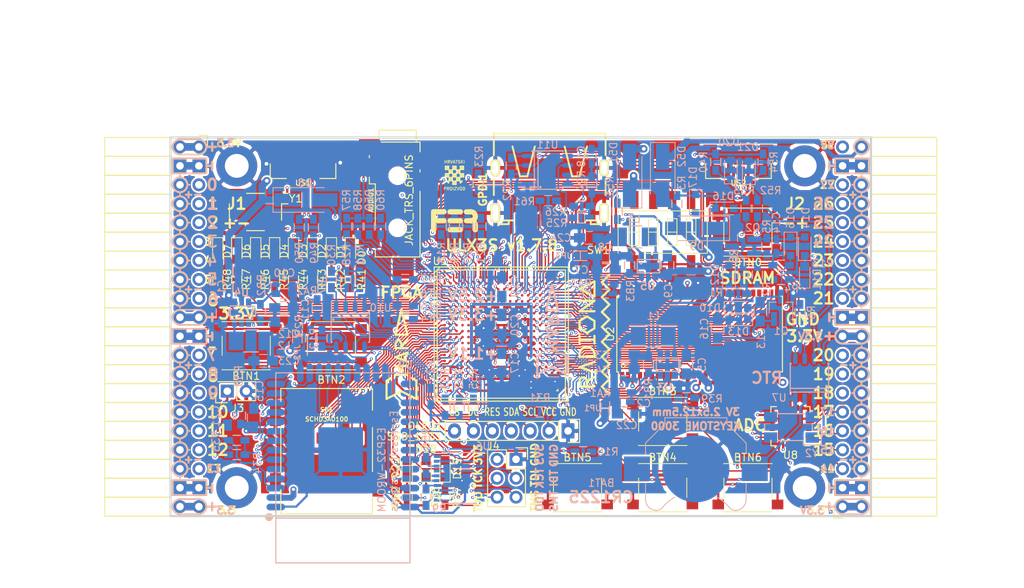
<source format=kicad_pcb>
(kicad_pcb (version 4) (host pcbnew 4.0.7+dfsg1-1)
  (layers (0 F.Cu signal) (1 In1.Cu signal) (2 In2.Cu signal) (31 B.Cu signal) (34 B.Paste user) (35 F.Paste user) (36 B.SilkS user) (37 F.SilkS user) (38 B.Mask user) (39 F.Mask user) (44 Edge.Cuts user))
  (net 0 "")
  (net 1 GND)
  (net 2 +5V)
  (net 3 /gpio/IN5V)
  (net 4 /gpio/OUT5V)
  (net 5 +3V3)
  (net 6 BTN_D)
  (net 7 BTN_F1)
  (net 8 BTN_F2)
  (net 9 BTN_L)
  (net 10 BTN_R)
  (net 11 BTN_U)
  (net 12 /power/FB1)
  (net 13 +2V5)
  (net 14 /power/PWREN)
  (net 15 /power/FB3)
  (net 16 /power/FB2)
  (net 17 "Net-(D9-Pad1)")
  (net 18 /power/VBAT)
  (net 19 JTAG_TDI)
  (net 20 JTAG_TCK)
  (net 21 JTAG_TMS)
  (net 22 JTAG_TDO)
  (net 23 /power/WAKEUPn)
  (net 24 /power/WKUP)
  (net 25 /power/SHUT)
  (net 26 /power/WAKE)
  (net 27 /power/HOLD)
  (net 28 /power/WKn)
  (net 29 /power/OSCI_32k)
  (net 30 /power/OSCO_32k)
  (net 31 "Net-(Q2-Pad3)")
  (net 32 SHUTDOWN)
  (net 33 /analog/AUDIO_L)
  (net 34 /analog/AUDIO_R)
  (net 35 GPDI_5V_SCL)
  (net 36 GPDI_5V_SDA)
  (net 37 GPDI_SDA)
  (net 38 GPDI_SCL)
  (net 39 /gpdi/VREF2)
  (net 40 SD_CMD)
  (net 41 SD_CLK)
  (net 42 SD_D0)
  (net 43 SD_D1)
  (net 44 USB5V)
  (net 45 GPDI_CEC)
  (net 46 nRESET)
  (net 47 FTDI_nDTR)
  (net 48 SDRAM_CKE)
  (net 49 SDRAM_A7)
  (net 50 SDRAM_D15)
  (net 51 SDRAM_BA1)
  (net 52 SDRAM_D7)
  (net 53 SDRAM_A6)
  (net 54 SDRAM_CLK)
  (net 55 SDRAM_D13)
  (net 56 SDRAM_BA0)
  (net 57 SDRAM_D6)
  (net 58 SDRAM_A5)
  (net 59 SDRAM_D14)
  (net 60 SDRAM_A11)
  (net 61 SDRAM_D12)
  (net 62 SDRAM_D5)
  (net 63 SDRAM_A4)
  (net 64 SDRAM_A10)
  (net 65 SDRAM_D11)
  (net 66 SDRAM_A3)
  (net 67 SDRAM_D4)
  (net 68 SDRAM_D10)
  (net 69 SDRAM_D9)
  (net 70 SDRAM_A9)
  (net 71 SDRAM_D3)
  (net 72 SDRAM_D8)
  (net 73 SDRAM_A8)
  (net 74 SDRAM_A2)
  (net 75 SDRAM_A1)
  (net 76 SDRAM_A0)
  (net 77 SDRAM_D2)
  (net 78 SDRAM_D1)
  (net 79 SDRAM_D0)
  (net 80 SDRAM_DQM0)
  (net 81 SDRAM_nCS)
  (net 82 SDRAM_nRAS)
  (net 83 SDRAM_DQM1)
  (net 84 SDRAM_nCAS)
  (net 85 SDRAM_nWE)
  (net 86 /flash/FLASH_nWP)
  (net 87 /flash/FLASH_nHOLD)
  (net 88 /flash/FLASH_MOSI)
  (net 89 /flash/FLASH_MISO)
  (net 90 /flash/FLASH_SCK)
  (net 91 /flash/FLASH_nCS)
  (net 92 /flash/FPGA_PROGRAMN)
  (net 93 /flash/FPGA_DONE)
  (net 94 /flash/FPGA_INITN)
  (net 95 OLED_RES)
  (net 96 OLED_DC)
  (net 97 OLED_CS)
  (net 98 WIFI_EN)
  (net 99 FTDI_nRTS)
  (net 100 FTDI_TXD)
  (net 101 FTDI_RXD)
  (net 102 WIFI_RXD)
  (net 103 WIFI_GPIO0)
  (net 104 WIFI_TXD)
  (net 105 GPDI_ETH-)
  (net 106 GPDI_ETH+)
  (net 107 GPDI_D2+)
  (net 108 GPDI_D2-)
  (net 109 GPDI_D1+)
  (net 110 GPDI_D1-)
  (net 111 GPDI_D0+)
  (net 112 GPDI_D0-)
  (net 113 GPDI_CLK+)
  (net 114 GPDI_CLK-)
  (net 115 USB_FTDI_D+)
  (net 116 USB_FTDI_D-)
  (net 117 SD_D3)
  (net 118 AUDIO_L3)
  (net 119 AUDIO_L2)
  (net 120 AUDIO_L1)
  (net 121 AUDIO_L0)
  (net 122 AUDIO_R3)
  (net 123 AUDIO_R2)
  (net 124 AUDIO_R1)
  (net 125 AUDIO_R0)
  (net 126 OLED_CLK)
  (net 127 OLED_MOSI)
  (net 128 LED0)
  (net 129 LED1)
  (net 130 LED2)
  (net 131 LED3)
  (net 132 LED4)
  (net 133 LED5)
  (net 134 LED6)
  (net 135 LED7)
  (net 136 BTN_PWRn)
  (net 137 FTDI_nTXLED)
  (net 138 FTDI_nSLEEP)
  (net 139 /blinkey/LED_PWREN)
  (net 140 /blinkey/LED_TXLED)
  (net 141 /sdcard/SD3V3)
  (net 142 SD_D2)
  (net 143 CLK_25MHz)
  (net 144 /blinkey/BTNPUL)
  (net 145 /blinkey/BTNPUR)
  (net 146 USB_FPGA_D+)
  (net 147 /power/FTDI_nSUSPEND)
  (net 148 /blinkey/ALED0)
  (net 149 /blinkey/ALED1)
  (net 150 /blinkey/ALED2)
  (net 151 /blinkey/ALED3)
  (net 152 /blinkey/ALED4)
  (net 153 /blinkey/ALED5)
  (net 154 /blinkey/ALED6)
  (net 155 /blinkey/ALED7)
  (net 156 /usb/FTD-)
  (net 157 /usb/FTD+)
  (net 158 ADC_MISO)
  (net 159 ADC_MOSI)
  (net 160 ADC_CSn)
  (net 161 ADC_SCLK)
  (net 162 SW3)
  (net 163 SW2)
  (net 164 SW1)
  (net 165 USB_FPGA_D-)
  (net 166 /usb/FPD+)
  (net 167 /usb/FPD-)
  (net 168 WIFI_GPIO16)
  (net 169 WIFI_GPIO15)
  (net 170 /usb/ANT_433MHz)
  (net 171 /power/PWRBTn)
  (net 172 PROG_DONE)
  (net 173 /power/P3V3)
  (net 174 /power/P2V5)
  (net 175 /power/L1)
  (net 176 /power/L3)
  (net 177 /power/L2)
  (net 178 FTDI_TXDEN)
  (net 179 SDRAM_A12)
  (net 180 /analog/AUDIO_V)
  (net 181 AUDIO_V3)
  (net 182 AUDIO_V2)
  (net 183 AUDIO_V1)
  (net 184 AUDIO_V0)
  (net 185 /gpdi/FPGA_CEC)
  (net 186 /blinkey/LED_WIFI)
  (net 187 WIFI_GPIO2)
  (net 188 /power/P1V1)
  (net 189 +1V1)
  (net 190 SW4)
  (net 191 /blinkey/SWPU)
  (net 192 /wifi/WIFIEN)
  (net 193 FT2V5)
  (net 194 GN0)
  (net 195 GP0)
  (net 196 GN1)
  (net 197 GP1)
  (net 198 GN2)
  (net 199 GP2)
  (net 200 GN3)
  (net 201 GP3)
  (net 202 GN4)
  (net 203 GP4)
  (net 204 GN5)
  (net 205 GP5)
  (net 206 GN6)
  (net 207 GP6)
  (net 208 GN14)
  (net 209 GP14)
  (net 210 GN15)
  (net 211 GP15)
  (net 212 GN16)
  (net 213 GP16)
  (net 214 GN17)
  (net 215 GP17)
  (net 216 GN18)
  (net 217 GP18)
  (net 218 GN19)
  (net 219 GP19)
  (net 220 GN20)
  (net 221 GP20)
  (net 222 GN21)
  (net 223 GP21)
  (net 224 GN22)
  (net 225 GP22)
  (net 226 GN23)
  (net 227 GP23)
  (net 228 GN24)
  (net 229 GP24)
  (net 230 GN25)
  (net 231 GP25)
  (net 232 GN26)
  (net 233 GP26)
  (net 234 GN27)
  (net 235 GP27)
  (net 236 GN7)
  (net 237 GP7)
  (net 238 GN8)
  (net 239 GP8)
  (net 240 GN9)
  (net 241 GP9)
  (net 242 GN10)
  (net 243 GP10)
  (net 244 GN11)
  (net 245 GP11)
  (net 246 GN12)
  (net 247 GP12)
  (net 248 GN13)
  (net 249 GP13)
  (module Socket_Strips:Socket_Strip_Angled_2x20 (layer F.Cu) (at 97.91 62.69 270)
    (fp_text reference J1 (at 7.62 -5.08 360) (layer F.SilkS) (effects (font (size 1.5 1.5) (thickness 0.3))))
    (fp_text value CONN_02X20 hide)
    (pad 1 thru_hole oval (at 0 0 270) (size 1.7272 1.7272) (drill 1.016) (layers *.Cu *.Mask) (net 5 +3V3))
    (pad 2 thru_hole oval (at 0 2.54 270) (size 1.7272 1.7272) (drill 1.016) (layers *.Cu *.Mask) (net 5 +3V3))
    (pad 3 thru_hole rect (at 2.54 0 270) (size 1.7272 1.7272) (drill 1.016) (layers *.Cu *.Mask) (net 1 GND))
    (pad 4 thru_hole rect (at 2.54 2.54 270) (size 1.7272 1.7272) (drill 1.016) (layers *.Cu *.Mask) (net 1 GND))
    (pad 5 thru_hole oval (at 5.08 0 270) (size 1.7272 1.7272) (drill 1.016) (layers *.Cu *.Mask) (net 194 GN0))
    (pad 6 thru_hole oval (at 5.08 2.54 270) (size 1.7272 1.7272) (drill 1.016) (layers *.Cu *.Mask) (net 195 GP0))
    (pad 7 thru_hole oval (at 7.62 0 270) (size 1.7272 1.7272) (drill 1.016) (layers *.Cu *.Mask) (net 196 GN1))
    (pad 8 thru_hole oval (at 7.62 2.54 270) (size 1.7272 1.7272) (drill 1.016) (layers *.Cu *.Mask) (net 197 GP1))
    (pad 9 thru_hole oval (at 10.16 0 270) (size 1.7272 1.7272) (drill 1.016) (layers *.Cu *.Mask) (net 198 GN2))
    (pad 10 thru_hole oval (at 10.16 2.54 270) (size 1.7272 1.7272) (drill 1.016) (layers *.Cu *.Mask) (net 199 GP2))
    (pad 11 thru_hole oval (at 12.7 0 270) (size 1.7272 1.7272) (drill 1.016) (layers *.Cu *.Mask) (net 200 GN3))
    (pad 12 thru_hole oval (at 12.7 2.54 270) (size 1.7272 1.7272) (drill 1.016) (layers *.Cu *.Mask) (net 201 GP3))
    (pad 13 thru_hole oval (at 15.24 0 270) (size 1.7272 1.7272) (drill 1.016) (layers *.Cu *.Mask) (net 202 GN4))
    (pad 14 thru_hole oval (at 15.24 2.54 270) (size 1.7272 1.7272) (drill 1.016) (layers *.Cu *.Mask) (net 203 GP4))
    (pad 15 thru_hole oval (at 17.78 0 270) (size 1.7272 1.7272) (drill 1.016) (layers *.Cu *.Mask) (net 204 GN5))
    (pad 16 thru_hole oval (at 17.78 2.54 270) (size 1.7272 1.7272) (drill 1.016) (layers *.Cu *.Mask) (net 205 GP5))
    (pad 17 thru_hole oval (at 20.32 0 270) (size 1.7272 1.7272) (drill 1.016) (layers *.Cu *.Mask) (net 206 GN6))
    (pad 18 thru_hole oval (at 20.32 2.54 270) (size 1.7272 1.7272) (drill 1.016) (layers *.Cu *.Mask) (net 207 GP6))
    (pad 19 thru_hole oval (at 22.86 0 270) (size 1.7272 1.7272) (drill 1.016) (layers *.Cu *.Mask) (net 5 +3V3))
    (pad 20 thru_hole oval (at 22.86 2.54 270) (size 1.7272 1.7272) (drill 1.016) (layers *.Cu *.Mask) (net 5 +3V3))
    (pad 21 thru_hole rect (at 25.4 0 270) (size 1.7272 1.7272) (drill 1.016) (layers *.Cu *.Mask) (net 1 GND))
    (pad 22 thru_hole rect (at 25.4 2.54 270) (size 1.7272 1.7272) (drill 1.016) (layers *.Cu *.Mask) (net 1 GND))
    (pad 23 thru_hole oval (at 27.94 0 270) (size 1.7272 1.7272) (drill 1.016) (layers *.Cu *.Mask) (net 236 GN7))
    (pad 24 thru_hole oval (at 27.94 2.54 270) (size 1.7272 1.7272) (drill 1.016) (layers *.Cu *.Mask) (net 237 GP7))
    (pad 25 thru_hole oval (at 30.48 0 270) (size 1.7272 1.7272) (drill 1.016) (layers *.Cu *.Mask) (net 238 GN8))
    (pad 26 thru_hole oval (at 30.48 2.54 270) (size 1.7272 1.7272) (drill 1.016) (layers *.Cu *.Mask) (net 239 GP8))
    (pad 27 thru_hole oval (at 33.02 0 270) (size 1.7272 1.7272) (drill 1.016) (layers *.Cu *.Mask) (net 240 GN9))
    (pad 28 thru_hole oval (at 33.02 2.54 270) (size 1.7272 1.7272) (drill 1.016) (layers *.Cu *.Mask) (net 241 GP9))
    (pad 29 thru_hole oval (at 35.56 0 270) (size 1.7272 1.7272) (drill 1.016) (layers *.Cu *.Mask) (net 242 GN10))
    (pad 30 thru_hole oval (at 35.56 2.54 270) (size 1.7272 1.7272) (drill 1.016) (layers *.Cu *.Mask) (net 243 GP10))
    (pad 31 thru_hole oval (at 38.1 0 270) (size 1.7272 1.7272) (drill 1.016) (layers *.Cu *.Mask) (net 244 GN11))
    (pad 32 thru_hole oval (at 38.1 2.54 270) (size 1.7272 1.7272) (drill 1.016) (layers *.Cu *.Mask) (net 245 GP11))
    (pad 33 thru_hole oval (at 40.64 0 270) (size 1.7272 1.7272) (drill 1.016) (layers *.Cu *.Mask) (net 246 GN12))
    (pad 34 thru_hole oval (at 40.64 2.54 270) (size 1.7272 1.7272) (drill 1.016) (layers *.Cu *.Mask) (net 247 GP12))
    (pad 35 thru_hole oval (at 43.18 0 270) (size 1.7272 1.7272) (drill 1.016) (layers *.Cu *.Mask) (net 248 GN13))
    (pad 36 thru_hole oval (at 43.18 2.54 270) (size 1.7272 1.7272) (drill 1.016) (layers *.Cu *.Mask) (net 249 GP13))
    (pad 37 thru_hole rect (at 45.72 0 270) (size 1.7272 1.7272) (drill 1.016) (layers *.Cu *.Mask) (net 1 GND))
    (pad 38 thru_hole rect (at 45.72 2.54 270) (size 1.7272 1.7272) (drill 1.016) (layers *.Cu *.Mask) (net 1 GND))
    (pad 39 thru_hole oval (at 48.26 0 270) (size 1.7272 1.7272) (drill 1.016) (layers *.Cu *.Mask) (net 5 +3V3))
    (pad 40 thru_hole oval (at 48.26 2.54 270) (size 1.7272 1.7272) (drill 1.016) (layers *.Cu *.Mask) (net 5 +3V3))
  )
  (module SMD_Packages:1Pin (layer F.Cu) (at 182.67515 111.637626)
    (fp_text reference AE1 hide)
    (fp_text value 433MHz hide)
    (pad 1 smd rect (at 0 0) (size 0.5 0.5) (layers B.Cu F.Paste F.Mask) (net 170 /usb/ANT_433MHz))
  )
  (module Resistors_SMD:R_0603_HandSoldering (layer B.Cu) (at 103.498 98.758 90)
    (fp_text reference R38 (at 5.334 -0.254 90) (layer B.SilkS) (effects (justify mirror)))
    (fp_text value 0.47)
    (pad 1 smd rect (at -1.1 0 90) (size 1.2 0.9) (layers B.Cu B.Paste B.Mask) (net 141 /sdcard/SD3V3))
    (pad 2 smd rect (at 1.1 0 90) (size 1.2 0.9) (layers B.Cu B.Paste B.Mask) (net 5 +3V3))
  )
  (module jumper:SOLDER-JUMPER_1-WAY (layer B.Cu) (at 152.393 97.742 270)
    (fp_text reference JP1 (at 0 1.778 360) (layer B.SilkS) (effects (font (size 0.762 0.762) (thickness 0.1524)) (justify mirror)))
    (fp_text value 1.2 hide)
    (pad 1 smd rect (at -0.6 0 270) (size 1 1) (layers B.Cu B.Paste B.Mask) (net 188 /power/P1V1))
    (pad 2 smd rect (at 0.6 0 270) (size 1 1) (layers B.Cu B.Paste B.Mask) (net 189 +1V1))
  )
  (module Diodes_SMD:D_SMA_Handsoldering (layer B.Cu) (at 155.695 66.5 90)
    (fp_text reference D51 (at 3.048 -2.159 90) (layer B.SilkS) (effects (justify mirror)))
    (fp_text value STPS2L30AF hide)
    (pad 1 smd rect (at -2.5 0 90) (size 3.5 1.8) (layers B.Cu B.Paste B.Mask) (net 2 +5V))
    (pad 2 smd rect (at 2.5 0 90) (size 3.5 1.8) (layers B.Cu B.Paste B.Mask) (net 3 /gpio/IN5V))
  )
  (module Resistors_SMD:R_0603_HandSoldering (layer B.Cu) (at 154.044 71.326 90)
    (fp_text reference R51 (at 3.302 -1.016 90) (layer B.SilkS) (effects (justify mirror)))
    (fp_text value 150)
    (pad 1 smd rect (at -1.1 0 90) (size 1.2 0.9) (layers B.Cu B.Paste B.Mask) (net 5 +3V3))
    (pad 2 smd rect (at 1.1 0 90) (size 1.2 0.9) (layers B.Cu B.Paste B.Mask) (net 191 /blinkey/SWPU))
  )
  (module Resistors_SMD:R_1210_HandSoldering (layer B.Cu) (at 158.87 88.09 180)
    (fp_text reference L1 (at 0 2.7 180) (layer B.SilkS) (effects (justify mirror)))
    (fp_text value 2.2uH)
    (pad 1 smd rect (at -2 0 180) (size 2 2.5) (layers B.Cu B.Paste B.Mask) (net 175 /power/L1))
    (pad 2 smd rect (at 2 0 180) (size 2 2.5) (layers B.Cu B.Paste B.Mask) (net 188 /power/P1V1))
  )
  (module TSOT-25:TSOT-25 (layer B.Cu) (at 160.775 91.9)
    (fp_text reference U3 (at -0.381 3.048) (layer B.SilkS) (effects (font (thickness 0.2)) (justify mirror)))
    (fp_text value DIO6015)
    (pad 1 smd rect (at -0.95 -1.3) (size 0.7 1.2) (layers B.Cu B.Paste B.Mask) (net 14 /power/PWREN))
    (pad 2 smd rect (at 0 -1.3) (size 0.7 1.2) (layers B.Cu B.Paste B.Mask) (net 1 GND))
    (pad 3 smd rect (at 0.95 -1.3) (size 0.7 1.2) (layers B.Cu B.Paste B.Mask) (net 175 /power/L1))
    (pad 4 smd rect (at 0.95 1.3) (size 0.7 1.2) (layers B.Cu B.Paste B.Mask) (net 2 +5V))
    (pad 5 smd rect (at -0.95 1.3) (size 0.7 1.2) (layers B.Cu B.Paste B.Mask) (net 12 /power/FB1))
  )
  (module Resistors_SMD:R_1210_HandSoldering (layer B.Cu) (at 104.895 88.725)
    (fp_text reference L2 (at 4.445 0.635) (layer B.SilkS) (effects (justify mirror)))
    (fp_text value 2.2uH)
    (pad 1 smd rect (at -2 0) (size 2 2.5) (layers B.Cu B.Paste B.Mask) (net 177 /power/L2))
    (pad 2 smd rect (at 2 0) (size 2 2.5) (layers B.Cu B.Paste B.Mask) (net 174 /power/P2V5))
  )
  (module TSOT-25:TSOT-25 (layer B.Cu) (at 103.625 84.915 180)
    (fp_text reference U4 (at 0 2.697 180) (layer B.SilkS) (effects (font (thickness 0.2)) (justify mirror)))
    (fp_text value LX7172)
    (pad 1 smd rect (at -0.95 -1.3 180) (size 0.7 1.2) (layers B.Cu B.Paste B.Mask) (net 14 /power/PWREN))
    (pad 2 smd rect (at 0 -1.3 180) (size 0.7 1.2) (layers B.Cu B.Paste B.Mask) (net 1 GND))
    (pad 3 smd rect (at 0.95 -1.3 180) (size 0.7 1.2) (layers B.Cu B.Paste B.Mask) (net 177 /power/L2))
    (pad 4 smd rect (at 0.95 1.3 180) (size 0.7 1.2) (layers B.Cu B.Paste B.Mask) (net 2 +5V))
    (pad 5 smd rect (at -0.95 1.3 180) (size 0.7 1.2) (layers B.Cu B.Paste B.Mask) (net 16 /power/FB2))
  )
  (module Resistors_SMD:R_1210_HandSoldering (layer B.Cu) (at 156.33 74.755 180)
    (fp_text reference L3 (at 0 2.413 180) (layer B.SilkS) (effects (justify mirror)))
    (fp_text value 2.2uH)
    (pad 1 smd rect (at -2 0 180) (size 2 2.5) (layers B.Cu B.Paste B.Mask) (net 176 /power/L3))
    (pad 2 smd rect (at 2 0 180) (size 2 2.5) (layers B.Cu B.Paste B.Mask) (net 173 /power/P3V3))
  )
  (module TSOT-25:TSOT-25 (layer B.Cu) (at 158.235 78.692)
    (fp_text reference U5 (at -0.127 2.667) (layer B.SilkS) (effects (font (thickness 0.2)) (justify mirror)))
    (fp_text value TLV62569DBV)
    (pad 1 smd rect (at -0.95 -1.3) (size 0.7 1.2) (layers B.Cu B.Paste B.Mask) (net 14 /power/PWREN))
    (pad 2 smd rect (at 0 -1.3) (size 0.7 1.2) (layers B.Cu B.Paste B.Mask) (net 1 GND))
    (pad 3 smd rect (at 0.95 -1.3) (size 0.7 1.2) (layers B.Cu B.Paste B.Mask) (net 176 /power/L3))
    (pad 4 smd rect (at 0.95 1.3) (size 0.7 1.2) (layers B.Cu B.Paste B.Mask) (net 2 +5V))
    (pad 5 smd rect (at -0.95 1.3) (size 0.7 1.2) (layers B.Cu B.Paste B.Mask) (net 15 /power/FB3))
  )
  (module Capacitors_SMD:C_0805_HandSoldering (layer B.Cu) (at 101.085 84.915 270)
    (fp_text reference C1 (at -3.429 0.127 270) (layer B.SilkS) (effects (justify mirror)))
    (fp_text value 22uF)
    (pad 1 smd rect (at -1.25 0 270) (size 1.5 1.25) (layers B.Cu B.Paste B.Mask) (net 2 +5V))
    (pad 2 smd rect (at 1.25 0 270) (size 1.5 1.25) (layers B.Cu B.Paste B.Mask) (net 1 GND))
  )
  (module Capacitors_SMD:C_0805_HandSoldering (layer B.Cu) (at 155.06 90.63)
    (fp_text reference C3 (at -3.048 0) (layer B.SilkS) (effects (justify mirror)))
    (fp_text value 22uF)
    (pad 1 smd rect (at -1.25 0) (size 1.5 1.25) (layers B.Cu B.Paste B.Mask) (net 188 /power/P1V1))
    (pad 2 smd rect (at 1.25 0) (size 1.5 1.25) (layers B.Cu B.Paste B.Mask) (net 1 GND))
  )
  (module Capacitors_SMD:C_0805_HandSoldering (layer B.Cu) (at 155.06 92.535)
    (fp_text reference C4 (at -3.048 0.127) (layer B.SilkS) (effects (justify mirror)))
    (fp_text value 22uF)
    (pad 1 smd rect (at -1.25 0) (size 1.5 1.25) (layers B.Cu B.Paste B.Mask) (net 188 /power/P1V1))
    (pad 2 smd rect (at 1.25 0) (size 1.5 1.25) (layers B.Cu B.Paste B.Mask) (net 1 GND))
  )
  (module Capacitors_SMD:C_0805_HandSoldering (layer B.Cu) (at 163.315 91.9 90)
    (fp_text reference C5 (at 0 2.1 90) (layer B.SilkS) (effects (justify mirror)))
    (fp_text value 22uF)
    (pad 1 smd rect (at -1.25 0 90) (size 1.5 1.25) (layers B.Cu B.Paste B.Mask) (net 2 +5V))
    (pad 2 smd rect (at 1.25 0 90) (size 1.5 1.25) (layers B.Cu B.Paste B.Mask) (net 1 GND))
  )
  (module Capacitors_SMD:C_0805_HandSoldering (layer B.Cu) (at 152.52 79.2)
    (fp_text reference C7 (at -3.302 0) (layer B.SilkS) (effects (justify mirror)))
    (fp_text value 22uF)
    (pad 1 smd rect (at -1.25 0) (size 1.5 1.25) (layers B.Cu B.Paste B.Mask) (net 173 /power/P3V3))
    (pad 2 smd rect (at 1.25 0) (size 1.5 1.25) (layers B.Cu B.Paste B.Mask) (net 1 GND))
  )
  (module Capacitors_SMD:C_0805_HandSoldering (layer B.Cu) (at 152.52 77.295)
    (fp_text reference C8 (at -0.127 -1.143) (layer B.SilkS) (effects (justify mirror)))
    (fp_text value 22uF)
    (pad 1 smd rect (at -1.25 0) (size 1.5 1.25) (layers B.Cu B.Paste B.Mask) (net 173 /power/P3V3))
    (pad 2 smd rect (at 1.25 0) (size 1.5 1.25) (layers B.Cu B.Paste B.Mask) (net 1 GND))
  )
  (module Capacitors_SMD:C_0805_HandSoldering (layer B.Cu) (at 160.775 78.565 90)
    (fp_text reference C9 (at -3.429 0.127 90) (layer B.SilkS) (effects (justify mirror)))
    (fp_text value 22uF)
    (pad 1 smd rect (at -1.25 0 90) (size 1.5 1.25) (layers B.Cu B.Paste B.Mask) (net 2 +5V))
    (pad 2 smd rect (at 1.25 0 90) (size 1.5 1.25) (layers B.Cu B.Paste B.Mask) (net 1 GND))
  )
  (module Capacitors_SMD:C_0805_HandSoldering (layer B.Cu) (at 109.34 84.28 180)
    (fp_text reference C11 (at -2.794 -0.254 270) (layer B.SilkS) (effects (justify mirror)))
    (fp_text value 22uF)
    (pad 1 smd rect (at -1.25 0 180) (size 1.5 1.25) (layers B.Cu B.Paste B.Mask) (net 174 /power/P2V5))
    (pad 2 smd rect (at 1.25 0 180) (size 1.5 1.25) (layers B.Cu B.Paste B.Mask) (net 1 GND))
  )
  (module Capacitors_SMD:C_0805_HandSoldering (layer B.Cu) (at 109.34 86.185 180)
    (fp_text reference C12 (at -0.635 -1.615 360) (layer B.SilkS) (effects (justify mirror)))
    (fp_text value 22uF)
    (pad 1 smd rect (at -1.25 0 180) (size 1.5 1.25) (layers B.Cu B.Paste B.Mask) (net 174 /power/P2V5))
    (pad 2 smd rect (at 1.25 0 180) (size 1.5 1.25) (layers B.Cu B.Paste B.Mask) (net 1 GND))
  )
  (module Capacitors_SMD:C_0805_HandSoldering (layer B.Cu) (at 173.221 84.788 90)
    (fp_text reference C13 (at -3.556 0.127 90) (layer B.SilkS) (effects (justify mirror)))
    (fp_text value 2.2uF)
    (pad 1 smd rect (at -1.25 0 90) (size 1.5 1.25) (layers B.Cu B.Paste B.Mask) (net 2 +5V))
    (pad 2 smd rect (at 1.25 0 90) (size 1.5 1.25) (layers B.Cu B.Paste B.Mask) (net 24 /power/WKUP))
  )
  (module TO_SOT_Packages_SMD:SOT-23_Handsoldering (layer B.Cu) (at 176.015 84.28 90)
    (fp_text reference Q1 (at -3.1115 0 180) (layer B.SilkS) (effects (justify mirror)))
    (fp_text value BC857)
    (pad 1 smd rect (at -1.5 0.95 90) (size 1.9 0.8) (layers B.Cu B.Paste B.Mask) (net 28 /power/WKn))
    (pad 2 smd rect (at -1.5 -0.95 90) (size 1.9 0.8) (layers B.Cu B.Paste B.Mask) (net 2 +5V))
    (pad 3 smd rect (at 1.5 0 90) (size 1.9 0.8) (layers B.Cu B.Paste B.Mask) (net 24 /power/WKUP))
  )
  (module TO_SOT_Packages_SMD:SOT-23_Handsoldering (layer B.Cu) (at 170.935 76.025 180)
    (fp_text reference Q2 (at -1.295 2.5 180) (layer B.SilkS) (effects (justify mirror)))
    (fp_text value 2N7002)
    (pad 1 smd rect (at -1.5 0.95 180) (size 1.9 0.8) (layers B.Cu B.Paste B.Mask) (net 25 /power/SHUT))
    (pad 2 smd rect (at -1.5 -0.95 180) (size 1.9 0.8) (layers B.Cu B.Paste B.Mask) (net 1 GND))
    (pad 3 smd rect (at 1.5 0 180) (size 1.9 0.8) (layers B.Cu B.Paste B.Mask) (net 31 "Net-(Q2-Pad3)"))
  )
  (module Capacitors_SMD:C_0603_HandSoldering (layer B.Cu) (at 154.86 96.91)
    (fp_text reference C2 (at 2.74 0.197) (layer B.SilkS) (effects (justify mirror)))
    (fp_text value 470pF)
    (pad 1 smd rect (at -0.95 0) (size 1.2 0.75) (layers B.Cu B.Paste B.Mask) (net 188 /power/P1V1))
    (pad 2 smd rect (at 0.95 0) (size 1.2 0.75) (layers B.Cu B.Paste B.Mask) (net 12 /power/FB1))
  )
  (module Capacitors_SMD:C_0603_HandSoldering (layer B.Cu) (at 152.52 82.375)
    (fp_text reference C6 (at -2.794 0.127) (layer B.SilkS) (effects (justify mirror)))
    (fp_text value 470pF)
    (pad 1 smd rect (at -0.95 0) (size 1.2 0.75) (layers B.Cu B.Paste B.Mask) (net 173 /power/P3V3))
    (pad 2 smd rect (at 0.95 0) (size 1.2 0.75) (layers B.Cu B.Paste B.Mask) (net 15 /power/FB3))
  )
  (module Capacitors_SMD:C_0603_HandSoldering (layer B.Cu) (at 109.34 81.105 180)
    (fp_text reference C10 (at -0.04 1.505 180) (layer B.SilkS) (effects (justify mirror)))
    (fp_text value 470pF)
    (pad 1 smd rect (at -0.95 0 180) (size 1.2 0.75) (layers B.Cu B.Paste B.Mask) (net 174 /power/P2V5))
    (pad 2 smd rect (at 0.95 0 180) (size 1.2 0.75) (layers B.Cu B.Paste B.Mask) (net 16 /power/FB2))
  )
  (module Capacitors_SMD:C_0603_HandSoldering (layer B.Cu) (at 175.38 76.025 270)
    (fp_text reference C14 (at -3.175 0 270) (layer B.SilkS) (effects (justify mirror)))
    (fp_text value 100nF)
    (pad 1 smd rect (at -0.95 0 270) (size 1.2 0.75) (layers B.Cu B.Paste B.Mask) (net 25 /power/SHUT))
    (pad 2 smd rect (at 0.95 0 270) (size 1.2 0.75) (layers B.Cu B.Paste B.Mask) (net 1 GND))
  )
  (module Resistors_SMD:R_0603_HandSoldering (layer B.Cu) (at 170.3 82.375)
    (fp_text reference R1 (at -3.048 -0.127) (layer B.SilkS) (effects (justify mirror)))
    (fp_text value 15k)
    (pad 1 smd rect (at -1.1 0) (size 1.2 0.9) (layers B.Cu B.Paste B.Mask) (net 26 /power/WAKE))
    (pad 2 smd rect (at 1.1 0) (size 1.2 0.9) (layers B.Cu B.Paste B.Mask) (net 14 /power/PWREN))
  )
  (module Resistors_SMD:R_0603_HandSoldering (layer B.Cu) (at 172.84 79.835 90)
    (fp_text reference R2 (at -1.905 1.27 90) (layer B.SilkS) (effects (justify mirror)))
    (fp_text value 47k)
    (pad 1 smd rect (at -1.1 0 90) (size 1.2 0.9) (layers B.Cu B.Paste B.Mask) (net 14 /power/PWREN))
    (pad 2 smd rect (at 1.1 0 90) (size 1.2 0.9) (layers B.Cu B.Paste B.Mask) (net 1 GND))
  )
  (module Resistors_SMD:R_0603_HandSoldering (layer B.Cu) (at 176.015 80.47 180)
    (fp_text reference R4 (at -1.397 -1.27 360) (layer B.SilkS) (effects (justify mirror)))
    (fp_text value 4.7k)
    (pad 1 smd rect (at -1.1 0 180) (size 1.2 0.9) (layers B.Cu B.Paste B.Mask) (net 27 /power/HOLD))
    (pad 2 smd rect (at 1.1 0 180) (size 1.2 0.9) (layers B.Cu B.Paste B.Mask) (net 14 /power/PWREN))
  )
  (module Resistors_SMD:R_0603_HandSoldering (layer B.Cu) (at 174.11 76.025 270)
    (fp_text reference R5 (at -2.667 0 270) (layer B.SilkS) (effects (justify mirror)))
    (fp_text value 4.7M)
    (pad 1 smd rect (at -1.1 0 270) (size 1.2 0.9) (layers B.Cu B.Paste B.Mask) (net 25 /power/SHUT))
    (pad 2 smd rect (at 1.1 0 270) (size 1.2 0.9) (layers B.Cu B.Paste B.Mask) (net 1 GND))
  )
  (module Resistors_SMD:R_0603_HandSoldering (layer B.Cu) (at 178.555 84.915 270)
    (fp_text reference R6 (at 0 -1.524 270) (layer B.SilkS) (effects (justify mirror)))
    (fp_text value 1k)
    (pad 1 smd rect (at -1.1 0 270) (size 1.2 0.9) (layers B.Cu B.Paste B.Mask) (net 28 /power/WKn))
    (pad 2 smd rect (at 1.1 0 270) (size 1.2 0.9) (layers B.Cu B.Paste B.Mask) (net 23 /power/WAKEUPn))
  )
  (module Resistors_SMD:R_0603_HandSoldering (layer B.Cu) (at 113.785 84.28 270)
    (fp_text reference R7 (at -2.794 -0.635 270) (layer B.SilkS) (effects (justify mirror)))
    (fp_text value 150)
    (pad 1 smd rect (at -1.1 0 270) (size 1.2 0.9) (layers B.Cu B.Paste B.Mask) (net 5 +3V3))
    (pad 2 smd rect (at 1.1 0 270) (size 1.2 0.9) (layers B.Cu B.Paste B.Mask) (net 144 /blinkey/BTNPUL))
  )
  (module Resistors_SMD:R_0603_HandSoldering (layer B.Cu) (at 170.935 79.835 90)
    (fp_text reference R8 (at 2.54 -1.27 90) (layer B.SilkS) (effects (justify mirror)))
    (fp_text value 1k)
    (pad 1 smd rect (at -1.1 0 90) (size 1.2 0.9) (layers B.Cu B.Paste B.Mask) (net 14 /power/PWREN))
    (pad 2 smd rect (at 1.1 0 90) (size 1.2 0.9) (layers B.Cu B.Paste B.Mask) (net 31 "Net-(Q2-Pad3)"))
  )
  (module Resistors_SMD:R_0603_HandSoldering (layer B.Cu) (at 128.39 109.68 270)
    (fp_text reference R9 (at 1.524 -1.778 360) (layer B.SilkS) (effects (justify mirror)))
    (fp_text value 15k)
    (pad 1 smd rect (at -1.1 0 270) (size 1.2 0.9) (layers B.Cu B.Paste B.Mask) (net 46 nRESET))
    (pad 2 smd rect (at 1.1 0 270) (size 1.2 0.9) (layers B.Cu B.Paste B.Mask) (net 193 FT2V5))
  )
  (module Resistors_SMD:R_0603_HandSoldering (layer B.Cu) (at 149.472 103.584 180)
    (fp_text reference R10 (at -3.302 0 180) (layer B.SilkS) (effects (justify mirror)))
    (fp_text value 150)
    (pad 1 smd rect (at -1.1 0 180) (size 1.2 0.9) (layers B.Cu B.Paste B.Mask) (net 147 /power/FTDI_nSUSPEND))
    (pad 2 smd rect (at 1.1 0 180) (size 1.2 0.9) (layers B.Cu B.Paste B.Mask) (net 138 FTDI_nSLEEP))
  )
  (module Resistors_SMD:R_0603_HandSoldering (layer B.Cu) (at 176.015 78.565 180)
    (fp_text reference R13 (at -5.588 0.254 180) (layer B.SilkS) (effects (justify mirror)))
    (fp_text value 15k)
    (pad 1 smd rect (at -1.1 0 180) (size 1.2 0.9) (layers B.Cu B.Paste B.Mask) (net 32 SHUTDOWN))
    (pad 2 smd rect (at 1.1 0 180) (size 1.2 0.9) (layers B.Cu B.Paste B.Mask) (net 1 GND))
  )
  (module Resistors_SMD:R_0603_HandSoldering (layer B.Cu) (at 154.86 95.64)
    (fp_text reference RA1 (at -3.102 0.07) (layer B.SilkS) (effects (justify mirror)))
    (fp_text value 15k)
    (pad 1 smd rect (at -1.1 0) (size 1.2 0.9) (layers B.Cu B.Paste B.Mask) (net 188 /power/P1V1))
    (pad 2 smd rect (at 1.1 0) (size 1.2 0.9) (layers B.Cu B.Paste B.Mask) (net 12 /power/FB1))
  )
  (module Resistors_SMD:R_0603_HandSoldering (layer B.Cu) (at 109.34 82.375 180)
    (fp_text reference RA2 (at -3.048 0.381 360) (layer B.SilkS) (effects (justify mirror)))
    (fp_text value 15k)
    (pad 1 smd rect (at -1.1 0 180) (size 1.2 0.9) (layers B.Cu B.Paste B.Mask) (net 174 /power/P2V5))
    (pad 2 smd rect (at 1.1 0 180) (size 1.2 0.9) (layers B.Cu B.Paste B.Mask) (net 16 /power/FB2))
  )
  (module Resistors_SMD:R_0603_HandSoldering (layer B.Cu) (at 152.52 81.105)
    (fp_text reference RA3 (at -3.302 -0.127) (layer B.SilkS) (effects (justify mirror)))
    (fp_text value 15k)
    (pad 1 smd rect (at -1.1 0) (size 1.2 0.9) (layers B.Cu B.Paste B.Mask) (net 173 /power/P3V3))
    (pad 2 smd rect (at 1.1 0) (size 1.2 0.9) (layers B.Cu B.Paste B.Mask) (net 15 /power/FB3))
  )
  (module Resistors_SMD:R_0603_HandSoldering (layer B.Cu) (at 158.235 91.9 270)
    (fp_text reference RB1 (at 3.302 0 270) (layer B.SilkS) (effects (justify mirror)))
    (fp_text value 18k)
    (pad 1 smd rect (at -1.1 0 270) (size 1.2 0.9) (layers B.Cu B.Paste B.Mask) (net 1 GND))
    (pad 2 smd rect (at 1.1 0 270) (size 1.2 0.9) (layers B.Cu B.Paste B.Mask) (net 12 /power/FB1))
  )
  (module Resistors_SMD:R_0603_HandSoldering (layer B.Cu) (at 106.165 84.915 90)
    (fp_text reference RB2 (at 3.683 0.127 90) (layer B.SilkS) (effects (justify mirror)))
    (fp_text value 4.7k)
    (pad 1 smd rect (at -1.1 0 90) (size 1.2 0.9) (layers B.Cu B.Paste B.Mask) (net 1 GND))
    (pad 2 smd rect (at 1.1 0 90) (size 1.2 0.9) (layers B.Cu B.Paste B.Mask) (net 16 /power/FB2))
  )
  (module Resistors_SMD:R_0603_HandSoldering (layer B.Cu) (at 155.695 78.565 270)
    (fp_text reference RB3 (at 3.429 -0.127 270) (layer B.SilkS) (effects (justify mirror)))
    (fp_text value 3.3k)
    (pad 1 smd rect (at -1.1 0 270) (size 1.2 0.9) (layers B.Cu B.Paste B.Mask) (net 1 GND))
    (pad 2 smd rect (at 1.1 0 270) (size 1.2 0.9) (layers B.Cu B.Paste B.Mask) (net 15 /power/FB3))
  )
  (module Resistors_SMD:R_0603_HandSoldering (layer B.Cu) (at 125.596 85.804 180)
    (fp_text reference R14 (at -3.47 0.127 180) (layer B.SilkS) (effects (justify mirror)))
    (fp_text value 1.2k)
    (pad 1 smd rect (at -1.1 0 180) (size 1.2 0.9) (layers B.Cu B.Paste B.Mask) (net 121 AUDIO_L0))
    (pad 2 smd rect (at 1.1 0 180) (size 1.2 0.9) (layers B.Cu B.Paste B.Mask) (net 33 /analog/AUDIO_L))
  )
  (module Resistors_SMD:R_0603_HandSoldering (layer B.Cu) (at 125.596 84.026 180)
    (fp_text reference R15 (at -3.47 -0.001 180) (layer B.SilkS) (effects (justify mirror)))
    (fp_text value 680)
    (pad 1 smd rect (at -1.1 0 180) (size 1.2 0.9) (layers B.Cu B.Paste B.Mask) (net 120 AUDIO_L1))
    (pad 2 smd rect (at 1.1 0 180) (size 1.2 0.9) (layers B.Cu B.Paste B.Mask) (net 33 /analog/AUDIO_L))
  )
  (module Resistors_SMD:R_0603_HandSoldering (layer B.Cu) (at 125.596 82.248 180)
    (fp_text reference R16 (at -3.47 -0.127 180) (layer B.SilkS) (effects (justify mirror)))
    (fp_text value 330)
    (pad 1 smd rect (at -1.1 0 180) (size 1.2 0.9) (layers B.Cu B.Paste B.Mask) (net 119 AUDIO_L2))
    (pad 2 smd rect (at 1.1 0 180) (size 1.2 0.9) (layers B.Cu B.Paste B.Mask) (net 33 /analog/AUDIO_L))
  )
  (module Resistors_SMD:R_0603_HandSoldering (layer B.Cu) (at 125.596 80.47 180)
    (fp_text reference R17 (at -3.47 0 180) (layer B.SilkS) (effects (justify mirror)))
    (fp_text value 150)
    (pad 1 smd rect (at -1.1 0 180) (size 1.2 0.9) (layers B.Cu B.Paste B.Mask) (net 118 AUDIO_L3))
    (pad 2 smd rect (at 1.1 0 180) (size 1.2 0.9) (layers B.Cu B.Paste B.Mask) (net 33 /analog/AUDIO_L))
  )
  (module Resistors_SMD:R_0603_HandSoldering (layer B.Cu) (at 130.422 73.358 90)
    (fp_text reference R18 (at -3.556 0 90) (layer B.SilkS) (effects (justify mirror)))
    (fp_text value 1.2k)
    (pad 1 smd rect (at -1.1 0 90) (size 1.2 0.9) (layers B.Cu B.Paste B.Mask) (net 125 AUDIO_R0))
    (pad 2 smd rect (at 1.1 0 90) (size 1.2 0.9) (layers B.Cu B.Paste B.Mask) (net 34 /analog/AUDIO_R))
  )
  (module Resistors_SMD:R_0603_HandSoldering (layer B.Cu) (at 132.2 73.358 90)
    (fp_text reference R19 (at -3.556 0 90) (layer B.SilkS) (effects (justify mirror)))
    (fp_text value 680)
    (pad 1 smd rect (at -1.1 0 90) (size 1.2 0.9) (layers B.Cu B.Paste B.Mask) (net 124 AUDIO_R1))
    (pad 2 smd rect (at 1.1 0 90) (size 1.2 0.9) (layers B.Cu B.Paste B.Mask) (net 34 /analog/AUDIO_R))
  )
  (module Resistors_SMD:R_0603_HandSoldering (layer B.Cu) (at 133.978 73.358 90)
    (fp_text reference R20 (at -3.556 0 90) (layer B.SilkS) (effects (justify mirror)))
    (fp_text value 330)
    (pad 1 smd rect (at -1.1 0 90) (size 1.2 0.9) (layers B.Cu B.Paste B.Mask) (net 123 AUDIO_R2))
    (pad 2 smd rect (at 1.1 0 90) (size 1.2 0.9) (layers B.Cu B.Paste B.Mask) (net 34 /analog/AUDIO_R))
  )
  (module Resistors_SMD:R_0603_HandSoldering (layer B.Cu) (at 135.756 73.358 90)
    (fp_text reference R21 (at -3.556 0 90) (layer B.SilkS) (effects (justify mirror)))
    (fp_text value 150)
    (pad 1 smd rect (at -1.1 0 90) (size 1.2 0.9) (layers B.Cu B.Paste B.Mask) (net 122 AUDIO_R3))
    (pad 2 smd rect (at 1.1 0 90) (size 1.2 0.9) (layers B.Cu B.Paste B.Mask) (net 34 /analog/AUDIO_R))
  )
  (module Capacitors_SMD:C_0603_HandSoldering (layer B.Cu) (at 150.5896 63.96 90)
    (fp_text reference C18 (at 0 -1.3716 90) (layer B.SilkS) (effects (justify mirror)))
    (fp_text value 470pF)
    (pad 1 smd rect (at -0.95 0 90) (size 1.2 0.75) (layers B.Cu B.Paste B.Mask) (net 39 /gpdi/VREF2))
    (pad 2 smd rect (at 0.95 0 90) (size 1.2 0.75) (layers B.Cu B.Paste B.Mask) (net 1 GND))
  )
  (module Socket_Strips:Socket_Strip_Angled_2x20 (layer F.Cu) (at 184.27 110.95 90)
    (fp_text reference J2 (at 40.64 -6.35 180) (layer F.SilkS) (effects (font (size 1.5 1.5) (thickness 0.3))))
    (fp_text value CONN_02X20 hide)
    (pad 1 thru_hole oval (at 0 0 90) (size 1.7272 1.7272) (drill 1.016) (layers *.Cu *.Mask) (net 5 +3V3))
    (pad 2 thru_hole oval (at 0 2.54 90) (size 1.7272 1.7272) (drill 1.016) (layers *.Cu *.Mask) (net 5 +3V3))
    (pad 3 thru_hole rect (at 2.54 0 90) (size 1.7272 1.7272) (drill 1.016) (layers *.Cu *.Mask) (net 1 GND))
    (pad 4 thru_hole rect (at 2.54 2.54 90) (size 1.7272 1.7272) (drill 1.016) (layers *.Cu *.Mask) (net 1 GND))
    (pad 5 thru_hole oval (at 5.08 0 90) (size 1.7272 1.7272) (drill 1.016) (layers *.Cu *.Mask) (net 208 GN14))
    (pad 6 thru_hole oval (at 5.08 2.54 90) (size 1.7272 1.7272) (drill 1.016) (layers *.Cu *.Mask) (net 209 GP14))
    (pad 7 thru_hole oval (at 7.62 0 90) (size 1.7272 1.7272) (drill 1.016) (layers *.Cu *.Mask) (net 210 GN15))
    (pad 8 thru_hole oval (at 7.62 2.54 90) (size 1.7272 1.7272) (drill 1.016) (layers *.Cu *.Mask) (net 211 GP15))
    (pad 9 thru_hole oval (at 10.16 0 90) (size 1.7272 1.7272) (drill 1.016) (layers *.Cu *.Mask) (net 212 GN16))
    (pad 10 thru_hole oval (at 10.16 2.54 90) (size 1.7272 1.7272) (drill 1.016) (layers *.Cu *.Mask) (net 213 GP16))
    (pad 11 thru_hole oval (at 12.7 0 90) (size 1.7272 1.7272) (drill 1.016) (layers *.Cu *.Mask) (net 214 GN17))
    (pad 12 thru_hole oval (at 12.7 2.54 90) (size 1.7272 1.7272) (drill 1.016) (layers *.Cu *.Mask) (net 215 GP17))
    (pad 13 thru_hole oval (at 15.24 0 90) (size 1.7272 1.7272) (drill 1.016) (layers *.Cu *.Mask) (net 216 GN18))
    (pad 14 thru_hole oval (at 15.24 2.54 90) (size 1.7272 1.7272) (drill 1.016) (layers *.Cu *.Mask) (net 217 GP18))
    (pad 15 thru_hole oval (at 17.78 0 90) (size 1.7272 1.7272) (drill 1.016) (layers *.Cu *.Mask) (net 218 GN19))
    (pad 16 thru_hole oval (at 17.78 2.54 90) (size 1.7272 1.7272) (drill 1.016) (layers *.Cu *.Mask) (net 219 GP19))
    (pad 17 thru_hole oval (at 20.32 0 90) (size 1.7272 1.7272) (drill 1.016) (layers *.Cu *.Mask) (net 220 GN20))
    (pad 18 thru_hole oval (at 20.32 2.54 90) (size 1.7272 1.7272) (drill 1.016) (layers *.Cu *.Mask) (net 221 GP20))
    (pad 19 thru_hole oval (at 22.86 0 90) (size 1.7272 1.7272) (drill 1.016) (layers *.Cu *.Mask) (net 5 +3V3))
    (pad 20 thru_hole oval (at 22.86 2.54 90) (size 1.7272 1.7272) (drill 1.016) (layers *.Cu *.Mask) (net 5 +3V3))
    (pad 21 thru_hole rect (at 25.4 0 90) (size 1.7272 1.7272) (drill 1.016) (layers *.Cu *.Mask) (net 1 GND))
    (pad 22 thru_hole rect (at 25.4 2.54 90) (size 1.7272 1.7272) (drill 1.016) (layers *.Cu *.Mask) (net 1 GND))
    (pad 23 thru_hole oval (at 27.94 0 90) (size 1.7272 1.7272) (drill 1.016) (layers *.Cu *.Mask) (net 222 GN21))
    (pad 24 thru_hole oval (at 27.94 2.54 90) (size 1.7272 1.7272) (drill 1.016) (layers *.Cu *.Mask) (net 223 GP21))
    (pad 25 thru_hole oval (at 30.48 0 90) (size 1.7272 1.7272) (drill 1.016) (layers *.Cu *.Mask) (net 224 GN22))
    (pad 26 thru_hole oval (at 30.48 2.54 90) (size 1.7272 1.7272) (drill 1.016) (layers *.Cu *.Mask) (net 225 GP22))
    (pad 27 thru_hole oval (at 33.02 0 90) (size 1.7272 1.7272) (drill 1.016) (layers *.Cu *.Mask) (net 226 GN23))
    (pad 28 thru_hole oval (at 33.02 2.54 90) (size 1.7272 1.7272) (drill 1.016) (layers *.Cu *.Mask) (net 227 GP23))
    (pad 29 thru_hole oval (at 35.56 0 90) (size 1.7272 1.7272) (drill 1.016) (layers *.Cu *.Mask) (net 228 GN24))
    (pad 30 thru_hole oval (at 35.56 2.54 90) (size 1.7272 1.7272) (drill 1.016) (layers *.Cu *.Mask) (net 229 GP24))
    (pad 31 thru_hole oval (at 38.1 0 90) (size 1.7272 1.7272) (drill 1.016) (layers *.Cu *.Mask) (net 230 GN25))
    (pad 32 thru_hole oval (at 38.1 2.54 90) (size 1.7272 1.7272) (drill 1.016) (layers *.Cu *.Mask) (net 231 GP25))
    (pad 33 thru_hole oval (at 40.64 0 90) (size 1.7272 1.7272) (drill 1.016) (layers *.Cu *.Mask) (net 232 GN26))
    (pad 34 thru_hole oval (at 40.64 2.54 90) (size 1.7272 1.7272) (drill 1.016) (layers *.Cu *.Mask) (net 233 GP26))
    (pad 35 thru_hole oval (at 43.18 0 90) (size 1.7272 1.7272) (drill 1.016) (layers *.Cu *.Mask) (net 234 GN27))
    (pad 36 thru_hole oval (at 43.18 2.54 90) (size 1.7272 1.7272) (drill 1.016) (layers *.Cu *.Mask) (net 235 GP27))
    (pad 37 thru_hole rect (at 45.72 0 90) (size 1.7272 1.7272) (drill 1.016) (layers *.Cu *.Mask) (net 1 GND))
    (pad 38 thru_hole rect (at 45.72 2.54 90) (size 1.7272 1.7272) (drill 1.016) (layers *.Cu *.Mask) (net 1 GND))
    (pad 39 thru_hole oval (at 48.26 0 90) (size 1.7272 1.7272) (drill 1.016) (layers *.Cu *.Mask) (net 3 /gpio/IN5V))
    (pad 40 thru_hole oval (at 48.26 2.54 90) (size 1.7272 1.7272) (drill 1.016) (layers *.Cu *.Mask) (net 4 /gpio/OUT5V))
  )
  (module Mounting_Holes:MountingHole_3.2mm_M3_ISO14580_Pad (layer F.Cu) (at 102.99 108.41)
    (fp_text reference H1 hide)
    (fp_text value HOLE hide)
    (pad 1 thru_hole circle (at 0 0) (size 5.5 5.5) (drill 3.2) (layers *.Cu *.Mask) (net 1 GND))
  )
  (module Mounting_Holes:MountingHole_3.2mm_M3_ISO14580_Pad (layer F.Cu) (at 179.19 108.41)
    (fp_text reference H2 hide)
    (fp_text value HOLE hide)
    (pad 1 thru_hole circle (at 0 0) (size 5.5 5.5) (drill 3.2) (layers *.Cu *.Mask) (net 1 GND))
  )
  (module Mounting_Holes:MountingHole_3.2mm_M3_ISO14580_Pad (layer F.Cu) (at 179.19 65.23)
    (fp_text reference H3 hide)
    (fp_text value HOLE hide)
    (pad 1 thru_hole circle (at 0 0) (size 5.5 5.5) (drill 3.2) (layers *.Cu *.Mask) (net 1 GND))
  )
  (module Mounting_Holes:MountingHole_3.2mm_M3_ISO14580_Pad (layer F.Cu) (at 102.99 65.23)
    (fp_text reference H4 hide)
    (fp_text value HOLE hide)
    (pad 1 thru_hole circle (at 0 0) (size 5.5 5.5) (drill 3.2) (layers *.Cu *.Mask) (net 1 GND))
  )
  (module Resistors_SMD:R_0603_HandSoldering (layer B.Cu) (at 162.045 70.31 90)
    (fp_text reference R3 (at 2.794 0.635 90) (layer B.SilkS) (effects (justify mirror)))
    (fp_text value 4.7k)
    (pad 1 smd rect (at -1.1 0 90) (size 1.2 0.9) (layers B.Cu B.Paste B.Mask) (net 2 +5V))
    (pad 2 smd rect (at 1.1 0 90) (size 1.2 0.9) (layers B.Cu B.Paste B.Mask) (net 171 /power/PWRBTn))
  )
  (module Resistors_SMD:R_0603_HandSoldering (layer B.Cu) (at 139.82 65.23 90)
    (fp_text reference R22 (at -3.27 -0.54 90) (layer B.SilkS) (effects (justify mirror)))
    (fp_text value 2.2k)
    (pad 1 smd rect (at -1.1 0 90) (size 1.2 0.9) (layers B.Cu B.Paste B.Mask) (net 5 +3V3))
    (pad 2 smd rect (at 1.1 0 90) (size 1.2 0.9) (layers B.Cu B.Paste B.Mask) (net 37 GPDI_SDA))
  )
  (module Resistors_SMD:R_0603_HandSoldering (layer B.Cu) (at 135.375 67.432 90)
    (fp_text reference R23 (at 3.472 0.127 90) (layer B.SilkS) (effects (justify mirror)))
    (fp_text value 2.2k)
    (pad 1 smd rect (at -1.1 0 90) (size 1.2 0.9) (layers B.Cu B.Paste B.Mask) (net 5 +3V3))
    (pad 2 smd rect (at 1.1 0 90) (size 1.2 0.9) (layers B.Cu B.Paste B.Mask) (net 38 GPDI_SCL))
  )
  (module Resistors_SMD:R_0603_HandSoldering (layer B.Cu) (at 150.615 67.77 90)
    (fp_text reference R24 (at 0.508 -1.397 90) (layer B.SilkS) (effects (justify mirror)))
    (fp_text value 100k)
    (pad 1 smd rect (at -1.1 0 90) (size 1.2 0.9) (layers B.Cu B.Paste B.Mask) (net 2 +5V))
    (pad 2 smd rect (at 1.1 0 90) (size 1.2 0.9) (layers B.Cu B.Paste B.Mask) (net 39 /gpdi/VREF2))
  )
  (module Resistors_SMD:R_0603_HandSoldering (layer B.Cu) (at 149.175 72.215 180)
    (fp_text reference R25 (at 3.259 -0.685 180) (layer B.SilkS) (effects (justify mirror)))
    (fp_text value 4.7k)
    (pad 1 smd rect (at -1.1 0 180) (size 1.2 0.9) (layers B.Cu B.Paste B.Mask) (net 2 +5V))
    (pad 2 smd rect (at 1.1 0 180) (size 1.2 0.9) (layers B.Cu B.Paste B.Mask) (net 35 GPDI_5V_SCL))
  )
  (module Resistors_SMD:R_0603_HandSoldering (layer B.Cu) (at 149.28 70.6 180)
    (fp_text reference R26 (at 3.5 -0.8 180) (layer B.SilkS) (effects (justify mirror)))
    (fp_text value 4.7k)
    (pad 1 smd rect (at -1.1 0 180) (size 1.2 0.9) (layers B.Cu B.Paste B.Mask) (net 2 +5V))
    (pad 2 smd rect (at 1.1 0 180) (size 1.2 0.9) (layers B.Cu B.Paste B.Mask) (net 36 GPDI_5V_SDA))
  )
  (module Housings_SSOP:SSOP-20_4.4x6.5mm_Pitch0.65mm (layer B.Cu) (at 132.835 107.14 180)
    (fp_text reference U6 (at -3.175 4.318 180) (layer B.SilkS) (effects (justify mirror)))
    (fp_text value FT231XS)
    (pad 1 smd rect (at -2.9 2.925 180) (size 1 0.4) (layers B.Cu B.Paste B.Mask) (net 47 FTDI_nDTR))
    (pad 2 smd rect (at -2.9 2.275 180) (size 1 0.4) (layers B.Cu B.Paste B.Mask) (net 99 FTDI_nRTS))
    (pad 3 smd rect (at -2.9 1.625 180) (size 1 0.4) (layers B.Cu B.Paste B.Mask) (net 193 FT2V5))
    (pad 4 smd rect (at -2.9 0.975 180) (size 1 0.4) (layers B.Cu B.Paste B.Mask) (net 101 FTDI_RXD))
    (pad 5 smd rect (at -2.9 0.325 180) (size 1 0.4) (layers B.Cu B.Paste B.Mask) (net 19 JTAG_TDI))
    (pad 6 smd rect (at -2.9 -0.325 180) (size 1 0.4) (layers B.Cu B.Paste B.Mask) (net 1 GND))
    (pad 7 smd rect (at -2.9 -0.975 180) (size 1 0.4) (layers B.Cu B.Paste B.Mask) (net 20 JTAG_TCK))
    (pad 8 smd rect (at -2.9 -1.625 180) (size 1 0.4) (layers B.Cu B.Paste B.Mask) (net 21 JTAG_TMS))
    (pad 9 smd rect (at -2.9 -2.275 180) (size 1 0.4) (layers B.Cu B.Paste B.Mask) (net 22 JTAG_TDO))
    (pad 10 smd rect (at -2.9 -2.925 180) (size 1 0.4) (layers B.Cu B.Paste B.Mask) (net 137 FTDI_nTXLED))
    (pad 11 smd rect (at 2.9 -2.925 180) (size 1 0.4) (layers B.Cu B.Paste B.Mask) (net 115 USB_FTDI_D+))
    (pad 12 smd rect (at 2.9 -2.275 180) (size 1 0.4) (layers B.Cu B.Paste B.Mask) (net 116 USB_FTDI_D-))
    (pad 13 smd rect (at 2.9 -1.625 180) (size 1 0.4) (layers B.Cu B.Paste B.Mask) (net 193 FT2V5))
    (pad 14 smd rect (at 2.9 -0.975 180) (size 1 0.4) (layers B.Cu B.Paste B.Mask) (net 46 nRESET))
    (pad 15 smd rect (at 2.9 -0.325 180) (size 1 0.4) (layers B.Cu B.Paste B.Mask) (net 44 USB5V))
    (pad 16 smd rect (at 2.9 0.325 180) (size 1 0.4) (layers B.Cu B.Paste B.Mask) (net 1 GND))
    (pad 17 smd rect (at 2.9 0.975 180) (size 1 0.4) (layers B.Cu B.Paste B.Mask))
    (pad 18 smd rect (at 2.9 1.625 180) (size 1 0.4) (layers B.Cu B.Paste B.Mask) (net 178 FTDI_TXDEN))
    (pad 19 smd rect (at 2.9 2.275 180) (size 1 0.4) (layers B.Cu B.Paste B.Mask) (net 138 FTDI_nSLEEP))
    (pad 20 smd rect (at 2.9 2.925 180) (size 1 0.4) (layers B.Cu B.Paste B.Mask) (net 100 FTDI_TXD))
  )
  (module Resistors_SMD:R_0603_HandSoldering (layer B.Cu) (at 119.5 80.47 270)
    (fp_text reference R11 (at -3.302 0 270) (layer B.SilkS) (effects (justify mirror)))
    (fp_text value 10k)
    (pad 1 smd rect (at -1.1 0 270) (size 1.2 0.9) (layers B.Cu B.Paste B.Mask) (net 5 +3V3))
    (pad 2 smd rect (at 1.1 0 270) (size 1.2 0.9) (layers B.Cu B.Paste B.Mask) (net 86 /flash/FLASH_nWP))
  )
  (module Resistors_SMD:R_0603_HandSoldering (layer B.Cu) (at 114.42 88.344 90)
    (fp_text reference R12 (at -0.071 -1.076 270) (layer B.SilkS) (effects (justify mirror)))
    (fp_text value 10k)
    (pad 1 smd rect (at -1.1 0 90) (size 1.2 0.9) (layers B.Cu B.Paste B.Mask) (net 5 +3V3))
    (pad 2 smd rect (at 1.1 0 90) (size 1.2 0.9) (layers B.Cu B.Paste B.Mask) (net 87 /flash/FLASH_nHOLD))
  )
  (module Resistors_SMD:R_0603_HandSoldering (layer B.Cu) (at 129.025 96.175 90)
    (fp_text reference R27 (at 3.429 0 90) (layer B.SilkS) (effects (justify mirror)))
    (fp_text value 10k)
    (pad 1 smd rect (at -1.1 0 90) (size 1.2 0.9) (layers B.Cu B.Paste B.Mask) (net 5 +3V3))
    (pad 2 smd rect (at 1.1 0 90) (size 1.2 0.9) (layers B.Cu B.Paste B.Mask) (net 88 /flash/FLASH_MOSI))
  )
  (module Resistors_SMD:R_0603_HandSoldering (layer B.Cu) (at 117.595 80.47 270)
    (fp_text reference R28 (at -3.302 -0.127 270) (layer B.SilkS) (effects (justify mirror)))
    (fp_text value 10k)
    (pad 1 smd rect (at -1.1 0 270) (size 1.2 0.9) (layers B.Cu B.Paste B.Mask) (net 5 +3V3))
    (pad 2 smd rect (at 1.1 0 270) (size 1.2 0.9) (layers B.Cu B.Paste B.Mask) (net 89 /flash/FLASH_MISO))
  )
  (module Resistors_SMD:R_0603_HandSoldering (layer B.Cu) (at 112.896 88.344 90)
    (fp_text reference R29 (at 1.706 -1.538 270) (layer B.SilkS) (effects (justify mirror)))
    (fp_text value 1k)
    (pad 1 smd rect (at -1.1 0 90) (size 1.2 0.9) (layers B.Cu B.Paste B.Mask) (net 5 +3V3))
    (pad 2 smd rect (at 1.1 0 90) (size 1.2 0.9) (layers B.Cu B.Paste B.Mask) (net 90 /flash/FLASH_SCK))
  )
  (module Resistors_SMD:R_0603_HandSoldering (layer B.Cu) (at 115.69 80.47 270)
    (fp_text reference R30 (at -3.302 0 270) (layer B.SilkS) (effects (justify mirror)))
    (fp_text value 4.7k)
    (pad 1 smd rect (at -1.1 0 270) (size 1.2 0.9) (layers B.Cu B.Paste B.Mask) (net 5 +3V3))
    (pad 2 smd rect (at 1.1 0 270) (size 1.2 0.9) (layers B.Cu B.Paste B.Mask) (net 91 /flash/FLASH_nCS))
  )
  (module Resistors_SMD:R_0603_HandSoldering (layer B.Cu) (at 143.63 98.25 180)
    (fp_text reference R31 (at 0 1.9 180) (layer B.SilkS) (effects (justify mirror)))
    (fp_text value 10k)
    (pad 1 smd rect (at -1.1 0 180) (size 1.2 0.9) (layers B.Cu B.Paste B.Mask) (net 5 +3V3))
    (pad 2 smd rect (at 1.1 0 180) (size 1.2 0.9) (layers B.Cu B.Paste B.Mask) (net 92 /flash/FPGA_PROGRAMN))
  )
  (module Resistors_SMD:R_0603_HandSoldering (layer B.Cu) (at 132.835 97.615 90)
    (fp_text reference R32 (at 3.81 0 90) (layer B.SilkS) (effects (justify mirror)))
    (fp_text value 10k)
    (pad 1 smd rect (at -1.1 0 90) (size 1.2 0.9) (layers B.Cu B.Paste B.Mask) (net 5 +3V3))
    (pad 2 smd rect (at 1.1 0 90) (size 1.2 0.9) (layers B.Cu B.Paste B.Mask) (net 93 /flash/FPGA_DONE))
  )
  (module Resistors_SMD:R_0603_HandSoldering (layer B.Cu) (at 130.93 97.615 90)
    (fp_text reference R33 (at 3.81 0 90) (layer B.SilkS) (effects (justify mirror)))
    (fp_text value 10k)
    (pad 1 smd rect (at -1.1 0 90) (size 1.2 0.9) (layers B.Cu B.Paste B.Mask) (net 5 +3V3))
    (pad 2 smd rect (at 1.1 0 90) (size 1.2 0.9) (layers B.Cu B.Paste B.Mask) (net 94 /flash/FPGA_INITN))
  )
  (module Resistors_SMD:R_0603_HandSoldering (layer B.Cu) (at 102.99 103.965)
    (fp_text reference R34 (at 2.794 1.143 90) (layer B.SilkS) (effects (justify mirror)))
    (fp_text value 15k)
    (pad 1 smd rect (at -1.1 0) (size 1.2 0.9) (layers B.Cu B.Paste B.Mask) (net 5 +3V3))
    (pad 2 smd rect (at 1.1 0) (size 1.2 0.9) (layers B.Cu B.Paste B.Mask) (net 98 WIFI_EN))
  )
  (module Socket_Strips:Socket_Strip_Straight_2x01 (layer F.Cu) (at 101.72 95.456 90)
    (fp_text reference J3 (at -2.286 1.397 180) (layer F.SilkS))
    (fp_text value WIFI_OFF)
    (pad 1 thru_hole rect (at 0 0 90) (size 1.7272 1.7272) (drill 1.016) (layers *.Cu *.Mask) (net 192 /wifi/WIFIEN))
    (pad 2 thru_hole oval (at 0 2.54 90) (size 1.7272 1.7272) (drill 1.016) (layers *.Cu *.Mask) (net 1 GND))
  )
  (module Resistors_SMD:R_0603_HandSoldering (layer B.Cu) (at 102.99 102.06 180)
    (fp_text reference R35 (at 2.794 -0.127 270) (layer B.SilkS) (effects (justify mirror)))
    (fp_text value 470)
    (pad 1 smd rect (at -1.1 0 180) (size 1.2 0.9) (layers B.Cu B.Paste B.Mask) (net 98 WIFI_EN))
    (pad 2 smd rect (at 1.1 0 180) (size 1.2 0.9) (layers B.Cu B.Paste B.Mask) (net 192 /wifi/WIFIEN))
  )
  (module Resistors_SMD:R_0603_HandSoldering (layer F.Cu) (at 128.39 109.68 270)
    (fp_text reference R36 (at 0 -1.27 270) (layer F.SilkS))
    (fp_text value 1k)
    (pad 1 smd rect (at -1.1 0 270) (size 1.2 0.9) (layers F.Cu F.Paste F.Mask) (net 139 /blinkey/LED_PWREN))
    (pad 2 smd rect (at 1.1 0 270) (size 1.2 0.9) (layers F.Cu F.Paste F.Mask) (net 1 GND))
  )
  (module Resistors_SMD:R_0603_HandSoldering (layer F.Cu) (at 130.93 109.68 90)
    (fp_text reference R37 (at 0 1.651 90) (layer F.SilkS))
    (fp_text value 1k)
    (pad 1 smd rect (at -1.1 0 90) (size 1.2 0.9) (layers F.Cu F.Paste F.Mask) (net 137 FTDI_nTXLED))
    (pad 2 smd rect (at 1.1 0 90) (size 1.2 0.9) (layers F.Cu F.Paste F.Mask) (net 140 /blinkey/LED_TXLED))
  )
  (module usb_otg:USB-MICRO-B-FCI-10118192-0001LF (layer F.Cu) (at 111.88 63.325 180)
    (fp_text reference US1 (at 0 -4.2 180) (layer F.SilkS) (effects (font (size 0.7 0.7))))
    (fp_text value USB_FTDI hide)
    (pad 6 smd rect (at -3.1 -2.55 180) (size 2.1 1.6) (layers F.Cu F.Paste F.Mask) (net 1 GND))
    (pad 6 smd rect (at 3.1 -2.55 180) (size 2.1 1.6) (layers F.Cu F.Paste F.Mask) (net 1 GND))
    (pad 6 smd rect (at -1.2 0 180) (size 1.9 1.9) (layers F.Cu F.Paste F.Mask) (net 1 GND))
    (pad 6 smd rect (at 1.2 0 180) (size 1.9 1.9) (layers F.Cu F.Paste F.Mask) (net 1 GND))
    (pad 1 smd rect (at -1.3 -2.675 180) (size 0.4 1.35) (layers F.Cu F.Paste F.Mask) (net 44 USB5V))
    (pad 2 smd rect (at -0.65 -2.675 180) (size 0.4 1.35) (layers F.Cu F.Paste F.Mask) (net 156 /usb/FTD-))
    (pad 3 smd rect (at 0 -2.675 180) (size 0.4 1.35) (layers F.Cu F.Paste F.Mask) (net 157 /usb/FTD+))
    (pad 4 smd rect (at 0.65 -2.675 180) (size 0.4 1.35) (layers F.Cu F.Paste F.Mask))
    (pad 5 smd rect (at 1.3 -2.675 180) (size 0.4 1.35) (layers F.Cu F.Paste F.Mask) (net 1 GND))
    (pad 6 smd rect (at -3.8 0 180) (size 1.8 1.9) (layers F.Cu F.Paste F.Mask) (net 1 GND))
    (pad 6 smd rect (at 3.8 0 180) (size 1.8 1.9) (layers F.Cu F.Paste F.Mask) (net 1 GND))
  )
  (module usb_otg:USB-MICRO-B-FCI-10118192-0001LF (layer F.Cu) (at 170.3 63.325 180)
    (fp_text reference US2 (at 0 -4.2 180) (layer F.SilkS) (effects (font (size 0.7 0.7))))
    (fp_text value USB_FPGA hide)
    (pad 6 smd rect (at -3.1 -2.55 180) (size 2.1 1.6) (layers F.Cu F.Paste F.Mask) (net 1 GND))
    (pad 6 smd rect (at 3.1 -2.55 180) (size 2.1 1.6) (layers F.Cu F.Paste F.Mask) (net 1 GND))
    (pad 6 smd rect (at -1.2 0 180) (size 1.9 1.9) (layers F.Cu F.Paste F.Mask) (net 1 GND))
    (pad 6 smd rect (at 1.2 0 180) (size 1.9 1.9) (layers F.Cu F.Paste F.Mask) (net 1 GND))
    (pad 1 smd rect (at -1.3 -2.675 180) (size 0.4 1.35) (layers F.Cu F.Paste F.Mask) (net 17 "Net-(D9-Pad1)"))
    (pad 2 smd rect (at -0.65 -2.675 180) (size 0.4 1.35) (layers F.Cu F.Paste F.Mask) (net 167 /usb/FPD-))
    (pad 3 smd rect (at 0 -2.675 180) (size 0.4 1.35) (layers F.Cu F.Paste F.Mask) (net 166 /usb/FPD+))
    (pad 4 smd rect (at 0.65 -2.675 180) (size 0.4 1.35) (layers F.Cu F.Paste F.Mask))
    (pad 5 smd rect (at 1.3 -2.675 180) (size 0.4 1.35) (layers F.Cu F.Paste F.Mask) (net 1 GND))
    (pad 6 smd rect (at -3.8 0 180) (size 1.8 1.9) (layers F.Cu F.Paste F.Mask) (net 1 GND))
    (pad 6 smd rect (at 3.8 0 180) (size 1.8 1.9) (layers F.Cu F.Paste F.Mask) (net 1 GND))
  )
  (module Capacitors_SMD:C_0805_HandSoldering (layer B.Cu) (at 167.506 87.074 90)
    (fp_text reference C16 (at 0 -1.778 90) (layer B.SilkS) (effects (justify mirror)))
    (fp_text value 2.2uF)
    (pad 1 smd rect (at -1.25 0 90) (size 1.5 1.25) (layers B.Cu B.Paste B.Mask) (net 5 +3V3))
    (pad 2 smd rect (at 1.25 0 90) (size 1.5 1.25) (layers B.Cu B.Paste B.Mask) (net 1 GND))
  )
  (module Resistors_SMD:R_0603_HandSoldering (layer B.Cu) (at 163.315 96.345 180)
    (fp_text reference R39 (at -3.429 -0.127 180) (layer B.SilkS) (effects (justify mirror)))
    (fp_text value 150)
    (pad 1 smd rect (at -1.1 0 180) (size 1.2 0.9) (layers B.Cu B.Paste B.Mask) (net 5 +3V3))
    (pad 2 smd rect (at 1.1 0 180) (size 1.2 0.9) (layers B.Cu B.Paste B.Mask) (net 145 /blinkey/BTNPUR))
  )
  (module Resistors_SMD:R_0603_HandSoldering (layer B.Cu) (at 167.252 64.722 90)
    (fp_text reference R40 (at 0 -1.651 90) (layer B.SilkS) (effects (justify mirror)))
    (fp_text value 1.5k)
    (pad 1 smd rect (at -1.1 0 90) (size 1.2 0.9) (layers B.Cu B.Paste B.Mask) (net 166 /usb/FPD+))
    (pad 2 smd rect (at 1.1 0 90) (size 1.2 0.9) (layers B.Cu B.Paste B.Mask) (net 5 +3V3))
  )
  (module Socket_Strips:Socket_Strip_Straight_2x03 (layer F.Cu) (at 140.455 104.6 270)
    (fp_text reference J4 (at -1.778 3.048 360) (layer F.SilkS))
    (fp_text value CONN_02X03 hide)
    (pad 1 thru_hole rect (at 0 0 270) (size 1.7272 1.7272) (drill 1.016) (layers *.Cu *.Mask) (net 1 GND))
    (pad 2 thru_hole oval (at 0 2.54 270) (size 1.7272 1.7272) (drill 1.016) (layers *.Cu *.Mask) (net 5 +3V3))
    (pad 3 thru_hole oval (at 2.54 0 270) (size 1.7272 1.7272) (drill 1.016) (layers *.Cu *.Mask) (net 19 JTAG_TDI))
    (pad 4 thru_hole oval (at 2.54 2.54 270) (size 1.7272 1.7272) (drill 1.016) (layers *.Cu *.Mask) (net 20 JTAG_TCK))
    (pad 5 thru_hole oval (at 5.08 0 270) (size 1.7272 1.7272) (drill 1.016) (layers *.Cu *.Mask) (net 21 JTAG_TMS))
    (pad 6 thru_hole oval (at 5.08 2.54 270) (size 1.7272 1.7272) (drill 1.016) (layers *.Cu *.Mask) (net 22 JTAG_TDO))
  )
  (module Resistors_SMD:R_0603_HandSoldering (layer F.Cu) (at 118.23 80.47 90)
    (fp_text reference R41 (at 0 1.524 90) (layer F.SilkS))
    (fp_text value 1k)
    (pad 1 smd rect (at -1.1 0 90) (size 1.2 0.9) (layers F.Cu F.Paste F.Mask) (net 128 LED0))
    (pad 2 smd rect (at 1.1 0 90) (size 1.2 0.9) (layers F.Cu F.Paste F.Mask) (net 148 /blinkey/ALED0))
  )
  (module Resistors_SMD:R_0603_HandSoldering (layer F.Cu) (at 115.69 80.47 90)
    (fp_text reference R42 (at 0 1.27 90) (layer F.SilkS))
    (fp_text value 1k)
    (pad 1 smd rect (at -1.1 0 90) (size 1.2 0.9) (layers F.Cu F.Paste F.Mask) (net 129 LED1))
    (pad 2 smd rect (at 1.1 0 90) (size 1.2 0.9) (layers F.Cu F.Paste F.Mask) (net 149 /blinkey/ALED1))
  )
  (module Resistors_SMD:R_0603_HandSoldering (layer F.Cu) (at 113.15 80.47 90)
    (fp_text reference R43 (at 0 1.27 90) (layer F.SilkS))
    (fp_text value 1k)
    (pad 1 smd rect (at -1.1 0 90) (size 1.2 0.9) (layers F.Cu F.Paste F.Mask) (net 130 LED2))
    (pad 2 smd rect (at 1.1 0 90) (size 1.2 0.9) (layers F.Cu F.Paste F.Mask) (net 150 /blinkey/ALED2))
  )
  (module Resistors_SMD:R_0603_HandSoldering (layer F.Cu) (at 110.61 80.47 90)
    (fp_text reference R44 (at 0 1.27 90) (layer F.SilkS))
    (fp_text value 1k)
    (pad 1 smd rect (at -1.1 0 90) (size 1.2 0.9) (layers F.Cu F.Paste F.Mask) (net 131 LED3))
    (pad 2 smd rect (at 1.1 0 90) (size 1.2 0.9) (layers F.Cu F.Paste F.Mask) (net 151 /blinkey/ALED3))
  )
  (module Resistors_SMD:R_0603_HandSoldering (layer F.Cu) (at 108.07 80.47 90)
    (fp_text reference R45 (at 0 1.27 90) (layer F.SilkS))
    (fp_text value 1k)
    (pad 1 smd rect (at -1.1 0 90) (size 1.2 0.9) (layers F.Cu F.Paste F.Mask) (net 132 LED4))
    (pad 2 smd rect (at 1.1 0 90) (size 1.2 0.9) (layers F.Cu F.Paste F.Mask) (net 152 /blinkey/ALED4))
  )
  (module Resistors_SMD:R_0603_HandSoldering (layer F.Cu) (at 105.53 80.47 90)
    (fp_text reference R46 (at 0 1.27 90) (layer F.SilkS))
    (fp_text value 1k)
    (pad 1 smd rect (at -1.1 0 90) (size 1.2 0.9) (layers F.Cu F.Paste F.Mask) (net 133 LED5))
    (pad 2 smd rect (at 1.1 0 90) (size 1.2 0.9) (layers F.Cu F.Paste F.Mask) (net 153 /blinkey/ALED5))
  )
  (module Resistors_SMD:R_0603_HandSoldering (layer F.Cu) (at 102.99 80.47 90)
    (fp_text reference R47 (at 0 1.27 90) (layer F.SilkS))
    (fp_text value 1k)
    (pad 1 smd rect (at -1.1 0 90) (size 1.2 0.9) (layers F.Cu F.Paste F.Mask) (net 134 LED6))
    (pad 2 smd rect (at 1.1 0 90) (size 1.2 0.9) (layers F.Cu F.Paste F.Mask) (net 154 /blinkey/ALED6))
  )
  (module Resistors_SMD:R_0603_HandSoldering (layer F.Cu) (at 100.45 80.47 90)
    (fp_text reference R48 (at 0 1.27 90) (layer F.SilkS))
    (fp_text value 1k)
    (pad 1 smd rect (at -1.1 0 90) (size 1.2 0.9) (layers F.Cu F.Paste F.Mask) (net 135 LED7))
    (pad 2 smd rect (at 1.1 0 90) (size 1.2 0.9) (layers F.Cu F.Paste F.Mask) (net 155 /blinkey/ALED7))
  )
  (module Capacitors_SMD:C_0805_HandSoldering (layer B.Cu) (at 138.55 91.646 270)
    (fp_text reference C17 (at 0 -1.75 270) (layer B.SilkS) (effects (justify mirror)))
    (fp_text value 2.2uF)
    (pad 1 smd rect (at -1.25 0 270) (size 1.5 1.25) (layers B.Cu B.Paste B.Mask) (net 189 +1V1))
    (pad 2 smd rect (at 1.25 0 270) (size 1.5 1.25) (layers B.Cu B.Paste B.Mask) (net 1 GND))
  )
  (module Capacitors_SMD:C_0805_HandSoldering (layer B.Cu) (at 138.55 81.486 90)
    (fp_text reference C19 (at 0.066 1.75 90) (layer B.SilkS) (effects (justify mirror)))
    (fp_text value 2.2uF)
    (pad 1 smd rect (at -1.25 0 90) (size 1.5 1.25) (layers B.Cu B.Paste B.Mask) (net 13 +2V5))
    (pad 2 smd rect (at 1.25 0 90) (size 1.5 1.25) (layers B.Cu B.Paste B.Mask) (net 1 GND))
  )
  (module Capacitors_SMD:C_0805_HandSoldering (layer B.Cu) (at 138.55 86.566 270)
    (fp_text reference C20 (at 0.02 -1.75 270) (layer B.SilkS) (effects (justify mirror)))
    (fp_text value 2.2uF)
    (pad 1 smd rect (at -1.25 0 270) (size 1.5 1.25) (layers B.Cu B.Paste B.Mask) (net 5 +3V3))
    (pad 2 smd rect (at 1.25 0 270) (size 1.5 1.25) (layers B.Cu B.Paste B.Mask) (net 1 GND))
  )
  (module Capacitors_SMD:C_0805_HandSoldering (layer B.Cu) (at 101.72 98.758 270)
    (fp_text reference C21 (at 0.0635 1.5875 270) (layer B.SilkS) (effects (justify mirror)))
    (fp_text value 22uF)
    (pad 1 smd rect (at -1.25 0 270) (size 1.5 1.25) (layers B.Cu B.Paste B.Mask) (net 5 +3V3))
    (pad 2 smd rect (at 1.25 0 270) (size 1.5 1.25) (layers B.Cu B.Paste B.Mask) (net 1 GND))
  )
  (module Resistors_SMD:R_0603_HandSoldering (layer B.Cu) (at 113.277 73.485 90)
    (fp_text reference R49 (at -3.429 0.127 90) (layer B.SilkS) (effects (justify mirror)))
    (fp_text value 27)
    (pad 1 smd rect (at -1.1 0 90) (size 1.2 0.9) (layers B.Cu B.Paste B.Mask) (net 116 USB_FTDI_D-))
    (pad 2 smd rect (at 1.1 0 90) (size 1.2 0.9) (layers B.Cu B.Paste B.Mask) (net 156 /usb/FTD-))
  )
  (module Resistors_SMD:R_0603_HandSoldering (layer B.Cu) (at 111.372 73.485 90)
    (fp_text reference R50 (at -3.429 0 90) (layer B.SilkS) (effects (justify mirror)))
    (fp_text value 27)
    (pad 1 smd rect (at -1.1 0 90) (size 1.2 0.9) (layers B.Cu B.Paste B.Mask) (net 115 USB_FTDI_D+))
    (pad 2 smd rect (at 1.1 0 90) (size 1.2 0.9) (layers B.Cu B.Paste B.Mask) (net 157 /usb/FTD+))
  )
  (module Housings_DFN_QFN:QFN-28-1EP_5x5mm_Pitch0.5mm (layer F.Cu) (at 177.285 100.155 180)
    (fp_text reference U8 (at 0 -3.875 180) (layer F.SilkS))
    (fp_text value MAX11125)
    (pad 1 smd oval (at -2.45 -1.5 180) (size 0.85 0.3) (layers F.Cu F.Paste F.Mask) (net 211 GP15))
    (pad 2 smd oval (at -2.45 -1 180) (size 0.85 0.3) (layers F.Cu F.Paste F.Mask) (net 212 GN16))
    (pad 3 smd oval (at -2.45 -0.5 180) (size 0.85 0.3) (layers F.Cu F.Paste F.Mask) (net 213 GP16))
    (pad 4 smd oval (at -2.45 0 180) (size 0.85 0.3) (layers F.Cu F.Paste F.Mask) (net 214 GN17))
    (pad 5 smd oval (at -2.45 0.5 180) (size 0.85 0.3) (layers F.Cu F.Paste F.Mask) (net 215 GP17))
    (pad 6 smd oval (at -2.45 1 180) (size 0.85 0.3) (layers F.Cu F.Paste F.Mask) (net 1 GND))
    (pad 7 smd oval (at -2.45 1.5 180) (size 0.85 0.3) (layers F.Cu F.Paste F.Mask) (net 1 GND))
    (pad 8 smd oval (at -1.5 2.45 270) (size 0.85 0.3) (layers F.Cu F.Paste F.Mask) (net 1 GND))
    (pad 9 smd oval (at -1 2.45 270) (size 0.85 0.3) (layers F.Cu F.Paste F.Mask) (net 1 GND))
    (pad 10 smd oval (at -0.5 2.45 270) (size 0.85 0.3) (layers F.Cu F.Paste F.Mask) (net 1 GND))
    (pad 11 smd oval (at 0 2.45 270) (size 0.85 0.3) (layers F.Cu F.Paste F.Mask) (net 1 GND))
    (pad 12 smd oval (at 0.5 2.45 270) (size 0.85 0.3) (layers F.Cu F.Paste F.Mask))
    (pad 13 smd oval (at 1 2.45 270) (size 0.85 0.3) (layers F.Cu F.Paste F.Mask) (net 1 GND))
    (pad 14 smd oval (at 1.5 2.45 270) (size 0.85 0.3) (layers F.Cu F.Paste F.Mask) (net 1 GND))
    (pad 15 smd oval (at 2.45 1.5 180) (size 0.85 0.3) (layers F.Cu F.Paste F.Mask) (net 5 +3V3))
    (pad 16 smd oval (at 2.45 1 180) (size 0.85 0.3) (layers F.Cu F.Paste F.Mask) (net 1 GND))
    (pad 17 smd oval (at 2.45 0.5 180) (size 0.85 0.3) (layers F.Cu F.Paste F.Mask) (net 5 +3V3))
    (pad 18 smd oval (at 2.45 0 180) (size 0.85 0.3) (layers F.Cu F.Paste F.Mask) (net 5 +3V3))
    (pad 19 smd oval (at 2.45 -0.5 180) (size 0.85 0.3) (layers F.Cu F.Paste F.Mask) (net 161 ADC_SCLK))
    (pad 20 smd oval (at 2.45 -1 180) (size 0.85 0.3) (layers F.Cu F.Paste F.Mask) (net 160 ADC_CSn))
    (pad 21 smd oval (at 2.45 -1.5 180) (size 0.85 0.3) (layers F.Cu F.Paste F.Mask) (net 159 ADC_MOSI))
    (pad 22 smd oval (at 1.5 -2.45 270) (size 0.85 0.3) (layers F.Cu F.Paste F.Mask) (net 1 GND))
    (pad 23 smd oval (at 1 -2.45 270) (size 0.85 0.3) (layers F.Cu F.Paste F.Mask) (net 5 +3V3))
    (pad 24 smd oval (at 0.5 -2.45 270) (size 0.85 0.3) (layers F.Cu F.Paste F.Mask) (net 158 ADC_MISO))
    (pad 25 smd oval (at 0 -2.45 270) (size 0.85 0.3) (layers F.Cu F.Paste F.Mask))
    (pad 26 smd oval (at -0.5 -2.45 270) (size 0.85 0.3) (layers F.Cu F.Paste F.Mask) (net 208 GN14))
    (pad 27 smd oval (at -1 -2.45 270) (size 0.85 0.3) (layers F.Cu F.Paste F.Mask) (net 209 GP14))
    (pad 28 smd oval (at -1.5 -2.45 270) (size 0.85 0.3) (layers F.Cu F.Paste F.Mask) (net 210 GN15))
    (pad 29 smd rect (at 0.8375 0.8375 180) (size 1.675 1.675) (layers F.Cu F.Paste F.Mask) (net 1 GND))
    (pad 29 smd rect (at 0.8375 -0.8375 180) (size 1.675 1.675) (layers F.Cu F.Paste F.Mask) (net 1 GND))
    (pad 29 smd rect (at -0.8375 0.8375 180) (size 1.675 1.675) (layers F.Cu F.Paste F.Mask) (net 1 GND))
    (pad 29 smd rect (at -0.8375 -0.8375 180) (size 1.675 1.675) (layers F.Cu F.Paste F.Mask) (net 1 GND))
  )
  (module Resistors_SMD:R_0603_HandSoldering (layer B.Cu) (at 172.84 70.945 90)
    (fp_text reference R52 (at 2.413 1.778 180) (layer B.SilkS) (effects (justify mirror)))
    (fp_text value 27)
    (pad 1 smd rect (at -1.1 0 90) (size 1.2 0.9) (layers B.Cu B.Paste B.Mask) (net 165 USB_FPGA_D-))
    (pad 2 smd rect (at 1.1 0 90) (size 1.2 0.9) (layers B.Cu B.Paste B.Mask) (net 167 /usb/FPD-))
  )
  (module Resistors_SMD:R_0603_HandSoldering (layer B.Cu) (at 171.316 70.945 90)
    (fp_text reference R53 (at 2.413 -0.254 180) (layer B.SilkS) (effects (justify mirror)))
    (fp_text value 27)
    (pad 1 smd rect (at -1.1 0 90) (size 1.2 0.9) (layers B.Cu B.Paste B.Mask) (net 146 USB_FPGA_D+))
    (pad 2 smd rect (at 1.1 0 90) (size 1.2 0.9) (layers B.Cu B.Paste B.Mask) (net 166 /usb/FPD+))
  )
  (module oled:oled_13xx (layer F.Cu) (at 139.82 100.79 180)
    (fp_text reference OLED1 (at 11.557 0.635 180) (layer F.SilkS))
    (fp_text value SSD_1331 (at 12.954 -0.762 180) (layer F.SilkS))
    (fp_text user CS (at 7.62 2.54 180) (layer F.SilkS) (effects (font (size 1 0.75))))
    (fp_text user DC (at 5.08 2.54 180) (layer F.SilkS) (effects (font (size 1 0.75))))
    (fp_text user RES (at 2.54 2.54 180) (layer F.SilkS) (effects (font (size 1 0.75))))
    (fp_text user SDA (at 0 2.54 180) (layer F.SilkS) (effects (font (size 1 0.75))))
    (fp_text user SCL (at -2.54 2.54 180) (layer F.SilkS) (effects (font (size 1 0.75))))
    (fp_text user VCC (at -5.08 2.54 180) (layer F.SilkS) (effects (font (size 1 0.75))))
    (fp_text user GND (at -7.62 2.54 180) (layer F.SilkS) (effects (font (size 1 0.75))))
    (pad 1 thru_hole rect (at -7.62 0 180) (size 1.7272 2.032) (drill 1.016) (layers *.Cu *.Mask) (net 1 GND))
    (pad 2 thru_hole oval (at -5.08 0 180) (size 1.7272 2.032) (drill 1.016) (layers *.Cu *.Mask) (net 5 +3V3))
    (pad 3 thru_hole oval (at -2.54 0 180) (size 1.7272 2.032) (drill 1.016) (layers *.Cu *.Mask) (net 126 OLED_CLK))
    (pad 4 thru_hole oval (at 0 0 180) (size 1.7272 2.032) (drill 1.016) (layers *.Cu *.Mask) (net 127 OLED_MOSI))
    (pad 5 thru_hole oval (at 2.54 0 180) (size 1.7272 2.032) (drill 1.016) (layers *.Cu *.Mask) (net 95 OLED_RES))
    (pad 6 thru_hole oval (at 5.08 0 180) (size 1.7272 2.032) (drill 1.016) (layers *.Cu *.Mask) (net 96 OLED_DC))
    (pad 7 thru_hole oval (at 7.62 0 180) (size 1.7272 2.032) (drill 1.016) (layers *.Cu *.Mask) (net 97 OLED_CS))
  )
  (module Buttons_Switches_SMD:SW_SPST_PTS645 (layer F.Cu) (at 171.57 74.12 180)
    (fp_text reference BTN0 (at 0 -4.05 180) (layer F.SilkS))
    (fp_text value POWER)
    (pad 2 smd rect (at -3.98 2.25 180) (size 1.55 1.3) (layers F.Cu F.Paste F.Mask) (net 1 GND))
    (pad 1 smd rect (at -3.98 -2.25 180) (size 1.55 1.3) (layers F.Cu F.Paste F.Mask) (net 171 /power/PWRBTn))
    (pad 1 smd rect (at 3.98 -2.25 180) (size 1.55 1.3) (layers F.Cu F.Paste F.Mask) (net 171 /power/PWRBTn))
    (pad 2 smd rect (at 3.98 2.25 180) (size 1.55 1.3) (layers F.Cu F.Paste F.Mask) (net 1 GND))
  )
  (module Buttons_Switches_SMD:SW_SPST_PTS645 (layer F.Cu) (at 104.26 89.36)
    (fp_text reference BTN1 (at 0 4.064) (layer F.SilkS))
    (fp_text value FIRE1)
    (pad 2 smd rect (at -3.98 2.25) (size 1.55 1.3) (layers F.Cu F.Paste F.Mask) (net 7 BTN_F1))
    (pad 1 smd rect (at -3.98 -2.25) (size 1.55 1.3) (layers F.Cu F.Paste F.Mask) (net 144 /blinkey/BTNPUL))
    (pad 1 smd rect (at 3.98 -2.25) (size 1.55 1.3) (layers F.Cu F.Paste F.Mask) (net 144 /blinkey/BTNPUL))
    (pad 2 smd rect (at 3.98 2.25) (size 1.55 1.3) (layers F.Cu F.Paste F.Mask) (net 7 BTN_F1))
  )
  (module Buttons_Switches_SMD:SW_SPST_PTS645 (layer F.Cu) (at 115.69 89.36)
    (fp_text reference BTN2 (at 0 4.572) (layer F.SilkS))
    (fp_text value FIRE2)
    (pad 2 smd rect (at -3.98 2.25) (size 1.55 1.3) (layers F.Cu F.Paste F.Mask) (net 8 BTN_F2))
    (pad 1 smd rect (at -3.98 -2.25) (size 1.55 1.3) (layers F.Cu F.Paste F.Mask) (net 144 /blinkey/BTNPUL))
    (pad 1 smd rect (at 3.98 -2.25) (size 1.55 1.3) (layers F.Cu F.Paste F.Mask) (net 144 /blinkey/BTNPUL))
    (pad 2 smd rect (at 3.98 2.25) (size 1.55 1.3) (layers F.Cu F.Paste F.Mask) (net 8 BTN_F2))
  )
  (module Buttons_Switches_SMD:SW_SPST_PTS645 (layer F.Cu) (at 160.14 99.52)
    (fp_text reference BTN3 (at 0 -4.05) (layer F.SilkS))
    (fp_text value UP)
    (pad 2 smd rect (at -3.98 2.25) (size 1.55 1.3) (layers F.Cu F.Paste F.Mask) (net 11 BTN_U))
    (pad 1 smd rect (at -3.98 -2.25) (size 1.55 1.3) (layers F.Cu F.Paste F.Mask) (net 145 /blinkey/BTNPUR))
    (pad 1 smd rect (at 3.98 -2.25) (size 1.55 1.3) (layers F.Cu F.Paste F.Mask) (net 145 /blinkey/BTNPUR))
    (pad 2 smd rect (at 3.98 2.25) (size 1.55 1.3) (layers F.Cu F.Paste F.Mask) (net 11 BTN_U))
  )
  (module Buttons_Switches_SMD:SW_SPST_PTS645 (layer F.Cu) (at 160.14 108.41 180)
    (fp_text reference BTN4 (at 0 4.064 180) (layer F.SilkS))
    (fp_text value DOWN)
    (pad 2 smd rect (at -3.98 2.25 180) (size 1.55 1.3) (layers F.Cu F.Paste F.Mask) (net 6 BTN_D))
    (pad 1 smd rect (at -3.98 -2.25 180) (size 1.55 1.3) (layers F.Cu F.Paste F.Mask) (net 145 /blinkey/BTNPUR))
    (pad 1 smd rect (at 3.98 -2.25 180) (size 1.55 1.3) (layers F.Cu F.Paste F.Mask) (net 145 /blinkey/BTNPUR))
    (pad 2 smd rect (at 3.98 2.25 180) (size 1.55 1.3) (layers F.Cu F.Paste F.Mask) (net 6 BTN_D))
  )
  (module Buttons_Switches_SMD:SW_SPST_PTS645 (layer F.Cu) (at 148.71 108.41 180)
    (fp_text reference BTN5 (at 0 4.064 180) (layer F.SilkS))
    (fp_text value LEFT)
    (pad 2 smd rect (at -3.98 2.25 180) (size 1.55 1.3) (layers F.Cu F.Paste F.Mask) (net 9 BTN_L))
    (pad 1 smd rect (at -3.98 -2.25 180) (size 1.55 1.3) (layers F.Cu F.Paste F.Mask) (net 145 /blinkey/BTNPUR))
    (pad 1 smd rect (at 3.98 -2.25 180) (size 1.55 1.3) (layers F.Cu F.Paste F.Mask) (net 145 /blinkey/BTNPUR))
    (pad 2 smd rect (at 3.98 2.25 180) (size 1.55 1.3) (layers F.Cu F.Paste F.Mask) (net 9 BTN_L))
  )
  (module Buttons_Switches_SMD:SW_SPST_PTS645 (layer F.Cu) (at 171.57 108.41 180)
    (fp_text reference BTN6 (at 0 4.064 180) (layer F.SilkS))
    (fp_text value RIGHT)
    (pad 2 smd rect (at -3.98 2.25 180) (size 1.55 1.3) (layers F.Cu F.Paste F.Mask) (net 10 BTN_R))
    (pad 1 smd rect (at -3.98 -2.25 180) (size 1.55 1.3) (layers F.Cu F.Paste F.Mask) (net 145 /blinkey/BTNPUR))
    (pad 1 smd rect (at 3.98 -2.25 180) (size 1.55 1.3) (layers F.Cu F.Paste F.Mask) (net 145 /blinkey/BTNPUR))
    (pad 2 smd rect (at 3.98 2.25 180) (size 1.55 1.3) (layers F.Cu F.Paste F.Mask) (net 10 BTN_R))
  )
  (module Buttons_Switches_SMD:SW_DIP_x4_W8.61mm_Slide_LowProfile (layer F.Cu) (at 160.14 74.12 90)
    (fp_text reference SW1 (at -2.413 -8.636 180) (layer F.SilkS))
    (fp_text value DIPSW)
    (pad 1 smd rect (at -4.305 -3.81 90) (size 2.44 1.12) (layers F.Cu F.Mask) (net 191 /blinkey/SWPU))
    (pad 5 smd rect (at 4.305 3.81 90) (size 2.44 1.12) (layers F.Cu F.Mask) (net 190 SW4))
    (pad 2 smd rect (at -4.305 -1.27 90) (size 2.44 1.12) (layers F.Cu F.Mask) (net 191 /blinkey/SWPU))
    (pad 6 smd rect (at 4.305 1.27 90) (size 2.44 1.12) (layers F.Cu F.Mask) (net 162 SW3))
    (pad 3 smd rect (at -4.305 1.27 90) (size 2.44 1.12) (layers F.Cu F.Mask) (net 191 /blinkey/SWPU))
    (pad 7 smd rect (at 4.305 -1.27 90) (size 2.44 1.12) (layers F.Cu F.Mask) (net 163 SW2))
    (pad 4 smd rect (at -4.305 3.81 90) (size 2.44 1.12) (layers F.Cu F.Mask) (net 191 /blinkey/SWPU))
    (pad 8 smd rect (at 4.305 -3.81 90) (size 2.44 1.12) (layers F.Cu F.Mask) (net 164 SW1))
  )
  (module Capacitors_SMD:C_0805_HandSoldering (layer B.Cu) (at 105.276 99.012 90)
    (fp_text reference C15 (at 3.556 0.762 90) (layer B.SilkS) (effects (justify mirror)))
    (fp_text value 22uF)
    (pad 1 smd rect (at -1.25 0 90) (size 1.5 1.25) (layers B.Cu B.Paste B.Mask) (net 141 /sdcard/SD3V3))
    (pad 2 smd rect (at 1.25 0 90) (size 1.5 1.25) (layers B.Cu B.Paste B.Mask) (net 1 GND))
  )
  (module Diodes_SMD:D_SMA_Handsoldering (layer B.Cu) (at 112.261 69.802)
    (fp_text reference D8 (at -0.127 -2.286) (layer B.SilkS) (effects (justify mirror)))
    (fp_text value STPS2L30AF)
    (pad 1 smd rect (at -2.5 0) (size 3.5 1.8) (layers B.Cu B.Paste B.Mask) (net 2 +5V))
    (pad 2 smd rect (at 2.5 0) (size 3.5 1.8) (layers B.Cu B.Paste B.Mask) (net 44 USB5V))
  )
  (module Diodes_SMD:D_SMA_Handsoldering (layer B.Cu) (at 164.712 73.612 180)
    (fp_text reference D9 (at 0 -2.413 180) (layer B.SilkS) (effects (justify mirror)))
    (fp_text value STPS2L30AF hide)
    (pad 1 smd rect (at -2.5 0 180) (size 3.5 1.8) (layers B.Cu B.Paste B.Mask) (net 17 "Net-(D9-Pad1)"))
    (pad 2 smd rect (at 2.5 0 180) (size 3.5 1.8) (layers B.Cu B.Paste B.Mask) (net 2 +5V))
  )
  (module Diodes_SMD:D_SMA_Handsoldering (layer B.Cu) (at 160.14 66.5 270)
    (fp_text reference D52 (at -2.54 -2.54 270) (layer B.SilkS) (effects (justify mirror)))
    (fp_text value STPS2L30AF hide)
    (pad 1 smd rect (at -2.5 0 270) (size 3.5 1.8) (layers B.Cu B.Paste B.Mask) (net 4 /gpio/OUT5V))
    (pad 2 smd rect (at 2.5 0 270) (size 3.5 1.8) (layers B.Cu B.Paste B.Mask) (net 2 +5V))
  )
  (module lfe5bg381:BGA-381_pitch0.8mm_dia0.4mm (layer F.Cu) (at 138.48 87.8)
    (fp_text reference U1 (at -8.2 -9.8) (layer F.SilkS))
    (fp_text value LFE5U-45F-6BG381C)
    (pad A2 smd circle (at -6.8 -7.6) (size 0.35 0.35) (layers F.Cu F.Paste F.Mask) (net 241 GP9))
    (pad A3 smd circle (at -6 -7.6) (size 0.35 0.35) (layers F.Cu F.Paste F.Mask) (net 125 AUDIO_R0))
    (pad A4 smd circle (at -5.2 -7.6) (size 0.35 0.35) (layers F.Cu F.Paste F.Mask) (net 239 GP8))
    (pad A5 smd circle (at -4.4 -7.6) (size 0.35 0.35) (layers F.Cu F.Paste F.Mask) (net 238 GN8))
    (pad A6 smd circle (at -3.6 -7.6) (size 0.35 0.35) (layers F.Cu F.Paste F.Mask) (net 237 GP7))
    (pad A7 smd circle (at -2.8 -7.6) (size 0.35 0.35) (layers F.Cu F.Paste F.Mask) (net 203 GP4))
    (pad A8 smd circle (at -2 -7.6) (size 0.35 0.35) (layers F.Cu F.Paste F.Mask) (net 202 GN4))
    (pad A9 smd circle (at -1.2 -7.6) (size 0.35 0.35) (layers F.Cu F.Paste F.Mask) (net 199 GP2))
    (pad A10 smd circle (at -0.4 -7.6) (size 0.35 0.35) (layers F.Cu F.Paste F.Mask) (net 197 GP1))
    (pad A11 smd circle (at 0.4 -7.6) (size 0.35 0.35) (layers F.Cu F.Paste F.Mask) (net 196 GN1))
    (pad A12 smd circle (at 1.2 -7.6) (size 0.35 0.35) (layers F.Cu F.Paste F.Mask) (net 107 GPDI_D2+))
    (pad A13 smd circle (at 2 -7.6) (size 0.35 0.35) (layers F.Cu F.Paste F.Mask) (net 108 GPDI_D2-))
    (pad A14 smd circle (at 2.8 -7.6) (size 0.35 0.35) (layers F.Cu F.Paste F.Mask) (net 109 GPDI_D1+))
    (pad A15 smd circle (at 3.6 -7.6) (size 0.35 0.35) (layers F.Cu F.Paste F.Mask))
    (pad A16 smd circle (at 4.4 -7.6) (size 0.35 0.35) (layers F.Cu F.Paste F.Mask) (net 111 GPDI_D0+))
    (pad A17 smd circle (at 5.2 -7.6) (size 0.35 0.35) (layers F.Cu F.Paste F.Mask) (net 113 GPDI_CLK+))
    (pad A18 smd circle (at 6 -7.6) (size 0.35 0.35) (layers F.Cu F.Paste F.Mask) (net 185 /gpdi/FPGA_CEC))
    (pad A19 smd circle (at 6.8 -7.6) (size 0.35 0.35) (layers F.Cu F.Paste F.Mask) (net 106 GPDI_ETH+))
    (pad B1 smd circle (at -7.6 -6.8) (size 0.35 0.35) (layers F.Cu F.Paste F.Mask) (net 240 GN9))
    (pad B2 smd circle (at -6.8 -6.8) (size 0.35 0.35) (layers F.Cu F.Paste F.Mask) (net 128 LED0))
    (pad B3 smd circle (at -6 -6.8) (size 0.35 0.35) (layers F.Cu F.Paste F.Mask) (net 118 AUDIO_L3))
    (pad B4 smd circle (at -5.2 -6.8) (size 0.35 0.35) (layers F.Cu F.Paste F.Mask) (net 242 GN10))
    (pad B5 smd circle (at -4.4 -6.8) (size 0.35 0.35) (layers F.Cu F.Paste F.Mask) (net 124 AUDIO_R1))
    (pad B6 smd circle (at -3.6 -6.8) (size 0.35 0.35) (layers F.Cu F.Paste F.Mask) (net 236 GN7))
    (pad B7 smd circle (at -2.8 -6.8) (size 0.35 0.35) (layers F.Cu F.Paste F.Mask) (net 1 GND))
    (pad B8 smd circle (at -2 -6.8) (size 0.35 0.35) (layers F.Cu F.Paste F.Mask) (net 204 GN5))
    (pad B9 smd circle (at -1.2 -6.8) (size 0.35 0.35) (layers F.Cu F.Paste F.Mask) (net 201 GP3))
    (pad B10 smd circle (at -0.4 -6.8) (size 0.35 0.35) (layers F.Cu F.Paste F.Mask) (net 198 GN2))
    (pad B11 smd circle (at 0.4 -6.8) (size 0.35 0.35) (layers F.Cu F.Paste F.Mask) (net 195 GP0))
    (pad B12 smd circle (at 1.2 -6.8) (size 0.35 0.35) (layers F.Cu F.Paste F.Mask))
    (pad B13 smd circle (at 2 -6.8) (size 0.35 0.35) (layers F.Cu F.Paste F.Mask) (net 233 GP26))
    (pad B14 smd circle (at 2.8 -6.8) (size 0.35 0.35) (layers F.Cu F.Paste F.Mask) (net 1 GND))
    (pad B15 smd circle (at 3.6 -6.8) (size 0.35 0.35) (layers F.Cu F.Paste F.Mask) (net 231 GP25))
    (pad B16 smd circle (at 4.4 -6.8) (size 0.35 0.35) (layers F.Cu F.Paste F.Mask) (net 112 GPDI_D0-))
    (pad B17 smd circle (at 5.2 -6.8) (size 0.35 0.35) (layers F.Cu F.Paste F.Mask) (net 227 GP23))
    (pad B18 smd circle (at 6 -6.8) (size 0.35 0.35) (layers F.Cu F.Paste F.Mask) (net 114 GPDI_CLK-))
    (pad B19 smd circle (at 6.8 -6.8) (size 0.35 0.35) (layers F.Cu F.Paste F.Mask) (net 37 GPDI_SDA))
    (pad B20 smd circle (at 7.6 -6.8) (size 0.35 0.35) (layers F.Cu F.Paste F.Mask) (net 105 GPDI_ETH-))
    (pad C1 smd circle (at -7.6 -6) (size 0.35 0.35) (layers F.Cu F.Paste F.Mask) (net 130 LED2))
    (pad C2 smd circle (at -6.8 -6) (size 0.35 0.35) (layers F.Cu F.Paste F.Mask) (net 129 LED1))
    (pad C3 smd circle (at -6 -6) (size 0.35 0.35) (layers F.Cu F.Paste F.Mask) (net 119 AUDIO_L2))
    (pad C4 smd circle (at -5.2 -6) (size 0.35 0.35) (layers F.Cu F.Paste F.Mask) (net 243 GP10))
    (pad C5 smd circle (at -4.4 -6) (size 0.35 0.35) (layers F.Cu F.Paste F.Mask) (net 122 AUDIO_R3))
    (pad C6 smd circle (at -3.6 -6) (size 0.35 0.35) (layers F.Cu F.Paste F.Mask) (net 207 GP6))
    (pad C7 smd circle (at -2.8 -6) (size 0.35 0.35) (layers F.Cu F.Paste F.Mask) (net 206 GN6))
    (pad C8 smd circle (at -2 -6) (size 0.35 0.35) (layers F.Cu F.Paste F.Mask) (net 205 GP5))
    (pad C9 smd circle (at -1.2 -6) (size 0.35 0.35) (layers F.Cu F.Paste F.Mask))
    (pad C10 smd circle (at -0.4 -6) (size 0.35 0.35) (layers F.Cu F.Paste F.Mask) (net 200 GN3))
    (pad C11 smd circle (at 0.4 -6) (size 0.35 0.35) (layers F.Cu F.Paste F.Mask) (net 194 GN0))
    (pad C12 smd circle (at 1.2 -6) (size 0.35 0.35) (layers F.Cu F.Paste F.Mask) (net 38 GPDI_SCL))
    (pad C13 smd circle (at 2 -6) (size 0.35 0.35) (layers F.Cu F.Paste F.Mask) (net 232 GN26))
    (pad C14 smd circle (at 2.8 -6) (size 0.35 0.35) (layers F.Cu F.Paste F.Mask) (net 110 GPDI_D1-))
    (pad C15 smd circle (at 3.6 -6) (size 0.35 0.35) (layers F.Cu F.Paste F.Mask) (net 230 GN25))
    (pad C16 smd circle (at 4.4 -6) (size 0.35 0.35) (layers F.Cu F.Paste F.Mask) (net 229 GP24))
    (pad C17 smd circle (at 5.2 -6) (size 0.35 0.35) (layers F.Cu F.Paste F.Mask) (net 226 GN23))
    (pad C18 smd circle (at 6 -6) (size 0.35 0.35) (layers F.Cu F.Paste F.Mask) (net 223 GP21))
    (pad C19 smd circle (at 6.8 -6) (size 0.35 0.35) (layers F.Cu F.Paste F.Mask) (net 1 GND))
    (pad C20 smd circle (at 7.6 -6) (size 0.35 0.35) (layers F.Cu F.Paste F.Mask) (net 65 SDRAM_D11))
    (pad D1 smd circle (at -7.6 -5.2) (size 0.35 0.35) (layers F.Cu F.Paste F.Mask) (net 132 LED4))
    (pad D2 smd circle (at -6.8 -5.2) (size 0.35 0.35) (layers F.Cu F.Paste F.Mask) (net 131 LED3))
    (pad D3 smd circle (at -6 -5.2) (size 0.35 0.35) (layers F.Cu F.Paste F.Mask) (net 120 AUDIO_L1))
    (pad D4 smd circle (at -5.2 -5.2) (size 0.35 0.35) (layers F.Cu F.Paste F.Mask) (net 1 GND))
    (pad D5 smd circle (at -4.4 -5.2) (size 0.35 0.35) (layers F.Cu F.Paste F.Mask) (net 123 AUDIO_R2))
    (pad D6 smd circle (at -3.6 -5.2) (size 0.35 0.35) (layers F.Cu F.Paste F.Mask) (net 136 BTN_PWRn))
    (pad D7 smd circle (at -2.8 -5.2) (size 0.35 0.35) (layers F.Cu F.Paste F.Mask) (net 162 SW3))
    (pad D8 smd circle (at -2 -5.2) (size 0.35 0.35) (layers F.Cu F.Paste F.Mask) (net 163 SW2))
    (pad D9 smd circle (at -1.2 -5.2) (size 0.35 0.35) (layers F.Cu F.Paste F.Mask))
    (pad D10 smd circle (at -0.4 -5.2) (size 0.35 0.35) (layers F.Cu F.Paste F.Mask))
    (pad D11 smd circle (at 0.4 -5.2) (size 0.35 0.35) (layers F.Cu F.Paste F.Mask))
    (pad D12 smd circle (at 1.2 -5.2) (size 0.35 0.35) (layers F.Cu F.Paste F.Mask))
    (pad D13 smd circle (at 2 -5.2) (size 0.35 0.35) (layers F.Cu F.Paste F.Mask) (net 235 GP27))
    (pad D14 smd circle (at 2.8 -5.2) (size 0.35 0.35) (layers F.Cu F.Paste F.Mask))
    (pad D15 smd circle (at 3.6 -5.2) (size 0.35 0.35) (layers F.Cu F.Paste F.Mask) (net 225 GP22))
    (pad D16 smd circle (at 4.4 -5.2) (size 0.35 0.35) (layers F.Cu F.Paste F.Mask) (net 228 GN24))
    (pad D17 smd circle (at 5.2 -5.2) (size 0.35 0.35) (layers F.Cu F.Paste F.Mask) (net 222 GN21))
    (pad D18 smd circle (at 6 -5.2) (size 0.35 0.35) (layers F.Cu F.Paste F.Mask) (net 221 GP20))
    (pad D19 smd circle (at 6.8 -5.2) (size 0.35 0.35) (layers F.Cu F.Paste F.Mask) (net 68 SDRAM_D10))
    (pad D20 smd circle (at 7.6 -5.2) (size 0.35 0.35) (layers F.Cu F.Paste F.Mask) (net 69 SDRAM_D9))
    (pad E1 smd circle (at -7.6 -4.4) (size 0.35 0.35) (layers F.Cu F.Paste F.Mask) (net 134 LED6))
    (pad E2 smd circle (at -6.8 -4.4) (size 0.35 0.35) (layers F.Cu F.Paste F.Mask) (net 133 LED5))
    (pad E3 smd circle (at -6 -4.4) (size 0.35 0.35) (layers F.Cu F.Paste F.Mask) (net 244 GN11))
    (pad E4 smd circle (at -5.2 -4.4) (size 0.35 0.35) (layers F.Cu F.Paste F.Mask) (net 121 AUDIO_L0))
    (pad E5 smd circle (at -4.4 -4.4) (size 0.35 0.35) (layers F.Cu F.Paste F.Mask) (net 181 AUDIO_V3))
    (pad E6 smd circle (at -3.6 -4.4) (size 0.35 0.35) (layers F.Cu F.Paste F.Mask))
    (pad E7 smd circle (at -2.8 -4.4) (size 0.35 0.35) (layers F.Cu F.Paste F.Mask) (net 190 SW4))
    (pad E8 smd circle (at -2 -4.4) (size 0.35 0.35) (layers F.Cu F.Paste F.Mask) (net 164 SW1))
    (pad E9 smd circle (at -1.2 -4.4) (size 0.35 0.35) (layers F.Cu F.Paste F.Mask))
    (pad E10 smd circle (at -0.4 -4.4) (size 0.35 0.35) (layers F.Cu F.Paste F.Mask))
    (pad E11 smd circle (at 0.4 -4.4) (size 0.35 0.35) (layers F.Cu F.Paste F.Mask))
    (pad E12 smd circle (at 1.2 -4.4) (size 0.35 0.35) (layers F.Cu F.Paste F.Mask))
    (pad E13 smd circle (at 2 -4.4) (size 0.35 0.35) (layers F.Cu F.Paste F.Mask) (net 234 GN27))
    (pad E14 smd circle (at 2.8 -4.4) (size 0.35 0.35) (layers F.Cu F.Paste F.Mask))
    (pad E15 smd circle (at 3.6 -4.4) (size 0.35 0.35) (layers F.Cu F.Paste F.Mask) (net 224 GN22))
    (pad E16 smd circle (at 4.4 -4.4) (size 0.35 0.35) (layers F.Cu F.Paste F.Mask) (net 146 USB_FPGA_D+))
    (pad E17 smd circle (at 5.2 -4.4) (size 0.35 0.35) (layers F.Cu F.Paste F.Mask) (net 220 GN20))
    (pad E18 smd circle (at 6 -4.4) (size 0.35 0.35) (layers F.Cu F.Paste F.Mask) (net 61 SDRAM_D12))
    (pad E19 smd circle (at 6.8 -4.4) (size 0.35 0.35) (layers F.Cu F.Paste F.Mask) (net 72 SDRAM_D8))
    (pad E20 smd circle (at 7.6 -4.4) (size 0.35 0.35) (layers F.Cu F.Paste F.Mask) (net 83 SDRAM_DQM1))
    (pad F1 smd circle (at -7.6 -3.6) (size 0.35 0.35) (layers F.Cu F.Paste F.Mask) (net 98 WIFI_EN))
    (pad F2 smd circle (at -6.8 -3.6) (size 0.35 0.35) (layers F.Cu F.Paste F.Mask) (net 183 AUDIO_V1))
    (pad F3 smd circle (at -6 -3.6) (size 0.35 0.35) (layers F.Cu F.Paste F.Mask) (net 246 GN12))
    (pad F4 smd circle (at -5.2 -3.6) (size 0.35 0.35) (layers F.Cu F.Paste F.Mask) (net 245 GP11))
    (pad F5 smd circle (at -4.4 -3.6) (size 0.35 0.35) (layers F.Cu F.Paste F.Mask) (net 182 AUDIO_V2))
    (pad F6 smd circle (at -3.6 -3.6) (size 0.35 0.35) (layers F.Cu F.Paste F.Mask) (net 13 +2V5))
    (pad F7 smd circle (at -2.8 -3.6) (size 0.35 0.35) (layers F.Cu F.Paste F.Mask) (net 1 GND))
    (pad F8 smd circle (at -2 -3.6) (size 0.35 0.35) (layers F.Cu F.Paste F.Mask) (net 1 GND))
    (pad F9 smd circle (at -1.2 -3.6) (size 0.35 0.35) (layers F.Cu F.Paste F.Mask) (net 5 +3V3))
    (pad F10 smd circle (at -0.4 -3.6) (size 0.35 0.35) (layers F.Cu F.Paste F.Mask) (net 5 +3V3))
    (pad F11 smd circle (at 0.4 -3.6) (size 0.35 0.35) (layers F.Cu F.Paste F.Mask) (net 5 +3V3))
    (pad F12 smd circle (at 1.2 -3.6) (size 0.35 0.35) (layers F.Cu F.Paste F.Mask) (net 5 +3V3))
    (pad F13 smd circle (at 2 -3.6) (size 0.35 0.35) (layers F.Cu F.Paste F.Mask) (net 1 GND))
    (pad F14 smd circle (at 2.8 -3.6) (size 0.35 0.35) (layers F.Cu F.Paste F.Mask) (net 1 GND))
    (pad F15 smd circle (at 3.6 -3.6) (size 0.35 0.35) (layers F.Cu F.Paste F.Mask) (net 13 +2V5))
    (pad F16 smd circle (at 4.4 -3.6) (size 0.35 0.35) (layers F.Cu F.Paste F.Mask) (net 165 USB_FPGA_D-))
    (pad F17 smd circle (at 5.2 -3.6) (size 0.35 0.35) (layers F.Cu F.Paste F.Mask) (net 219 GP19))
    (pad F18 smd circle (at 6 -3.6) (size 0.35 0.35) (layers F.Cu F.Paste F.Mask) (net 55 SDRAM_D13))
    (pad F19 smd circle (at 6.8 -3.6) (size 0.35 0.35) (layers F.Cu F.Paste F.Mask) (net 54 SDRAM_CLK))
    (pad F20 smd circle (at 7.6 -3.6) (size 0.35 0.35) (layers F.Cu F.Paste F.Mask) (net 48 SDRAM_CKE))
    (pad G1 smd circle (at -7.6 -2.8) (size 0.35 0.35) (layers F.Cu F.Paste F.Mask) (net 170 /usb/ANT_433MHz))
    (pad G2 smd circle (at -6.8 -2.8) (size 0.35 0.35) (layers F.Cu F.Paste F.Mask) (net 143 CLK_25MHz))
    (pad G3 smd circle (at -6 -2.8) (size 0.35 0.35) (layers F.Cu F.Paste F.Mask) (net 247 GP12))
    (pad G4 smd circle (at -5.2 -2.8) (size 0.35 0.35) (layers F.Cu F.Paste F.Mask) (net 1 GND))
    (pad G5 smd circle (at -4.4 -2.8) (size 0.35 0.35) (layers F.Cu F.Paste F.Mask) (net 248 GN13))
    (pad G6 smd circle (at -3.6 -2.8) (size 0.35 0.35) (layers F.Cu F.Paste F.Mask) (net 1 GND))
    (pad G7 smd circle (at -2.8 -2.8) (size 0.35 0.35) (layers F.Cu F.Paste F.Mask) (net 1 GND))
    (pad G8 smd circle (at -2 -2.8) (size 0.35 0.35) (layers F.Cu F.Paste F.Mask) (net 1 GND))
    (pad G9 smd circle (at -1.2 -2.8) (size 0.35 0.35) (layers F.Cu F.Paste F.Mask) (net 1 GND))
    (pad G10 smd circle (at -0.4 -2.8) (size 0.35 0.35) (layers F.Cu F.Paste F.Mask) (net 1 GND))
    (pad G11 smd circle (at 0.4 -2.8) (size 0.35 0.35) (layers F.Cu F.Paste F.Mask) (net 1 GND))
    (pad G12 smd circle (at 1.2 -2.8) (size 0.35 0.35) (layers F.Cu F.Paste F.Mask) (net 1 GND))
    (pad G13 smd circle (at 2 -2.8) (size 0.35 0.35) (layers F.Cu F.Paste F.Mask) (net 1 GND))
    (pad G14 smd circle (at 2.8 -2.8) (size 0.35 0.35) (layers F.Cu F.Paste F.Mask) (net 1 GND))
    (pad G15 smd circle (at 3.6 -2.8) (size 0.35 0.35) (layers F.Cu F.Paste F.Mask) (net 1 GND))
    (pad G16 smd circle (at 4.4 -2.8) (size 0.35 0.35) (layers F.Cu F.Paste F.Mask) (net 32 SHUTDOWN))
    (pad G17 smd circle (at 5.2 -2.8) (size 0.35 0.35) (layers F.Cu F.Paste F.Mask) (net 1 GND))
    (pad G18 smd circle (at 6 -2.8) (size 0.35 0.35) (layers F.Cu F.Paste F.Mask) (net 218 GN19))
    (pad G19 smd circle (at 6.8 -2.8) (size 0.35 0.35) (layers F.Cu F.Paste F.Mask) (net 179 SDRAM_A12))
    (pad G20 smd circle (at 7.6 -2.8) (size 0.35 0.35) (layers F.Cu F.Paste F.Mask) (net 60 SDRAM_A11))
    (pad H1 smd circle (at -7.6 -2) (size 0.35 0.35) (layers F.Cu F.Paste F.Mask) (net 117 SD_D3))
    (pad H2 smd circle (at -6.8 -2) (size 0.35 0.35) (layers F.Cu F.Paste F.Mask) (net 142 SD_D2))
    (pad H3 smd circle (at -6 -2) (size 0.35 0.35) (layers F.Cu F.Paste F.Mask) (net 135 LED7))
    (pad H4 smd circle (at -5.2 -2) (size 0.35 0.35) (layers F.Cu F.Paste F.Mask) (net 249 GP13))
    (pad H5 smd circle (at -4.4 -2) (size 0.35 0.35) (layers F.Cu F.Paste F.Mask) (net 184 AUDIO_V0))
    (pad H6 smd circle (at -3.6 -2) (size 0.35 0.35) (layers F.Cu F.Paste F.Mask) (net 5 +3V3))
    (pad H7 smd circle (at -2.8 -2) (size 0.35 0.35) (layers F.Cu F.Paste F.Mask) (net 5 +3V3))
    (pad H8 smd circle (at -2 -2) (size 0.35 0.35) (layers F.Cu F.Paste F.Mask) (net 189 +1V1))
    (pad H9 smd circle (at -1.2 -2) (size 0.35 0.35) (layers F.Cu F.Paste F.Mask) (net 189 +1V1))
    (pad H10 smd circle (at -0.4 -2) (size 0.35 0.35) (layers F.Cu F.Paste F.Mask) (net 189 +1V1))
    (pad H11 smd circle (at 0.4 -2) (size 0.35 0.35) (layers F.Cu F.Paste F.Mask) (net 189 +1V1))
    (pad H12 smd circle (at 1.2 -2) (size 0.35 0.35) (layers F.Cu F.Paste F.Mask) (net 189 +1V1))
    (pad H13 smd circle (at 2 -2) (size 0.35 0.35) (layers F.Cu F.Paste F.Mask) (net 189 +1V1))
    (pad H14 smd circle (at 2.8 -2) (size 0.35 0.35) (layers F.Cu F.Paste F.Mask) (net 5 +3V3))
    (pad H15 smd circle (at 3.6 -2) (size 0.35 0.35) (layers F.Cu F.Paste F.Mask) (net 5 +3V3))
    (pad H16 smd circle (at 4.4 -2) (size 0.35 0.35) (layers F.Cu F.Paste F.Mask) (net 10 BTN_R))
    (pad H17 smd circle (at 5.2 -2) (size 0.35 0.35) (layers F.Cu F.Paste F.Mask) (net 216 GN18))
    (pad H18 smd circle (at 6 -2) (size 0.35 0.35) (layers F.Cu F.Paste F.Mask) (net 217 GP18))
    (pad H19 smd circle (at 6.8 -2) (size 0.35 0.35) (layers F.Cu F.Paste F.Mask) (net 1 GND))
    (pad H20 smd circle (at 7.6 -2) (size 0.35 0.35) (layers F.Cu F.Paste F.Mask) (net 70 SDRAM_A9))
    (pad J1 smd circle (at -7.6 -1.2) (size 0.35 0.35) (layers F.Cu F.Paste F.Mask) (net 41 SD_CLK))
    (pad J2 smd circle (at -6.8 -1.2) (size 0.35 0.35) (layers F.Cu F.Paste F.Mask) (net 1 GND))
    (pad J3 smd circle (at -6 -1.2) (size 0.35 0.35) (layers F.Cu F.Paste F.Mask) (net 40 SD_CMD))
    (pad J4 smd circle (at -5.2 -1.2) (size 0.35 0.35) (layers F.Cu F.Paste F.Mask))
    (pad J5 smd circle (at -4.4 -1.2) (size 0.35 0.35) (layers F.Cu F.Paste F.Mask))
    (pad J6 smd circle (at -3.6 -1.2) (size 0.35 0.35) (layers F.Cu F.Paste F.Mask) (net 5 +3V3))
    (pad J7 smd circle (at -2.8 -1.2) (size 0.35 0.35) (layers F.Cu F.Paste F.Mask) (net 1 GND))
    (pad J8 smd circle (at -2 -1.2) (size 0.35 0.35) (layers F.Cu F.Paste F.Mask) (net 189 +1V1))
    (pad J9 smd circle (at -1.2 -1.2) (size 0.35 0.35) (layers F.Cu F.Paste F.Mask) (net 1 GND))
    (pad J10 smd circle (at -0.4 -1.2) (size 0.35 0.35) (layers F.Cu F.Paste F.Mask) (net 1 GND))
    (pad J11 smd circle (at 0.4 -1.2) (size 0.35 0.35) (layers F.Cu F.Paste F.Mask) (net 1 GND))
    (pad J12 smd circle (at 1.2 -1.2) (size 0.35 0.35) (layers F.Cu F.Paste F.Mask) (net 1 GND))
    (pad J13 smd circle (at 2 -1.2) (size 0.35 0.35) (layers F.Cu F.Paste F.Mask) (net 189 +1V1))
    (pad J14 smd circle (at 2.8 -1.2) (size 0.35 0.35) (layers F.Cu F.Paste F.Mask) (net 1 GND))
    (pad J15 smd circle (at 3.6 -1.2) (size 0.35 0.35) (layers F.Cu F.Paste F.Mask) (net 5 +3V3))
    (pad J16 smd circle (at 4.4 -1.2) (size 0.35 0.35) (layers F.Cu F.Paste F.Mask) (net 79 SDRAM_D0))
    (pad J17 smd circle (at 5.2 -1.2) (size 0.35 0.35) (layers F.Cu F.Paste F.Mask) (net 50 SDRAM_D15))
    (pad J18 smd circle (at 6 -1.2) (size 0.35 0.35) (layers F.Cu F.Paste F.Mask) (net 59 SDRAM_D14))
    (pad J19 smd circle (at 6.8 -1.2) (size 0.35 0.35) (layers F.Cu F.Paste F.Mask) (net 73 SDRAM_A8))
    (pad J20 smd circle (at 7.6 -1.2) (size 0.35 0.35) (layers F.Cu F.Paste F.Mask) (net 49 SDRAM_A7))
    (pad K1 smd circle (at -7.6 -0.4) (size 0.35 0.35) (layers F.Cu F.Paste F.Mask) (net 43 SD_D1))
    (pad K2 smd circle (at -6.8 -0.4) (size 0.35 0.35) (layers F.Cu F.Paste F.Mask) (net 42 SD_D0))
    (pad K3 smd circle (at -6 -0.4) (size 0.35 0.35) (layers F.Cu F.Paste F.Mask) (net 102 WIFI_RXD))
    (pad K4 smd circle (at -5.2 -0.4) (size 0.35 0.35) (layers F.Cu F.Paste F.Mask) (net 104 WIFI_TXD))
    (pad K5 smd circle (at -4.4 -0.4) (size 0.35 0.35) (layers F.Cu F.Paste F.Mask))
    (pad K6 smd circle (at -3.6 -0.4) (size 0.35 0.35) (layers F.Cu F.Paste F.Mask) (net 1 GND))
    (pad K7 smd circle (at -2.8 -0.4) (size 0.35 0.35) (layers F.Cu F.Paste F.Mask) (net 1 GND))
    (pad K8 smd circle (at -2 -0.4) (size 0.35 0.35) (layers F.Cu F.Paste F.Mask) (net 189 +1V1))
    (pad K9 smd circle (at -1.2 -0.4) (size 0.35 0.35) (layers F.Cu F.Paste F.Mask) (net 1 GND))
    (pad K10 smd circle (at -0.4 -0.4) (size 0.35 0.35) (layers F.Cu F.Paste F.Mask) (net 1 GND))
    (pad K11 smd circle (at 0.4 -0.4) (size 0.35 0.35) (layers F.Cu F.Paste F.Mask) (net 1 GND))
    (pad K12 smd circle (at 1.2 -0.4) (size 0.35 0.35) (layers F.Cu F.Paste F.Mask) (net 1 GND))
    (pad K13 smd circle (at 2 -0.4) (size 0.35 0.35) (layers F.Cu F.Paste F.Mask) (net 189 +1V1))
    (pad K14 smd circle (at 2.8 -0.4) (size 0.35 0.35) (layers F.Cu F.Paste F.Mask) (net 1 GND))
    (pad K15 smd circle (at 3.6 -0.4) (size 0.35 0.35) (layers F.Cu F.Paste F.Mask) (net 1 GND))
    (pad K16 smd circle (at 4.4 -0.4) (size 0.35 0.35) (layers F.Cu F.Paste F.Mask))
    (pad K17 smd circle (at 5.2 -0.4) (size 0.35 0.35) (layers F.Cu F.Paste F.Mask))
    (pad K18 smd circle (at 6 -0.4) (size 0.35 0.35) (layers F.Cu F.Paste F.Mask) (net 53 SDRAM_A6))
    (pad K19 smd circle (at 6.8 -0.4) (size 0.35 0.35) (layers F.Cu F.Paste F.Mask) (net 58 SDRAM_A5))
    (pad K20 smd circle (at 7.6 -0.4) (size 0.35 0.35) (layers F.Cu F.Paste F.Mask) (net 63 SDRAM_A4))
    (pad L1 smd circle (at -7.6 0.4) (size 0.35 0.35) (layers F.Cu F.Paste F.Mask) (net 168 WIFI_GPIO16))
    (pad L2 smd circle (at -6.8 0.4) (size 0.35 0.35) (layers F.Cu F.Paste F.Mask) (net 103 WIFI_GPIO0))
    (pad L3 smd circle (at -6 0.4) (size 0.35 0.35) (layers F.Cu F.Paste F.Mask) (net 178 FTDI_TXDEN))
    (pad L4 smd circle (at -5.2 0.4) (size 0.35 0.35) (layers F.Cu F.Paste F.Mask) (net 101 FTDI_RXD))
    (pad L5 smd circle (at -4.4 0.4) (size 0.35 0.35) (layers F.Cu F.Paste F.Mask))
    (pad L6 smd circle (at -3.6 0.4) (size 0.35 0.35) (layers F.Cu F.Paste F.Mask) (net 5 +3V3))
    (pad L7 smd circle (at -2.8 0.4) (size 0.35 0.35) (layers F.Cu F.Paste F.Mask) (net 5 +3V3))
    (pad L8 smd circle (at -2 0.4) (size 0.35 0.35) (layers F.Cu F.Paste F.Mask) (net 189 +1V1))
    (pad L9 smd circle (at -1.2 0.4) (size 0.35 0.35) (layers F.Cu F.Paste F.Mask) (net 1 GND))
    (pad L10 smd circle (at -0.4 0.4) (size 0.35 0.35) (layers F.Cu F.Paste F.Mask) (net 1 GND))
    (pad L11 smd circle (at 0.4 0.4) (size 0.35 0.35) (layers F.Cu F.Paste F.Mask) (net 1 GND))
    (pad L12 smd circle (at 1.2 0.4) (size 0.35 0.35) (layers F.Cu F.Paste F.Mask) (net 1 GND))
    (pad L13 smd circle (at 2 0.4) (size 0.35 0.35) (layers F.Cu F.Paste F.Mask) (net 189 +1V1))
    (pad L14 smd circle (at 2.8 0.4) (size 0.35 0.35) (layers F.Cu F.Paste F.Mask) (net 5 +3V3))
    (pad L15 smd circle (at 3.6 0.4) (size 0.35 0.35) (layers F.Cu F.Paste F.Mask) (net 5 +3V3))
    (pad L16 smd circle (at 4.4 0.4) (size 0.35 0.35) (layers F.Cu F.Paste F.Mask) (net 215 GP17))
    (pad L17 smd circle (at 5.2 0.4) (size 0.35 0.35) (layers F.Cu F.Paste F.Mask) (net 214 GN17))
    (pad L18 smd circle (at 6 0.4) (size 0.35 0.35) (layers F.Cu F.Paste F.Mask) (net 78 SDRAM_D1))
    (pad L19 smd circle (at 6.8 0.4) (size 0.35 0.35) (layers F.Cu F.Paste F.Mask) (net 66 SDRAM_A3))
    (pad L20 smd circle (at 7.6 0.4) (size 0.35 0.35) (layers F.Cu F.Paste F.Mask) (net 74 SDRAM_A2))
    (pad M1 smd circle (at -7.6 1.2) (size 0.35 0.35) (layers F.Cu F.Paste F.Mask) (net 100 FTDI_TXD))
    (pad M2 smd circle (at -6.8 1.2) (size 0.35 0.35) (layers F.Cu F.Paste F.Mask) (net 1 GND))
    (pad M3 smd circle (at -6 1.2) (size 0.35 0.35) (layers F.Cu F.Paste F.Mask) (net 99 FTDI_nRTS))
    (pad M4 smd circle (at -5.2 1.2) (size 0.35 0.35) (layers F.Cu F.Paste F.Mask))
    (pad M5 smd circle (at -4.4 1.2) (size 0.35 0.35) (layers F.Cu F.Paste F.Mask))
    (pad M6 smd circle (at -3.6 1.2) (size 0.35 0.35) (layers F.Cu F.Paste F.Mask) (net 5 +3V3))
    (pad M7 smd circle (at -2.8 1.2) (size 0.35 0.35) (layers F.Cu F.Paste F.Mask) (net 1 GND))
    (pad M8 smd circle (at -2 1.2) (size 0.35 0.35) (layers F.Cu F.Paste F.Mask) (net 189 +1V1))
    (pad M9 smd circle (at -1.2 1.2) (size 0.35 0.35) (layers F.Cu F.Paste F.Mask) (net 1 GND))
    (pad M10 smd circle (at -0.4 1.2) (size 0.35 0.35) (layers F.Cu F.Paste F.Mask) (net 1 GND))
    (pad M11 smd circle (at 0.4 1.2) (size 0.35 0.35) (layers F.Cu F.Paste F.Mask) (net 1 GND))
    (pad M12 smd circle (at 1.2 1.2) (size 0.35 0.35) (layers F.Cu F.Paste F.Mask) (net 1 GND))
    (pad M13 smd circle (at 2 1.2) (size 0.35 0.35) (layers F.Cu F.Paste F.Mask) (net 189 +1V1))
    (pad M14 smd circle (at 2.8 1.2) (size 0.35 0.35) (layers F.Cu F.Paste F.Mask) (net 1 GND))
    (pad M15 smd circle (at 3.6 1.2) (size 0.35 0.35) (layers F.Cu F.Paste F.Mask) (net 5 +3V3))
    (pad M16 smd circle (at 4.4 1.2) (size 0.35 0.35) (layers F.Cu F.Paste F.Mask) (net 1 GND))
    (pad M17 smd circle (at 5.2 1.2) (size 0.35 0.35) (layers F.Cu F.Paste F.Mask) (net 212 GN16))
    (pad M18 smd circle (at 6 1.2) (size 0.35 0.35) (layers F.Cu F.Paste F.Mask) (net 77 SDRAM_D2))
    (pad M19 smd circle (at 6.8 1.2) (size 0.35 0.35) (layers F.Cu F.Paste F.Mask) (net 75 SDRAM_A1))
    (pad M20 smd circle (at 7.6 1.2) (size 0.35 0.35) (layers F.Cu F.Paste F.Mask) (net 76 SDRAM_A0))
    (pad N1 smd circle (at -7.6 2) (size 0.35 0.35) (layers F.Cu F.Paste F.Mask) (net 47 FTDI_nDTR))
    (pad N2 smd circle (at -6.8 2) (size 0.35 0.35) (layers F.Cu F.Paste F.Mask) (net 97 OLED_CS))
    (pad N3 smd circle (at -6 2) (size 0.35 0.35) (layers F.Cu F.Paste F.Mask) (net 169 WIFI_GPIO15))
    (pad N4 smd circle (at -5.2 2) (size 0.35 0.35) (layers F.Cu F.Paste F.Mask))
    (pad N5 smd circle (at -4.4 2) (size 0.35 0.35) (layers F.Cu F.Paste F.Mask))
    (pad N6 smd circle (at -3.6 2) (size 0.35 0.35) (layers F.Cu F.Paste F.Mask) (net 1 GND))
    (pad N7 smd circle (at -2.8 2) (size 0.35 0.35) (layers F.Cu F.Paste F.Mask) (net 1 GND))
    (pad N8 smd circle (at -2 2) (size 0.35 0.35) (layers F.Cu F.Paste F.Mask) (net 189 +1V1))
    (pad N9 smd circle (at -1.2 2) (size 0.35 0.35) (layers F.Cu F.Paste F.Mask) (net 189 +1V1))
    (pad N10 smd circle (at -0.4 2) (size 0.35 0.35) (layers F.Cu F.Paste F.Mask) (net 189 +1V1))
    (pad N11 smd circle (at 0.4 2) (size 0.35 0.35) (layers F.Cu F.Paste F.Mask) (net 189 +1V1))
    (pad N12 smd circle (at 1.2 2) (size 0.35 0.35) (layers F.Cu F.Paste F.Mask) (net 189 +1V1))
    (pad N13 smd circle (at 2 2) (size 0.35 0.35) (layers F.Cu F.Paste F.Mask) (net 189 +1V1))
    (pad N14 smd circle (at 2.8 2) (size 0.35 0.35) (layers F.Cu F.Paste F.Mask) (net 1 GND))
    (pad N15 smd circle (at 3.6 2) (size 0.35 0.35) (layers F.Cu F.Paste F.Mask) (net 1 GND))
    (pad N16 smd circle (at 4.4 2) (size 0.35 0.35) (layers F.Cu F.Paste F.Mask) (net 213 GP16))
    (pad N17 smd circle (at 5.2 2) (size 0.35 0.35) (layers F.Cu F.Paste F.Mask) (net 211 GP15))
    (pad N18 smd circle (at 6 2) (size 0.35 0.35) (layers F.Cu F.Paste F.Mask) (net 71 SDRAM_D3))
    (pad N19 smd circle (at 6.8 2) (size 0.35 0.35) (layers F.Cu F.Paste F.Mask) (net 64 SDRAM_A10))
    (pad N20 smd circle (at 7.6 2) (size 0.35 0.35) (layers F.Cu F.Paste F.Mask) (net 51 SDRAM_BA1))
    (pad P1 smd circle (at -7.6 2.8) (size 0.35 0.35) (layers F.Cu F.Paste F.Mask) (net 96 OLED_DC))
    (pad P2 smd circle (at -6.8 2.8) (size 0.35 0.35) (layers F.Cu F.Paste F.Mask) (net 95 OLED_RES))
    (pad P3 smd circle (at -6 2.8) (size 0.35 0.35) (layers F.Cu F.Paste F.Mask) (net 127 OLED_MOSI))
    (pad P4 smd circle (at -5.2 2.8) (size 0.35 0.35) (layers F.Cu F.Paste F.Mask) (net 126 OLED_CLK))
    (pad P5 smd circle (at -4.4 2.8) (size 0.35 0.35) (layers F.Cu F.Paste F.Mask))
    (pad P6 smd circle (at -3.6 2.8) (size 0.35 0.35) (layers F.Cu F.Paste F.Mask) (net 13 +2V5))
    (pad P7 smd circle (at -2.8 2.8) (size 0.35 0.35) (layers F.Cu F.Paste F.Mask) (net 1 GND))
    (pad P8 smd circle (at -2 2.8) (size 0.35 0.35) (layers F.Cu F.Paste F.Mask) (net 1 GND))
    (pad P9 smd circle (at -1.2 2.8) (size 0.35 0.35) (layers F.Cu F.Paste F.Mask) (net 5 +3V3))
    (pad P10 smd circle (at -0.4 2.8) (size 0.35 0.35) (layers F.Cu F.Paste F.Mask) (net 5 +3V3))
    (pad P11 smd circle (at 0.4 2.8) (size 0.35 0.35) (layers F.Cu F.Paste F.Mask) (net 1 GND))
    (pad P12 smd circle (at 1.2 2.8) (size 0.35 0.35) (layers F.Cu F.Paste F.Mask) (net 1 GND))
    (pad P13 smd circle (at 2 2.8) (size 0.35 0.35) (layers F.Cu F.Paste F.Mask) (net 1 GND))
    (pad P14 smd circle (at 2.8 2.8) (size 0.35 0.35) (layers F.Cu F.Paste F.Mask) (net 1 GND))
    (pad P15 smd circle (at 3.6 2.8) (size 0.35 0.35) (layers F.Cu F.Paste F.Mask) (net 13 +2V5))
    (pad P16 smd circle (at 4.4 2.8) (size 0.35 0.35) (layers F.Cu F.Paste F.Mask) (net 210 GN15))
    (pad P17 smd circle (at 5.2 2.8) (size 0.35 0.35) (layers F.Cu F.Paste F.Mask) (net 161 ADC_SCLK))
    (pad P18 smd circle (at 6 2.8) (size 0.35 0.35) (layers F.Cu F.Paste F.Mask) (net 67 SDRAM_D4))
    (pad P19 smd circle (at 6.8 2.8) (size 0.35 0.35) (layers F.Cu F.Paste F.Mask) (net 56 SDRAM_BA0))
    (pad P20 smd circle (at 7.6 2.8) (size 0.35 0.35) (layers F.Cu F.Paste F.Mask) (net 81 SDRAM_nCS))
    (pad R1 smd circle (at -7.6 3.6) (size 0.35 0.35) (layers F.Cu F.Paste F.Mask) (net 7 BTN_F1))
    (pad R2 smd circle (at -6.8 3.6) (size 0.35 0.35) (layers F.Cu F.Paste F.Mask) (net 91 /flash/FLASH_nCS))
    (pad R3 smd circle (at -6 3.6) (size 0.35 0.35) (layers F.Cu F.Paste F.Mask))
    (pad R4 smd circle (at -5.2 3.6) (size 0.35 0.35) (layers F.Cu F.Paste F.Mask) (net 1 GND))
    (pad R5 smd circle (at -4.4 3.6) (size 0.35 0.35) (layers F.Cu F.Paste F.Mask) (net 19 JTAG_TDI))
    (pad R16 smd circle (at 4.4 3.6) (size 0.35 0.35) (layers F.Cu F.Paste F.Mask) (net 159 ADC_MOSI))
    (pad R17 smd circle (at 5.2 3.6) (size 0.35 0.35) (layers F.Cu F.Paste F.Mask) (net 160 ADC_CSn))
    (pad R18 smd circle (at 6 3.6) (size 0.35 0.35) (layers F.Cu F.Paste F.Mask) (net 11 BTN_U))
    (pad R19 smd circle (at 6.8 3.6) (size 0.35 0.35) (layers F.Cu F.Paste F.Mask) (net 1 GND))
    (pad R20 smd circle (at 7.6 3.6) (size 0.35 0.35) (layers F.Cu F.Paste F.Mask) (net 82 SDRAM_nRAS))
    (pad T1 smd circle (at -7.6 4.4) (size 0.35 0.35) (layers F.Cu F.Paste F.Mask) (net 8 BTN_F2))
    (pad T2 smd circle (at -6.8 4.4) (size 0.35 0.35) (layers F.Cu F.Paste F.Mask) (net 5 +3V3))
    (pad T3 smd circle (at -6 4.4) (size 0.35 0.35) (layers F.Cu F.Paste F.Mask) (net 5 +3V3))
    (pad T4 smd circle (at -5.2 4.4) (size 0.35 0.35) (layers F.Cu F.Paste F.Mask) (net 5 +3V3))
    (pad T5 smd circle (at -4.4 4.4) (size 0.35 0.35) (layers F.Cu F.Paste F.Mask) (net 20 JTAG_TCK))
    (pad T6 smd circle (at -3.6 4.4) (size 0.35 0.35) (layers F.Cu F.Paste F.Mask) (net 1 GND))
    (pad T7 smd circle (at -2.8 4.4) (size 0.35 0.35) (layers F.Cu F.Paste F.Mask) (net 1 GND))
    (pad T8 smd circle (at -2 4.4) (size 0.35 0.35) (layers F.Cu F.Paste F.Mask) (net 1 GND))
    (pad T9 smd circle (at -1.2 4.4) (size 0.35 0.35) (layers F.Cu F.Paste F.Mask) (net 1 GND))
    (pad T10 smd circle (at -0.4 4.4) (size 0.35 0.35) (layers F.Cu F.Paste F.Mask) (net 1 GND))
    (pad T11 smd circle (at 0.4 4.4) (size 0.35 0.35) (layers F.Cu F.Paste F.Mask) (net 1 GND))
    (pad T12 smd circle (at 1.2 4.4) (size 0.35 0.35) (layers F.Cu F.Paste F.Mask) (net 1 GND))
    (pad T13 smd circle (at 2 4.4) (size 0.35 0.35) (layers F.Cu F.Paste F.Mask) (net 1 GND))
    (pad T14 smd circle (at 2.8 4.4) (size 0.35 0.35) (layers F.Cu F.Paste F.Mask) (net 1 GND))
    (pad T15 smd circle (at 3.6 4.4) (size 0.35 0.35) (layers F.Cu F.Paste F.Mask) (net 1 GND))
    (pad T16 smd circle (at 4.4 4.4) (size 0.35 0.35) (layers F.Cu F.Paste F.Mask))
    (pad T17 smd circle (at 5.2 4.4) (size 0.35 0.35) (layers F.Cu F.Paste F.Mask) (net 57 SDRAM_D6))
    (pad T18 smd circle (at 6 4.4) (size 0.35 0.35) (layers F.Cu F.Paste F.Mask) (net 62 SDRAM_D5))
    (pad T19 smd circle (at 6.8 4.4) (size 0.35 0.35) (layers F.Cu F.Paste F.Mask) (net 84 SDRAM_nCAS))
    (pad T20 smd circle (at 7.6 4.4) (size 0.35 0.35) (layers F.Cu F.Paste F.Mask) (net 85 SDRAM_nWE))
    (pad U1 smd circle (at -7.6 5.2) (size 0.35 0.35) (layers F.Cu F.Paste F.Mask) (net 9 BTN_L))
    (pad U2 smd circle (at -6.8 5.2) (size 0.35 0.35) (layers F.Cu F.Paste F.Mask) (net 5 +3V3))
    (pad U3 smd circle (at -6 5.2) (size 0.35 0.35) (layers F.Cu F.Paste F.Mask) (net 90 /flash/FLASH_SCK))
    (pad U4 smd circle (at -5.2 5.2) (size 0.35 0.35) (layers F.Cu F.Paste F.Mask) (net 1 GND))
    (pad U5 smd circle (at -4.4 5.2) (size 0.35 0.35) (layers F.Cu F.Paste F.Mask) (net 21 JTAG_TMS))
    (pad U6 smd circle (at -3.6 5.2) (size 0.35 0.35) (layers F.Cu F.Paste F.Mask) (net 1 GND))
    (pad U7 smd circle (at -2.8 5.2) (size 0.35 0.35) (layers F.Cu F.Paste F.Mask) (net 1 GND))
    (pad U8 smd circle (at -2 5.2) (size 0.35 0.35) (layers F.Cu F.Paste F.Mask) (net 1 GND))
    (pad U9 smd circle (at -1.2 5.2) (size 0.35 0.35) (layers F.Cu F.Paste F.Mask) (net 1 GND))
    (pad U10 smd circle (at -0.4 5.2) (size 0.35 0.35) (layers F.Cu F.Paste F.Mask) (net 1 GND))
    (pad U11 smd circle (at 0.4 5.2) (size 0.35 0.35) (layers F.Cu F.Paste F.Mask) (net 1 GND))
    (pad U12 smd circle (at 1.2 5.2) (size 0.35 0.35) (layers F.Cu F.Paste F.Mask) (net 1 GND))
    (pad U13 smd circle (at 2 5.2) (size 0.35 0.35) (layers F.Cu F.Paste F.Mask) (net 1 GND))
    (pad U14 smd circle (at 2.8 5.2) (size 0.35 0.35) (layers F.Cu F.Paste F.Mask) (net 1 GND))
    (pad U15 smd circle (at 3.6 5.2) (size 0.35 0.35) (layers F.Cu F.Paste F.Mask) (net 1 GND))
    (pad U16 smd circle (at 4.4 5.2) (size 0.35 0.35) (layers F.Cu F.Paste F.Mask) (net 158 ADC_MISO))
    (pad U17 smd circle (at 5.2 5.2) (size 0.35 0.35) (layers F.Cu F.Paste F.Mask) (net 208 GN14))
    (pad U18 smd circle (at 6 5.2) (size 0.35 0.35) (layers F.Cu F.Paste F.Mask) (net 209 GP14))
    (pad U19 smd circle (at 6.8 5.2) (size 0.35 0.35) (layers F.Cu F.Paste F.Mask) (net 80 SDRAM_DQM0))
    (pad U20 smd circle (at 7.6 5.2) (size 0.35 0.35) (layers F.Cu F.Paste F.Mask) (net 52 SDRAM_D7))
    (pad V1 smd circle (at -7.6 6) (size 0.35 0.35) (layers F.Cu F.Paste F.Mask) (net 6 BTN_D))
    (pad V2 smd circle (at -6.8 6) (size 0.35 0.35) (layers F.Cu F.Paste F.Mask) (net 89 /flash/FLASH_MISO))
    (pad V3 smd circle (at -6 6) (size 0.35 0.35) (layers F.Cu F.Paste F.Mask) (net 94 /flash/FPGA_INITN))
    (pad V4 smd circle (at -5.2 6) (size 0.35 0.35) (layers F.Cu F.Paste F.Mask) (net 22 JTAG_TDO))
    (pad V5 smd circle (at -4.4 6) (size 0.35 0.35) (layers F.Cu F.Paste F.Mask) (net 1 GND))
    (pad V6 smd circle (at -3.6 6) (size 0.35 0.35) (layers F.Cu F.Paste F.Mask) (net 1 GND))
    (pad V7 smd circle (at -2.8 6) (size 0.35 0.35) (layers F.Cu F.Paste F.Mask) (net 1 GND))
    (pad V8 smd circle (at -2 6) (size 0.35 0.35) (layers F.Cu F.Paste F.Mask) (net 1 GND))
    (pad V9 smd circle (at -1.2 6) (size 0.35 0.35) (layers F.Cu F.Paste F.Mask) (net 1 GND))
    (pad V10 smd circle (at -0.4 6) (size 0.35 0.35) (layers F.Cu F.Paste F.Mask) (net 1 GND))
    (pad V11 smd circle (at 0.4 6) (size 0.35 0.35) (layers F.Cu F.Paste F.Mask) (net 1 GND))
    (pad V12 smd circle (at 1.2 6) (size 0.35 0.35) (layers F.Cu F.Paste F.Mask) (net 1 GND))
    (pad V13 smd circle (at 2 6) (size 0.35 0.35) (layers F.Cu F.Paste F.Mask) (net 1 GND))
    (pad V14 smd circle (at 2.8 6) (size 0.35 0.35) (layers F.Cu F.Paste F.Mask) (net 1 GND))
    (pad V15 smd circle (at 3.6 6) (size 0.35 0.35) (layers F.Cu F.Paste F.Mask) (net 1 GND))
    (pad V16 smd circle (at 4.4 6) (size 0.35 0.35) (layers F.Cu F.Paste F.Mask) (net 1 GND))
    (pad V17 smd circle (at 5.2 6) (size 0.35 0.35) (layers F.Cu F.Paste F.Mask) (net 1 GND))
    (pad V18 smd circle (at 6 6) (size 0.35 0.35) (layers F.Cu F.Paste F.Mask) (net 1 GND))
    (pad V19 smd circle (at 6.8 6) (size 0.35 0.35) (layers F.Cu F.Paste F.Mask) (net 1 GND))
    (pad V20 smd circle (at 7.6 6) (size 0.35 0.35) (layers F.Cu F.Paste F.Mask) (net 1 GND))
    (pad W1 smd circle (at -7.6 6.8) (size 0.35 0.35) (layers F.Cu F.Paste F.Mask) (net 87 /flash/FLASH_nHOLD))
    (pad W2 smd circle (at -6.8 6.8) (size 0.35 0.35) (layers F.Cu F.Paste F.Mask) (net 88 /flash/FLASH_MOSI))
    (pad W3 smd circle (at -6 6.8) (size 0.35 0.35) (layers F.Cu F.Paste F.Mask) (net 92 /flash/FPGA_PROGRAMN))
    (pad W4 smd circle (at -5.2 6.8) (size 0.35 0.35) (layers F.Cu F.Paste F.Mask))
    (pad W5 smd circle (at -4.4 6.8) (size 0.35 0.35) (layers F.Cu F.Paste F.Mask))
    (pad W6 smd circle (at -3.6 6.8) (size 0.35 0.35) (layers F.Cu F.Paste F.Mask) (net 1 GND))
    (pad W7 smd circle (at -2.8 6.8) (size 0.35 0.35) (layers F.Cu F.Paste F.Mask) (net 1 GND))
    (pad W8 smd circle (at -2 6.8) (size 0.35 0.35) (layers F.Cu F.Paste F.Mask))
    (pad W9 smd circle (at -1.2 6.8) (size 0.35 0.35) (layers F.Cu F.Paste F.Mask))
    (pad W10 smd circle (at -0.4 6.8) (size 0.35 0.35) (layers F.Cu F.Paste F.Mask))
    (pad W11 smd circle (at 0.4 6.8) (size 0.35 0.35) (layers F.Cu F.Paste F.Mask))
    (pad W12 smd circle (at 1.2 6.8) (size 0.35 0.35) (layers F.Cu F.Paste F.Mask) (net 1 GND))
    (pad W13 smd circle (at 2 6.8) (size 0.35 0.35) (layers F.Cu F.Paste F.Mask))
    (pad W14 smd circle (at 2.8 6.8) (size 0.35 0.35) (layers F.Cu F.Paste F.Mask))
    (pad W15 smd circle (at 3.6 6.8) (size 0.35 0.35) (layers F.Cu F.Paste F.Mask) (net 1 GND))
    (pad W16 smd circle (at 4.4 6.8) (size 0.35 0.35) (layers F.Cu F.Paste F.Mask) (net 1 GND))
    (pad W17 smd circle (at 5.2 6.8) (size 0.35 0.35) (layers F.Cu F.Paste F.Mask))
    (pad W18 smd circle (at 6 6.8) (size 0.35 0.35) (layers F.Cu F.Paste F.Mask))
    (pad W19 smd circle (at 6.8 6.8) (size 0.35 0.35) (layers F.Cu F.Paste F.Mask) (net 1 GND))
    (pad W20 smd circle (at 7.6 6.8) (size 0.35 0.35) (layers F.Cu F.Paste F.Mask) (net 1 GND))
    (pad Y2 smd circle (at -6.8 7.6) (size 0.35 0.35) (layers F.Cu F.Paste F.Mask) (net 86 /flash/FLASH_nWP))
    (pad Y3 smd circle (at -6 7.6) (size 0.35 0.35) (layers F.Cu F.Paste F.Mask) (net 93 /flash/FPGA_DONE))
    (pad Y5 smd circle (at -4.4 7.6) (size 0.35 0.35) (layers F.Cu F.Paste F.Mask) (net 1 GND))
    (pad Y6 smd circle (at -3.6 7.6) (size 0.35 0.35) (layers F.Cu F.Paste F.Mask) (net 1 GND))
    (pad Y7 smd circle (at -2.8 7.6) (size 0.35 0.35) (layers F.Cu F.Paste F.Mask) (net 1 GND))
    (pad Y8 smd circle (at -2 7.6) (size 0.35 0.35) (layers F.Cu F.Paste F.Mask) (net 1 GND))
    (pad Y11 smd circle (at 0.4 7.6) (size 0.35 0.35) (layers F.Cu F.Paste F.Mask) (net 1 GND))
    (pad Y12 smd circle (at 1.2 7.6) (size 0.35 0.35) (layers F.Cu F.Paste F.Mask) (net 1 GND))
    (pad Y14 smd circle (at 2.8 7.6) (size 0.35 0.35) (layers F.Cu F.Paste F.Mask) (net 1 GND))
    (pad Y15 smd circle (at 3.6 7.6) (size 0.35 0.35) (layers F.Cu F.Paste F.Mask) (net 1 GND))
    (pad Y16 smd circle (at 4.4 7.6) (size 0.35 0.35) (layers F.Cu F.Paste F.Mask) (net 1 GND))
    (pad Y17 smd circle (at 5.2 7.6) (size 0.35 0.35) (layers F.Cu F.Paste F.Mask) (net 1 GND))
    (pad Y19 smd circle (at 6.8 7.6) (size 0.35 0.35) (layers F.Cu F.Paste F.Mask) (net 1 GND))
  )
  (module Capacitors_SMD:C_0805_HandSoldering (layer B.Cu) (at 155.314 98.504)
    (fp_text reference C22 (at 0 1.524) (layer B.SilkS) (effects (justify mirror)))
    (fp_text value 2.2uF)
    (pad 1 smd rect (at -1.25 0) (size 1.5 1.25) (layers B.Cu B.Paste B.Mask) (net 188 /power/P1V1))
    (pad 2 smd rect (at 1.25 0) (size 1.5 1.25) (layers B.Cu B.Paste B.Mask) (net 1 GND))
  )
  (module Capacitors_SMD:C_0805_HandSoldering (layer B.Cu) (at 106.546 91.392 180)
    (fp_text reference C23 (at -3.429 0 180) (layer B.SilkS) (effects (justify mirror)))
    (fp_text value 2.2uF)
    (pad 1 smd rect (at -1.25 0 180) (size 1.5 1.25) (layers B.Cu B.Paste B.Mask) (net 174 /power/P2V5))
    (pad 2 smd rect (at 1.25 0 180) (size 1.5 1.25) (layers B.Cu B.Paste B.Mask) (net 1 GND))
  )
  (module Capacitors_SMD:C_0805_HandSoldering (layer B.Cu) (at 150.234 74.882 180)
    (fp_text reference C24 (at 3.81 0 180) (layer B.SilkS) (effects (justify mirror)))
    (fp_text value 2.2uF)
    (pad 1 smd rect (at -1.25 0 180) (size 1.5 1.25) (layers B.Cu B.Paste B.Mask) (net 173 /power/P3V3))
    (pad 2 smd rect (at 1.25 0 180) (size 1.5 1.25) (layers B.Cu B.Paste B.Mask) (net 1 GND))
  )
  (module Resistors_SMD:R_0603_HandSoldering (layer B.Cu) (at 173.602 64.722 90)
    (fp_text reference R54 (at 0 1.45 90) (layer B.SilkS) (effects (justify mirror)))
    (fp_text value 1.5k)
    (pad 1 smd rect (at -1.1 0 90) (size 1.2 0.9) (layers B.Cu B.Paste B.Mask) (net 167 /usb/FPD-))
    (pad 2 smd rect (at 1.1 0 90) (size 1.2 0.9) (layers B.Cu B.Paste B.Mask) (net 5 +3V3))
  )
  (module Resistors_SMD:R_0603_HandSoldering (layer B.Cu) (at 134.74 97.615 270)
    (fp_text reference R55 (at -3.81 0 270) (layer B.SilkS) (effects (justify mirror)))
    (fp_text value 15k)
    (pad 1 smd rect (at -1.1 0 270) (size 1.2 0.9) (layers B.Cu B.Paste B.Mask) (net 93 /flash/FPGA_DONE))
    (pad 2 smd rect (at 1.1 0 270) (size 1.2 0.9) (layers B.Cu B.Paste B.Mask) (net 172 PROG_DONE))
  )
  (module radiona:radiona (layer F.Cu) (at 149.98 87.836 90)
    (fp_text reference radiona hide)
    (fp_text value radiona hide)
  )
  (module emard:emard12mm (layer F.Cu) (at 125.088 90.884 90)
    (fp_text reference REF** hide)
    (fp_text value emard12mm)
  )
  (module fer:fer (layer F.Cu) (at 132.2 72.596)
    (fp_text reference fer hide)
    (fp_text value fer hide)
  )
  (module Keystone_3000_1x12mm-CoinCell:Keystone_3000_1x12mm-CoinCell (layer B.Cu) (at 164.585 105.87 180)
    (fp_text reference BAT1 (at 12.7 -1.905 180) (layer B.SilkS) (effects (justify mirror)))
    (fp_text value CR1225)
    (pad 1 smd rect (at -7.9 0 180) (size 3.5 3.3) (layers B.Cu B.Paste B.Mask) (net 18 /power/VBAT))
    (pad 1 smd rect (at 7.9 0 180) (size 3.5 3.3) (layers B.Cu B.Paste B.Mask) (net 18 /power/VBAT))
    (pad 2 smd circle (at 0 0 180) (size 9 9) (layers B.Cu B.Mask) (net 1 GND))
  )
  (module Diodes_SMD:D_SOD-323_HandSoldering (layer B.Cu) (at 169.284 65.738 90)
    (fp_text reference D20 (at 3.683 -0.254 180) (layer B.SilkS) (effects (justify mirror)))
    (fp_text value 3.6V)
    (pad 1 smd rect (at -1.25 0 90) (size 1 1) (layers B.Cu B.Paste B.Mask) (net 166 /usb/FPD+))
    (pad 2 smd rect (at 1.25 0 90) (size 1 1) (layers B.Cu B.Paste B.Mask) (net 1 GND))
  )
  (module Diodes_SMD:D_SOD-323_HandSoldering (layer B.Cu) (at 171.697 65.831 90)
    (fp_text reference D21 (at 3.141 -0.127 180) (layer B.SilkS) (effects (justify mirror)))
    (fp_text value 3.6V)
    (pad 1 smd rect (at -1.25 0 90) (size 1 1) (layers B.Cu B.Paste B.Mask) (net 167 /usb/FPD-))
    (pad 2 smd rect (at 1.25 0 90) (size 1 1) (layers B.Cu B.Paste B.Mask) (net 1 GND))
  )
  (module Diodes_SMD:D_SOD-323_HandSoldering (layer B.Cu) (at 170.3 84.28)
    (fp_text reference D10 (at -3.81 0) (layer B.SilkS) (effects (justify mirror)))
    (fp_text value 1N4148)
    (pad 1 smd rect (at -1.25 0) (size 1 1) (layers B.Cu B.Paste B.Mask) (net 26 /power/WAKE))
    (pad 2 smd rect (at 1.25 0) (size 1 1) (layers B.Cu B.Paste B.Mask) (net 24 /power/WKUP))
  )
  (module Diodes_SMD:D_SOD-323_HandSoldering (layer B.Cu) (at 169.03 79.835 90)
    (fp_text reference D12 (at 0 -1.905 90) (layer B.SilkS) (effects (justify mirror)))
    (fp_text value BAT54W)
    (pad 1 smd rect (at -1.25 0 90) (size 1 1) (layers B.Cu B.Paste B.Mask) (net 14 /power/PWREN))
    (pad 2 smd rect (at 1.25 0 90) (size 1 1) (layers B.Cu B.Paste B.Mask) (net 147 /power/FTDI_nSUSPEND))
  )
  (module Diodes_SMD:D_SOD-323_HandSoldering (layer B.Cu) (at 170.3 85.804 180)
    (fp_text reference D13 (at 0 -1.651 180) (layer B.SilkS) (effects (justify mirror)))
    (fp_text value 1N4148)
    (pad 1 smd rect (at -1.25 0 180) (size 1 1) (layers B.Cu B.Paste B.Mask) (net 24 /power/WKUP))
    (pad 2 smd rect (at 1.25 0 180) (size 1 1) (layers B.Cu B.Paste B.Mask) (net 1 GND))
  )
  (module Diodes_SMD:D_SOD-323_HandSoldering (layer B.Cu) (at 179.19 76.025 90)
    (fp_text reference D14 (at 3.81 0.127 90) (layer B.SilkS) (effects (justify mirror)))
    (fp_text value 1N4148)
    (pad 1 smd rect (at -1.25 0 90) (size 1 1) (layers B.Cu B.Paste B.Mask) (net 5 +3V3))
    (pad 2 smd rect (at 1.25 0 90) (size 1 1) (layers B.Cu B.Paste B.Mask) (net 25 /power/SHUT))
  )
  (module Diodes_SMD:D_SOD-323_HandSoldering (layer B.Cu) (at 177.285 76.025 270)
    (fp_text reference D15 (at -3.81 0 270) (layer B.SilkS) (effects (justify mirror)))
    (fp_text value BAT54W)
    (pad 1 smd rect (at -1.25 0 270) (size 1 1) (layers B.Cu B.Paste B.Mask) (net 25 /power/SHUT))
    (pad 2 smd rect (at 1.25 0 270) (size 1 1) (layers B.Cu B.Paste B.Mask) (net 32 SHUTDOWN))
  )
  (module Diodes_SMD:D_SOD-323_HandSoldering (layer B.Cu) (at 168.395 70.945)
    (fp_text reference D16 (at -0.127 -1.651) (layer B.SilkS) (effects (justify mirror)))
    (fp_text value 1N4148)
    (pad 1 smd rect (at -1.25 0) (size 1 1) (layers B.Cu B.Paste B.Mask) (net 171 /power/PWRBTn))
    (pad 2 smd rect (at 1.25 0) (size 1 1) (layers B.Cu B.Paste B.Mask) (net 23 /power/WAKEUPn))
  )
  (module Diodes_SMD:D_SOD-323_HandSoldering (layer B.Cu) (at 164.585 70.31 270)
    (fp_text reference D17 (at -3.556 0.381 270) (layer B.SilkS) (effects (justify mirror)))
    (fp_text value 1N4148)
    (pad 1 smd rect (at -1.25 0 270) (size 1 1) (layers B.Cu B.Paste B.Mask) (net 171 /power/PWRBTn))
    (pad 2 smd rect (at 1.25 0 270) (size 1 1) (layers B.Cu B.Paste B.Mask) (net 136 BTN_PWRn))
  )
  (module jumper:SOLDER-JUMPER_1-WAY (layer B.Cu) (at 111.118 88.09 270)
    (fp_text reference JP2 (at 2.159 0 270) (layer B.SilkS) (effects (font (size 0.762 0.762) (thickness 0.1524)) (justify mirror)))
    (fp_text value 2.5 hide)
    (pad 1 smd rect (at -0.6 0 270) (size 1 1) (layers B.Cu B.Paste B.Mask) (net 174 /power/P2V5))
    (pad 2 smd rect (at 0.6 0 270) (size 1 1) (layers B.Cu B.Paste B.Mask) (net 13 +2V5))
  )
  (module jumper:SOLDER-JUMPER_1-WAY (layer B.Cu) (at 149.091 77.295 180)
    (fp_text reference JP3 (at 2.286 0 180) (layer B.SilkS) (effects (font (size 0.762 0.762) (thickness 0.1524)) (justify mirror)))
    (fp_text value 3.3 hide)
    (pad 1 smd rect (at -0.6 0 180) (size 1 1) (layers B.Cu B.Paste B.Mask) (net 173 /power/P3V3))
    (pad 2 smd rect (at 0.6 0 180) (size 1 1) (layers B.Cu B.Paste B.Mask) (net 5 +3V3))
  )
  (module Resistors_SMD:R_0603_HandSoldering (layer B.Cu) (at 128.39 105.446 90)
    (fp_text reference R56 (at 3.64 0 90) (layer B.SilkS) (effects (justify mirror)))
    (fp_text value 0)
    (pad 1 smd rect (at -1.1 0 90) (size 1.2 0.9) (layers B.Cu B.Paste B.Mask) (net 1 GND))
    (pad 2 smd rect (at 1.1 0 90) (size 1.2 0.9) (layers B.Cu B.Paste B.Mask) (net 178 FTDI_TXDEN))
  )
  (module hrvatski_proizvod:hrvatski (layer F.Cu) (at 132.2 66.5)
    (fp_text reference HR hide)
    (fp_text value HR hide)
    (fp_text user PROIZVOD (at 0 1.8) (layer F.SilkS) (effects (font (size 0.4 0.4) (thickness 0.075))))
    (fp_text user HRVATSKI (at 0 -1.8) (layer F.SilkS) (effects (font (size 0.4 0.4) (thickness 0.075))))
  )
  (module Resistors_SMD:R_0603_HandSoldering (layer B.Cu) (at 117.722 73.358 90)
    (fp_text reference R57 (at 3.556 0 90) (layer B.SilkS) (effects (justify mirror)))
    (fp_text value 1.2k)
    (pad 1 smd rect (at -1.1 0 90) (size 1.2 0.9) (layers B.Cu B.Paste B.Mask) (net 184 AUDIO_V0))
    (pad 2 smd rect (at 1.1 0 90) (size 1.2 0.9) (layers B.Cu B.Paste B.Mask) (net 180 /analog/AUDIO_V))
  )
  (module Resistors_SMD:R_0603_HandSoldering (layer B.Cu) (at 119.246 73.358 90)
    (fp_text reference R58 (at 3.556 0 90) (layer B.SilkS) (effects (justify mirror)))
    (fp_text value 680)
    (pad 1 smd rect (at -1.1 0 90) (size 1.2 0.9) (layers B.Cu B.Paste B.Mask) (net 183 AUDIO_V1))
    (pad 2 smd rect (at 1.1 0 90) (size 1.2 0.9) (layers B.Cu B.Paste B.Mask) (net 180 /analog/AUDIO_V))
  )
  (module Resistors_SMD:R_0603_HandSoldering (layer B.Cu) (at 120.77 73.358 90)
    (fp_text reference R59 (at 3.556 0 90) (layer B.SilkS) (effects (justify mirror)))
    (fp_text value 330)
    (pad 1 smd rect (at -1.1 0 90) (size 1.2 0.9) (layers B.Cu B.Paste B.Mask) (net 182 AUDIO_V2))
    (pad 2 smd rect (at 1.1 0 90) (size 1.2 0.9) (layers B.Cu B.Paste B.Mask) (net 180 /analog/AUDIO_V))
  )
  (module Resistors_SMD:R_0603_HandSoldering (layer B.Cu) (at 122.294 73.358 90)
    (fp_text reference R60 (at 3.556 0 90) (layer B.SilkS) (effects (justify mirror)))
    (fp_text value 150)
    (pad 1 smd rect (at -1.1 0 90) (size 1.2 0.9) (layers B.Cu B.Paste B.Mask) (net 181 AUDIO_V3))
    (pad 2 smd rect (at 1.1 0 90) (size 1.2 0.9) (layers B.Cu B.Paste B.Mask) (net 180 /analog/AUDIO_V))
  )
  (module Resistors_SMD:R_0603_HandSoldering (layer B.Cu) (at 144.78 69.9 180)
    (fp_text reference R61 (at 3.2 -0.1 180) (layer B.SilkS) (effects (justify mirror)))
    (fp_text value 470)
    (pad 1 smd rect (at -1.1 0 180) (size 1.2 0.9) (layers B.Cu B.Paste B.Mask) (net 45 GPDI_CEC))
    (pad 2 smd rect (at 1.1 0 180) (size 1.2 0.9) (layers B.Cu B.Paste B.Mask) (net 185 /gpdi/FPGA_CEC))
  )
  (module LEDs:LED_0805 (layer F.Cu) (at 125.85 105.87 90)
    (fp_text reference D22 (at 0.127 -1.524 90) (layer F.SilkS))
    (fp_text value BLUE)
    (pad 2 smd rect (at 1.1 0 270) (size 1.2 1.2) (layers F.Cu F.Paste F.Mask) (net 187 WIFI_GPIO2))
    (pad 1 smd rect (at -1.1 0 270) (size 1.2 1.2) (layers F.Cu F.Paste F.Mask) (net 186 /blinkey/LED_WIFI))
  )
  (module Resistors_SMD:R_0603_HandSoldering (layer F.Cu) (at 125.85 109.68 270)
    (fp_text reference R62 (at 0 1.524 270) (layer F.SilkS))
    (fp_text value 1k)
    (pad 1 smd rect (at -1.1 0 270) (size 1.2 0.9) (layers F.Cu F.Paste F.Mask) (net 186 /blinkey/LED_WIFI))
    (pad 2 smd rect (at 1.1 0 270) (size 1.2 0.9) (layers F.Cu F.Paste F.Mask) (net 1 GND))
  )
  (module LEDs:LED_0805 (layer F.Cu) (at 128.39 105.87 90)
    (fp_text reference D18 (at 2.667 0 180) (layer F.SilkS))
    (fp_text value GREEN)
    (pad 2 smd rect (at 1.1 0 270) (size 1.2 1.2) (layers F.Cu F.Paste F.Mask) (net 138 FTDI_nSLEEP))
    (pad 1 smd rect (at -1.1 0 270) (size 1.2 1.2) (layers F.Cu F.Paste F.Mask) (net 139 /blinkey/LED_PWREN))
  )
  (module LEDs:LED_0805 (layer F.Cu) (at 118.23 76.66 270)
    (fp_text reference D0 (at 0.889 -1.524 270) (layer F.SilkS))
    (fp_text value RED)
    (pad 2 smd rect (at 1.1 0 90) (size 1.2 1.2) (layers F.Cu F.Paste F.Mask) (net 148 /blinkey/ALED0))
    (pad 1 smd rect (at -1.1 0 90) (size 1.2 1.2) (layers F.Cu F.Paste F.Mask) (net 1 GND))
  )
  (module LEDs:LED_0805 (layer F.Cu) (at 115.69 76.66 270)
    (fp_text reference D1 (at 0 -1.27 270) (layer F.SilkS))
    (fp_text value RED)
    (pad 2 smd rect (at 1.1 0 90) (size 1.2 1.2) (layers F.Cu F.Paste F.Mask) (net 149 /blinkey/ALED1))
    (pad 1 smd rect (at -1.1 0 90) (size 1.2 1.2) (layers F.Cu F.Paste F.Mask) (net 1 GND))
  )
  (module LEDs:LED_0805 (layer F.Cu) (at 113.15 76.66 270)
    (fp_text reference D2 (at 0 -1.27 270) (layer F.SilkS))
    (fp_text value RED)
    (pad 2 smd rect (at 1.1 0 90) (size 1.2 1.2) (layers F.Cu F.Paste F.Mask) (net 150 /blinkey/ALED2))
    (pad 1 smd rect (at -1.1 0 90) (size 1.2 1.2) (layers F.Cu F.Paste F.Mask) (net 1 GND))
  )
  (module LEDs:LED_0805 (layer F.Cu) (at 110.61 76.66 270)
    (fp_text reference D3 (at 0 -1.27 270) (layer F.SilkS))
    (fp_text value RED)
    (pad 2 smd rect (at 1.1 0 90) (size 1.2 1.2) (layers F.Cu F.Paste F.Mask) (net 151 /blinkey/ALED3))
    (pad 1 smd rect (at -1.1 0 90) (size 1.2 1.2) (layers F.Cu F.Paste F.Mask) (net 1 GND))
  )
  (module LEDs:LED_0805 (layer F.Cu) (at 108.07 76.66 270)
    (fp_text reference D4 (at 0 -1.27 270) (layer F.SilkS))
    (fp_text value RED)
    (pad 2 smd rect (at 1.1 0 90) (size 1.2 1.2) (layers F.Cu F.Paste F.Mask) (net 152 /blinkey/ALED4))
    (pad 1 smd rect (at -1.1 0 90) (size 1.2 1.2) (layers F.Cu F.Paste F.Mask) (net 1 GND))
  )
  (module LEDs:LED_0805 (layer F.Cu) (at 105.53 76.66 270)
    (fp_text reference D5 (at 0 -1.27 270) (layer F.SilkS))
    (fp_text value RED)
    (pad 2 smd rect (at 1.1 0 90) (size 1.2 1.2) (layers F.Cu F.Paste F.Mask) (net 153 /blinkey/ALED5))
    (pad 1 smd rect (at -1.1 0 90) (size 1.2 1.2) (layers F.Cu F.Paste F.Mask) (net 1 GND))
  )
  (module LEDs:LED_0805 (layer F.Cu) (at 102.99 76.66 270)
    (fp_text reference D6 (at 0 -1.27 270) (layer F.SilkS))
    (fp_text value RED)
    (pad 2 smd rect (at 1.1 0 90) (size 1.2 1.2) (layers F.Cu F.Paste F.Mask) (net 154 /blinkey/ALED6))
    (pad 1 smd rect (at -1.1 0 90) (size 1.2 1.2) (layers F.Cu F.Paste F.Mask) (net 1 GND))
  )
  (module LEDs:LED_0805 (layer F.Cu) (at 100.45 76.66 270)
    (fp_text reference D7 (at 0 -1.27 270) (layer F.SilkS))
    (fp_text value RED)
    (pad 2 smd rect (at 1.1 0 90) (size 1.2 1.2) (layers F.Cu F.Paste F.Mask) (net 155 /blinkey/ALED7))
    (pad 1 smd rect (at -1.1 0 90) (size 1.2 1.2) (layers F.Cu F.Paste F.Mask) (net 1 GND))
  )
  (module LEDs:LED_0805 (layer F.Cu) (at 130.93 105.87 90)
    (fp_text reference D19 (at 0 1.651 90) (layer F.SilkS))
    (fp_text value RED)
    (pad 2 smd rect (at 1.1 0 270) (size 1.2 1.2) (layers F.Cu F.Paste F.Mask) (net 193 FT2V5))
    (pad 1 smd rect (at -1.1 0 270) (size 1.2 1.2) (layers F.Cu F.Paste F.Mask) (net 140 /blinkey/LED_TXLED))
  )
  (module audio-jack:CUI_SJ-43516-SMT (layer F.Cu) (at 124.58 69.548)
    (fp_text reference AUDIO1 (at -3.560502 0.28335 270) (layer F.SilkS) (effects (font (size 0.6096 0.6096) (thickness 0.1524))))
    (fp_text value JACK_TRS_6PINS (at 1.519498 0.28335 270) (layer F.SilkS))
    (pad 1 smd rect (at -3.8 -6.9 270) (size 2 2.8) (layers F.Cu F.Paste F.Mask) (net 1 GND))
    (pad 4 smd rect (at -3.8 -4.1 270) (size 2.2 2.8) (layers F.Cu F.Paste F.Mask) (net 180 /analog/AUDIO_V))
    (pad 2 smd rect (at -3.8 5.3 270) (size 2.8 2.8) (layers F.Cu F.Paste F.Mask) (net 33 /analog/AUDIO_L))
    (pad 5 smd rect (at 0.75 9.4 270) (size 2.8 2.8) (layers F.Cu F.Paste F.Mask))
    (pad 3 smd rect (at 3.8 -2.2 270) (size 2.2 2.8) (layers F.Cu F.Paste F.Mask) (net 34 /analog/AUDIO_R))
    (pad 6 smd rect (at 3.8 -5 270) (size 2 2.8) (layers F.Cu F.Paste F.Mask))
    (pad "" np_thru_hole circle (at 0 -3 270) (size 1.7 1.7) (drill 1.7) (layers *.Cu *.Mask F.SilkS) (clearance 0.4))
    (pad "" np_thru_hole circle (at 0 4 270) (size 1.7 1.7) (drill 1.7) (layers *.Cu *.Mask F.SilkS) (clearance 0.4))
  )
  (module hdmi-swm-19:hdmi-swm-19 (layer F.Cu) (at 144.98 66.95 90)
    (fp_text reference GPDI1 (at -1.455 -8.97 90) (layer F.SilkS) (effects (font (size 1.016 1.016) (thickness 0.254))))
    (fp_text value GPDI-D)
    (pad 0 thru_hole oval (at -4.6 7.3) (size 1.3 2.7) (drill oval 0.8 2.2) (layers *.Cu *.Mask F.SilkS) (net 1 GND))
    (pad 0 thru_hole oval (at -4.6 -7.3) (size 1.3 2.7) (drill oval 0.8 2.2) (layers *.Cu *.Mask F.SilkS) (net 1 GND))
    (pad 0 thru_hole oval (at 1.45 -7.3) (size 1.3 2.3) (drill oval 0.8 1.8) (layers *.Cu *.Mask F.SilkS) (net 1 GND))
    (pad 1 smd rect (at -5.55 -4.5 90) (size 1.6 0.25) (layers F.Cu F.Paste F.Mask) (net 107 GPDI_D2+))
    (pad 2 smd rect (at -5.55 -4 90) (size 1.6 0.25) (layers F.Cu F.Paste F.Mask) (net 1 GND))
    (pad 3 smd rect (at -5.55 -3.5 90) (size 1.6 0.25) (layers F.Cu F.Paste F.Mask) (net 108 GPDI_D2-))
    (pad 4 smd rect (at -5.55 -3 90) (size 1.6 0.25) (layers F.Cu F.Paste F.Mask) (net 109 GPDI_D1+))
    (pad 5 smd rect (at -5.55 -2.5 90) (size 1.6 0.25) (layers F.Cu F.Paste F.Mask) (net 1 GND))
    (pad 6 smd rect (at -5.55 -2 90) (size 1.6 0.25) (layers F.Cu F.Paste F.Mask) (net 110 GPDI_D1-))
    (pad 7 smd rect (at -5.55 -1.5 90) (size 1.6 0.25) (layers F.Cu F.Paste F.Mask) (net 111 GPDI_D0+))
    (pad 8 smd rect (at -5.55 -1 90) (size 1.6 0.25) (layers F.Cu F.Paste F.Mask) (net 1 GND))
    (pad 9 smd rect (at -5.55 -0.5 90) (size 1.6 0.25) (layers F.Cu F.Paste F.Mask) (net 112 GPDI_D0-))
    (pad 10 smd rect (at -5.55 0 90) (size 1.6 0.25) (layers F.Cu F.Paste F.Mask) (net 113 GPDI_CLK+))
    (pad 11 smd rect (at -5.55 0.5 90) (size 1.6 0.25) (layers F.Cu F.Paste F.Mask) (net 1 GND))
    (pad 12 smd rect (at -5.55 1 90) (size 1.6 0.25) (layers F.Cu F.Paste F.Mask) (net 114 GPDI_CLK-))
    (pad 13 smd rect (at -5.55 1.5 90) (size 1.6 0.25) (layers F.Cu F.Paste F.Mask) (net 45 GPDI_CEC))
    (pad 14 smd rect (at -5.55 2 90) (size 1.6 0.25) (layers F.Cu F.Paste F.Mask) (net 106 GPDI_ETH+))
    (pad 15 smd rect (at -5.55 2.5 90) (size 1.6 0.25) (layers F.Cu F.Paste F.Mask) (net 35 GPDI_5V_SCL))
    (pad 16 smd rect (at -5.55 3 90) (size 1.6 0.25) (layers F.Cu F.Paste F.Mask) (net 36 GPDI_5V_SDA))
    (pad 17 smd rect (at -5.55 3.5 90) (size 1.6 0.25) (layers F.Cu F.Paste F.Mask) (net 1 GND))
    (pad 18 smd rect (at -5.55 4 90) (size 1.6 0.25) (layers F.Cu F.Paste F.Mask) (net 2 +5V))
    (pad 19 smd rect (at -5.55 4.5 90) (size 1.6 0.25) (layers F.Cu F.Paste F.Mask) (net 105 GPDI_ETH-))
    (pad 0 thru_hole oval (at 1.45 7.3) (size 1.3 2.3) (drill oval 0.8 1.8) (layers *.Cu *.Mask F.SilkS) (net 1 GND))
  )
  (module SOT96-1:SOT96-1 (layer B.Cu) (at 179.825 93.805 90)
    (fp_text reference U7 (at -2.54 -4.064 180) (layer B.SilkS) (effects (justify mirror)))
    (fp_text value PCF8523)
    (pad 1 smd rect (at -2.7 1.905 90) (size 1.55 0.6) (layers B.Cu B.Paste B.Mask) (net 29 /power/OSCI_32k))
    (pad 2 smd oval (at -2.7 0.635 90) (size 1.55 0.6) (layers B.Cu B.Paste B.Mask) (net 30 /power/OSCO_32k))
    (pad 3 smd oval (at -2.7 -0.635 90) (size 1.55 0.6) (layers B.Cu B.Paste B.Mask) (net 18 /power/VBAT))
    (pad 4 smd oval (at -2.7 -1.905 90) (size 1.55 0.6) (layers B.Cu B.Paste B.Mask) (net 1 GND))
    (pad 5 smd oval (at 2.7 -1.905 90) (size 1.55 0.6) (layers B.Cu B.Paste B.Mask) (net 37 GPDI_SDA))
    (pad 6 smd oval (at 2.7 -0.635 90) (size 1.55 0.6) (layers B.Cu B.Paste B.Mask) (net 38 GPDI_SCL))
    (pad 7 smd oval (at 2.7 0.635 90) (size 1.55 0.6) (layers B.Cu B.Paste B.Mask) (net 23 /power/WAKEUPn))
    (pad 8 smd oval (at 2.7 1.905 90) (size 1.55 0.6) (layers B.Cu B.Paste B.Mask) (net 5 +3V3))
  )
  (module SM8:SM8 (layer B.Cu) (at 144.68 65.8015 90)
    (fp_text reference U11 (at 3.4015 0 180) (layer B.SilkS) (effects (justify mirror)))
    (fp_text value PCA9306D)
    (pad 1 smd rect (at -1.905 -2.7) (size 1.55 0.6) (layers B.Cu B.Paste B.Mask) (net 1 GND))
    (pad 2 smd oval (at -0.635 -2.7) (size 1.55 0.6) (layers B.Cu B.Paste B.Mask) (net 5 +3V3))
    (pad 3 smd oval (at 0.635 -2.7) (size 1.55 0.6) (layers B.Cu B.Paste B.Mask) (net 38 GPDI_SCL))
    (pad 4 smd oval (at 1.905 -2.7) (size 1.55 0.6) (layers B.Cu B.Paste B.Mask) (net 37 GPDI_SDA))
    (pad 5 smd oval (at 1.905 2.7) (size 1.55 0.6) (layers B.Cu B.Paste B.Mask) (net 36 GPDI_5V_SDA))
    (pad 6 smd oval (at 0.635 2.7) (size 1.55 0.6) (layers B.Cu B.Paste B.Mask) (net 35 GPDI_5V_SCL))
    (pad 7 smd oval (at -0.635 2.7) (size 1.55 0.6) (layers B.Cu B.Paste B.Mask) (net 39 /gpdi/VREF2))
    (pad 8 smd oval (at -1.905 2.7) (size 1.55 0.6) (layers B.Cu B.Paste B.Mask) (net 39 /gpdi/VREF2))
  )
  (module SOA008-150mil:SOA008-150mil (layer B.Cu) (at 118.23 86.82 270)
    (fp_text reference U10 (at -2.54 -4.064 360) (layer B.SilkS) (effects (justify mirror)))
    (fp_text value IS25LP032D-JNLE-TR)
    (pad 1 smd rect (at -2.7 1.905 270) (size 1.55 0.6) (layers B.Cu B.Paste B.Mask) (net 91 /flash/FLASH_nCS))
    (pad 2 smd oval (at -2.7 0.635 270) (size 1.55 0.6) (layers B.Cu B.Paste B.Mask) (net 89 /flash/FLASH_MISO))
    (pad 3 smd oval (at -2.7 -0.635 270) (size 1.55 0.6) (layers B.Cu B.Paste B.Mask) (net 86 /flash/FLASH_nWP))
    (pad 4 smd oval (at -2.7 -1.905 270) (size 1.55 0.6) (layers B.Cu B.Paste B.Mask) (net 1 GND))
    (pad 5 smd oval (at 2.7 -1.905 270) (size 1.55 0.6) (layers B.Cu B.Paste B.Mask) (net 88 /flash/FLASH_MOSI))
    (pad 6 smd oval (at 2.7 -0.635 270) (size 1.55 0.6) (layers B.Cu B.Paste B.Mask) (net 90 /flash/FLASH_SCK))
    (pad 7 smd oval (at 2.7 0.635 270) (size 1.55 0.6) (layers B.Cu B.Paste B.Mask) (net 87 /flash/FLASH_nHOLD))
    (pad 8 smd oval (at 2.7 1.905 270) (size 1.55 0.6) (layers B.Cu B.Paste B.Mask) (net 5 +3V3))
  )
  (module ESP32:ESP32-WROOM (layer B.Cu) (at 117.23 105.75 180)
    (fp_text reference U9 (at -8.366 13.85 180) (layer B.SilkS) (effects (justify mirror)))
    (fp_text value ESP-WROOM-32)
    (fp_text user "Espressif Systems" (at -6.858 0.889 450) (layer B.SilkS) (effects (justify mirror)))
    (fp_text user ESP32-WROOM (at -5.207 -0.254 450) (layer B.SilkS) (effects (justify mirror)))
    (pad 38 smd oval (at -9 -5.25 180) (size 2.5 0.9) (layers B.Cu B.Paste B.Mask) (net 1 GND))
    (pad 37 smd oval (at -9 -3.98 180) (size 2.5 0.9) (layers B.Cu B.Paste B.Mask) (net 19 JTAG_TDI))
    (pad 36 smd oval (at -9 -2.71 180) (size 2.5 0.9) (layers B.Cu B.Paste B.Mask) (net 172 PROG_DONE))
    (pad 35 smd oval (at -9 -1.44 180) (size 2.5 0.9) (layers B.Cu B.Paste B.Mask) (net 104 WIFI_TXD))
    (pad 34 smd oval (at -9 -0.17 180) (size 2.5 0.9) (layers B.Cu B.Paste B.Mask) (net 102 WIFI_RXD))
    (pad 33 smd oval (at -9 1.1 180) (size 2.5 0.9) (layers B.Cu B.Paste B.Mask) (net 21 JTAG_TMS))
    (pad 32 smd oval (at -9 2.37 180) (size 2.5 0.9) (layers B.Cu B.Paste B.Mask))
    (pad 31 smd oval (at -9 3.64 180) (size 2.5 0.9) (layers B.Cu B.Paste B.Mask) (net 22 JTAG_TDO))
    (pad 30 smd oval (at -9 4.91 180) (size 2.5 0.9) (layers B.Cu B.Paste B.Mask) (net 20 JTAG_TCK))
    (pad 29 smd oval (at -9 6.18 180) (size 2.5 0.9) (layers B.Cu B.Paste B.Mask))
    (pad 28 smd oval (at -9 7.45 180) (size 2.5 0.9) (layers B.Cu B.Paste B.Mask))
    (pad 27 smd oval (at -9 8.72 180) (size 2.5 0.9) (layers B.Cu B.Paste B.Mask) (net 168 WIFI_GPIO16))
    (pad 26 smd oval (at -9 9.99 180) (size 2.5 0.9) (layers B.Cu B.Paste B.Mask))
    (pad 25 smd oval (at -9 11.26 180) (size 2.5 0.9) (layers B.Cu B.Paste B.Mask) (net 103 WIFI_GPIO0))
    (pad 24 smd oval (at -5.715 12.75 180) (size 0.9 2.5) (layers B.Cu B.Paste B.Mask) (net 187 WIFI_GPIO2))
    (pad 23 smd oval (at -4.445 12.75 180) (size 0.9 2.5) (layers B.Cu B.Paste B.Mask) (net 169 WIFI_GPIO15))
    (pad 22 smd oval (at -3.175 12.75 180) (size 0.9 2.5) (layers B.Cu B.Paste B.Mask))
    (pad 21 smd oval (at -1.905 12.75 180) (size 0.9 2.5) (layers B.Cu B.Paste B.Mask))
    (pad 20 smd oval (at -0.635 12.75 180) (size 0.9 2.5) (layers B.Cu B.Paste B.Mask))
    (pad 19 smd oval (at 0.635 12.75 180) (size 0.9 2.5) (layers B.Cu B.Paste B.Mask))
    (pad 18 smd oval (at 1.905 12.75 180) (size 0.9 2.5) (layers B.Cu B.Paste B.Mask))
    (pad 17 smd oval (at 3.175 12.75 180) (size 0.9 2.5) (layers B.Cu B.Paste B.Mask))
    (pad 16 smd oval (at 4.445 12.75 180) (size 0.9 2.5) (layers B.Cu B.Paste B.Mask) (net 240 GN9))
    (pad 15 smd oval (at 5.715 12.75 180) (size 0.9 2.5) (layers B.Cu B.Paste B.Mask) (net 1 GND))
    (pad 14 smd oval (at 9 11.26 180) (size 2.5 0.9) (layers B.Cu B.Paste B.Mask) (net 241 GP9))
    (pad 13 smd oval (at 9 9.99 180) (size 2.5 0.9) (layers B.Cu B.Paste B.Mask) (net 242 GN10))
    (pad 12 smd oval (at 9 8.72 180) (size 2.5 0.9) (layers B.Cu B.Paste B.Mask) (net 243 GP10))
    (pad 11 smd oval (at 9 7.45 180) (size 2.5 0.9) (layers B.Cu B.Paste B.Mask) (net 244 GN11))
    (pad 10 smd oval (at 9 6.18 180) (size 2.5 0.9) (layers B.Cu B.Paste B.Mask) (net 245 GP11))
    (pad 9 smd oval (at 9 4.91 180) (size 2.5 0.9) (layers B.Cu B.Paste B.Mask) (net 246 GN12))
    (pad 8 smd oval (at 9 3.64 180) (size 2.5 0.9) (layers B.Cu B.Paste B.Mask) (net 247 GP12))
    (pad 7 smd oval (at 9 2.37 180) (size 2.5 0.9) (layers B.Cu B.Paste B.Mask) (net 248 GN13))
    (pad 6 smd oval (at 9 1.1 180) (size 2.5 0.9) (layers B.Cu B.Paste B.Mask) (net 249 GP13))
    (pad 5 smd oval (at 9 -0.17 180) (size 2.5 0.9) (layers B.Cu B.Paste B.Mask))
    (pad 4 smd oval (at 9 -1.44 180) (size 2.5 0.9) (layers B.Cu B.Paste B.Mask))
    (pad 3 smd oval (at 9 -2.71 180) (size 2.5 0.9) (layers B.Cu B.Paste B.Mask) (net 192 /wifi/WIFIEN))
    (pad 2 smd oval (at 9 -3.98 180) (size 2.5 0.9) (layers B.Cu B.Paste B.Mask) (net 5 +3V3))
    (pad 1 smd oval (at 9 -5.25 180) (size 2.5 0.9) (layers B.Cu B.Paste B.Mask) (net 1 GND))
    (pad 39 smd rect (at 0.3 2.45 180) (size 6 6) (layers B.Cu B.Paste B.Mask) (net 1 GND))
  )
  (module abs25:Crystal_SMD_ABS25 (layer B.Cu) (at 177.412 100.282 180)
    (fp_text reference Y2 (at -2.7 -3.5 180) (layer B.SilkS) (effects (justify mirror)))
    (fp_text value 32768Hz)
    (pad 4 smd rect (at -2.8 1.4 180) (size 1.8 1.4) (layers B.Cu B.Paste B.Mask) (net 30 /power/OSCO_32k))
    (pad 3 smd rect (at 2.8 1.4 180) (size 1.8 1.4) (layers B.Cu B.Paste B.Mask))
    (pad 2 smd rect (at 2.8 -1.4 180) (size 1.8 1.4) (layers B.Cu B.Paste B.Mask))
    (pad 1 smd rect (at -2.8 -1.4 180) (size 1.8 1.4) (layers B.Cu B.Paste B.Mask) (net 29 /power/OSCI_32k))
  )
  (module micro-sd-schd3a0100:SCHD3A100 (layer F.Cu) (at 115.05 103.5 90)
    (fp_text reference SD1 (at 5.55 0 180) (layer F.SilkS) (effects (font (size 0.59944 0.59944) (thickness 0.12446))))
    (fp_text value SCHD3A0100 (at 4.28 0 180) (layer F.SilkS) (effects (font (size 0.59944 0.59944) (thickness 0.12446))))
    (pad 1 smd rect (at 1.75 -3.2 180) (size 0.7 1.5) (layers F.Cu F.Paste F.Mask) (net 142 SD_D2))
    (pad 2 smd rect (at 1.75 -2.1 180) (size 0.7 1.5) (layers F.Cu F.Paste F.Mask) (net 117 SD_D3))
    (pad 3 smd rect (at 1.75 -1 180) (size 0.7 1.5) (layers F.Cu F.Paste F.Mask) (net 40 SD_CMD))
    (pad 4 smd rect (at 1.75 0.1 180) (size 0.7 1.5) (layers F.Cu F.Paste F.Mask) (net 141 /sdcard/SD3V3))
    (pad 5 smd rect (at 1.75 1.2 180) (size 0.7 1.5) (layers F.Cu F.Paste F.Mask) (net 41 SD_CLK))
    (pad 6 smd rect (at 1.75 2.3 180) (size 0.7 1.5) (layers F.Cu F.Paste F.Mask) (net 1 GND))
    (pad 7 smd rect (at 1.75 3.4 180) (size 0.7 1.5) (layers F.Cu F.Paste F.Mask) (net 42 SD_D0))
    (pad 8 smd rect (at 1.75 4.5 180) (size 0.7 1.5) (layers F.Cu F.Paste F.Mask) (net 43 SD_D1))
    (pad 10 smd rect (at 6.05 -6.875 180) (size 1.45 0.9) (layers F.Cu F.Paste F.Mask) (net 1 GND))
    (pad 11 smd rect (at -5.65 6.875 270) (size 0.9 1.45) (layers F.Cu F.Paste F.Mask) (net 1 GND))
    (pad 9 smd rect (at 4.35 6.875 180) (size 1.45 2) (layers F.Cu F.Paste F.Mask) (net 1 GND))
    (pad 9 smd rect (at 4.35 -6.875 180) (size 1.45 2) (layers F.Cu F.Paste F.Mask) (net 1 GND))
    (pad 9 smd rect (at -3.95 -6.875 180) (size 1.45 2) (layers F.Cu F.Paste F.Mask) (net 1 GND))
    (pad 9 smd rect (at -3.95 6.875 180) (size 1.45 2) (layers F.Cu F.Paste F.Mask) (net 1 GND))
  )
  (module oscxo:Crystal_SMD_7050_4Pads (layer F.Cu) (at 105.5 71.42 180)
    (fp_text reference Y1 (at -5.4 1.8 180) (layer F.SilkS))
    (fp_text value FNETHE025 hide)
    (pad 1 smd rect (at -2.54 2.2 180) (size 2.2 1.8) (layers F.Cu F.Paste F.Mask) (net 5 +3V3))
    (pad 2 smd rect (at 2.54 2.2 180) (size 2.2 1.8) (layers F.Cu F.Paste F.Mask) (net 1 GND))
    (pad 3 smd rect (at 2.54 -2.2 180) (size 2.2 1.8) (layers F.Cu F.Paste F.Mask) (net 143 CLK_25MHz))
    (pad 4 smd rect (at -2.54 -2.2 180) (size 2.2 1.8) (layers F.Cu F.Paste F.Mask) (net 5 +3V3))
  )
  (module emard:emard12mm (layer B.Cu) (at 145.3 87.62 90)
    (fp_text reference REF** hide)
    (fp_text value emard12mm hide)
  )
  (module LEDs:LED_0805 (layer B.Cu) (at 179.19 79.835 90)
    (fp_text reference D11 (at -0.635 1.651 90) (layer B.SilkS) (effects (justify mirror)))
    (fp_text value RED)
    (pad 2 smd rect (at 1.1 0 270) (size 1.2 1.2) (layers B.Cu B.Paste B.Mask) (net 5 +3V3))
    (pad 1 smd rect (at -1.1 0 270) (size 1.2 1.2) (layers B.Cu B.Paste B.Mask) (net 27 /power/HOLD))
  )
  (module TSOP54:TSOP54 (layer F.Cu) (at 165.093 87.8 90)
    (fp_text reference U2 (at 0 -12 90) (layer F.SilkS))
    (fp_text value MT48LC16M16A2TG)
    (pad 28 smd rect (at 5.53 10.4 90) (size 0.9 0.56) (layers F.Cu F.Paste F.Mask) (net 1 GND))
    (pad 1 smd rect (at -5.53 -10.4 90) (size 0.9 0.56) (layers F.Cu F.Paste F.Mask) (net 5 +3V3))
    (pad 2 smd rect (at -5.53 -9.6 90) (size 0.9 0.56) (layers F.Cu F.Paste F.Mask) (net 79 SDRAM_D0))
    (pad 3 smd rect (at -5.53 -8.8 90) (size 0.9 0.56) (layers F.Cu F.Paste F.Mask) (net 5 +3V3))
    (pad 4 smd rect (at -5.53 -8 90) (size 0.9 0.56) (layers F.Cu F.Paste F.Mask) (net 78 SDRAM_D1))
    (pad 5 smd rect (at -5.53 -7.2 90) (size 0.9 0.56) (layers F.Cu F.Paste F.Mask) (net 77 SDRAM_D2))
    (pad 6 smd rect (at -5.53 -6.4 90) (size 0.9 0.56) (layers F.Cu F.Paste F.Mask) (net 1 GND))
    (pad 7 smd rect (at -5.53 -5.6 90) (size 0.9 0.56) (layers F.Cu F.Paste F.Mask) (net 71 SDRAM_D3))
    (pad 8 smd rect (at -5.53 -4.8 90) (size 0.9 0.56) (layers F.Cu F.Paste F.Mask) (net 67 SDRAM_D4))
    (pad 9 smd rect (at -5.53 -4 90) (size 0.9 0.56) (layers F.Cu F.Paste F.Mask) (net 5 +3V3))
    (pad 10 smd rect (at -5.53 -3.2 90) (size 0.9 0.56) (layers F.Cu F.Paste F.Mask) (net 62 SDRAM_D5))
    (pad 11 smd rect (at -5.53 -2.4 90) (size 0.9 0.56) (layers F.Cu F.Paste F.Mask) (net 57 SDRAM_D6))
    (pad 12 smd rect (at -5.53 -1.6 90) (size 0.9 0.56) (layers F.Cu F.Paste F.Mask) (net 1 GND))
    (pad 13 smd rect (at -5.53 -0.8 90) (size 0.9 0.56) (layers F.Cu F.Paste F.Mask) (net 52 SDRAM_D7))
    (pad 14 smd rect (at -5.53 0 90) (size 0.9 0.56) (layers F.Cu F.Paste F.Mask) (net 5 +3V3))
    (pad 15 smd rect (at -5.53 0.8 90) (size 0.9 0.56) (layers F.Cu F.Paste F.Mask) (net 80 SDRAM_DQM0))
    (pad 16 smd rect (at -5.53 1.6 90) (size 0.9 0.56) (layers F.Cu F.Paste F.Mask) (net 85 SDRAM_nWE))
    (pad 17 smd rect (at -5.53 2.4 90) (size 0.9 0.56) (layers F.Cu F.Paste F.Mask) (net 84 SDRAM_nCAS))
    (pad 18 smd rect (at -5.53 3.2 90) (size 0.9 0.56) (layers F.Cu F.Paste F.Mask) (net 82 SDRAM_nRAS))
    (pad 19 smd rect (at -5.53 4 90) (size 0.9 0.56) (layers F.Cu F.Paste F.Mask) (net 81 SDRAM_nCS))
    (pad 20 smd rect (at -5.53 4.8 90) (size 0.9 0.56) (layers F.Cu F.Paste F.Mask) (net 56 SDRAM_BA0))
    (pad 21 smd rect (at -5.53 5.6 90) (size 0.9 0.56) (layers F.Cu F.Paste F.Mask) (net 51 SDRAM_BA1))
    (pad 22 smd rect (at -5.53 6.4 90) (size 0.9 0.56) (layers F.Cu F.Paste F.Mask) (net 64 SDRAM_A10))
    (pad 23 smd rect (at -5.53 7.2 90) (size 0.9 0.56) (layers F.Cu F.Paste F.Mask) (net 76 SDRAM_A0))
    (pad 24 smd rect (at -5.53 8 90) (size 0.9 0.56) (layers F.Cu F.Paste F.Mask) (net 75 SDRAM_A1))
    (pad 25 smd rect (at -5.53 8.8 90) (size 0.9 0.56) (layers F.Cu F.Paste F.Mask) (net 74 SDRAM_A2))
    (pad 26 smd rect (at -5.53 9.6 90) (size 0.9 0.56) (layers F.Cu F.Paste F.Mask) (net 66 SDRAM_A3))
    (pad 27 smd rect (at -5.53 10.4 90) (size 0.9 0.56) (layers F.Cu F.Paste F.Mask) (net 5 +3V3))
    (pad 29 smd rect (at 5.53 9.6 90) (size 0.9 0.56) (layers F.Cu F.Paste F.Mask) (net 63 SDRAM_A4))
    (pad 30 smd rect (at 5.53 8.8 90) (size 0.9 0.56) (layers F.Cu F.Paste F.Mask) (net 58 SDRAM_A5))
    (pad 31 smd rect (at 5.53 8 90) (size 0.9 0.56) (layers F.Cu F.Paste F.Mask) (net 53 SDRAM_A6))
    (pad 32 smd rect (at 5.53 7.2 90) (size 0.9 0.56) (layers F.Cu F.Paste F.Mask) (net 49 SDRAM_A7))
    (pad 33 smd rect (at 5.53 6.4 90) (size 0.9 0.56) (layers F.Cu F.Paste F.Mask) (net 73 SDRAM_A8))
    (pad 34 smd rect (at 5.53 5.6 90) (size 0.9 0.56) (layers F.Cu F.Paste F.Mask) (net 70 SDRAM_A9))
    (pad 35 smd rect (at 5.53 4.8 90) (size 0.9 0.56) (layers F.Cu F.Paste F.Mask) (net 60 SDRAM_A11))
    (pad 36 smd rect (at 5.53 4 90) (size 0.9 0.56) (layers F.Cu F.Paste F.Mask) (net 179 SDRAM_A12))
    (pad 37 smd rect (at 5.53 3.2 90) (size 0.9 0.56) (layers F.Cu F.Paste F.Mask) (net 48 SDRAM_CKE))
    (pad 38 smd rect (at 5.53 2.4 90) (size 0.9 0.56) (layers F.Cu F.Paste F.Mask) (net 54 SDRAM_CLK))
    (pad 39 smd rect (at 5.53 1.6 90) (size 0.9 0.56) (layers F.Cu F.Paste F.Mask) (net 83 SDRAM_DQM1))
    (pad 40 smd rect (at 5.53 0.8 90) (size 0.9 0.56) (layers F.Cu F.Paste F.Mask))
    (pad 41 smd rect (at 5.53 0 90) (size 0.9 0.56) (layers F.Cu F.Paste F.Mask) (net 1 GND))
    (pad 42 smd rect (at 5.53 -0.8 90) (size 0.9 0.56) (layers F.Cu F.Paste F.Mask) (net 72 SDRAM_D8))
    (pad 43 smd rect (at 5.53 -1.6 90) (size 0.9 0.56) (layers F.Cu F.Paste F.Mask) (net 5 +3V3))
    (pad 44 smd rect (at 5.53 -2.4 90) (size 0.9 0.56) (layers F.Cu F.Paste F.Mask) (net 69 SDRAM_D9))
    (pad 45 smd rect (at 5.53 -3.2 90) (size 0.9 0.56) (layers F.Cu F.Paste F.Mask) (net 68 SDRAM_D10))
    (pad 46 smd rect (at 5.53 -4 90) (size 0.9 0.56) (layers F.Cu F.Paste F.Mask) (net 1 GND))
    (pad 47 smd rect (at 5.53 -4.8 90) (size 0.9 0.56) (layers F.Cu F.Paste F.Mask) (net 65 SDRAM_D11))
    (pad 48 smd rect (at 5.53 -5.6 90) (size 0.9 0.56) (layers F.Cu F.Paste F.Mask) (net 61 SDRAM_D12))
    (pad 49 smd rect (at 5.53 -6.4 90) (size 0.9 0.56) (layers F.Cu F.Paste F.Mask) (net 5 +3V3))
    (pad 50 smd rect (at 5.53 -7.2 90) (size 0.9 0.56) (layers F.Cu F.Paste F.Mask) (net 55 SDRAM_D13))
    (pad 51 smd rect (at 5.53 -8 90) (size 0.9 0.56) (layers F.Cu F.Paste F.Mask) (net 59 SDRAM_D14))
    (pad 52 smd rect (at 5.53 -8.8 90) (size 0.9 0.56) (layers F.Cu F.Paste F.Mask) (net 1 GND))
    (pad 53 smd rect (at 5.53 -9.6 90) (size 0.9 0.56) (layers F.Cu F.Paste F.Mask) (net 50 SDRAM_D15))
    (pad 54 smd rect (at 5.53 -10.4 90) (size 0.9 0.56) (layers F.Cu F.Paste F.Mask) (net 1 GND))
  )
  (gr_text "3V 2.5x12.5mm" (at 164.585 98.25) (layer B.SilkS) (effects (font (size 1 1) (thickness 0.25)) (justify mirror)))
  (gr_line (start 182.492 87.582) (end 182.492 88.598) (layer F.SilkS) (width 0.3))
  (gr_line (start 181.984 88.09) (end 183.254 88.09) (layer F.SilkS) (width 0.3))
  (gr_line (start 182.492 87.582) (end 182.492 88.598) (layer B.SilkS) (width 0.3))
  (gr_line (start 183.254 88.09) (end 181.984 88.09) (layer B.SilkS) (width 0.3))
  (gr_line (start 182.492 110.442) (end 182.492 111.458) (layer B.SilkS) (width 0.3))
  (gr_line (start 183.254 110.95) (end 181.984 110.95) (layer B.SilkS) (width 0.3))
  (gr_line (start 182.492 110.442) (end 182.492 111.458) (layer F.SilkS) (width 0.3))
  (gr_line (start 183.254 110.95) (end 181.984 110.95) (layer F.SilkS) (width 0.3))
  (gr_line (start 99.688 110.442) (end 99.688 111.458) (layer F.SilkS) (width 0.3))
  (gr_line (start 98.926 110.95) (end 100.196 110.95) (layer F.SilkS) (width 0.3))
  (gr_line (start 99.688 62.182) (end 99.688 63.198) (layer B.SilkS) (width 0.3))
  (gr_line (start 98.926 62.69) (end 100.196 62.69) (layer B.SilkS) (width 0.3))
  (gr_line (start 99.688 110.442) (end 99.688 111.458) (layer B.SilkS) (width 0.3))
  (gr_line (start 98.926 110.95) (end 100.196 110.95) (layer B.SilkS) (width 0.3))
  (gr_line (start 99.688 85.042) (end 99.688 86.058) (layer B.SilkS) (width 0.3))
  (gr_line (start 98.926 85.55) (end 100.196 85.55) (layer B.SilkS) (width 0.3))
  (gr_line (start 99.688 62.182) (end 99.688 63.198) (layer F.SilkS) (width 0.3))
  (gr_line (start 98.926 62.69) (end 100.196 62.69) (layer F.SilkS) (width 0.3))
  (gr_line (start 99.688 85.042) (end 99.688 86.058) (layer F.SilkS) (width 0.3))
  (gr_line (start 98.926 85.55) (end 100.196 85.55) (layer F.SilkS) (width 0.3))
  (gr_arc (start 97.91 62.69) (end 97.91 61.674) (angle 180) (layer F.SilkS) (width 0.2))
  (gr_circle (center 186.81 62.69) (end 186.81 63.706) (layer B.SilkS) (width 0.2))
  (gr_line (start 184.27 87.074) (end 186.81 87.074) (layer B.SilkS) (width 0.2))
  (gr_line (start 184.27 89.106) (end 186.81 89.106) (layer B.SilkS) (width 0.2))
  (gr_arc (start 184.27 88.09) (end 184.27 89.106) (angle 180) (layer B.SilkS) (width 0.2))
  (gr_arc (start 186.81 88.09) (end 186.81 87.074) (angle 180) (layer B.SilkS) (width 0.2))
  (gr_arc (start 184.27 110.95) (end 184.27 111.966) (angle 180) (layer F.SilkS) (width 0.2))
  (gr_line (start 184.27 111.966) (end 186.81 111.966) (layer B.SilkS) (width 0.2))
  (gr_line (start 184.27 109.934) (end 186.81 109.934) (layer B.SilkS) (width 0.2))
  (gr_arc (start 184.27 110.95) (end 184.27 111.966) (angle 180) (layer B.SilkS) (width 0.2))
  (gr_arc (start 186.81 110.95) (end 186.81 109.934) (angle 180) (layer B.SilkS) (width 0.2))
  (gr_arc (start 97.91 62.69) (end 97.91 61.674) (angle 180) (layer B.SilkS) (width 0.2))
  (gr_line (start 95.37 61.674) (end 97.91 61.674) (layer B.SilkS) (width 0.2))
  (gr_line (start 95.37 63.706) (end 97.91 63.706) (layer B.SilkS) (width 0.2))
  (gr_arc (start 95.37 62.69) (end 95.37 63.706) (angle 180) (layer B.SilkS) (width 0.2))
  (gr_line (start 95.37 86.566) (end 97.91 86.566) (layer B.SilkS) (width 0.2))
  (gr_line (start 95.37 84.534) (end 97.91 84.534) (layer B.SilkS) (width 0.2))
  (gr_arc (start 95.37 85.55) (end 95.37 86.566) (angle 180) (layer B.SilkS) (width 0.2))
  (gr_arc (start 97.91 85.55) (end 97.91 84.534) (angle 180) (layer B.SilkS) (width 0.2))
  (gr_line (start 95.37 111.966) (end 97.91 111.966) (layer B.SilkS) (width 0.2))
  (gr_line (start 95.37 109.934) (end 97.91 109.934) (layer B.SilkS) (width 0.2))
  (gr_arc (start 95.37 110.95) (end 95.37 111.966) (angle 180) (layer B.SilkS) (width 0.2))
  (gr_arc (start 97.91 110.95) (end 97.91 109.934) (angle 180) (layer B.SilkS) (width 0.2))
  (gr_line (start 95.37 111.966) (end 97.91 111.966) (layer F.SilkS) (width 0.2))
  (gr_line (start 95.37 109.934) (end 97.91 109.934) (layer F.SilkS) (width 0.2))
  (gr_arc (start 97.91 110.95) (end 97.91 109.934) (angle 180) (layer F.SilkS) (width 0.2))
  (gr_arc (start 95.37 110.95) (end 95.37 111.966) (angle 180) (layer F.SilkS) (width 0.2))
  (gr_line (start 95.37 61.674) (end 97.91 61.674) (layer F.SilkS) (width 0.2))
  (gr_line (start 95.37 63.706) (end 97.91 63.706) (layer F.SilkS) (width 0.2))
  (gr_arc (start 95.37 62.69) (end 95.37 63.706) (angle 180) (layer F.SilkS) (width 0.2))
  (gr_line (start 95.37 84.534) (end 97.91 84.534) (layer F.SilkS) (width 0.2))
  (gr_line (start 95.37 86.566) (end 97.91 86.566) (layer F.SilkS) (width 0.2))
  (gr_arc (start 95.37 85.55) (end 95.37 86.566) (angle 180) (layer F.SilkS) (width 0.2))
  (gr_arc (start 97.91 85.55) (end 97.91 84.534) (angle 180) (layer F.SilkS) (width 0.2))
  (gr_circle (center 186.81 62.69) (end 187.826 62.69) (layer F.SilkS) (width 0.2))
  (gr_line (start 184.27 89.106) (end 186.81 89.106) (layer F.SilkS) (width 0.2))
  (gr_line (start 184.27 87.074) (end 186.81 87.074) (layer F.SilkS) (width 0.2))
  (gr_arc (start 184.27 88.09) (end 184.27 89.106) (angle 180) (layer F.SilkS) (width 0.2))
  (gr_arc (start 186.81 88.09) (end 186.81 87.074) (angle 180) (layer F.SilkS) (width 0.2))
  (gr_line (start 186.81 111.966) (end 184.27 111.966) (layer F.SilkS) (width 0.2))
  (gr_line (start 186.81 109.934) (end 184.27 109.934) (layer F.SilkS) (width 0.2))
  (gr_arc (start 186.81 110.95) (end 186.81 109.934) (angle 180) (layer F.SilkS) (width 0.2))
  (gr_line (start 98.926 107.394) (end 94.354 107.394) (layer B.SilkS) (width 0.2))
  (gr_line (start 98.926 109.426) (end 98.926 107.394) (layer B.SilkS) (width 0.2))
  (gr_line (start 94.354 109.426) (end 98.926 109.426) (layer B.SilkS) (width 0.2))
  (gr_line (start 94.354 107.394) (end 94.354 109.426) (layer B.SilkS) (width 0.2))
  (gr_line (start 187.826 107.394) (end 183.254 107.394) (layer B.SilkS) (width 0.2))
  (gr_line (start 187.826 109.426) (end 187.826 107.394) (layer B.SilkS) (width 0.2))
  (gr_line (start 183.254 109.426) (end 187.826 109.426) (layer B.SilkS) (width 0.2))
  (gr_line (start 183.254 107.394) (end 183.254 109.426) (layer B.SilkS) (width 0.2))
  (gr_line (start 187.826 84.534) (end 183.254 84.534) (layer B.SilkS) (width 0.2))
  (gr_line (start 187.826 86.566) (end 187.826 84.534) (layer B.SilkS) (width 0.2))
  (gr_line (start 183.254 86.566) (end 187.826 86.566) (layer B.SilkS) (width 0.2))
  (gr_line (start 183.254 84.534) (end 183.254 86.566) (layer B.SilkS) (width 0.2))
  (gr_line (start 187.826 64.214) (end 183.254 64.214) (layer B.SilkS) (width 0.2))
  (gr_line (start 187.826 66.246) (end 187.826 64.214) (layer B.SilkS) (width 0.2))
  (gr_line (start 183.254 66.246) (end 187.826 66.246) (layer B.SilkS) (width 0.2))
  (gr_line (start 183.254 64.214) (end 183.254 66.246) (layer B.SilkS) (width 0.2))
  (gr_line (start 98.926 64.214) (end 94.354 64.214) (layer B.SilkS) (width 0.2))
  (gr_line (start 98.926 66.246) (end 98.926 64.214) (layer B.SilkS) (width 0.2))
  (gr_line (start 94.354 66.246) (end 98.926 66.246) (layer B.SilkS) (width 0.2))
  (gr_line (start 94.354 64.214) (end 94.354 66.246) (layer B.SilkS) (width 0.2))
  (gr_line (start 98.926 87.074) (end 94.354 87.074) (layer B.SilkS) (width 0.2))
  (gr_line (start 98.926 89.106) (end 98.926 87.074) (layer B.SilkS) (width 0.2))
  (gr_line (start 94.354 89.106) (end 98.926 89.106) (layer B.SilkS) (width 0.2))
  (gr_line (start 94.354 87.074) (end 94.354 89.106) (layer B.SilkS) (width 0.2))
  (gr_line (start 94.354 66.246) (end 94.354 64.214) (layer F.SilkS) (width 0.2))
  (gr_line (start 98.926 66.246) (end 94.354 66.246) (layer F.SilkS) (width 0.2))
  (gr_line (start 98.926 64.214) (end 98.926 66.246) (layer F.SilkS) (width 0.2))
  (gr_line (start 94.354 64.214) (end 98.926 64.214) (layer F.SilkS) (width 0.2))
  (gr_line (start 94.354 87.074) (end 98.926 87.074) (layer F.SilkS) (width 0.2))
  (gr_line (start 94.354 89.106) (end 94.354 87.074) (layer F.SilkS) (width 0.2))
  (gr_line (start 98.926 89.106) (end 94.354 89.106) (layer F.SilkS) (width 0.2))
  (gr_line (start 98.926 87.074) (end 98.926 89.106) (layer F.SilkS) (width 0.2))
  (gr_line (start 94.354 109.426) (end 98.926 109.426) (layer F.SilkS) (width 0.2))
  (gr_line (start 94.354 107.394) (end 94.354 109.426) (layer F.SilkS) (width 0.2))
  (gr_line (start 98.926 107.394) (end 94.354 107.394) (layer F.SilkS) (width 0.2))
  (gr_line (start 98.926 109.426) (end 98.926 107.394) (layer F.SilkS) (width 0.2))
  (gr_line (start 183.254 109.426) (end 187.826 109.426) (layer F.SilkS) (width 0.2))
  (gr_line (start 183.254 107.394) (end 183.254 109.426) (layer F.SilkS) (width 0.2))
  (gr_line (start 187.826 107.394) (end 187.826 109.426) (layer F.SilkS) (width 0.2))
  (gr_line (start 183.254 107.394) (end 187.826 107.394) (layer F.SilkS) (width 0.2))
  (gr_line (start 183.254 66.246) (end 187.826 66.246) (layer F.SilkS) (width 0.2))
  (gr_line (start 183.254 64.214) (end 183.254 66.246) (layer F.SilkS) (width 0.2))
  (gr_line (start 187.826 64.214) (end 183.254 64.214) (layer F.SilkS) (width 0.2))
  (gr_line (start 187.826 66.246) (end 187.826 64.214) (layer F.SilkS) (width 0.2))
  (gr_line (start 183.254 84.534) (end 187.826 84.534) (layer F.SilkS) (width 0.2))
  (gr_line (start 183.254 86.566) (end 183.254 84.534) (layer F.SilkS) (width 0.2))
  (gr_line (start 187.826 86.566) (end 183.254 86.566) (layer F.SilkS) (width 0.2))
  (gr_line (start 187.826 84.534) (end 187.826 86.566) (layer F.SilkS) (width 0.2))
  (gr_text 24 (at 181.73 75.39) (layer B.SilkS) (effects (font (size 1.5 1.5) (thickness 0.3)) (justify mirror)))
  (gr_text 25 (at 181.73 72.85) (layer B.SilkS) (effects (font (size 1.5 1.5) (thickness 0.3)) (justify mirror)))
  (gr_text +- (at 185.032 91.9) (layer B.SilkS) (effects (font (size 1 1) (thickness 0.25)) (justify mirror)))
  (gr_text +- (at 185.032 69.04) (layer B.SilkS) (effects (font (size 1 1) (thickness 0.25)) (justify mirror)))
  (gr_text +- (at 185.032 81.74) (layer B.SilkS) (effects (font (size 1 1) (thickness 0.25)) (justify mirror)))
  (gr_text +- (at 185.032 104.6) (layer B.SilkS) (effects (font (size 1 1) (thickness 0.25)) (justify mirror)))
  (gr_text -+ (at 97.148 104.6) (layer B.SilkS) (effects (font (size 1 1) (thickness 0.25)) (justify mirror)))
  (gr_text -+ (at 97.148 91.9) (layer B.SilkS) (effects (font (size 1 1) (thickness 0.25)) (justify mirror)))
  (gr_text -+ (at 97.148 81.74) (layer B.SilkS) (effects (font (size 1 1) (thickness 0.25)) (justify mirror)))
  (gr_text -+ (at 97.148 69.04) (layer B.SilkS) (effects (font (size 1 1) (thickness 0.25)) (justify mirror)))
  (gr_text +- (at 97.148 69.04) (layer F.SilkS) (effects (font (size 1 1) (thickness 0.25))))
  (gr_text +- (at 97.148 81.74) (layer F.SilkS) (effects (font (size 1 1) (thickness 0.25))))
  (gr_text +- (at 97.148 91.9) (layer F.SilkS) (effects (font (size 1 1) (thickness 0.25))))
  (gr_text +- (at 97.148 104.6) (layer F.SilkS) (effects (font (size 1 1) (thickness 0.25))))
  (gr_text -+ (at 185.032 104.6) (layer F.SilkS) (effects (font (size 1 1) (thickness 0.25))))
  (gr_text -+ (at 185.032 91.9) (layer F.SilkS) (effects (font (size 1 1) (thickness 0.25))))
  (gr_text -+ (at 185.032 81.74) (layer F.SilkS) (effects (font (size 1 1) (thickness 0.25))))
  (gr_text -+ (at 185.032 69.04) (layer F.SilkS) (effects (font (size 1 1) (thickness 0.25))))
  (gr_line (start 182.492 107.902) (end 182.492 108.918) (layer B.SilkS) (width 0.3))
  (gr_line (start 183.254 108.41) (end 182.492 108.41) (layer B.SilkS) (width 0.3))
  (gr_line (start 95.37 96.726) (end 95.37 97.234) (layer B.SilkS) (width 0.2))
  (gr_line (start 96.386 95.71) (end 96.64 95.71) (layer B.SilkS) (width 0.2))
  (gr_line (start 94.354 95.71) (end 94.1 95.71) (layer B.SilkS) (width 0.2))
  (gr_line (start 187.826 98.25) (end 188.08 98.25) (layer B.SilkS) (width 0.2))
  (gr_line (start 187.826 83.01) (end 188.08 83.01) (layer B.SilkS) (width 0.2))
  (gr_text -+ (at 177.92 72.85) (layer F.SilkS) (effects (font (size 1.5 1.5) (thickness 0.3))))
  (gr_line (start 95.37 107.14) (end 95.37 106.886) (layer B.SilkS) (width 0.2))
  (gr_line (start 96.386 105.87) (end 96.64 105.87) (layer B.SilkS) (width 0.2))
  (gr_line (start 94.354 105.87) (end 94.1 105.87) (layer B.SilkS) (width 0.2))
  (gr_line (start 94.354 103.33) (end 94.1 103.33) (layer B.SilkS) (width 0.2))
  (gr_line (start 95.37 104.346) (end 95.37 104.854) (layer B.SilkS) (width 0.2))
  (gr_line (start 96.386 103.33) (end 96.64 103.33) (layer B.SilkS) (width 0.2))
  (gr_line (start 94.354 100.79) (end 94.1 100.79) (layer B.SilkS) (width 0.2))
  (gr_line (start 95.37 102.314) (end 95.37 101.806) (layer B.SilkS) (width 0.2))
  (gr_line (start 96.386 100.79) (end 96.64 100.79) (layer B.SilkS) (width 0.2))
  (gr_line (start 95.37 99.266) (end 95.37 99.774) (layer B.SilkS) (width 0.2))
  (gr_line (start 94.354 98.25) (end 94.1 98.25) (layer B.SilkS) (width 0.2))
  (gr_line (start 96.386 98.25) (end 96.64 98.25) (layer B.SilkS) (width 0.2))
  (gr_line (start 95.37 94.186) (end 95.37 94.694) (layer B.SilkS) (width 0.2))
  (gr_line (start 96.386 93.17) (end 96.64 93.17) (layer B.SilkS) (width 0.2))
  (gr_line (start 94.354 93.17) (end 94.1 93.17) (layer B.SilkS) (width 0.2))
  (gr_line (start 94.354 90.63) (end 94.1 90.63) (layer B.SilkS) (width 0.2))
  (gr_line (start 95.37 91.646) (end 95.37 92.154) (layer B.SilkS) (width 0.2))
  (gr_line (start 96.64 90.63) (end 96.386 90.63) (layer B.SilkS) (width 0.2))
  (gr_line (start 95.37 89.36) (end 95.37 89.614) (layer B.SilkS) (width 0.2))
  (gr_line (start 94.354 83.01) (end 94.1 83.01) (layer B.SilkS) (width 0.2))
  (gr_line (start 95.37 84.28) (end 95.37 84.026) (layer B.SilkS) (width 0.2))
  (gr_line (start 96.386 83.01) (end 96.64 83.01) (layer B.SilkS) (width 0.2))
  (gr_line (start 95.37 81.486) (end 95.37 81.994) (layer B.SilkS) (width 0.2))
  (gr_line (start 94.354 80.47) (end 94.1 80.47) (layer B.SilkS) (width 0.2))
  (gr_line (start 96.64 80.47) (end 96.386 80.47) (layer B.SilkS) (width 0.2))
  (gr_line (start 95.37 78.946) (end 95.37 79.454) (layer B.SilkS) (width 0.2))
  (gr_line (start 96.386 77.93) (end 96.64 77.93) (layer B.SilkS) (width 0.2))
  (gr_line (start 94.354 77.93) (end 94.1 77.93) (layer B.SilkS) (width 0.2))
  (gr_line (start 95.37 76.406) (end 95.37 76.914) (layer B.SilkS) (width 0.2))
  (gr_line (start 94.354 75.39) (end 94.1 75.39) (layer B.SilkS) (width 0.2))
  (gr_line (start 96.386 75.39) (end 96.64 75.39) (layer B.SilkS) (width 0.2))
  (gr_line (start 95.37 73.866) (end 95.37 74.374) (layer B.SilkS) (width 0.2))
  (gr_line (start 96.386 72.85) (end 96.64 72.85) (layer B.SilkS) (width 0.2))
  (gr_line (start 94.1 72.85) (end 94.354 72.85) (layer B.SilkS) (width 0.2))
  (gr_line (start 94.354 70.31) (end 94.1 70.31) (layer B.SilkS) (width 0.2))
  (gr_line (start 96.64 70.31) (end 96.386 70.31) (layer B.SilkS) (width 0.2))
  (gr_line (start 95.37 71.326) (end 95.37 71.834) (layer B.SilkS) (width 0.2))
  (gr_line (start 95.37 68.786) (end 95.37 69.294) (layer B.SilkS) (width 0.2))
  (gr_line (start 96.386 67.77) (end 96.64 67.77) (layer B.SilkS) (width 0.2))
  (gr_line (start 94.354 67.77) (end 94.1 67.77) (layer B.SilkS) (width 0.2))
  (gr_line (start 95.37 66.5) (end 95.37 66.754) (layer B.SilkS) (width 0.2))
  (gr_line (start 187.826 105.87) (end 188.08 105.87) (layer B.SilkS) (width 0.2))
  (gr_line (start 186.81 107.14) (end 186.81 106.886) (layer B.SilkS) (width 0.2))
  (gr_line (start 185.54 105.87) (end 185.794 105.87) (layer B.SilkS) (width 0.2))
  (gr_line (start 186.81 104.346) (end 186.81 104.854) (layer B.SilkS) (width 0.2))
  (gr_line (start 187.826 103.33) (end 188.08 103.33) (layer B.SilkS) (width 0.2))
  (gr_line (start 185.54 103.33) (end 185.794 103.33) (layer B.SilkS) (width 0.2))
  (gr_line (start 186.81 101.806) (end 186.81 102.314) (layer B.SilkS) (width 0.2))
  (gr_line (start 187.826 100.79) (end 188.08 100.79) (layer B.SilkS) (width 0.2))
  (gr_line (start 185.54 100.79) (end 185.794 100.79) (layer B.SilkS) (width 0.2))
  (gr_line (start 186.81 99.266) (end 186.81 99.774) (layer B.SilkS) (width 0.2))
  (gr_line (start 185.54 98.25) (end 185.794 98.25) (layer B.SilkS) (width 0.2))
  (gr_line (start 186.81 97.234) (end 186.81 96.726) (layer B.SilkS) (width 0.2))
  (gr_line (start 187.826 95.71) (end 188.08 95.71) (layer B.SilkS) (width 0.2))
  (gr_line (start 185.54 95.71) (end 185.794 95.71) (layer B.SilkS) (width 0.2))
  (gr_line (start 186.81 94.694) (end 186.81 94.186) (layer B.SilkS) (width 0.2))
  (gr_line (start 187.826 93.17) (end 188.08 93.17) (layer B.SilkS) (width 0.2))
  (gr_line (start 185.54 93.17) (end 185.794 93.17) (layer B.SilkS) (width 0.2))
  (gr_line (start 186.81 92.154) (end 186.81 91.646) (layer B.SilkS) (width 0.2))
  (gr_line (start 187.826 90.63) (end 188.08 90.63) (layer B.SilkS) (width 0.2))
  (gr_line (start 185.54 90.63) (end 185.794 90.63) (layer B.SilkS) (width 0.2))
  (gr_line (start 186.81 89.36) (end 186.81 89.614) (layer B.SilkS) (width 0.2))
  (gr_line (start 186.81 84.28) (end 186.81 84.026) (layer B.SilkS) (width 0.2))
  (gr_line (start 185.54 83.01) (end 185.794 83.01) (layer B.SilkS) (width 0.2))
  (gr_line (start 186.81 81.994) (end 186.81 81.486) (layer B.SilkS) (width 0.2))
  (gr_line (start 185.794 80.47) (end 185.54 80.47) (layer B.SilkS) (width 0.2))
  (gr_line (start 187.826 80.47) (end 188.08 80.47) (layer B.SilkS) (width 0.2))
  (gr_line (start 186.81 78.946) (end 186.81 79.454) (layer B.SilkS) (width 0.2))
  (gr_line (start 185.794 77.93) (end 185.54 77.93) (layer B.SilkS) (width 0.2))
  (gr_line (start 187.826 77.93) (end 188.08 77.93) (layer B.SilkS) (width 0.2))
  (gr_line (start 186.81 76.406) (end 186.81 76.914) (layer B.SilkS) (width 0.2))
  (gr_line (start 186.81 73.866) (end 186.81 74.374) (layer B.SilkS) (width 0.2))
  (gr_line (start 185.794 75.39) (end 185.54 75.39) (layer B.SilkS) (width 0.2))
  (gr_line (start 187.826 75.39) (end 188.08 75.39) (layer B.SilkS) (width 0.2))
  (gr_line (start 187.826 72.85) (end 188.08 72.85) (layer B.SilkS) (width 0.2))
  (gr_line (start 185.54 72.85) (end 185.794 72.85) (layer B.SilkS) (width 0.2))
  (gr_line (start 186.81 71.834) (end 186.81 71.326) (layer B.SilkS) (width 0.2))
  (gr_line (start 187.826 70.31) (end 188.08 70.31) (layer B.SilkS) (width 0.2))
  (gr_line (start 185.54 70.31) (end 185.794 70.31) (layer B.SilkS) (width 0.2))
  (gr_line (start 187.826 67.77) (end 188.08 67.77) (layer B.SilkS) (width 0.2))
  (gr_line (start 186.81 68.786) (end 186.81 69.294) (layer B.SilkS) (width 0.2))
  (gr_line (start 185.54 67.77) (end 185.794 67.77) (layer B.SilkS) (width 0.2))
  (gr_line (start 186.81 66.5) (end 186.81 66.754) (layer B.SilkS) (width 0.2))
  (gr_circle (center 186.81 67.77) (end 187.826 67.77) (layer B.SilkS) (width 0.2))
  (gr_circle (center 186.81 70.31) (end 187.826 70.31) (layer B.SilkS) (width 0.2))
  (gr_circle (center 186.81 72.85) (end 187.826 72.85) (layer B.SilkS) (width 0.2))
  (gr_circle (center 186.81 75.39) (end 187.826 75.39) (layer B.SilkS) (width 0.2))
  (gr_circle (center 186.81 77.93) (end 187.826 77.93) (layer B.SilkS) (width 0.2))
  (gr_circle (center 186.81 80.47) (end 187.826 80.47) (layer B.SilkS) (width 0.2))
  (gr_circle (center 186.81 83.01) (end 187.826 83.01) (layer B.SilkS) (width 0.2))
  (gr_circle (center 186.81 90.63) (end 187.826 90.63) (layer B.SilkS) (width 0.2))
  (gr_circle (center 186.81 93.17) (end 187.826 93.17) (layer B.SilkS) (width 0.2))
  (gr_circle (center 186.81 95.71) (end 187.826 95.71) (layer B.SilkS) (width 0.2))
  (gr_circle (center 186.81 98.25) (end 187.826 98.25) (layer B.SilkS) (width 0.2))
  (gr_circle (center 186.81 100.79) (end 187.826 100.79) (layer B.SilkS) (width 0.2))
  (gr_circle (center 186.81 103.33) (end 187.826 103.33) (layer B.SilkS) (width 0.2))
  (gr_circle (center 186.81 105.87) (end 187.826 105.87) (layer B.SilkS) (width 0.2))
  (gr_circle (center 186.81 67.77) (end 187.826 67.77) (layer F.SilkS) (width 0.2))
  (gr_circle (center 186.81 70.31) (end 187.826 70.31) (layer F.SilkS) (width 0.2))
  (gr_circle (center 186.81 72.85) (end 187.826 72.85) (layer F.SilkS) (width 0.2))
  (gr_circle (center 186.81 75.39) (end 187.826 75.39) (layer F.SilkS) (width 0.2))
  (gr_circle (center 186.81 77.93) (end 187.826 77.93) (layer F.SilkS) (width 0.2))
  (gr_circle (center 186.81 80.47) (end 187.826 80.47) (layer F.SilkS) (width 0.2))
  (gr_circle (center 186.81 83.01) (end 187.826 83.01) (layer F.SilkS) (width 0.2))
  (gr_circle (center 186.81 90.63) (end 187.826 90.63) (layer F.SilkS) (width 0.2))
  (gr_circle (center 186.81 93.17) (end 187.826 93.17) (layer F.SilkS) (width 0.2))
  (gr_circle (center 186.81 95.71) (end 187.826 95.71) (layer F.SilkS) (width 0.2))
  (gr_circle (center 186.81 98.25) (end 187.826 98.25) (layer F.SilkS) (width 0.2))
  (gr_circle (center 186.81 100.79) (end 187.826 100.79) (layer F.SilkS) (width 0.2))
  (gr_circle (center 186.81 103.33) (end 187.826 103.33) (layer F.SilkS) (width 0.2))
  (gr_circle (center 186.81 105.87) (end 187.826 105.87) (layer F.SilkS) (width 0.2))
  (gr_circle (center 95.37 105.87) (end 96.386 105.87) (layer F.SilkS) (width 0.2))
  (gr_circle (center 95.37 103.33) (end 96.386 103.33) (layer F.SilkS) (width 0.2))
  (gr_circle (center 95.37 100.79) (end 96.386 100.79) (layer F.SilkS) (width 0.2))
  (gr_circle (center 95.37 98.25) (end 96.386 98.25) (layer F.SilkS) (width 0.2))
  (gr_circle (center 95.37 95.71) (end 96.386 95.71) (layer F.SilkS) (width 0.2))
  (gr_circle (center 95.37 93.17) (end 96.386 93.17) (layer F.SilkS) (width 0.2))
  (gr_circle (center 95.37 90.63) (end 96.386 90.63) (layer F.SilkS) (width 0.2))
  (gr_circle (center 95.37 83.01) (end 96.386 83.01) (layer F.SilkS) (width 0.2))
  (gr_circle (center 95.37 80.47) (end 96.386 80.47) (layer F.SilkS) (width 0.2))
  (gr_circle (center 95.37 77.93) (end 96.386 77.93) (layer F.SilkS) (width 0.2))
  (gr_circle (center 95.37 75.39) (end 96.386 75.39) (layer F.SilkS) (width 0.2))
  (gr_circle (center 95.37 72.85) (end 96.386 72.85) (layer F.SilkS) (width 0.2))
  (gr_circle (center 95.37 70.31) (end 96.386 70.31) (layer F.SilkS) (width 0.2))
  (gr_circle (center 95.37 67.77) (end 96.386 67.77) (layer F.SilkS) (width 0.2))
  (gr_circle (center 95.37 105.87) (end 96.386 105.87) (layer B.SilkS) (width 0.2))
  (gr_circle (center 95.37 103.33) (end 96.386 103.33) (layer B.SilkS) (width 0.2))
  (gr_circle (center 95.37 100.79) (end 96.386 100.79) (layer B.SilkS) (width 0.2))
  (gr_circle (center 95.37 98.25) (end 96.386 98.25) (layer B.SilkS) (width 0.2))
  (gr_circle (center 95.37 95.71) (end 96.386 95.71) (layer B.SilkS) (width 0.2))
  (gr_circle (center 95.37 93.17) (end 96.386 93.17) (layer B.SilkS) (width 0.2))
  (gr_circle (center 95.37 90.63) (end 96.386 90.63) (layer B.SilkS) (width 0.2))
  (gr_circle (center 95.37 83.01) (end 96.386 83.01) (layer B.SilkS) (width 0.2))
  (gr_circle (center 95.37 80.47) (end 96.386 80.47) (layer B.SilkS) (width 0.2))
  (gr_circle (center 95.37 77.93) (end 96.386 77.93) (layer B.SilkS) (width 0.2))
  (gr_circle (center 95.37 75.39) (end 96.386 75.39) (layer B.SilkS) (width 0.2))
  (gr_circle (center 95.37 72.85) (end 96.386 72.85) (layer B.SilkS) (width 0.2))
  (gr_circle (center 95.37 70.31) (end 96.386 70.31) (layer B.SilkS) (width 0.2))
  (gr_circle (center 95.37 67.77) (end 96.386 67.77) (layer B.SilkS) (width 0.2))
  (gr_text 5V (at 182.238 62.436) (layer B.SilkS) (effects (font (size 1 1) (thickness 0.25)) (justify mirror)))
  (gr_line (start 182.492 64.722) (end 182.492 65.738) (layer B.SilkS) (width 0.3))
  (gr_line (start 183.254 65.23) (end 182.492 65.23) (layer B.SilkS) (width 0.3))
  (gr_text 27 (at 182.238 67.77) (layer B.SilkS) (effects (font (size 1 1) (thickness 0.25)) (justify mirror)))
  (gr_text 26 (at 181.73 70.31) (layer B.SilkS) (effects (font (size 1.5 1.5) (thickness 0.3)) (justify mirror)))
  (gr_line (start 182.492 85.042) (end 182.492 86.058) (layer B.SilkS) (width 0.3))
  (gr_line (start 183.254 85.55) (end 182.492 85.55) (layer B.SilkS) (width 0.3))
  (gr_text 3.3V (at 179.952 88.09) (layer B.SilkS) (effects (font (size 1 1) (thickness 0.25)) (justify mirror)))
  (gr_text 17 (at 182.238 98.25) (layer B.SilkS) (effects (font (size 1 1) (thickness 0.25)) (justify mirror)))
  (gr_text 16 (at 182.238 100.79) (layer B.SilkS) (effects (font (size 1 1) (thickness 0.25)) (justify mirror)))
  (gr_text 15 (at 182.238 103.33) (layer B.SilkS) (effects (font (size 1 1) (thickness 0.25)) (justify mirror)))
  (gr_text 14 (at 182.238 105.87) (layer B.SilkS) (effects (font (size 1 1) (thickness 0.25)) (justify mirror)))
  (gr_text 3.3V (at 180.206 111.458) (layer B.SilkS) (effects (font (size 1 1) (thickness 0.25)) (justify mirror)))
  (gr_line (start 99.688 108.918) (end 99.688 107.902) (layer B.SilkS) (width 0.3))
  (gr_line (start 98.926 108.41) (end 99.688 108.41) (layer B.SilkS) (width 0.3))
  (gr_line (start 99.688 88.598) (end 99.688 87.582) (layer B.SilkS) (width 0.3))
  (gr_line (start 98.926 88.09) (end 99.688 88.09) (layer B.SilkS) (width 0.3))
  (gr_line (start 99.688 64.722) (end 99.688 65.738) (layer B.SilkS) (width 0.3))
  (gr_line (start 98.926 65.23) (end 99.688 65.23) (layer B.SilkS) (width 0.3))
  (gr_text 3.3 (at 101.466 111.458) (layer B.SilkS) (effects (font (size 1 1) (thickness 0.25)) (justify mirror)))
  (gr_text 13 (at 99.942 105.87) (layer B.SilkS) (effects (font (size 1 1) (thickness 0.25)) (justify mirror)))
  (gr_text 9 (at 99.815 95.71) (layer B.SilkS) (effects (font (size 1.5 1.5) (thickness 0.3)) (justify mirror)))
  (gr_text 8 (at 99.815 93.17) (layer B.SilkS) (effects (font (size 1.5 1.5) (thickness 0.3)) (justify mirror)))
  (gr_text 7 (at 99.688 90.63) (layer B.SilkS) (effects (font (size 1.5 1.5) (thickness 0.3)) (justify mirror)))
  (gr_text 6 (at 99.815 83.01) (layer B.SilkS) (effects (font (size 1.5 1.5) (thickness 0.3)) (justify mirror)))
  (gr_text 5 (at 99.688 80.47) (layer B.SilkS) (effects (font (size 1.5 1.5) (thickness 0.3)) (justify mirror)))
  (gr_text 4 (at 99.688 77.93) (layer B.SilkS) (effects (font (size 1.5 1.5) (thickness 0.25)) (justify mirror)))
  (gr_text 3 (at 99.688 75.39) (layer B.SilkS) (effects (font (size 1.5 1.5) (thickness 0.25)) (justify mirror)))
  (gr_text 2 (at 99.688 72.85) (layer B.SilkS) (effects (font (size 1.5 1.5) (thickness 0.3)) (justify mirror)))
  (gr_text 1 (at 99.688 70.31) (layer B.SilkS) (effects (font (size 1.5 1.5) (thickness 0.3)) (justify mirror)))
  (gr_text 0 (at 99.688 67.77) (layer B.SilkS) (effects (font (size 1.5 1.5) (thickness 0.3)) (justify mirror)))
  (gr_text 3.3 (at 101.466 62.182) (layer B.SilkS) (effects (font (size 1 1) (thickness 0.25)) (justify mirror)))
  (gr_text GND (at 178.936 85.804) (layer F.SilkS) (effects (font (size 1.5 1.5) (thickness 0.3))))
  (gr_line (start 182.492 86.058) (end 182.492 85.042) (layer F.SilkS) (width 0.3))
  (gr_line (start 183.254 85.55) (end 182.492 85.55) (layer F.SilkS) (width 0.3))
  (gr_line (start 182.492 107.902) (end 182.492 108.918) (layer F.SilkS) (width 0.3))
  (gr_line (start 182.492 108.41) (end 183.254 108.41) (layer F.SilkS) (width 0.3))
  (gr_text 14 (at 182.238 105.87) (layer F.SilkS) (effects (font (size 1 1) (thickness 0.25))))
  (gr_text 27 (at 182.238 67.77) (layer F.SilkS) (effects (font (size 1 1) (thickness 0.25))))
  (gr_line (start 182.492 64.722) (end 182.492 65.738) (layer F.SilkS) (width 0.3))
  (gr_line (start 182.492 65.23) (end 183.254 65.23) (layer F.SilkS) (width 0.3))
  (gr_line (start 99.688 107.902) (end 99.688 108.918) (layer F.SilkS) (width 0.3))
  (gr_line (start 98.926 108.41) (end 99.688 108.41) (layer F.SilkS) (width 0.3))
  (gr_text 3 (at 99.18 75.39) (layer F.SilkS) (effects (font (size 1 1) (thickness 0.25))))
  (gr_text 4 (at 99.18 77.93) (layer F.SilkS) (effects (font (size 1 1) (thickness 0.25))))
  (gr_text 5 (at 99.18 80.47) (layer F.SilkS) (effects (font (size 1 1) (thickness 0.25))))
  (gr_text 13 (at 99.942 105.87) (layer F.SilkS) (effects (font (size 1 1) (thickness 0.25))))
  (gr_text 7 (at 99.688 90.122) (layer F.SilkS) (effects (font (size 1 1) (thickness 0.25))))
  (gr_line (start 99.688 87.582) (end 99.688 88.598) (layer F.SilkS) (width 0.3))
  (gr_line (start 98.926 88.09) (end 99.688 88.09) (layer F.SilkS) (width 0.3))
  (gr_line (start 99.688 64.722) (end 99.688 65.738) (layer F.SilkS) (width 0.3))
  (gr_line (start 98.926 65.23) (end 99.688 65.23) (layer F.SilkS) (width 0.3))
  (gr_text 3.3V (at 101.974 62.182) (layer F.SilkS) (effects (font (size 1 1) (thickness 0.25))))
  (gr_text 3.3 (at 180.714 111.458) (layer F.SilkS) (effects (font (size 1 1) (thickness 0.25))))
  (gr_text 3.3V (at 102.99 85.042) (layer F.SilkS) (effects (font (size 1.5 1.5) (thickness 0.3))))
  (gr_text 3.3 (at 101.72 111.458) (layer F.SilkS) (effects (font (size 1 1) (thickness 0.25))))
  (gr_text 5V (at 182.238 62.436) (layer F.SilkS) (effects (font (size 1 1) (thickness 0.25))))
  (gr_text 26 (at 181.73 70.31) (layer F.SilkS) (effects (font (size 1.5 1.5) (thickness 0.3))))
  (gr_text 25 (at 181.73 72.85) (layer F.SilkS) (effects (font (size 1.5 1.5) (thickness 0.3))))
  (gr_text 24 (at 181.73 75.39) (layer F.SilkS) (effects (font (size 1.5 1.5) (thickness 0.3))))
  (gr_text 23 (at 181.73 77.93) (layer F.SilkS) (effects (font (size 1.5 1.5) (thickness 0.3))))
  (gr_text 22 (at 181.73 80.47) (layer F.SilkS) (effects (font (size 1.5 1.5) (thickness 0.3))))
  (gr_text 21 (at 181.73 83.01) (layer F.SilkS) (effects (font (size 1.5 1.5) (thickness 0.3))))
  (gr_text 3.3V (at 179.19 88.09) (layer F.SilkS) (effects (font (size 1.5 1.5) (thickness 0.3))))
  (gr_text 20 (at 181.73 90.63) (layer F.SilkS) (effects (font (size 1.5 1.5) (thickness 0.3))))
  (gr_text 19 (at 181.73 93.17) (layer F.SilkS) (effects (font (size 1.5 1.5) (thickness 0.3))))
  (gr_text 18 (at 181.73 95.71) (layer F.SilkS) (effects (font (size 1.5 1.5) (thickness 0.3))))
  (gr_text 17 (at 181.73 98.25) (layer F.SilkS) (effects (font (size 1.5 1.5) (thickness 0.3))))
  (gr_text 16 (at 181.73 100.79) (layer F.SilkS) (effects (font (size 1.5 1.5) (thickness 0.3))))
  (gr_text 15 (at 181.73 103.33) (layer F.SilkS) (effects (font (size 1.5 1.5) (thickness 0.3))))
  (gr_line (start 186.81 66.5) (end 186.81 66.754) (layer F.SilkS) (width 0.2))
  (gr_line (start 187.826 67.77) (end 188.08 67.77) (layer F.SilkS) (width 0.2))
  (gr_line (start 185.54 67.77) (end 185.794 67.77) (layer F.SilkS) (width 0.2))
  (gr_line (start 186.81 69.294) (end 186.81 68.786) (layer F.SilkS) (width 0.2))
  (gr_line (start 187.826 70.31) (end 188.08 70.31) (layer F.SilkS) (width 0.2))
  (gr_line (start 185.54 70.31) (end 185.794 70.31) (layer F.SilkS) (width 0.2))
  (gr_line (start 186.81 71.326) (end 186.81 71.834) (layer F.SilkS) (width 0.2))
  (gr_line (start 187.826 72.85) (end 188.08 72.85) (layer F.SilkS) (width 0.2))
  (gr_line (start 185.54 72.85) (end 185.794 72.85) (layer F.SilkS) (width 0.2))
  (gr_line (start 186.81 73.866) (end 186.81 74.374) (layer F.SilkS) (width 0.2))
  (gr_line (start 187.826 75.39) (end 188.08 75.39) (layer F.SilkS) (width 0.2))
  (gr_line (start 185.54 75.39) (end 185.794 75.39) (layer F.SilkS) (width 0.2))
  (gr_line (start 186.81 76.406) (end 186.81 76.914) (layer F.SilkS) (width 0.2))
  (gr_line (start 187.826 77.93) (end 188.08 77.93) (layer F.SilkS) (width 0.2))
  (gr_line (start 185.54 77.93) (end 185.794 77.93) (layer F.SilkS) (width 0.2))
  (gr_line (start 186.81 79.454) (end 186.81 78.946) (layer F.SilkS) (width 0.2))
  (gr_line (start 187.826 80.47) (end 188.08 80.47) (layer F.SilkS) (width 0.2))
  (gr_line (start 185.54 80.47) (end 185.794 80.47) (layer F.SilkS) (width 0.2))
  (gr_line (start 186.81 81.994) (end 186.81 81.486) (layer F.SilkS) (width 0.2))
  (gr_line (start 187.826 83.01) (end 188.08 83.01) (layer F.SilkS) (width 0.2))
  (gr_line (start 185.54 83.01) (end 185.794 83.01) (layer F.SilkS) (width 0.2))
  (gr_line (start 186.81 84.026) (end 186.81 84.28) (layer F.SilkS) (width 0.2))
  (gr_line (start 186.81 89.36) (end 186.81 89.614) (layer F.SilkS) (width 0.2))
  (gr_line (start 187.826 90.63) (end 188.08 90.63) (layer F.SilkS) (width 0.2))
  (gr_line (start 185.54 90.63) (end 185.794 90.63) (layer F.SilkS) (width 0.2))
  (gr_line (start 186.81 91.646) (end 186.81 92.154) (layer F.SilkS) (width 0.2))
  (gr_line (start 187.826 93.17) (end 188.08 93.17) (layer F.SilkS) (width 0.2))
  (gr_line (start 185.54 93.17) (end 185.794 93.17) (layer F.SilkS) (width 0.2))
  (gr_line (start 186.81 94.186) (end 186.81 94.694) (layer F.SilkS) (width 0.2))
  (gr_line (start 187.826 95.71) (end 188.08 95.71) (layer F.SilkS) (width 0.2))
  (gr_line (start 185.54 95.71) (end 185.794 95.71) (layer F.SilkS) (width 0.2))
  (gr_line (start 186.81 97.234) (end 186.81 96.726) (layer F.SilkS) (width 0.2))
  (gr_line (start 187.826 98.25) (end 188.08 98.25) (layer F.SilkS) (width 0.2))
  (gr_line (start 185.54 98.25) (end 185.794 98.25) (layer F.SilkS) (width 0.2))
  (gr_line (start 187.826 100.79) (end 188.08 100.79) (layer F.SilkS) (width 0.2))
  (gr_line (start 185.54 100.79) (end 185.794 100.79) (layer F.SilkS) (width 0.2))
  (gr_line (start 186.81 99.266) (end 186.81 99.774) (layer F.SilkS) (width 0.2))
  (gr_line (start 186.81 102.314) (end 186.81 101.806) (layer F.SilkS) (width 0.2))
  (gr_line (start 187.826 103.33) (end 188.08 103.33) (layer F.SilkS) (width 0.2))
  (gr_line (start 185.54 103.33) (end 185.794 103.33) (layer F.SilkS) (width 0.2))
  (gr_line (start 186.81 104.346) (end 186.81 104.854) (layer F.SilkS) (width 0.2))
  (gr_line (start 185.54 105.87) (end 185.794 105.87) (layer F.SilkS) (width 0.2))
  (gr_line (start 187.826 105.87) (end 188.08 105.87) (layer F.SilkS) (width 0.2))
  (gr_line (start 186.81 106.886) (end 186.81 107.14) (layer F.SilkS) (width 0.2))
  (gr_line (start 95.37 66.754) (end 95.37 66.5) (layer F.SilkS) (width 0.2))
  (gr_line (start 96.386 67.77) (end 96.64 67.77) (layer F.SilkS) (width 0.2))
  (gr_line (start 94.1 67.77) (end 94.354 67.77) (layer F.SilkS) (width 0.2))
  (gr_line (start 95.37 68.786) (end 95.37 69.294) (layer F.SilkS) (width 0.2))
  (gr_line (start 96.386 70.31) (end 96.64 70.31) (layer F.SilkS) (width 0.2))
  (gr_line (start 94.1 70.31) (end 94.354 70.31) (layer F.SilkS) (width 0.2))
  (gr_line (start 95.37 71.326) (end 95.37 71.834) (layer F.SilkS) (width 0.2))
  (gr_line (start 96.386 72.85) (end 96.64 72.85) (layer F.SilkS) (width 0.2))
  (gr_line (start 94.1 72.85) (end 94.354 72.85) (layer F.SilkS) (width 0.2))
  (gr_line (start 95.37 73.866) (end 95.37 74.374) (layer F.SilkS) (width 0.2))
  (gr_line (start 96.386 75.39) (end 96.64 75.39) (layer F.SilkS) (width 0.2))
  (gr_line (start 95.37 76.406) (end 95.37 76.914) (layer F.SilkS) (width 0.2))
  (gr_line (start 96.386 77.93) (end 96.64 77.93) (layer F.SilkS) (width 0.2))
  (gr_line (start 94.1 77.93) (end 94.354 77.93) (layer F.SilkS) (width 0.2))
  (gr_line (start 95.37 79.454) (end 95.37 78.946) (layer F.SilkS) (width 0.2))
  (gr_line (start 96.386 80.47) (end 96.64 80.47) (layer F.SilkS) (width 0.2))
  (gr_line (start 94.1 80.47) (end 94.354 80.47) (layer F.SilkS) (width 0.2))
  (gr_line (start 95.37 81.486) (end 95.37 81.994) (layer F.SilkS) (width 0.2))
  (gr_line (start 96.386 83.01) (end 96.64 83.01) (layer F.SilkS) (width 0.2))
  (gr_line (start 95.37 84.026) (end 95.37 84.28) (layer F.SilkS) (width 0.2))
  (gr_line (start 94.1 83.01) (end 94.354 83.01) (layer F.SilkS) (width 0.2))
  (gr_line (start 95.37 106.886) (end 95.37 107.14) (layer F.SilkS) (width 0.2))
  (gr_line (start 95.37 89.36) (end 95.37 89.614) (layer F.SilkS) (width 0.2))
  (gr_line (start 96.386 93.17) (end 96.64 93.17) (layer F.SilkS) (width 0.2))
  (gr_line (start 94.1 93.17) (end 94.354 93.17) (layer F.SilkS) (width 0.2))
  (gr_line (start 95.37 94.186) (end 95.37 94.694) (layer F.SilkS) (width 0.2))
  (gr_line (start 94.1 90.63) (end 94.354 90.63) (layer F.SilkS) (width 0.2))
  (gr_line (start 96.386 90.63) (end 96.64 90.63) (layer F.SilkS) (width 0.2))
  (gr_line (start 95.37 92.154) (end 95.37 91.646) (layer F.SilkS) (width 0.2))
  (gr_line (start 96.386 95.71) (end 96.64 95.71) (layer F.SilkS) (width 0.2))
  (gr_line (start 94.1 95.71) (end 94.354 95.71) (layer F.SilkS) (width 0.2))
  (gr_line (start 96.386 98.25) (end 96.64 98.25) (layer F.SilkS) (width 0.2))
  (gr_line (start 94.354 98.25) (end 94.1 98.25) (layer F.SilkS) (width 0.2))
  (gr_line (start 95.37 96.726) (end 95.37 97.234) (layer F.SilkS) (width 0.2))
  (gr_line (start 95.37 99.266) (end 95.37 99.774) (layer F.SilkS) (width 0.2))
  (gr_line (start 94.1 100.79) (end 94.354 100.79) (layer F.SilkS) (width 0.2))
  (gr_line (start 96.386 100.79) (end 96.64 100.79) (layer F.SilkS) (width 0.2))
  (gr_line (start 94.1 103.33) (end 94.354 103.33) (layer F.SilkS) (width 0.2))
  (gr_line (start 96.386 103.33) (end 96.64 103.33) (layer F.SilkS) (width 0.2))
  (gr_line (start 95.37 101.806) (end 95.37 102.314) (layer F.SilkS) (width 0.2))
  (gr_line (start 95.37 104.346) (end 95.37 104.854) (layer F.SilkS) (width 0.2))
  (gr_line (start 96.386 105.87) (end 96.64 105.87) (layer F.SilkS) (width 0.2))
  (gr_line (start 94.1 105.87) (end 94.354 105.87) (layer F.SilkS) (width 0.2))
  (gr_text +- (at 102.99 72.85) (layer F.SilkS) (effects (font (size 1.5 1.5) (thickness 0.3))))
  (gr_text 12 (at 100.45 103.33) (layer F.SilkS) (effects (font (size 1.5 1.5) (thickness 0.3))))
  (gr_text 11 (at 100.45 100.79) (layer F.SilkS) (effects (font (size 1.5 1.5) (thickness 0.3))))
  (gr_text 10 (at 100.45 98.25) (layer F.SilkS) (effects (font (size 1.5 1.5) (thickness 0.3))))
  (gr_text 9 (at 99.815 95.71) (layer F.SilkS) (effects (font (size 1.5 1.5) (thickness 0.3))))
  (gr_text 8 (at 99.815 93.424) (layer F.SilkS) (effects (font (size 1.5 1.5) (thickness 0.3))))
  (gr_text 6 (at 99.815 83.264) (layer F.SilkS) (effects (font (size 1.5 1.5) (thickness 0.3))))
  (gr_text 2 (at 99.815 72.85) (layer F.SilkS) (effects (font (size 1.5 1.5) (thickness 0.3))))
  (gr_text 1 (at 99.815 70.31) (layer F.SilkS) (effects (font (size 1.5 1.5) (thickness 0.3))))
  (gr_text 0 (at 99.688 67.77) (layer F.SilkS) (effects (font (size 1.5 1.5) (thickness 0.3))))
  (gr_text "KEYSTONE 3000" (at 164.585 100.155) (layer B.SilkS) (effects (font (size 1 1) (thickness 0.25)) (justify mirror)))
  (gr_text CR1225 (at 151.885 109.68) (layer B.SilkS) (effects (font (size 1.5 1.5) (thickness 0.3)) (justify mirror)))
  (gr_text +2.5V (at 134.7 82.62) (layer B.SilkS) (effects (font (size 1.5 1.5) (thickness 0.3)) (justify mirror)))
  (gr_text +3.3V (at 134.7 85.22) (layer B.SilkS) (effects (font (size 1.5 1.5) (thickness 0.3)) (justify mirror)))
  (gr_text +1.1V (at 134.7 90.42) (layer B.SilkS) (effects (font (size 1.5 1.5) (thickness 0.3)) (justify mirror)))
  (gr_text TCK (at 143.63 107.14 90) (layer B.SilkS) (effects (font (size 1 1) (thickness 0.25)) (justify mirror)))
  (gr_text 3V3 (at 143.63 103.965 90) (layer B.SilkS) (effects (font (size 1 1) (thickness 0.25)) (justify mirror)))
  (gr_text TDO (at 143.63 110.188 90) (layer B.SilkS) (effects (font (size 1 1) (thickness 0.25)) (justify mirror)))
  (gr_text GND (at 145.535 104.092 90) (layer B.SilkS) (effects (font (size 1 1) (thickness 0.25)) (justify mirror)))
  (gr_text TDI (at 145.535 107.14 90) (layer B.SilkS) (effects (font (size 1 1) (thickness 0.25)) (justify mirror)))
  (gr_text TMS (at 145.535 110.188 90) (layer B.SilkS) (effects (font (size 1 1) (thickness 0.25)) (justify mirror)))
  (gr_text RTC (at 174.11 93.678) (layer B.SilkS) (effects (font (size 1.5 1.5) (thickness 0.3)) (justify mirror)))
  (gr_text "ULX3S v1.7.8" (at 138.55 75.898) (layer F.SilkS) (effects (font (size 1.5 1.5) (thickness 0.3))))
  (gr_text FPGA (at 125.088 82.248) (layer F.SilkS) (effects (font (size 1.5 1.5) (thickness 0.3))))
  (gr_text SDRAM (at 171.5065 80.2795) (layer F.SilkS) (effects (font (size 1.5 1.5) (thickness 0.3))))
  (gr_text ADC (at 171.824 100.028) (layer F.SilkS) (effects (font (size 1.5 1.5) (thickness 0.3))))
  (gr_text TMS (at 142.995 110.188 90) (layer F.SilkS) (effects (font (size 1 1) (thickness 0.25))))
  (gr_text TDI (at 142.995 107.14 90) (layer F.SilkS) (effects (font (size 1 1) (thickness 0.25))))
  (gr_text GND (at 142.995 103.965 90) (layer F.SilkS) (effects (font (size 1 1) (thickness 0.25))))
  (gr_text TDO (at 135.375 110.315 90) (layer F.SilkS) (effects (font (size 1 1) (thickness 0.25))))
  (gr_text TCK (at 135.375 107.14 90) (layer F.SilkS) (effects (font (size 1 1) (thickness 0.25))))
  (gr_text 3V3 (at 135.375 103.965 90) (layer F.SilkS) (effects (font (size 1 1) (thickness 0.25))))
  (gr_line (start 94.1 61.42) (end 94.1 112.22) (layer Edge.Cuts) (width 0.3))
  (gr_line (start 188.08 61.42) (end 94.1 61.42) (layer Edge.Cuts) (width 0.3))
  (gr_line (start 188.08 112.22) (end 188.08 61.42) (layer Edge.Cuts) (width 0.3))
  (gr_line (start 94.1 112.22) (end 188.08 112.22) (layer Edge.Cuts) (width 0.3))
  (segment (start 154.68 81.486121) (end 154.657528 81.463649) (width 0.3) (layer F.Cu) (net 0))
  (segment (start 152.525938 81.46387) (end 152.982068 81.92) (width 0.3) (layer F.Cu) (net 1))
  (segment (start 152.982068 81.92) (end 154.589 81.92) (width 0.3) (layer F.Cu) (net 1))
  (segment (start 154.589 81.92) (end 154.589 82.564717) (width 0.3) (layer F.Cu) (net 1))
  (segment (start 154.589 82.564717) (end 154.935999 82.911716) (width 0.3) (layer F.Cu) (net 1))
  (segment (start 154.935999 82.911716) (end 154.935999 82.941601) (width 0.3) (layer F.Cu) (net 1))
  (segment (start 154.935999 82.941601) (end 154.991399 82.997001) (width 0.3) (layer F.Cu) (net 1))
  (segment (start 156.050001 82.941601) (end 156.050001 82.69604) (width 0.3) (layer F.Cu) (net 1))
  (segment (start 154.991399 82.997001) (end 155.994601 82.997001) (width 0.3) (layer F.Cu) (net 1))
  (segment (start 155.994601 82.997001) (end 156.050001 82.941601) (width 0.3) (layer F.Cu) (net 1))
  (segment (start 156.050001 82.69604) (end 156.205 82.541041) (width 0.3) (layer F.Cu) (net 1))
  (segment (start 156.205 82.541041) (end 156.205 81.92) (width 0.3) (layer F.Cu) (net 1))
  (segment (start 144.0196 84.6604) (end 144.103496 84.6604) (width 0.3) (layer F.Cu) (net 1))
  (segment (start 143.68 85) (end 144.0196 84.6604) (width 0.3) (layer F.Cu) (net 1))
  (via (at 144.103496 84.6604) (size 0.4) (drill 0.2) (layers F.Cu B.Cu) (net 1))
  (segment (start 177.252609 82.281349) (end 177.658444 82.281349) (width 0.3) (layer F.Cu) (net 1))
  (segment (start 177.24126 82.27) (end 177.252609 82.281349) (width 0.3) (layer F.Cu) (net 1))
  (via (at 177.658444 82.281349) (size 1) (drill 0.5) (layers F.Cu B.Cu) (net 1))
  (via (at 145.68 81.405125) (size 0.4) (drill 0.2) (layers F.Cu B.Cu) (net 1))
  (segment (start 145.28 81.8) (end 145.674875 81.405125) (width 0.3) (layer F.Cu) (net 1))
  (segment (start 145.674875 81.405125) (end 145.68 81.405125) (width 0.3) (layer F.Cu) (net 1))
  (segment (start 145.691238 93.811238) (end 145.691238 93.88391) (width 0.3) (layer F.Cu) (net 1))
  (segment (start 145.68 93.8) (end 145.691238 93.811238) (width 0.3) (layer F.Cu) (net 1))
  (segment (start 145.691238 93.88391) (end 145.691238 94.166752) (width 0.3) (layer F.Cu) (net 1))
  (via (at 145.691238 94.166752) (size 0.4) (drill 0.2) (layers F.Cu B.Cu) (net 1))
  (segment (start 145.28 91.4) (end 145.669824 91.010176) (width 0.3) (layer F.Cu) (net 1))
  (via (at 145.759873 91.010176) (size 0.4) (drill 0.2) (layers F.Cu B.Cu) (net 1))
  (segment (start 145.669824 91.010176) (end 145.759873 91.010176) (width 0.3) (layer F.Cu) (net 1))
  (segment (start 121.925 107.45) (end 121.925 109.15) (width 0.3) (layer F.Cu) (net 1))
  (segment (start 155.822 83.645) (end 155.822 81.790147) (width 0.3) (layer B.Cu) (net 1))
  (segment (start 155.822 81.790147) (end 156.262773 81.349374) (width 0.3) (layer B.Cu) (net 1))
  (segment (start 153.039876 83.645) (end 155.822 83.645) (width 0.3) (layer B.Cu) (net 1))
  (segment (start 152.525938 83.131062) (end 153.039876 83.645) (width 0.3) (layer B.Cu) (net 1))
  (segment (start 152.525938 81.46387) (end 152.525938 83.131062) (width 0.3) (layer B.Cu) (net 1))
  (via (at 152.525938 81.46387) (size 0.6) (drill 0.3) (layers F.Cu B.Cu) (net 1))
  (segment (start 163.456097 94.578489) (end 162.956098 95.078488) (width 0.3) (layer F.Cu) (net 1))
  (segment (start 163.48 94.554586) (end 163.456097 94.578489) (width 0.3) (layer F.Cu) (net 1))
  (segment (start 163.48 93.33) (end 163.48 94.554586) (width 0.3) (layer F.Cu) (net 1))
  (via (at 162.956098 95.078488) (size 1) (drill 0.5) (layers F.Cu B.Cu) (net 1))
  (segment (start 158.539988 93.470012) (end 158.539988 94.161666) (width 0.3) (layer F.Cu) (net 1))
  (segment (start 158.68 93.33) (end 158.539988 93.470012) (width 0.3) (layer F.Cu) (net 1))
  (segment (start 158.539988 94.161666) (end 158.539988 94.868772) (width 0.3) (layer F.Cu) (net 1))
  (via (at 158.539988 94.868772) (size 1) (drill 0.5) (layers F.Cu B.Cu) (net 1))
  (segment (start 161.075765 81.416286) (end 161.075765 80.992022) (width 0.3) (layer F.Cu) (net 1))
  (segment (start 161.075765 82.265765) (end 161.075765 81.416286) (width 0.3) (layer F.Cu) (net 1))
  (segment (start 161.08 82.27) (end 161.075765 82.265765) (width 0.3) (layer F.Cu) (net 1))
  (via (at 161.075765 80.992022) (size 0.6) (drill 0.3) (layers F.Cu B.Cu) (net 1))
  (segment (start 164.882869 82.072869) (end 164.882869 81.36325) (width 0.3) (layer F.Cu) (net 1))
  (via (at 164.882869 80.938986) (size 0.6) (drill 0.3) (layers F.Cu B.Cu) (net 1))
  (segment (start 165.08 82.27) (end 164.882869 82.072869) (width 0.3) (layer F.Cu) (net 1))
  (segment (start 164.882869 81.36325) (end 164.882869 80.938986) (width 0.3) (layer F.Cu) (net 1))
  (via (at 156.262773 81.349374) (size 0.6) (drill 0.3) (layers F.Cu B.Cu) (net 1))
  (segment (start 156.28 82.27) (end 156.28 81.366601) (width 0.3) (layer F.Cu) (net 1))
  (segment (start 156.28 81.366601) (end 156.262773 81.349374) (width 0.3) (layer F.Cu) (net 1))
  (segment (start 175.48 82.27) (end 177.24126 82.27) (width 0.5) (layer F.Cu) (net 1))
  (segment (start 148.48 71.2) (end 149.23 70.45) (width 0.3) (layer F.Cu) (net 1))
  (segment (start 148.48 72.5) (end 148.48 71.2) (width 0.3) (layer F.Cu) (net 1))
  (segment (start 145.48 72.5) (end 145.48 71.2) (width 0.3) (layer F.Cu) (net 1))
  (segment (start 143.98 72.5) (end 143.98 71.2) (width 0.3) (layer F.Cu) (net 1))
  (segment (start 142.48 72.5) (end 142.48 71.45) (width 0.3) (layer F.Cu) (net 1))
  (segment (start 142.48 71.2) (end 142.48 71.45) (width 0.3) (layer F.Cu) (net 1))
  (segment (start 140.98 72.5) (end 140.98 71.2) (width 0.3) (layer F.Cu) (net 1))
  (segment (start 138.029 66.332) (end 138.115 66.246) (width 0.19) (layer B.Cu) (net 1))
  (segment (start 134.455822 94.267172) (end 134.455822 94.224178) (width 0.3) (layer F.Cu) (net 1))
  (segment (start 134.455822 94.224178) (end 134.88 93.8) (width 0.3) (layer F.Cu) (net 1))
  (segment (start 133.415999 107.664999) (end 133.216 107.465) (width 0.3) (layer B.Cu) (net 1))
  (segment (start 133.612013 107.861013) (end 133.415999 107.664999) (width 0.3) (layer B.Cu) (net 1))
  (segment (start 131.991648 111.780338) (end 133.612013 110.159973) (width 0.3) (layer B.Cu) (net 1))
  (segment (start 127.810434 111.780338) (end 131.991648 111.780338) (width 0.3) (layer B.Cu) (net 1))
  (segment (start 133.612013 110.159973) (end 133.612013 107.861013) (width 0.3) (layer B.Cu) (net 1))
  (segment (start 127.060434 111.030338) (end 127.810434 111.780338) (width 0.3) (layer B.Cu) (net 1))
  (segment (start 126.260434 111.030338) (end 127.060434 111.030338) (width 0.3) (layer B.Cu) (net 1))
  (segment (start 123.437 108.972) (end 125.245 110.78) (width 0.3) (layer F.Cu) (net 1))
  (segment (start 125.245 110.78) (end 125.85 110.78) (width 0.3) (layer F.Cu) (net 1))
  (segment (start 125.85 110.78) (end 125.889531 110.819531) (width 0.3) (layer F.Cu) (net 1))
  (segment (start 125.889531 110.819531) (end 126.234488 110.819531) (width 0.3) (layer F.Cu) (net 1))
  (segment (start 126.234488 110.819531) (end 126.274019 110.78) (width 0.3) (layer F.Cu) (net 1))
  (segment (start 126.274019 110.78) (end 127.64 110.78) (width 0.3) (layer F.Cu) (net 1))
  (segment (start 127.64 110.78) (end 128.39 110.78) (width 0.3) (layer F.Cu) (net 1))
  (segment (start 121.93 107.465) (end 123.437 108.972) (width 0.3) (layer F.Cu) (net 1))
  (via (at 123.437 108.972) (size 0.6) (drill 0.3) (layers F.Cu B.Cu) (net 1))
  (segment (start 184.27 108.41) (end 186.81 108.41) (width 1) (layer B.Cu) (net 1))
  (segment (start 184.27 85.55) (end 186.81 85.55) (width 1) (layer B.Cu) (net 1))
  (segment (start 184.27 65.23) (end 186.81 65.23) (width 1) (layer B.Cu) (net 1))
  (segment (start 95.37 65.23) (end 97.91 65.23) (width 1) (layer B.Cu) (net 1))
  (segment (start 95.37 88.09) (end 97.91 88.09) (width 1) (layer B.Cu) (net 1))
  (segment (start 95.37 108.41) (end 97.91 108.41) (width 1) (layer B.Cu) (net 1))
  (segment (start 184.27 65.23) (end 186.81 65.23) (width 1) (layer F.Cu) (net 1))
  (segment (start 184.27 85.55) (end 186.81 85.55) (width 1) (layer F.Cu) (net 1))
  (segment (start 184.27 108.41) (end 186.81 108.41) (width 1) (layer F.Cu) (net 1))
  (segment (start 95.37 108.41) (end 97.91 108.41) (width 1) (layer F.Cu) (net 1))
  (segment (start 97.91 88.09) (end 98.956608 87.043392) (width 0.5) (layer F.Cu) (net 1))
  (segment (start 98.956608 87.043392) (end 98.974574 87.043392) (width 0.3) (layer F.Cu) (net 1))
  (segment (start 97.91 88.09) (end 99.01359 89.19359) (width 0.5) (layer F.Cu) (net 1))
  (segment (start 99.01359 89.19359) (end 99.060056 89.19359) (width 0.3) (layer F.Cu) (net 1))
  (segment (start 95.37 88.09) (end 97.91 88.09) (width 1) (layer F.Cu) (net 1))
  (segment (start 95.37 65.23) (end 97.91 65.23) (width 1) (layer F.Cu) (net 1))
  (segment (start 139.264636 90.984636) (end 139.295364 90.984636) (width 0.3) (layer F.Cu) (net 1))
  (segment (start 139.295364 90.984636) (end 139.68 90.6) (width 0.3) (layer F.Cu) (net 1))
  (segment (start 132.87177 84.59177) (end 132.87177 84.533979) (width 0.3) (layer F.Cu) (net 1))
  (segment (start 133.28 85) (end 132.87177 84.59177) (width 0.3) (layer F.Cu) (net 1))
  (via (at 132.87177 84.533979) (size 0.4) (drill 0.2) (layers F.Cu B.Cu) (net 1))
  (segment (start 133.28 82.6) (end 132.862998 82.182998) (width 0.3) (layer F.Cu) (net 1))
  (segment (start 132.862998 82.182998) (end 132.862998 82.124544) (width 0.3) (layer F.Cu) (net 1))
  (via (at 132.862998 82.124544) (size 0.4) (drill 0.2) (layers F.Cu B.Cu) (net 1))
  (segment (start 131.293101 86.213101) (end 131.278306 86.213101) (width 0.3) (layer F.Cu) (net 1))
  (segment (start 131.68 86.6) (end 131.293101 86.213101) (width 0.3) (layer F.Cu) (net 1))
  (via (at 131.278306 86.213101) (size 0.4) (drill 0.2) (layers F.Cu B.Cu) (net 1))
  (segment (start 140.48 90.6) (end 140.48 92.2) (width 0.3) (layer F.Cu) (net 1))
  (segment (start 135.281276 80.601276) (end 135.281276 80.583119) (width 0.3) (layer F.Cu) (net 1))
  (segment (start 135.68 81) (end 135.281276 80.601276) (width 0.3) (layer F.Cu) (net 1))
  (via (at 135.281276 80.583119) (size 0.4) (drill 0.2) (layers F.Cu B.Cu) (net 1))
  (segment (start 131.279502 89.400498) (end 131.279502 89.407325) (width 0.3) (layer F.Cu) (net 1))
  (via (at 131.279502 89.407325) (size 0.4) (drill 0.2) (layers F.Cu B.Cu) (net 1))
  (segment (start 131.68 89) (end 131.279502 89.400498) (width 0.3) (layer F.Cu) (net 1))
  (segment (start 108.260434 111.030338) (end 109.060434 111.030338) (width 0.3) (layer B.Cu) (net 1))
  (segment (start 109.060434 111.030338) (end 109.140772 110.95) (width 0.3) (layer B.Cu) (net 1))
  (segment (start 110.957617 110.95) (end 112.38 109.527617) (width 0.3) (layer B.Cu) (net 1))
  (segment (start 109.140772 110.95) (end 110.957617 110.95) (width 0.3) (layer B.Cu) (net 1))
  (segment (start 112.38 109.527617) (end 112.38 107.854384) (width 0.3) (layer B.Cu) (net 1))
  (segment (start 112.38 107.854384) (end 116.904046 103.330338) (width 0.3) (layer B.Cu) (net 1))
  (segment (start 116.904046 103.330338) (end 116.960434 103.330338) (width 0.3) (layer B.Cu) (net 1))
  (segment (start 167.506 85.824) (end 169.927068 85.824) (width 0.3) (layer B.Cu) (net 1))
  (segment (start 169.927068 85.824) (end 170.10954 85.641528) (width 0.3) (layer B.Cu) (net 1))
  (segment (start 170.10954 85.641528) (end 170.309539 85.441529) (width 0.3) (layer B.Cu) (net 1))
  (via (at 170.309539 85.441529) (size 0.4) (drill 0.2) (layers F.Cu B.Cu) (net 1))
  (segment (start 145.672808 85.407192) (end 145.672808 85.396062) (width 0.3) (layer F.Cu) (net 1))
  (segment (start 145.28 85.8) (end 145.672808 85.407192) (width 0.3) (layer F.Cu) (net 1))
  (via (at 145.672808 85.396062) (size 0.4) (drill 0.2) (layers F.Cu B.Cu) (net 1))
  (segment (start 104.26 95.456) (end 105.276 96.472) (width 0.3) (layer B.Cu) (net 1))
  (segment (start 105.276 96.472) (end 105.276 97.762) (width 0.3) (layer B.Cu) (net 1))
  (segment (start 133.216 107.465) (end 132.214478 107.465) (width 0.3) (layer B.Cu) (net 1))
  (segment (start 135.735 107.465) (end 133.216 107.465) (width 0.3) (layer B.Cu) (net 1))
  (via (at 133.216 107.465) (size 0.4) (drill 0.2) (layers F.Cu B.Cu) (net 1))
  (segment (start 132.214478 107.465) (end 131.572496 106.823018) (width 0.3) (layer B.Cu) (net 1))
  (segment (start 131.572496 106.823018) (end 129.919874 106.823018) (width 0.3) (layer B.Cu) (net 1))
  (segment (start 126.260434 111.030338) (end 124.660659 111.030338) (width 0.3) (layer B.Cu) (net 1))
  (segment (start 124.660659 111.030338) (end 116.960659 103.330338) (width 0.3) (layer B.Cu) (net 1))
  (segment (start 116.960659 103.330338) (end 116.960434 103.330338) (width 0.3) (layer B.Cu) (net 1))
  (via (at 137.68 88.6) (size 0.4) (drill 0.2) (layers F.Cu B.Cu) (net 1))
  (segment (start 137.28 89) (end 137.68 88.6) (width 0.3) (layer F.Cu) (net 1))
  (via (at 142.48 95) (size 0.4) (drill 0.2) (layers F.Cu B.Cu) (net 1))
  (segment (start 142.48 94.6) (end 142.88 94.6) (width 0.3) (layer F.Cu) (net 1))
  (segment (start 142.08 94.6) (end 142.48 94.6) (width 0.3) (layer F.Cu) (net 1))
  (segment (start 142.48 94.6) (end 142.48 95) (width 0.3) (layer F.Cu) (net 1))
  (via (at 141.68 92.6) (size 0.4) (drill 0.2) (layers F.Cu B.Cu) (net 1))
  (segment (start 141.68 92.2) (end 142.08 92.2) (width 0.3) (layer F.Cu) (net 1))
  (segment (start 141.28 92.2) (end 141.68 92.2) (width 0.3) (layer F.Cu) (net 1))
  (segment (start 141.68 92.2) (end 141.68 92.6) (width 0.3) (layer F.Cu) (net 1))
  (segment (start 141.28 84.2) (end 141.17 84.2) (width 0.3) (layer F.Cu) (net 1))
  (segment (start 141.17 84.2) (end 140.836 84.534) (width 0.3) (layer F.Cu) (net 1))
  (via (at 140.836 84.534) (size 0.4) (drill 0.2) (layers F.Cu B.Cu) (net 1))
  (segment (start 135.284627 95.395373) (end 135.284627 95.268139) (width 0.3) (layer F.Cu) (net 1))
  (segment (start 135.28 95.4) (end 135.284627 95.395373) (width 0.3) (layer F.Cu) (net 1))
  (segment (start 135.284627 95.268139) (end 135.284627 94.985297) (width 0.3) (layer F.Cu) (net 1))
  (via (at 135.284627 94.985297) (size 0.4) (drill 0.2) (layers F.Cu B.Cu) (net 1))
  (segment (start 135.288625 93.942777) (end 135.288625 94.225619) (width 0.3) (layer F.Cu) (net 1))
  (segment (start 135.288625 93.808625) (end 135.288625 93.942777) (width 0.3) (layer F.Cu) (net 1))
  (segment (start 135.28 93.8) (end 135.288625 93.808625) (width 0.3) (layer F.Cu) (net 1))
  (via (at 135.288625 94.225619) (size 0.4) (drill 0.2) (layers F.Cu B.Cu) (net 1))
  (segment (start 134.455822 94.175822) (end 134.455822 94.267172) (width 0.3) (layer F.Cu) (net 1))
  (segment (start 134.08 93.8) (end 134.455822 94.175822) (width 0.3) (layer F.Cu) (net 1))
  (via (at 134.455822 94.267172) (size 0.4) (drill 0.2) (layers F.Cu B.Cu) (net 1))
  (segment (start 145.28 94.6) (end 145.28 95.4) (width 0.3) (layer F.Cu) (net 1))
  (segment (start 143.498655 93.891906) (end 143.590561 93.8) (width 0.3) (layer F.Cu) (net 1))
  (segment (start 143.040733 93.891906) (end 143.498655 93.891906) (width 0.3) (layer F.Cu) (net 1))
  (segment (start 142.88 93.8) (end 142.948827 93.8) (width 0.3) (layer F.Cu) (net 1))
  (segment (start 142.948827 93.8) (end 143.040733 93.891906) (width 0.3) (layer F.Cu) (net 1))
  (segment (start 143.590561 93.8) (end 143.68 93.8) (width 0.3) (layer F.Cu) (net 1))
  (segment (start 145.28 93.8) (end 144.48 93.8) (width 0.3) (layer F.Cu) (net 1))
  (segment (start 146.08 94.6) (end 146.08 93.8) (width 0.3) (layer F.Cu) (net 1))
  (segment (start 145.28 94.6) (end 146.08 94.6) (width 0.3) (layer F.Cu) (net 1))
  (segment (start 142.08 95.4) (end 142.08 94.6) (width 0.3) (layer F.Cu) (net 1))
  (segment (start 142.88 95.4) (end 142.88 94.6) (width 0.3) (layer F.Cu) (net 1))
  (segment (start 142.88 95.4) (end 143.68 95.4) (width 0.3) (layer F.Cu) (net 1))
  (segment (start 142.08 95.4) (end 142.88 95.4) (width 0.3) (layer F.Cu) (net 1))
  (segment (start 141.28 95.4) (end 142.08 95.4) (width 0.3) (layer F.Cu) (net 1))
  (segment (start 142.08 93) (end 142.08 93.8) (width 0.3) (layer F.Cu) (net 1))
  (segment (start 138.88 92.2) (end 138.88 93) (width 0.3) (layer F.Cu) (net 1))
  (segment (start 139.68 92.2) (end 139.68 93) (width 0.3) (layer F.Cu) (net 1))
  (segment (start 140.48 93) (end 140.48 92.2) (width 0.3) (layer F.Cu) (net 1))
  (segment (start 141.28 93) (end 141.28 92.2) (width 0.3) (layer F.Cu) (net 1))
  (segment (start 142.08 93) (end 141.28 93) (width 0.3) (layer F.Cu) (net 1))
  (segment (start 142.08 92.2) (end 142.08 93) (width 0.3) (layer F.Cu) (net 1))
  (segment (start 140.48 92.2) (end 141.28 92.2) (width 0.3) (layer F.Cu) (net 1))
  (segment (start 139.68 92.2) (end 140.48 92.2) (width 0.3) (layer F.Cu) (net 1))
  (segment (start 138.88 92.2) (end 139.68 92.2) (width 0.3) (layer F.Cu) (net 1))
  (segment (start 138.08 92.2) (end 138.88 92.2) (width 0.3) (layer F.Cu) (net 1))
  (segment (start 129.935 106.815) (end 128.659 106.815) (width 0.3) (layer B.Cu) (net 1))
  (segment (start 128.659 106.815) (end 128.39 106.546) (width 0.3) (layer B.Cu) (net 1))
  (segment (start 128.39 106.546) (end 128.558 106.546) (width 0.3) (layer B.Cu) (net 1))
  (segment (start 136.126306 93.4) (end 136.095958 93.369652) (width 0.3) (layer B.Cu) (net 1))
  (segment (start 136.095958 93.08681) (end 136.095958 93.369652) (width 0.3) (layer F.Cu) (net 1))
  (segment (start 136.08 93) (end 136.095958 93.015958) (width 0.3) (layer F.Cu) (net 1))
  (segment (start 136.88 92.6) (end 136.110348 93.369652) (width 0.3) (layer B.Cu) (net 1))
  (segment (start 136.095958 93.015958) (end 136.095958 93.08681) (width 0.3) (layer F.Cu) (net 1))
  (segment (start 136.049652 93.369652) (end 136.095958 93.369652) (width 0.3) (layer B.Cu) (net 1))
  (segment (start 137.68 93.4) (end 136.126306 93.4) (width 0.3) (layer B.Cu) (net 1))
  (segment (start 135.28 92.6) (end 136.049652 93.369652) (width 0.3) (layer B.Cu) (net 1))
  (segment (start 136.110348 93.369652) (end 136.095958 93.369652) (width 0.3) (layer B.Cu) (net 1))
  (via (at 136.095958 93.369652) (size 0.4) (drill 0.2) (layers F.Cu B.Cu) (net 1))
  (segment (start 139.264636 91.294179) (end 139.264636 91.615205) (width 0.3) (layer F.Cu) (net 1))
  (segment (start 139.264636 90.984636) (end 139.264636 91.294179) (width 0.3) (layer F.Cu) (net 1))
  (segment (start 138.88 90.6) (end 139.264636 90.984636) (width 0.3) (layer F.Cu) (net 1))
  (segment (start 139.264636 92.054364) (end 139.264636 91.936231) (width 0.3) (layer B.Cu) (net 1))
  (segment (start 139.264636 91.936231) (end 139.264636 91.615205) (width 0.3) (layer B.Cu) (net 1))
  (segment (start 138.55 92.769) (end 139.264636 92.054364) (width 0.3) (layer B.Cu) (net 1))
  (via (at 139.264636 91.615205) (size 0.454) (drill 0.254) (layers F.Cu B.Cu) (net 1))
  (segment (start 136.88 92.6) (end 137.68 93.4) (width 0.3) (layer B.Cu) (net 1))
  (segment (start 136.88 92.6) (end 138.381 92.6) (width 0.3) (layer B.Cu) (net 1))
  (segment (start 138.381 92.6) (end 138.55 92.769) (width 0.3) (layer B.Cu) (net 1))
  (segment (start 135.28 92.6) (end 136.88 92.6) (width 0.3) (layer B.Cu) (net 1))
  (segment (start 138.55 92.769) (end 138.649 92.769) (width 0.3) (layer B.Cu) (net 1))
  (segment (start 138.649 92.769) (end 139.28 93.4) (width 0.3) (layer B.Cu) (net 1))
  (segment (start 138.55 92.769) (end 138.311 92.769) (width 0.3) (layer B.Cu) (net 1))
  (segment (start 138.311 92.769) (end 137.68 93.4) (width 0.3) (layer B.Cu) (net 1))
  (segment (start 116.880503 65.510046) (end 116.880503 64.80294) (width 1) (layer F.Cu) (net 1))
  (segment (start 116.265561 66.124988) (end 116.880503 65.510046) (width 1) (layer F.Cu) (net 1))
  (segment (start 115.68 65.91) (end 115.894988 66.124988) (width 1) (layer F.Cu) (net 1))
  (segment (start 115.68 63.96) (end 115.68 65.91) (width 1) (layer F.Cu) (net 1))
  (via (at 116.880503 64.80294) (size 1) (drill 0.5) (layers F.Cu B.Cu) (net 1))
  (segment (start 115.894988 66.124988) (end 116.265561 66.124988) (width 1) (layer F.Cu) (net 1))
  (segment (start 107.474808 64.453975) (end 106.974809 64.953974) (width 1) (layer F.Cu) (net 1))
  (segment (start 107.968783 63.96) (end 107.474808 64.453975) (width 1) (layer F.Cu) (net 1))
  (segment (start 108.08 63.96) (end 107.968783 63.96) (width 1) (layer F.Cu) (net 1))
  (via (at 106.974809 64.953974) (size 1) (drill 0.5) (layers F.Cu B.Cu) (net 1))
  (segment (start 174.710329 64.448944) (end 175.210328 64.948943) (width 1) (layer F.Cu) (net 1))
  (segment (start 174.1 63.96) (end 174.221385 63.96) (width 1) (layer F.Cu) (net 1))
  (segment (start 175.042385 64.781) (end 175.210328 64.948943) (width 0.3) (layer B.Cu) (net 1))
  (segment (start 174.221385 63.96) (end 174.710329 64.448944) (width 1) (layer F.Cu) (net 1))
  (segment (start 171.697 64.781) (end 175.042385 64.781) (width 0.3) (layer B.Cu) (net 1))
  (via (at 175.210328 64.948943) (size 1) (drill 0.5) (layers F.Cu B.Cu) (net 1))
  (segment (start 165.917245 64.454667) (end 165.417246 64.954666) (width 1) (layer F.Cu) (net 1))
  (segment (start 166.411912 63.96) (end 165.917245 64.454667) (width 1) (layer F.Cu) (net 1))
  (segment (start 166.5 63.96) (end 166.411912 63.96) (width 1) (layer F.Cu) (net 1))
  (segment (start 165.683912 64.688) (end 165.417246 64.954666) (width 0.3) (layer B.Cu) (net 1))
  (segment (start 169.284 64.688) (end 165.683912 64.688) (width 0.3) (layer B.Cu) (net 1))
  (via (at 165.417246 64.954666) (size 1) (drill 0.5) (layers F.Cu B.Cu) (net 1))
  (segment (start 175.495631 71.740274) (end 175.495631 71.457432) (width 0.3) (layer F.Cu) (net 1))
  (segment (start 175.495631 72.230631) (end 175.495631 71.740274) (width 0.3) (layer F.Cu) (net 1))
  (segment (start 175.535 72.27) (end 175.495631 72.230631) (width 0.3) (layer F.Cu) (net 1))
  (via (at 175.495631 71.457432) (size 0.4) (drill 0.2) (layers F.Cu B.Cu) (net 1))
  (segment (start 169.284 64.688) (end 171.604 64.688) (width 0.3) (layer B.Cu) (net 1))
  (segment (start 171.604 64.688) (end 171.697 64.781) (width 0.3) (layer B.Cu) (net 1))
  (segment (start 108.78 66.51) (end 110.455 66.51) (width 0.6) (layer F.Cu) (net 1))
  (segment (start 110.455 66.51) (end 110.58 66.635) (width 0.3) (layer F.Cu) (net 1))
  (segment (start 108.08 63.96) (end 108.08 65.81) (width 1) (layer F.Cu) (net 1))
  (segment (start 108.08 65.81) (end 108.78 66.51) (width 1) (layer F.Cu) (net 1))
  (segment (start 115.68 63.96) (end 115.68 65.81) (width 1) (layer F.Cu) (net 1))
  (segment (start 115.68 65.81) (end 114.98 66.51) (width 0.3) (layer F.Cu) (net 1))
  (segment (start 113.08 63.96) (end 115.68 63.96) (width 1) (layer F.Cu) (net 1))
  (segment (start 110.68 63.96) (end 113.08 63.96) (width 1) (layer F.Cu) (net 1))
  (segment (start 108.08 63.96) (end 110.68 63.96) (width 1) (layer F.Cu) (net 1))
  (segment (start 167.2 66.51) (end 168.875 66.51) (width 0.6) (layer F.Cu) (net 1))
  (segment (start 168.875 66.51) (end 169 66.635) (width 0.3) (layer F.Cu) (net 1))
  (segment (start 174.1 63.96) (end 174.1 65.81) (width 1) (layer F.Cu) (net 1))
  (segment (start 174.1 65.81) (end 173.4 66.51) (width 1) (layer F.Cu) (net 1))
  (segment (start 166.5 63.96) (end 166.5 65.81) (width 1) (layer F.Cu) (net 1))
  (segment (start 166.5 65.81) (end 167.2 66.51) (width 1) (layer F.Cu) (net 1))
  (segment (start 171.5 63.96) (end 174.1 63.96) (width 1) (layer F.Cu) (net 1))
  (segment (start 169.1 63.96) (end 171.5 63.96) (width 1) (layer F.Cu) (net 1))
  (segment (start 166.5 63.96) (end 169.1 63.96) (width 1) (layer F.Cu) (net 1))
  (segment (start 178.785 97.705) (end 178.785 98.655) (width 0.3) (layer F.Cu) (net 1))
  (segment (start 178.785 98.655) (end 178.1225 99.3175) (width 0.3) (layer F.Cu) (net 1))
  (segment (start 176.285 97.705) (end 175.785 97.705) (width 0.3) (layer F.Cu) (net 1))
  (segment (start 175.785 102.605) (end 175.785 101.655) (width 0.3) (layer F.Cu) (net 1))
  (segment (start 175.785 101.655) (end 176.4475 100.9925) (width 0.3) (layer F.Cu) (net 1))
  (segment (start 178.1225 99.3175) (end 178.1225 100.9925) (width 0.3) (layer F.Cu) (net 1))
  (segment (start 176.4475 99.3175) (end 178.1225 99.3175) (width 0.3) (layer F.Cu) (net 1))
  (segment (start 176.4475 100.9925) (end 178.1225 100.9925) (width 0.3) (layer F.Cu) (net 1))
  (segment (start 177.285 95.71) (end 177.285 95.964) (width 0.3) (layer B.Cu) (net 1))
  (segment (start 177.285 95.964) (end 177.92 96.599) (width 0.3) (layer B.Cu) (net 1))
  (segment (start 177.285 97.705) (end 177.285 95.71) (width 0.3) (layer F.Cu) (net 1))
  (via (at 177.285 95.71) (size 0.4) (drill 0.2) (layers F.Cu B.Cu) (net 1))
  (segment (start 178.1225 99.3175) (end 178.285 99.155) (width 0.3) (layer F.Cu) (net 1))
  (segment (start 178.285 99.155) (end 179.735 99.155) (width 0.3) (layer F.Cu) (net 1))
  (segment (start 179.735 98.655) (end 179.735 99.155) (width 0.3) (layer F.Cu) (net 1))
  (segment (start 177.785 97.705) (end 177.92 97.705) (width 0.3) (layer F.Cu) (net 1))
  (segment (start 177.92 97.705) (end 178.285 97.705) (width 0.3) (layer F.Cu) (net 1))
  (segment (start 178.285 97.705) (end 178.785 97.705) (width 0.3) (layer F.Cu) (net 1))
  (segment (start 177.285 97.705) (end 177.785 97.705) (width 0.3) (layer F.Cu) (net 1))
  (segment (start 175.785 97.705) (end 175.785 98.655) (width 0.3) (layer F.Cu) (net 1))
  (segment (start 175.785 98.655) (end 176.4475 99.3175) (width 0.3) (layer F.Cu) (net 1))
  (segment (start 174.835 99.155) (end 176.285 99.155) (width 0.3) (layer F.Cu) (net 1))
  (segment (start 176.285 99.155) (end 176.4475 99.3175) (width 0.3) (layer F.Cu) (net 1))
  (segment (start 141.28 81) (end 140.88 81.4) (width 0.3) (layer F.Cu) (net 1))
  (via (at 140.88 81.4) (size 0.4) (drill 0.2) (layers F.Cu B.Cu) (net 1))
  (segment (start 135.685174 89.394826) (end 135.802332 89.394826) (width 0.3) (layer F.Cu) (net 1))
  (segment (start 135.68 89.4) (end 135.685174 89.394826) (width 0.3) (layer F.Cu) (net 1))
  (via (at 136.085174 89.394826) (size 0.4) (drill 0.2) (layers F.Cu B.Cu) (net 1))
  (segment (start 135.802332 89.394826) (end 136.085174 89.394826) (width 0.3) (layer F.Cu) (net 1))
  (segment (start 135.054999 84.825001) (end 137.08 84.825001) (width 0.3) (layer F.Cu) (net 1))
  (segment (start 137.28 85) (end 137.105001 84.825001) (width 0.3) (layer F.Cu) (net 1))
  (segment (start 137.105001 84.825001) (end 137.08 84.825001) (width 0.3) (layer F.Cu) (net 1))
  (segment (start 138.28 85.088351) (end 137.368351 85.088351) (width 0.3) (layer F.Cu) (net 1))
  (segment (start 137.368351 85.088351) (end 137.28 85) (width 0.3) (layer F.Cu) (net 1))
  (segment (start 139.68 86.6) (end 139.28 87) (width 0.3) (layer F.Cu) (net 1))
  (segment (start 139.68 88.2) (end 139.68 89) (width 0.3) (layer F.Cu) (net 1))
  (segment (start 139.68 87.4) (end 139.68 88.2) (width 0.3) (layer F.Cu) (net 1))
  (segment (start 139.68 86.6) (end 139.68 87.4) (width 0.3) (layer F.Cu) (net 1))
  (segment (start 137.28 88.2) (end 137.28 89) (width 0.3) (layer F.Cu) (net 1))
  (segment (start 137.28 87.4) (end 137.28 88.2) (width 0.3) (layer F.Cu) (net 1))
  (segment (start 137.28 86.6) (end 137.28 87.4) (width 0.3) (layer F.Cu) (net 1))
  (segment (start 138.88 87.4) (end 138.88 88.2) (width 0.3) (layer F.Cu) (net 1))
  (segment (start 138.88 86.6) (end 138.88 87.4) (width 0.3) (layer F.Cu) (net 1))
  (segment (start 138.08 87.4) (end 138.08 86.6) (width 0.3) (layer F.Cu) (net 1))
  (segment (start 138.08 88.2) (end 138.08 87.4) (width 0.3) (layer F.Cu) (net 1))
  (segment (start 138.08 89) (end 138.08 88.2) (width 0.3) (layer F.Cu) (net 1))
  (segment (start 138.08 88.2) (end 138.88 88.2) (width 0.3) (layer F.Cu) (net 1))
  (segment (start 138.08 87.4) (end 138.88 87.4) (width 0.3) (layer F.Cu) (net 1))
  (segment (start 137.28 87.4) (end 138.08 87.4) (width 0.3) (layer F.Cu) (net 1))
  (segment (start 141.48 89.8) (end 141.48 89.2) (width 0.3) (layer F.Cu) (net 1))
  (segment (start 141.48 89.2) (end 141.28 89) (width 0.3) (layer F.Cu) (net 1))
  (segment (start 141.28 89.8) (end 141.48 89.8) (width 0.3) (layer F.Cu) (net 1))
  (segment (start 141.48 89.8) (end 142.08 89.8) (width 0.3) (layer F.Cu) (net 1))
  (segment (start 141.454999 90.425001) (end 141.454999 89.825001) (width 0.3) (layer F.Cu) (net 1))
  (segment (start 141.454999 89.825001) (end 141.48 89.8) (width 0.3) (layer F.Cu) (net 1))
  (segment (start 102.21 84.915) (end 103.625 84.915) (width 0.3) (layer B.Cu) (net 1))
  (segment (start 103.625 84.915) (end 105.215 84.915) (width 0.3) (layer B.Cu) (net 1))
  (segment (start 103.625 86.215) (end 103.625 84.915) (width 0.3) (layer B.Cu) (net 1))
  (segment (start 105.215 84.915) (end 106.165 85.865) (width 0.3) (layer B.Cu) (net 1))
  (segment (start 106.165 85.865) (end 106.165 86.015) (width 0.3) (layer B.Cu) (net 1))
  (segment (start 101.085 86.165) (end 101.085 86.04) (width 0.3) (layer B.Cu) (net 1))
  (segment (start 101.085 86.04) (end 102.21 84.915) (width 0.3) (layer B.Cu) (net 1))
  (segment (start 106.165 86.015) (end 107.92 86.015) (width 0.3) (layer B.Cu) (net 1))
  (segment (start 107.92 86.015) (end 108.09 86.185) (width 0.3) (layer B.Cu) (net 1))
  (segment (start 140.874194 90.605806) (end 140.874194 91.150511) (width 0.3) (layer F.Cu) (net 1))
  (segment (start 140.88 90.6) (end 140.874194 90.605806) (width 0.3) (layer F.Cu) (net 1))
  (segment (start 140.874194 91.150511) (end 140.874194 91.433353) (width 0.3) (layer F.Cu) (net 1))
  (via (at 140.874194 91.433353) (size 0.4) (drill 0.2) (layers F.Cu B.Cu) (net 1))
  (segment (start 140.48 90.6) (end 140.88 90.6) (width 0.3) (layer F.Cu) (net 1))
  (segment (start 140.88 90.6) (end 141.28 90.6) (width 0.3) (layer F.Cu) (net 1))
  (segment (start 139.68 90.6) (end 140.48 90.6) (width 0.3) (layer F.Cu) (net 1))
  (segment (start 138.88 90.6) (end 139.68 90.6) (width 0.3) (layer F.Cu) (net 1))
  (segment (start 153.77 77.295) (end 155.525 77.295) (width 1) (layer B.Cu) (net 1))
  (segment (start 155.525 77.295) (end 155.695 77.465) (width 0.3) (layer B.Cu) (net 1))
  (segment (start 153.77 79.2) (end 153.77 77.295) (width 1) (layer B.Cu) (net 1))
  (segment (start 174.11 77.125) (end 174.745 77.125) (width 0.3) (layer B.Cu) (net 1))
  (segment (start 174.745 77.125) (end 175.23 77.125) (width 0.3) (layer B.Cu) (net 1))
  (segment (start 174.915 78.565) (end 174.915 77.295) (width 0.3) (layer B.Cu) (net 1))
  (segment (start 174.915 77.295) (end 174.745 77.125) (width 0.3) (layer B.Cu) (net 1))
  (segment (start 172.84 78.735) (end 172.84 77.38) (width 0.3) (layer B.Cu) (net 1))
  (segment (start 172.84 77.38) (end 172.435 76.975) (width 0.3) (layer B.Cu) (net 1))
  (segment (start 175.23 77.125) (end 175.38 76.975) (width 0.3) (layer B.Cu) (net 1))
  (segment (start 172.435 76.975) (end 173.96 76.975) (width 0.3) (layer B.Cu) (net 1))
  (segment (start 173.96 76.975) (end 174.11 77.125) (width 0.3) (layer B.Cu) (net 1))
  (segment (start 141.28 85) (end 141.28 84.8) (width 0.3) (layer F.Cu) (net 1))
  (segment (start 141.28 84.2) (end 141.28 85) (width 0.3) (layer F.Cu) (net 1))
  (segment (start 140.48 84.2) (end 141.28 84.2) (width 0.3) (layer F.Cu) (net 1))
  (segment (start 141.28 84.8) (end 141.28 84.2) (width 0.3) (layer F.Cu) (net 1))
  (segment (start 141.905001 84.825001) (end 141.305001 84.825001) (width 0.3) (layer F.Cu) (net 1))
  (segment (start 141.305001 84.825001) (end 141.28 84.8) (width 0.3) (layer F.Cu) (net 1))
  (segment (start 140.48 85) (end 140.48 84.2) (width 0.3) (layer F.Cu) (net 1))
  (segment (start 139.68 85) (end 139.68 84.898347) (width 0.3) (layer F.Cu) (net 1))
  (segment (start 139.68 84.898347) (end 139.753346 84.825001) (width 0.3) (layer F.Cu) (net 1))
  (segment (start 138.28 85.088351) (end 138.68 85.088351) (width 0.3) (layer F.Cu) (net 1))
  (segment (start 138.28 85.088351) (end 139.489996 85.088351) (width 0.3) (layer F.Cu) (net 1))
  (segment (start 138.08 85) (end 138.191649 85) (width 0.3) (layer F.Cu) (net 1))
  (segment (start 138.191649 85) (end 138.28 85.088351) (width 0.3) (layer F.Cu) (net 1))
  (segment (start 138.88 85) (end 138.768351 85) (width 0.3) (layer F.Cu) (net 1))
  (segment (start 138.768351 85) (end 138.68 85.088351) (width 0.3) (layer F.Cu) (net 1))
  (segment (start 135.68 84.2) (end 135.68 84.8) (width 0.3) (layer F.Cu) (net 1))
  (segment (start 135.68 84.8) (end 135.68 85) (width 0.3) (layer F.Cu) (net 1))
  (segment (start 135.054999 84.825001) (end 135.654999 84.825001) (width 0.3) (layer F.Cu) (net 1))
  (segment (start 135.654999 84.825001) (end 135.68 84.8) (width 0.3) (layer F.Cu) (net 1))
  (segment (start 136.48 85) (end 136.48 84.2) (width 0.3) (layer F.Cu) (net 1))
  (segment (start 134.88 85) (end 135.054999 84.825001) (width 0.3) (layer F.Cu) (net 1))
  (segment (start 138.88 87.4) (end 139.68 87.4) (width 0.3) (layer F.Cu) (net 1))
  (segment (start 138.88 88.2) (end 138.88 89) (width 0.3) (layer F.Cu) (net 1))
  (segment (start 138.88 88.2) (end 139.68 88.2) (width 0.3) (layer F.Cu) (net 1))
  (segment (start 137.28 88.2) (end 138.08 88.2) (width 0.3) (layer F.Cu) (net 1))
  (segment (start 141.28 90.6) (end 141.454999 90.425001) (width 0.3) (layer F.Cu) (net 1))
  (segment (start 115.69 75.61098) (end 118.23 75.61098) (width 0.5) (layer F.Cu) (net 1))
  (segment (start 113.15 75.61098) (end 115.69 75.61098) (width 0.5) (layer F.Cu) (net 1))
  (segment (start 110.61 75.61098) (end 113.15 75.61098) (width 0.5) (layer F.Cu) (net 1))
  (segment (start 108.07 75.61098) (end 110.61 75.61098) (width 0.5) (layer F.Cu) (net 1))
  (segment (start 105.53 75.61098) (end 108.07 75.61098) (width 0.5) (layer F.Cu) (net 1))
  (segment (start 102.99 75.61098) (end 105.53 75.61098) (width 0.5) (layer F.Cu) (net 1))
  (segment (start 100.45 75.61098) (end 102.99 75.61098) (width 0.5) (layer F.Cu) (net 1))
  (segment (start 142.08 89.8) (end 142.88 89) (width 0.3) (layer F.Cu) (net 1))
  (segment (start 145.68 93.8) (end 145.28 93.8) (width 0.3) (layer F.Cu) (net 1))
  (segment (start 146.08 93.8) (end 145.68 93.8) (width 0.3) (layer F.Cu) (net 1))
  (segment (start 135.68 89.4) (end 135.68 89.8) (width 0.3) (layer F.Cu) (net 1))
  (segment (start 135.68 89) (end 135.68 89.4) (width 0.3) (layer F.Cu) (net 1))
  (segment (start 135.28 95.4) (end 135.68 95.4) (width 0.3) (layer F.Cu) (net 1))
  (segment (start 134.88 95.4) (end 135.28 95.4) (width 0.3) (layer F.Cu) (net 1))
  (segment (start 135.28 93.8) (end 135.68 93.8) (width 0.3) (layer F.Cu) (net 1))
  (segment (start 134.88 93.8) (end 135.28 93.8) (width 0.3) (layer F.Cu) (net 1))
  (via (at 142.48 94.2) (size 0.4) (drill 0.2) (layers F.Cu B.Cu) (net 1))
  (segment (start 142.48 93.8) (end 142.08 93.8) (width 0.3) (layer F.Cu) (net 1))
  (segment (start 142.88 93.8) (end 142.48 93.8) (width 0.3) (layer F.Cu) (net 1))
  (segment (start 142.48 93.8) (end 142.48 94.2) (width 0.3) (layer F.Cu) (net 1))
  (via (at 140.88 93.4) (size 0.4) (drill 0.2) (layers F.Cu B.Cu) (net 1))
  (segment (start 140.88 93) (end 141.28 93) (width 0.3) (layer F.Cu) (net 1))
  (segment (start 140.48 93) (end 140.88 93) (width 0.3) (layer F.Cu) (net 1))
  (segment (start 140.88 93) (end 140.88 93.4) (width 0.3) (layer F.Cu) (net 1))
  (via (at 139.28 93.4) (size 0.4) (drill 0.2) (layers F.Cu B.Cu) (net 1))
  (segment (start 139.28 93) (end 138.88 93) (width 0.3) (layer F.Cu) (net 1))
  (segment (start 139.68 93) (end 139.28 93) (width 0.3) (layer F.Cu) (net 1))
  (segment (start 139.28 93) (end 139.28 93.4) (width 0.3) (layer F.Cu) (net 1))
  (via (at 137.68 93.4) (size 0.4) (drill 0.2) (layers F.Cu B.Cu) (net 1))
  (segment (start 137.68 93) (end 137.28 93) (width 0.3) (layer F.Cu) (net 1))
  (segment (start 137.68 93) (end 137.68 93.4) (width 0.3) (layer F.Cu) (net 1))
  (segment (start 138.08 93) (end 137.68 93) (width 0.3) (layer F.Cu) (net 1))
  (segment (start 136.08 93) (end 135.68 93) (width 0.3) (layer F.Cu) (net 1))
  (segment (start 136.48 93) (end 136.08 93) (width 0.3) (layer F.Cu) (net 1))
  (via (at 136.88 92.6) (size 0.4) (drill 0.2) (layers F.Cu B.Cu) (net 1))
  (segment (start 136.88 93) (end 136.48 93) (width 0.3) (layer F.Cu) (net 1))
  (segment (start 137.28 93) (end 136.88 93) (width 0.3) (layer F.Cu) (net 1))
  (segment (start 136.88 93) (end 136.88 92.6) (width 0.3) (layer F.Cu) (net 1))
  (via (at 135.28 92.6) (size 0.4) (drill 0.2) (layers F.Cu B.Cu) (net 1))
  (segment (start 135.28 93) (end 135.68 93) (width 0.3) (layer F.Cu) (net 1))
  (segment (start 134.88 93) (end 135.28 93) (width 0.3) (layer F.Cu) (net 1))
  (segment (start 135.28 93) (end 135.28 92.6) (width 0.3) (layer F.Cu) (net 1))
  (segment (start 133.28 91.4) (end 132.88 91.8) (width 0.3) (layer F.Cu) (net 1))
  (via (at 132.88 91.8) (size 0.4) (drill 0.2) (layers F.Cu B.Cu) (net 1))
  (via (at 132.88 93.4) (size 0.4) (drill 0.2) (layers F.Cu B.Cu) (net 1))
  (segment (start 133.28 93) (end 132.88 93.4) (width 0.3) (layer F.Cu) (net 1))
  (segment (start 139.753346 84.825001) (end 141.905001 84.825001) (width 0.3) (layer F.Cu) (net 1))
  (segment (start 139.489996 85.088351) (end 139.753346 84.825001) (width 0.3) (layer F.Cu) (net 1))
  (segment (start 141.905001 84.825001) (end 142.08 85) (width 0.3) (layer F.Cu) (net 1))
  (segment (start 137.68 86.2) (end 137.68 86.6) (width 0.3) (layer B.Cu) (net 1))
  (segment (start 136.08 84.6) (end 137.68 86.2) (width 0.3) (layer B.Cu) (net 1))
  (segment (start 159.85 78.365) (end 158.235 78.365) (width 0.3) (layer B.Cu) (net 1))
  (segment (start 158.235 78.365) (end 156.445 78.365) (width 0.3) (layer B.Cu) (net 1))
  (segment (start 158.235 77.235) (end 158.235 78.365) (width 0.3) (layer B.Cu) (net 1))
  (segment (start 160.775 77.315) (end 160.775 77.44) (width 0.3) (layer B.Cu) (net 1))
  (segment (start 160.775 77.44) (end 159.85 78.365) (width 0.3) (layer B.Cu) (net 1))
  (segment (start 156.445 78.365) (end 155.695 77.615) (width 0.3) (layer B.Cu) (net 1))
  (segment (start 155.695 77.615) (end 155.695 77.465) (width 0.3) (layer B.Cu) (net 1))
  (segment (start 156.31 90.63) (end 156.31 92.535) (width 1) (layer B.Cu) (net 1))
  (segment (start 158.235 90.8) (end 156.48 90.8) (width 1) (layer B.Cu) (net 1))
  (segment (start 156.48 90.8) (end 156.31 90.63) (width 0.3) (layer B.Cu) (net 1))
  (segment (start 163.315 90.65) (end 163.315 90.834602) (width 0.3) (layer B.Cu) (net 1))
  (segment (start 163.315 90.834602) (end 162.249602 91.9) (width 0.3) (layer B.Cu) (net 1))
  (segment (start 162.249602 91.9) (end 160.775 91.9) (width 0.3) (layer B.Cu) (net 1))
  (segment (start 101.085 86.165) (end 101.085 85.929893) (width 0.3) (layer B.Cu) (net 1))
  (segment (start 106.165 85.944374) (end 106.165 86.015) (width 0.3) (layer B.Cu) (net 1))
  (segment (start 159.185 91.9) (end 160.775 91.9) (width 0.3) (layer B.Cu) (net 1))
  (segment (start 160.775 90.6) (end 160.775 91.9) (width 0.3) (layer B.Cu) (net 1))
  (segment (start 158.235 90.8) (end 158.235 90.95) (width 0.3) (layer B.Cu) (net 1))
  (segment (start 158.235 90.95) (end 159.185 91.9) (width 0.3) (layer B.Cu) (net 1))
  (segment (start 108.09 84.28) (end 108.09 86.185) (width 0.3) (layer B.Cu) (net 1))
  (segment (start 107.625 84.745) (end 108.09 84.28) (width 0.3) (layer B.Cu) (net 1))
  (segment (start 108.07 84.26) (end 108.09 84.28) (width 0.3) (layer B.Cu) (net 1))
  (segment (start 141.037856 87) (end 141.042859 86.994997) (width 0.3) (layer B.Cu) (net 1))
  (segment (start 139.28 87) (end 141.037856 87) (width 0.3) (layer B.Cu) (net 1))
  (segment (start 141.042859 86.837141) (end 141.042859 86.994997) (width 0.3) (layer F.Cu) (net 1))
  (segment (start 141.28 86.6) (end 141.042859 86.837141) (width 0.3) (layer F.Cu) (net 1))
  (via (at 141.042859 86.994997) (size 0.454) (drill 0.254) (layers F.Cu B.Cu) (net 1))
  (via (at 139.28 87) (size 0.454) (drill 0.254) (layers F.Cu B.Cu) (net 1))
  (segment (start 135.684597 86.995403) (end 135.789964 86.995403) (width 0.3) (layer F.Cu) (net 1))
  (segment (start 135.68 87) (end 135.684597 86.995403) (width 0.3) (layer F.Cu) (net 1))
  (segment (start 136.432016 86.995403) (end 136.11099 86.995403) (width 0.3) (layer B.Cu) (net 1))
  (segment (start 137.284597 86.995403) (end 136.432016 86.995403) (width 0.3) (layer B.Cu) (net 1))
  (segment (start 137.68 86.6) (end 137.284597 86.995403) (width 0.3) (layer B.Cu) (net 1))
  (via (at 136.11099 86.995403) (size 0.454) (drill 0.254) (layers F.Cu B.Cu) (net 1))
  (segment (start 135.789964 86.995403) (end 136.11099 86.995403) (width 0.3) (layer F.Cu) (net 1))
  (segment (start 137.68 86.6) (end 137.68 87) (width 0.3) (layer B.Cu) (net 1))
  (segment (start 135.68 87) (end 135.68 86.6) (width 0.3) (layer F.Cu) (net 1))
  (segment (start 135.68 87.4) (end 135.68 87) (width 0.3) (layer F.Cu) (net 1))
  (segment (start 136.48 90.6) (end 136.48 92.2) (width 0.3) (layer F.Cu) (net 1))
  (segment (start 139.68 89) (end 139.28 88.6) (width 0.3) (layer F.Cu) (net 1))
  (via (at 137.68 87) (size 0.454) (drill 0.254) (layers F.Cu B.Cu) (net 1))
  (segment (start 137.28 86.6) (end 137.68 87) (width 0.3) (layer F.Cu) (net 1))
  (segment (start 136.48 84.2) (end 136.08 84.6) (width 0.3) (layer F.Cu) (net 1))
  (via (at 136.08 84.6) (size 0.454) (drill 0.254) (layers F.Cu B.Cu) (net 1))
  (segment (start 141.28 86.6) (end 141.28 87.4) (width 0.3) (layer F.Cu) (net 1))
  (segment (start 142.08 87.4) (end 141.28 87.4) (width 0.3) (layer F.Cu) (net 1))
  (segment (start 135.68 84.2) (end 136.48 84.2) (width 0.3) (layer F.Cu) (net 1))
  (segment (start 134.88 87.4) (end 135.68 87.4) (width 0.3) (layer F.Cu) (net 1))
  (segment (start 138.88 86.6) (end 139.68 86.6) (width 0.3) (layer F.Cu) (net 1))
  (segment (start 138.08 86.6) (end 138.88 86.6) (width 0.3) (layer F.Cu) (net 1))
  (segment (start 137.28 86.6) (end 138.08 86.6) (width 0.3) (layer F.Cu) (net 1))
  (segment (start 138.88 89) (end 139.68 89) (width 0.3) (layer F.Cu) (net 1))
  (segment (start 138.08 89) (end 138.88 89) (width 0.3) (layer F.Cu) (net 1))
  (segment (start 137.28 89) (end 138.08 89) (width 0.3) (layer F.Cu) (net 1))
  (segment (start 135.68 89.8) (end 134.88 89.8) (width 0.3) (layer F.Cu) (net 1))
  (segment (start 135.68 90.6) (end 135.68 89.8) (width 0.3) (layer F.Cu) (net 1))
  (segment (start 135.68 90.6) (end 136.48 90.6) (width 0.3) (layer F.Cu) (net 1))
  (segment (start 140.48 93) (end 139.68 93) (width 0.3) (layer F.Cu) (net 1))
  (segment (start 139.68 93.8) (end 140.48 93.8) (width 0.3) (layer F.Cu) (net 1))
  (segment (start 139.68 93.8) (end 139.68 94.6) (width 0.3) (layer F.Cu) (net 1))
  (segment (start 139.68 95.4) (end 139.68 94.6) (width 0.3) (layer F.Cu) (net 1))
  (segment (start 138.88 95.4) (end 139.68 95.4) (width 0.3) (layer F.Cu) (net 1))
  (segment (start 135.68 95.4) (end 136.48 95.4) (width 0.3) (layer F.Cu) (net 1))
  (segment (start 135.68 95.4) (end 135.68 94.6) (width 0.3) (layer F.Cu) (net 1))
  (segment (start 134.88 95.4) (end 134.08 95.4) (width 0.3) (layer F.Cu) (net 1))
  (segment (start 134.88 94.6) (end 134.88 95.4) (width 0.3) (layer F.Cu) (net 1))
  (segment (start 134.08 93.8) (end 134.88 93.8) (width 0.3) (layer F.Cu) (net 1))
  (segment (start 134.88 94.6) (end 134.88 93.8) (width 0.3) (layer F.Cu) (net 1))
  (segment (start 135.68 94.6) (end 134.88 94.6) (width 0.3) (layer F.Cu) (net 1))
  (segment (start 135.68 93.8) (end 135.68 94.6) (width 0.3) (layer F.Cu) (net 1))
  (segment (start 134.88 93) (end 134.88 93.8) (width 0.3) (layer F.Cu) (net 1))
  (segment (start 134.88 92.2) (end 134.88 93) (width 0.3) (layer F.Cu) (net 1))
  (segment (start 135.68 92.2) (end 134.88 92.2) (width 0.3) (layer F.Cu) (net 1))
  (segment (start 135.68 93.8) (end 136.48 93.8) (width 0.3) (layer F.Cu) (net 1))
  (segment (start 135.68 93) (end 135.68 93.8) (width 0.3) (layer F.Cu) (net 1))
  (segment (start 135.68 92.2) (end 135.68 93) (width 0.3) (layer F.Cu) (net 1))
  (segment (start 135.68 92.2) (end 136.48 92.2) (width 0.3) (layer F.Cu) (net 1))
  (segment (start 136.48 92.2) (end 137.28 92.2) (width 0.3) (layer F.Cu) (net 1))
  (segment (start 137.28 93.8) (end 137.28 93) (width 0.3) (layer F.Cu) (net 1))
  (segment (start 136.48 93.8) (end 137.28 93.8) (width 0.3) (layer F.Cu) (net 1))
  (segment (start 136.48 93) (end 136.48 93.8) (width 0.3) (layer F.Cu) (net 1))
  (segment (start 136.48 92.2) (end 136.48 93) (width 0.3) (layer F.Cu) (net 1))
  (segment (start 137.28 92.2) (end 138.08 92.2) (width 0.3) (layer F.Cu) (net 1))
  (segment (start 137.28 93.8) (end 138.08 93.8) (width 0.3) (layer F.Cu) (net 1))
  (segment (start 137.28 92.2) (end 137.28 93) (width 0.3) (layer F.Cu) (net 1))
  (segment (start 138.08 92.2) (end 138.08 93) (width 0.3) (layer F.Cu) (net 1))
  (segment (start 138.08 93) (end 138.88 93) (width 0.3) (layer F.Cu) (net 1))
  (segment (start 138.08 93.8) (end 138.08 93) (width 0.3) (layer F.Cu) (net 1))
  (segment (start 138.88 93.8) (end 138.08 93.8) (width 0.3) (layer F.Cu) (net 1))
  (segment (start 138.88 93) (end 138.88 93.8) (width 0.3) (layer F.Cu) (net 1))
  (segment (start 139.68 93.8) (end 139.68 93) (width 0.3) (layer F.Cu) (net 1))
  (segment (start 138.88 93.8) (end 139.68 93.8) (width 0.3) (layer F.Cu) (net 1))
  (segment (start 140.48 93) (end 140.48 93.8) (width 0.3) (layer F.Cu) (net 1))
  (segment (start 141.28 93) (end 141.28 93.8) (width 0.3) (layer F.Cu) (net 1))
  (segment (start 141.28 93.8) (end 142.08 93.8) (width 0.3) (layer F.Cu) (net 1))
  (segment (start 140.48 93.8) (end 141.28 93.8) (width 0.3) (layer F.Cu) (net 1))
  (segment (start 142.08 93.8) (end 142.08 94.6) (width 0.3) (layer F.Cu) (net 1))
  (segment (start 142.88 94.6) (end 142.88 93.8) (width 0.3) (layer F.Cu) (net 1))
  (segment (start 145.28 93.8) (end 145.28 94.6) (width 0.3) (layer F.Cu) (net 1))
  (via (at 139.28 88.6) (size 0.454) (drill 0.254) (layers F.Cu B.Cu) (net 1))
  (segment (start 106.407114 69.940886) (end 106.407114 67.842499) (width 1) (layer B.Cu) (net 2))
  (segment (start 106.521492 67.728121) (end 107.021491 67.228122) (width 1) (layer B.Cu) (net 2))
  (segment (start 106.407114 67.842499) (end 106.521492 67.728121) (width 1) (layer B.Cu) (net 2))
  (via (at 107.021491 67.228122) (size 1) (drill 0.5) (layers F.Cu B.Cu) (net 2))
  (segment (start 166.284693 94.494693) (end 166.284693 95.025145) (width 1) (layer B.Cu) (net 2))
  (segment (start 164.94 93.15) (end 166.284693 94.494693) (width 1) (layer B.Cu) (net 2))
  (segment (start 163.315 93.15) (end 164.94 93.15) (width 1) (layer B.Cu) (net 2))
  (via (at 166.284693 95.025145) (size 1) (drill 0.5) (layers F.Cu B.Cu) (net 2))
  (segment (start 165.541851 79.348409) (end 166.248957 79.348409) (width 1) (layer B.Cu) (net 2))
  (segment (start 161.241591 79.348409) (end 165.541851 79.348409) (width 1) (layer B.Cu) (net 2))
  (segment (start 160.79 79.8) (end 161.241591 79.348409) (width 1) (layer B.Cu) (net 2))
  (via (at 166.248957 79.348409) (size 1) (drill 0.5) (layers F.Cu B.Cu) (net 2))
  (segment (start 150.615 68.87) (end 152.18 68.87) (width 0.3) (layer B.Cu) (net 2))
  (segment (start 153.331001 69.348999) (end 152.658999 69.348999) (width 0.3) (layer B.Cu) (net 2))
  (segment (start 152.658999 69.348999) (end 152.18 68.87) (width 0.3) (layer B.Cu) (net 2))
  (segment (start 154.087002 68.592998) (end 155.287998 68.592998) (width 0.3) (layer B.Cu) (net 2))
  (segment (start 153.331001 69.348999) (end 154.087002 68.592998) (width 0.3) (layer B.Cu) (net 2))
  (segment (start 155.287998 68.592998) (end 155.695 69) (width 0.3) (layer B.Cu) (net 2))
  (segment (start 162.045 71.41) (end 162.045 73.179633) (width 1) (layer B.Cu) (net 2))
  (via (at 166.343357 77.47799) (size 1) (drill 0.5) (layers F.Cu B.Cu) (net 2))
  (segment (start 162.045 73.179633) (end 165.843358 76.977991) (width 1) (layer B.Cu) (net 2))
  (segment (start 165.843358 76.977991) (end 166.343357 77.47799) (width 1) (layer B.Cu) (net 2))
  (segment (start 101.085 83.665) (end 101.684316 83.665) (width 0.3) (layer B.Cu) (net 2))
  (segment (start 101.684316 83.665) (end 101.913492 83.435824) (width 0.3) (layer B.Cu) (net 2))
  (segment (start 101.913492 83.435824) (end 101.913492 82.603621) (width 1) (layer B.Cu) (net 2))
  (segment (start 101.913492 82.603621) (end 101.932065 82.585048) (width 0.3) (layer B.Cu) (net 2))
  (segment (start 172.296 87.453475) (end 172.364536 87.522011) (width 0.3) (layer B.Cu) (net 2))
  (segment (start 172.364536 87.522011) (end 172.564535 87.72201) (width 0.3) (layer B.Cu) (net 2))
  (segment (start 172.296 87.088) (end 172.296 87.453475) (width 0.3) (layer B.Cu) (net 2))
  (via (at 172.564535 87.72201) (size 0.4) (drill 0.2) (layers F.Cu B.Cu) (net 2))
  (segment (start 173.221 86.038) (end 173.221 86.163) (width 0.3) (layer B.Cu) (net 2))
  (segment (start 173.221 86.163) (end 172.296 87.088) (width 0.3) (layer B.Cu) (net 2))
  (segment (start 150.275 71.465) (end 150.38 71.36) (width 0.3) (layer B.Cu) (net 2))
  (segment (start 150.38 71.36) (end 150.38 70.6) (width 0.3) (layer B.Cu) (net 2))
  (segment (start 150.615 70.935) (end 150.615 69.99599) (width 0.3) (layer B.Cu) (net 2))
  (segment (start 150.615 69.99599) (end 150.615 68.87) (width 0.3) (layer B.Cu) (net 2))
  (segment (start 150.313695 71.331848) (end 150.030853 71.331848) (width 0.3) (layer B.Cu) (net 2))
  (segment (start 150.141848 71.331848) (end 150.030853 71.331848) (width 0.3) (layer B.Cu) (net 2))
  (segment (start 150.275 71.465) (end 150.141848 71.331848) (width 0.3) (layer B.Cu) (net 2))
  (segment (start 149.048152 71.331848) (end 149.748011 71.331848) (width 0.3) (layer F.Cu) (net 2))
  (segment (start 148.98 72.5) (end 148.98 71.4) (width 0.3) (layer F.Cu) (net 2))
  (segment (start 150.275 72.215) (end 150.275 71.465) (width 0.3) (layer B.Cu) (net 2))
  (segment (start 148.98 71.4) (end 149.048152 71.331848) (width 0.3) (layer F.Cu) (net 2))
  (segment (start 149.748011 71.331848) (end 150.030853 71.331848) (width 0.3) (layer F.Cu) (net 2))
  (via (at 150.030853 71.331848) (size 0.4) (drill 0.2) (layers F.Cu B.Cu) (net 2))
  (segment (start 160.14 69) (end 160.14 69.85) (width 0.3) (layer B.Cu) (net 2))
  (segment (start 160.14 69.85) (end 161.7 71.41) (width 0.3) (layer B.Cu) (net 2))
  (segment (start 156.235582 67.716832) (end 156.235582 66.548363) (width 1) (layer B.Cu) (net 2))
  (segment (start 158.681338 67.896338) (end 156.415088 67.896338) (width 1) (layer B.Cu) (net 2))
  (segment (start 156.415088 67.896338) (end 156.235582 67.716832) (width 1) (layer B.Cu) (net 2))
  (segment (start 156.235582 66.578582) (end 156.235582 66.548363) (width 0.3) (layer B.Cu) (net 2))
  (via (at 156.235582 66.548363) (size 1) (drill 0.5) (layers F.Cu B.Cu) (net 2))
  (segment (start 101.932065 81.877942) (end 101.932065 82.585048) (width 1) (layer B.Cu) (net 2))
  (segment (start 101.932065 74.415935) (end 101.932065 81.877942) (width 1) (layer B.Cu) (net 2))
  (segment (start 106.407114 69.940886) (end 101.932065 74.415935) (width 1) (layer B.Cu) (net 2))
  (via (at 101.932065 82.585048) (size 1) (drill 0.5) (layers F.Cu B.Cu) (net 2))
  (segment (start 110.61 69.548) (end 110.61 69.802) (width 0.3) (layer B.Cu) (net 2))
  (segment (start 109.975 69.802) (end 106.546 69.802) (width 1) (layer B.Cu) (net 2))
  (segment (start 106.546 69.802) (end 106.419 69.929) (width 1) (layer B.Cu) (net 2))
  (segment (start 106.419 69.929) (end 106.407114 69.940886) (width 1) (layer B.Cu) (net 2))
  (segment (start 106.419 69.675) (end 106.419 69.929) (width 0.3) (layer B.Cu) (net 2))
  (segment (start 100.572432 83.665) (end 100.424079 83.813353) (width 0.3) (layer B.Cu) (net 2))
  (segment (start 101.085 83.665) (end 100.572432 83.665) (width 0.3) (layer B.Cu) (net 2))
  (segment (start 160.79 79.8) (end 160.775 79.815) (width 0.3) (layer B.Cu) (net 2))
  (segment (start 160.775 79.94) (end 160.775 79.815) (width 0.3) (layer B.Cu) (net 2))
  (segment (start 164.925 93.15) (end 164.24 93.15) (width 0.3) (layer B.Cu) (net 2))
  (segment (start 164.24 93.15) (end 163.315 93.15) (width 0.3) (layer B.Cu) (net 2))
  (segment (start 101.085 83.665) (end 101.085 83.79) (width 0.3) (layer B.Cu) (net 2))
  (segment (start 159.185 79.835) (end 160.755 79.835) (width 1) (layer B.Cu) (net 2))
  (segment (start 160.755 79.835) (end 160.775 79.815) (width 0.3) (layer B.Cu) (net 2))
  (segment (start 161.725 93.2) (end 163.265 93.2) (width 0.3) (layer B.Cu) (net 2))
  (segment (start 163.265 93.2) (end 163.315 93.15) (width 0.3) (layer B.Cu) (net 2))
  (segment (start 173.221 86.038) (end 174.807 86.038) (width 0.3) (layer B.Cu) (net 2))
  (segment (start 174.807 86.038) (end 175.065 85.78) (width 0.3) (layer B.Cu) (net 2))
  (segment (start 101.085 83.665) (end 102.625 83.665) (width 1) (layer B.Cu) (net 2))
  (segment (start 102.625 83.665) (end 102.675 83.615) (width 0.3) (layer B.Cu) (net 2))
  (segment (start 161.7 71.41) (end 162.045 71.41) (width 0.3) (layer B.Cu) (net 2))
  (segment (start 162.045 71.41) (end 162.045 71.26) (width 1) (layer B.Cu) (net 2))
  (segment (start 162.045 71.26) (end 158.681338 67.896338) (width 1) (layer B.Cu) (net 2))
  (segment (start 162.045 71.753) (end 162.045 71.41) (width 0.3) (layer B.Cu) (net 2))
  (segment (start 155.695 64) (end 155.695 63.368337) (width 0.3) (layer B.Cu) (net 3))
  (segment (start 155.695 63.368337) (end 156.119337 62.944) (width 0.3) (layer B.Cu) (net 3))
  (segment (start 156.119337 62.944) (end 157.6 62.944) (width 1) (layer B.Cu) (net 3))
  (via (at 157.6 62.944) (size 1) (drill 0.5) (layers F.Cu B.Cu) (net 3))
  (segment (start 160.14 64) (end 161.34 64) (width 1) (layer B.Cu) (net 4))
  (segment (start 161.34 64) (end 163.399217 61.940783) (width 1) (layer B.Cu) (net 4))
  (segment (start 163.399217 61.940783) (end 180.980783 61.940783) (width 0.6) (layer B.Cu) (net 4))
  (segment (start 185.54 63.96) (end 186.81 62.69) (width 0.5) (layer B.Cu) (net 4))
  (segment (start 180.980783 61.940783) (end 183 63.96) (width 0.6) (layer B.Cu) (net 4))
  (segment (start 183 63.96) (end 185.54 63.96) (width 0.5) (layer B.Cu) (net 4))
  (segment (start 186.81 62.877865) (end 186.81 62.69) (width 0.3) (layer F.Cu) (net 4))
  (segment (start 109.760378 68.460742) (end 109.760378 68.1779) (width 0.3) (layer F.Cu) (net 5))
  (segment (start 109.760378 68.899622) (end 109.760378 68.460742) (width 0.3) (layer F.Cu) (net 5))
  (segment (start 109.44 69.22) (end 109.760378 68.899622) (width 0.3) (layer F.Cu) (net 5))
  (segment (start 108.04 69.22) (end 109.44 69.22) (width 0.3) (layer F.Cu) (net 5))
  (via (at 109.760378 68.1779) (size 0.4) (drill 0.2) (layers F.Cu B.Cu) (net 5))
  (via (at 109.84 73.62) (size 0.4) (drill 0.2) (layers F.Cu B.Cu) (net 5))
  (segment (start 108.04 73.62) (end 109.84 73.62) (width 0.3) (layer F.Cu) (net 5))
  (segment (start 132.110753 92.244636) (end 132.110753 92.527478) (width 0.3) (layer F.Cu) (net 5))
  (via (at 132.110753 92.527478) (size 0.4) (drill 0.2) (layers F.Cu B.Cu) (net 5))
  (segment (start 132.110753 92.230753) (end 132.110753 92.244636) (width 0.3) (layer F.Cu) (net 5))
  (segment (start 132.08 92.2) (end 132.110753 92.230753) (width 0.3) (layer F.Cu) (net 5))
  (segment (start 112.896 89.444) (end 113.574 89.444) (width 0.3) (layer B.Cu) (net 5))
  (segment (start 113.574 89.444) (end 113.658 89.36) (width 0.3) (layer B.Cu) (net 5))
  (via (at 113.658 89.36) (size 0.4) (drill 0.2) (layers F.Cu B.Cu) (net 5))
  (segment (start 114.42 89.444) (end 113.742 89.444) (width 0.3) (layer B.Cu) (net 5))
  (segment (start 113.742 89.444) (end 113.658 89.36) (width 0.3) (layer B.Cu) (net 5))
  (segment (start 112.856637 89.483363) (end 112.896 89.444) (width 0.3) (layer B.Cu) (net 5))
  (segment (start 179.19 78.735) (end 179.19 77.275) (width 0.3) (layer B.Cu) (net 5))
  (segment (start 165.803369 96.833369) (end 165.803369 97.062041) (width 0.3) (layer B.Cu) (net 5))
  (segment (start 165.315 96.345) (end 165.803369 96.833369) (width 0.3) (layer B.Cu) (net 5))
  (segment (start 165.803369 97.062041) (end 165.803369 97.344883) (width 0.3) (layer B.Cu) (net 5))
  (segment (start 164.415 96.345) (end 165.315 96.345) (width 0.3) (layer B.Cu) (net 5))
  (via (at 165.803369 97.344883) (size 0.4) (drill 0.2) (layers F.Cu B.Cu) (net 5))
  (via (at 148.237462 79.019093) (size 1) (drill 0.5) (layers F.Cu B.Cu) (net 5))
  (via (at 148.271935 77.558071) (size 0.4) (drill 0.2) (layers F.Cu B.Cu) (net 5))
  (segment (start 148.202 78.413082) (end 148.202454 78.413536) (width 1) (layer B.Cu) (net 5))
  (segment (start 148.491 77.295) (end 148.491 77.339006) (width 0.3) (layer B.Cu) (net 5))
  (segment (start 148.491 77.339006) (end 148.471934 77.358072) (width 0.3) (layer B.Cu) (net 5))
  (segment (start 148.471934 77.358072) (end 148.271935 77.558071) (width 0.3) (layer B.Cu) (net 5))
  (segment (start 148.202 78.022023) (end 148.271935 77.952088) (width 0.3) (layer B.Cu) (net 5))
  (segment (start 148.271935 77.952088) (end 148.271935 77.840913) (width 0.3) (layer B.Cu) (net 5))
  (segment (start 148.202454 78.413536) (end 148.202454 78.984085) (width 1) (layer B.Cu) (net 5))
  (segment (start 148.202454 78.984085) (end 148.237462 79.019093) (width 1) (layer B.Cu) (net 5))
  (segment (start 148.271935 77.840913) (end 148.271935 77.558071) (width 0.3) (layer B.Cu) (net 5))
  (segment (start 161.044112 93.600355) (end 161.044112 94.816963) (width 0.5) (layer F.Cu) (net 5))
  (segment (start 161.044112 94.816963) (end 160.905403 94.955672) (width 0.5) (layer F.Cu) (net 5))
  (segment (start 160.905403 94.955672) (end 160.905403 95.006436) (width 0.5) (layer F.Cu) (net 5))
  (via (at 160.905403 95.006436) (size 1) (drill 0.5) (layers F.Cu B.Cu) (net 5))
  (segment (start 158.731133 82.218867) (end 158.731133 81.473193) (width 0.3) (layer F.Cu) (net 5))
  (segment (start 158.731133 81.473193) (end 158.731133 81.048929) (width 0.3) (layer F.Cu) (net 5))
  (segment (start 158.68 82.27) (end 158.731133 82.218867) (width 0.3) (layer F.Cu) (net 5))
  (via (at 158.731133 81.048929) (size 0.6) (drill 0.3) (layers F.Cu B.Cu) (net 5))
  (segment (start 154.593901 93.416099) (end 154.593901 94.183681) (width 0.3) (layer F.Cu) (net 5))
  (segment (start 154.593901 94.183681) (end 154.593901 94.607945) (width 0.3) (layer F.Cu) (net 5))
  (via (at 154.593901 94.607945) (size 0.6) (drill 0.3) (layers F.Cu B.Cu) (net 5))
  (segment (start 154.68 93.33) (end 154.593901 93.416099) (width 0.3) (layer F.Cu) (net 5))
  (segment (start 156.088245 93.521755) (end 156.088245 94.338716) (width 0.3) (layer F.Cu) (net 5))
  (segment (start 156.28 93.33) (end 156.088245 93.521755) (width 0.3) (layer F.Cu) (net 5))
  (via (at 156.088245 94.76298) (size 0.6) (drill 0.3) (layers F.Cu B.Cu) (net 5))
  (segment (start 156.088245 94.338716) (end 156.088245 94.76298) (width 0.3) (layer F.Cu) (net 5))
  (segment (start 165.125729 94.482472) (end 164.62573 94.982471) (width 0.3) (layer F.Cu) (net 5))
  (segment (start 165.125729 93.375729) (end 165.125729 94.482472) (width 0.3) (layer F.Cu) (net 5))
  (segment (start 165.08 93.33) (end 165.125729 93.375729) (width 0.3) (layer F.Cu) (net 5))
  (via (at 164.62573 94.982471) (size 1) (drill 0.5) (layers F.Cu B.Cu) (net 5))
  (segment (start 163.462982 81.366693) (end 163.462982 80.942429) (width 0.3) (layer F.Cu) (net 5))
  (segment (start 163.462982 82.252982) (end 163.462982 81.366693) (width 0.3) (layer F.Cu) (net 5))
  (segment (start 163.48 82.27) (end 163.462982 82.252982) (width 0.3) (layer F.Cu) (net 5))
  (via (at 163.462982 80.942429) (size 0.6) (drill 0.3) (layers F.Cu B.Cu) (net 5))
  (segment (start 175.548724 93.398724) (end 175.548724 94.034638) (width 0.5) (layer F.Cu) (net 5))
  (segment (start 175.802544 94.288458) (end 176.25494 94.288458) (width 0.5) (layer F.Cu) (net 5))
  (segment (start 175.548724 94.034638) (end 175.802544 94.288458) (width 0.5) (layer F.Cu) (net 5))
  (via (at 176.25494 94.288458) (size 1) (drill 0.5) (layers F.Cu B.Cu) (net 5))
  (segment (start 110.593913 109.202143) (end 110.593913 108.636458) (width 0.8) (layer B.Cu) (net 5))
  (segment (start 110.593913 109.476859) (end 110.593913 109.202143) (width 0.8) (layer B.Cu) (net 5))
  (segment (start 110.310434 109.760338) (end 110.593913 109.476859) (width 0.8) (layer B.Cu) (net 5))
  (segment (start 108.260434 109.760338) (end 110.310434 109.760338) (width 0.8) (layer B.Cu) (net 5))
  (via (at 110.593913 108.636458) (size 0.8) (drill 0.4) (layers F.Cu B.Cu) (net 5))
  (segment (start 179.19 77.075) (end 179.431932 77.316932) (width 0.3) (layer B.Cu) (net 5))
  (segment (start 179.431932 77.316932) (end 180.057942 77.316932) (width 0.3) (layer B.Cu) (net 5))
  (segment (start 180.057942 77.316932) (end 180.340784 77.316932) (width 0.3) (layer B.Cu) (net 5))
  (via (at 180.340784 77.316932) (size 0.4) (drill 0.2) (layers F.Cu B.Cu) (net 5))
  (segment (start 184.27 110.95) (end 186.81 110.95) (width 1) (layer B.Cu) (net 5))
  (segment (start 184.27 88.09) (end 186.81 88.09) (width 1) (layer B.Cu) (net 5))
  (segment (start 95.37 62.69) (end 97.91 62.69) (width 1) (layer B.Cu) (net 5))
  (segment (start 95.37 85.55) (end 97.91 85.55) (width 1) (layer B.Cu) (net 5))
  (segment (start 95.37 110.95) (end 97.91 110.95) (width 1) (layer B.Cu) (net 5))
  (segment (start 184.27 88.09) (end 186.81 88.09) (width 1) (layer F.Cu) (net 5))
  (segment (start 184.27 110.95) (end 186.81 110.95) (width 1) (layer F.Cu) (net 5))
  (segment (start 95.37 110.95) (end 97.91 110.95) (width 1) (layer F.Cu) (net 5))
  (segment (start 95.37 85.55) (end 97.91 85.55) (width 1) (layer F.Cu) (net 5))
  (segment (start 95.37 62.69) (end 97.91 62.69) (width 1) (layer F.Cu) (net 5))
  (segment (start 137.28 90.6) (end 138.08 90.6) (width 0.3) (layer F.Cu) (net 5))
  (segment (start 129.025 97.275) (end 129.025 98.8) (width 0.3) (layer B.Cu) (net 5))
  (segment (start 129.025 98.8) (end 129.025 100.155) (width 0.3) (layer B.Cu) (net 5))
  (segment (start 130.93 98.715) (end 129.11 98.715) (width 0.3) (layer B.Cu) (net 5))
  (segment (start 129.11 98.715) (end 129.025 98.8) (width 0.3) (layer B.Cu) (net 5))
  (segment (start 167.506 88.324) (end 172.691066 88.324) (width 0.3) (layer B.Cu) (net 5))
  (via (at 173.137949 87.594275) (size 0.4) (drill 0.2) (layers F.Cu B.Cu) (net 5))
  (segment (start 172.691066 88.324) (end 173.137949 87.877117) (width 0.3) (layer B.Cu) (net 5))
  (segment (start 173.137949 87.877117) (end 173.137949 87.594275) (width 0.3) (layer B.Cu) (net 5))
  (segment (start 102.71005 97.68395) (end 102.71005 98.09998) (width 0.7) (layer B.Cu) (net 5))
  (segment (start 102.736 97.658) (end 102.71005 97.68395) (width 0.7) (layer B.Cu) (net 5))
  (via (at 102.71005 98.594954) (size 0.7) (drill 0.3) (layers F.Cu B.Cu) (net 5))
  (segment (start 102.71005 98.09998) (end 102.71005 98.594954) (width 0.7) (layer B.Cu) (net 5))
  (segment (start 102.736 97.658) (end 101.87 97.658) (width 0.7) (layer B.Cu) (net 5))
  (segment (start 103.498 97.658) (end 102.736 97.658) (width 0.7) (layer B.Cu) (net 5))
  (segment (start 101.87 97.658) (end 101.72 97.508) (width 0.3) (layer B.Cu) (net 5))
  (segment (start 148.202 78.413082) (end 148.491 78.124082) (width 0.3) (layer B.Cu) (net 5))
  (segment (start 148.491 78.124082) (end 148.491 77.295) (width 1) (layer B.Cu) (net 5))
  (segment (start 148.202 78.413082) (end 148.439744 78.175338) (width 1) (layer B.Cu) (net 5))
  (segment (start 154.806 72.438) (end 154.794 72.426) (width 0.3) (layer B.Cu) (net 5))
  (via (at 154.794 72.426) (size 0.4) (drill 0.2) (layers F.Cu B.Cu) (net 5))
  (segment (start 154.044 72.426) (end 154.794 72.426) (width 0.3) (layer B.Cu) (net 5))
  (segment (start 129.025 100.155) (end 129.005202 100.174798) (width 0.3) (layer B.Cu) (net 5))
  (via (at 129.005202 100.174798) (size 0.4) (drill 0.2) (layers F.Cu B.Cu) (net 5))
  (segment (start 129.025 97.275) (end 129.025 98.175) (width 0.3) (layer B.Cu) (net 5))
  (segment (start 132.835 98.715) (end 130.93 98.715) (width 0.3) (layer B.Cu) (net 5))
  (segment (start 173.602 63.706) (end 167.336 63.706) (width 0.3) (layer B.Cu) (net 5))
  (segment (start 167.336 63.706) (end 167.252 63.622) (width 0.3) (layer B.Cu) (net 5))
  (segment (start 167.252 63.622) (end 164.549336 63.622) (width 0.3) (layer B.Cu) (net 5))
  (segment (start 164.549336 63.622) (end 164.433885 63.737451) (width 0.3) (layer B.Cu) (net 5))
  (segment (start 137.659051 91.355192) (end 137.659051 91.638034) (width 0.3) (layer F.Cu) (net 5))
  (segment (start 137.659051 90.820949) (end 137.659051 91.355192) (width 0.3) (layer F.Cu) (net 5))
  (segment (start 137.68 90.8) (end 137.659051 90.820949) (width 0.3) (layer F.Cu) (net 5))
  (via (at 137.659051 91.638034) (size 0.4) (drill 0.2) (layers F.Cu B.Cu) (net 5))
  (segment (start 138.55 85.042) (end 138.188471 85.042) (width 0.3) (layer B.Cu) (net 5))
  (segment (start 138.188471 85.042) (end 137.680556 84.534085) (width 0.3) (layer B.Cu) (net 5))
  (segment (start 138.55 85.042) (end 138.841866 85.042) (width 0.3) (layer B.Cu) (net 5))
  (segment (start 138.841866 85.042) (end 139.272517 84.611349) (width 0.3) (layer B.Cu) (net 5))
  (segment (start 137.680556 84.534085) (end 139.195253 84.534085) (width 0.3) (layer B.Cu) (net 5))
  (segment (start 139.195253 84.534085) (end 139.272517 84.611349) (width 0.3) (layer B.Cu) (net 5))
  (segment (start 139.82 66.33) (end 139.82 68.665673) (width 0.3) (layer B.Cu) (net 5))
  (via (at 139.82 68.665673) (size 0.4) (drill 0.2) (layers F.Cu B.Cu) (net 5))
  (segment (start 172.889713 99.655) (end 172.834633 99.59992) (width 0.3) (layer F.Cu) (net 5))
  (segment (start 174.835 99.655) (end 172.889713 99.655) (width 0.3) (layer F.Cu) (net 5))
  (via (at 172.834633 99.59992) (size 0.4) (drill 0.2) (layers F.Cu B.Cu) (net 5))
  (segment (start 172.916272 98.655) (end 172.879922 98.61865) (width 0.3) (layer F.Cu) (net 5))
  (segment (start 174.835 98.655) (end 172.916272 98.655) (width 0.3) (layer F.Cu) (net 5))
  (via (at 172.879922 98.61865) (size 0.4) (drill 0.2) (layers F.Cu B.Cu) (net 5))
  (segment (start 176.305593 102.99697) (end 176.305593 103.279812) (width 0.3) (layer F.Cu) (net 5))
  (segment (start 176.285 102.605) (end 176.305593 102.625593) (width 0.3) (layer F.Cu) (net 5))
  (segment (start 176.285 103.300405) (end 176.305593 103.279812) (width 0.3) (layer F.Cu) (net 5))
  (segment (start 176.285 103.33) (end 176.285 103.300405) (width 0.3) (layer F.Cu) (net 5))
  (segment (start 176.305593 102.625593) (end 176.305593 102.99697) (width 0.3) (layer F.Cu) (net 5))
  (via (at 176.305593 103.279812) (size 0.4) (drill 0.2) (layers F.Cu B.Cu) (net 5))
  (segment (start 176.28 103.335) (end 176.285 103.33) (width 0.3) (layer F.Cu) (net 5))
  (via (at 164.433885 63.737451) (size 0.4) (drill 0.2) (layers F.Cu B.Cu) (net 5))
  (segment (start 134.07916 67.068995) (end 134.07916 66.786153) (width 0.3) (layer B.Cu) (net 5))
  (segment (start 134.07916 67.08616) (end 134.07916 67.068995) (width 0.3) (layer B.Cu) (net 5))
  (segment (start 135.375 68.382) (end 134.07916 67.08616) (width 0.3) (layer B.Cu) (net 5))
  (segment (start 135.375 68.532) (end 135.375 68.382) (width 0.3) (layer B.Cu) (net 5))
  (via (at 134.07916 66.786153) (size 0.4) (drill 0.2) (layers F.Cu B.Cu) (net 5))
  (segment (start 116.654336 79.155664) (end 116.654336 79.060832) (width 0.3) (layer B.Cu) (net 5))
  (via (at 116.654336 78.77799) (size 0.4) (drill 0.2) (layers F.Cu B.Cu) (net 5))
  (segment (start 115.69 79.37) (end 116.44 79.37) (width 0.3) (layer B.Cu) (net 5))
  (segment (start 116.44 79.37) (end 116.654336 79.155664) (width 0.3) (layer B.Cu) (net 5))
  (segment (start 116.654336 79.060832) (end 116.654336 78.77799) (width 0.3) (layer B.Cu) (net 5))
  (segment (start 174.835 99.655) (end 174.835 100.155) (width 0.3) (layer F.Cu) (net 5))
  (segment (start 181.73 89.106) (end 182.746 88.09) (width 0.3) (layer B.Cu) (net 5))
  (segment (start 182.746 88.09) (end 184.27 88.09) (width 0.3) (layer B.Cu) (net 5))
  (segment (start 181.73 91.011) (end 181.73 89.106) (width 0.3) (layer B.Cu) (net 5))
  (segment (start 144.73 98.25) (end 144.73 99.266) (width 0.3) (layer B.Cu) (net 5))
  (segment (start 144.73 99.266) (end 144.73 99.4) (width 0.3) (layer B.Cu) (net 5))
  (segment (start 144.73 99.4) (end 144.73 100.62) (width 0.3) (layer B.Cu) (net 5))
  (segment (start 113.785 83.18) (end 112.685 83.18) (width 0.3) (layer B.Cu) (net 5))
  (segment (start 112.685 83.18) (end 112.515 83.01) (width 0.3) (layer B.Cu) (net 5))
  (via (at 112.515 83.01) (size 0.4) (drill 0.2) (layers F.Cu B.Cu) (net 5))
  (segment (start 122.28 86.3) (end 122.28 81.4) (width 0.3) (layer B.Cu) (net 5))
  (segment (start 122.28 81.4) (end 120.25 79.37) (width 0.3) (layer B.Cu) (net 5))
  (segment (start 120.25 79.37) (end 119.5 79.37) (width 0.3) (layer B.Cu) (net 5))
  (segment (start 134.88 86.6) (end 135.28 86.2) (width 0.3) (layer F.Cu) (net 5))
  (segment (start 135.28 85.8) (end 135.28 86.2) (width 0.3) (layer F.Cu) (net 5))
  (segment (start 134.88 85.8) (end 134.88 86.6) (width 0.3) (layer F.Cu) (net 5))
  (segment (start 100.315 103.965) (end 100.08 104.2) (width 0.3) (layer B.Cu) (net 5))
  (segment (start 101.89 103.965) (end 100.315 103.965) (width 0.3) (layer B.Cu) (net 5))
  (via (at 100.08 104.2) (size 0.4) (drill 0.2) (layers F.Cu B.Cu) (net 5))
  (segment (start 117.595 79.37) (end 119.5 79.37) (width 0.3) (layer B.Cu) (net 5))
  (segment (start 115.69 79.37) (end 117.595 79.37) (width 0.3) (layer B.Cu) (net 5))
  (segment (start 114.48 89.5) (end 116.305 89.5) (width 0.3) (layer B.Cu) (net 5))
  (segment (start 116.305 89.5) (end 116.325 89.52) (width 0.3) (layer B.Cu) (net 5))
  (segment (start 144.9 98.25) (end 144.73 98.25) (width 0.3) (layer B.Cu) (net 5))
  (segment (start 144.73 100.62) (end 144.9 100.79) (width 0.3) (layer B.Cu) (net 5))
  (segment (start 139.82 66.33) (end 141.875 66.33) (width 0.3) (layer B.Cu) (net 5))
  (segment (start 141.875 66.33) (end 141.98 66.435) (width 0.3) (layer B.Cu) (net 5))
  (segment (start 137.68 90.8) (end 137.88 90.8) (width 0.3) (layer F.Cu) (net 5))
  (segment (start 137.48 90.8) (end 137.68 90.8) (width 0.3) (layer F.Cu) (net 5))
  (segment (start 137.88 90.8) (end 138.08 90.6) (width 0.3) (layer F.Cu) (net 5))
  (segment (start 137.28 90.6) (end 137.48 90.8) (width 0.3) (layer F.Cu) (net 5))
  (segment (start 132.88 92.6) (end 133.28 92.2) (width 0.3) (layer F.Cu) (net 5))
  (segment (start 132.48 92.2) (end 132.88 92.6) (width 0.3) (layer F.Cu) (net 5))
  (segment (start 134.990464 88.618602) (end 135.273306 88.618602) (width 0.3) (layer F.Cu) (net 5))
  (segment (start 134.898602 88.618602) (end 134.990464 88.618602) (width 0.3) (layer F.Cu) (net 5))
  (segment (start 134.88 88.6) (end 134.898602 88.618602) (width 0.3) (layer F.Cu) (net 5))
  (via (at 135.273306 88.618602) (size 0.4) (drill 0.2) (layers F.Cu B.Cu) (net 5))
  (segment (start 139.272517 84.328507) (end 139.272517 84.611349) (width 0.3) (layer F.Cu) (net 5))
  (segment (start 139.272517 84.207483) (end 139.272517 84.328507) (width 0.3) (layer F.Cu) (net 5))
  (via (at 139.272517 84.611349) (size 0.4) (drill 0.2) (layers F.Cu B.Cu) (net 5))
  (segment (start 139.28 84.2) (end 139.272517 84.207483) (width 0.3) (layer F.Cu) (net 5))
  (segment (start 137.680556 84.200556) (end 137.680556 84.251243) (width 0.3) (layer F.Cu) (net 5))
  (segment (start 137.68 84.2) (end 137.680556 84.200556) (width 0.3) (layer F.Cu) (net 5))
  (via (at 137.680556 84.534085) (size 0.4) (drill 0.2) (layers F.Cu B.Cu) (net 5))
  (segment (start 137.680556 84.251243) (end 137.680556 84.534085) (width 0.3) (layer F.Cu) (net 5))
  (segment (start 142.08 88.6) (end 142.08 89) (width 0.3) (layer F.Cu) (net 5))
  (segment (start 142.08 88.2) (end 142.08 88.6) (width 0.3) (layer F.Cu) (net 5))
  (via (at 141.68 86.2) (size 0.4) (drill 0.2) (layers F.Cu B.Cu) (net 5))
  (segment (start 141.68 85.8) (end 141.68 86.2) (width 0.3) (layer F.Cu) (net 5))
  (via (at 135.28 86.2) (size 0.4) (drill 0.2) (layers F.Cu B.Cu) (net 5))
  (segment (start 135.28 85.8) (end 135.68 85.8) (width 0.3) (layer F.Cu) (net 5))
  (segment (start 134.88 85.8) (end 135.28 85.8) (width 0.3) (layer F.Cu) (net 5))
  (via (at 132.88 92.6) (size 0.4) (drill 0.2) (layers F.Cu B.Cu) (net 5))
  (segment (start 132.08 92.2) (end 132.48 92.2) (width 0.3) (layer F.Cu) (net 5))
  (segment (start 131.68 92.2) (end 132.08 92.2) (width 0.3) (layer F.Cu) (net 5))
  (segment (start 131.68 93) (end 131.68 92.2) (width 0.3) (layer F.Cu) (net 5))
  (segment (start 134.88 88.6) (end 134.88 89) (width 0.3) (layer F.Cu) (net 5))
  (segment (start 134.88 88.2) (end 134.88 88.6) (width 0.3) (layer F.Cu) (net 5))
  (via (at 141.68 88.6) (size 0.4) (drill 0.2) (layers F.Cu B.Cu) (net 5))
  (segment (start 141.68 88.2) (end 142.08 88.2) (width 0.3) (layer F.Cu) (net 5))
  (segment (start 141.28 88.2) (end 141.68 88.2) (width 0.3) (layer F.Cu) (net 5))
  (segment (start 141.68 88.2) (end 141.68 88.6) (width 0.3) (layer F.Cu) (net 5))
  (via (at 141.68 85.4) (size 0.4) (drill 0.2) (layers F.Cu B.Cu) (net 5))
  (segment (start 141.68 85.8) (end 142.08 85.8) (width 0.3) (layer F.Cu) (net 5))
  (segment (start 141.28 85.8) (end 141.68 85.8) (width 0.3) (layer F.Cu) (net 5))
  (segment (start 141.68 85.8) (end 141.68 85.4) (width 0.3) (layer F.Cu) (net 5))
  (segment (start 139.28 84.2) (end 139.68 84.2) (width 0.3) (layer F.Cu) (net 5))
  (segment (start 138.88 84.2) (end 139.28 84.2) (width 0.3) (layer F.Cu) (net 5))
  (segment (start 137.68 84.2) (end 138.08 84.2) (width 0.3) (layer F.Cu) (net 5))
  (segment (start 137.28 84.2) (end 137.68 84.2) (width 0.3) (layer F.Cu) (net 5))
  (segment (start 142.08 85.8) (end 142.08 86.6) (width 0.3) (layer F.Cu) (net 5))
  (segment (start 134.88 88.2) (end 135.68 88.2) (width 0.3) (layer F.Cu) (net 5))
  (segment (start 130.705001 93.974999) (end 130.88 93.8) (width 0.19) (layer F.Cu) (net 6))
  (segment (start 129.999999 94.680001) (end 130.705001 93.974999) (width 0.19) (layer F.Cu) (net 6))
  (segment (start 129.999999 95.994884) (end 129.999999 94.680001) (width 0.19) (layer F.Cu) (net 6))
  (segment (start 130.865089 96.859974) (end 129.999999 95.994884) (width 0.19) (layer F.Cu) (net 6))
  (segment (start 148.488969 98.358968) (end 145.980952 98.358968) (width 0.19) (layer F.Cu) (net 6))
  (segment (start 156.69 106.56) (end 148.488969 98.358968) (width 0.19) (layer F.Cu) (net 6))
  (segment (start 136.018451 96.859974) (end 136.009197 96.85072) (width 0.19) (layer F.Cu) (net 6))
  (segment (start 144.481958 96.859974) (end 136.018451 96.859974) (width 0.19) (layer F.Cu) (net 6))
  (segment (start 145.980952 98.358968) (end 144.481958 96.859974) (width 0.19) (layer F.Cu) (net 6))
  (segment (start 135.341455 96.85072) (end 135.332201 96.859974) (width 0.19) (layer F.Cu) (net 6))
  (segment (start 135.332201 96.859974) (end 130.865089 96.859974) (width 0.19) (layer F.Cu) (net 6))
  (segment (start 136.009197 96.85072) (end 135.341455 96.85072) (width 0.19) (layer F.Cu) (net 6))
  (segment (start 156.16 106.16) (end 164.12 106.16) (width 0.19) (layer F.Cu) (net 6))
  (segment (start 130.489025 91.4) (end 130.220046 91.668979) (width 0.19) (layer F.Cu) (net 7))
  (segment (start 130.88 91.4) (end 130.489025 91.4) (width 0.19) (layer F.Cu) (net 7))
  (segment (start 130.220046 91.668979) (end 129.983242 91.668979) (width 0.19) (layer F.Cu) (net 7))
  (via (at 129.983242 91.668979) (size 0.4) (drill 0.2) (layers F.Cu B.Cu) (net 7))
  (segment (start 110.978071 90.311593) (end 121.148379 90.311593) (width 0.19) (layer F.Cu) (net 7))
  (segment (start 121.148379 90.311593) (end 121.431221 90.311593) (width 0.19) (layer F.Cu) (net 7))
  (via (at 121.431221 90.311593) (size 0.4) (drill 0.2) (layers F.Cu B.Cu) (net 7))
  (segment (start 110.079664 91.21) (end 110.978071 90.311593) (width 0.19) (layer F.Cu) (net 7))
  (segment (start 108.45 91.21) (end 110.079664 91.21) (width 0.19) (layer F.Cu) (net 7))
  (segment (start 108.24 91.61) (end 100.28 91.61) (width 0.19) (layer F.Cu) (net 7))
  (segment (start 130.88 92.2) (end 130.567916 92.512084) (width 0.19) (layer F.Cu) (net 8))
  (segment (start 130.567916 92.512084) (end 130.566572 92.512084) (width 0.19) (layer F.Cu) (net 8))
  (via (at 130.566572 92.512084) (size 0.4) (drill 0.2) (layers F.Cu B.Cu) (net 8))
  (segment (start 121.0412 91.2038) (end 121.0412 91.125073) (width 0.19) (layer F.Cu) (net 8))
  (segment (start 119.67 91.61) (end 120.635 91.61) (width 0.19) (layer F.Cu) (net 8))
  (segment (start 120.635 91.61) (end 121.0412 91.2038) (width 0.19) (layer F.Cu) (net 8))
  (via (at 121.0412 91.125073) (size 0.4) (drill 0.2) (layers F.Cu B.Cu) (net 8))
  (segment (start 119.67 91.61) (end 111.71 91.61) (width 0.19) (layer F.Cu) (net 8))
  (segment (start 119.425148 91.21) (end 119.484873 91.269725) (width 0.19) (layer F.Cu) (net 8))
  (segment (start 145.849642 98.675979) (end 148.357659 98.675979) (width 0.19) (layer F.Cu) (net 9))
  (segment (start 135.877887 97.167731) (end 135.887141 97.176985) (width 0.19) (layer F.Cu) (net 9))
  (segment (start 148.357659 98.675979) (end 152.69 103.00832) (width 0.19) (layer F.Cu) (net 9))
  (segment (start 135.472765 97.167731) (end 135.877887 97.167731) (width 0.19) (layer F.Cu) (net 9))
  (segment (start 144.240962 97.176985) (end 145.1 98.036023) (width 0.19) (layer F.Cu) (net 9))
  (segment (start 145.1 98.036023) (end 145.209686 98.036023) (width 0.19) (layer F.Cu) (net 9))
  (segment (start 145.209686 98.036023) (end 145.849642 98.675979) (width 0.19) (layer F.Cu) (net 9))
  (segment (start 135.887141 97.176985) (end 144.240962 97.176985) (width 0.19) (layer F.Cu) (net 9))
  (segment (start 152.69 105.32) (end 152.69 106.16) (width 0.19) (layer F.Cu) (net 9))
  (segment (start 152.69 103.00832) (end 152.69 105.32) (width 0.19) (layer F.Cu) (net 9))
  (segment (start 130.471097 93) (end 130.337807 92.86671) (width 0.19) (layer F.Cu) (net 9))
  (segment (start 129.665979 93.133416) (end 129.665979 93.735338) (width 0.19) (layer F.Cu) (net 9))
  (segment (start 129.513368 93.887949) (end 129.513368 95.956574) (width 0.19) (layer F.Cu) (net 9))
  (segment (start 129.665979 93.735338) (end 129.513368 93.887949) (width 0.19) (layer F.Cu) (net 9))
  (segment (start 130.337807 92.86671) (end 129.932685 92.86671) (width 0.19) (layer F.Cu) (net 9))
  (segment (start 129.932685 92.86671) (end 129.665979 93.133416) (width 0.19) (layer F.Cu) (net 9))
  (segment (start 130.88 93) (end 130.471097 93) (width 0.19) (layer F.Cu) (net 9))
  (segment (start 130.733779 97.176985) (end 135.463511 97.176985) (width 0.19) (layer F.Cu) (net 9))
  (segment (start 135.463511 97.176985) (end 135.472765 97.167731) (width 0.19) (layer F.Cu) (net 9))
  (segment (start 129.513368 95.956574) (end 130.733779 97.176985) (width 0.19) (layer F.Cu) (net 9))
  (segment (start 144.73 106.16) (end 152.69 106.16) (width 0.19) (layer F.Cu) (net 9))
  (segment (start 167.59 106.16) (end 167.59 102.747145) (width 0.19) (layer F.Cu) (net 10))
  (segment (start 167.59 102.747145) (end 165.018693 100.175838) (width 0.19) (layer F.Cu) (net 10))
  (segment (start 165.018693 100.175838) (end 156.768379 100.175838) (width 0.19) (layer F.Cu) (net 10))
  (segment (start 156.768379 100.175838) (end 153.499034 96.906493) (width 0.19) (layer F.Cu) (net 10))
  (segment (start 153.499034 96.906493) (end 146.822213 96.906493) (width 0.19) (layer F.Cu) (net 10))
  (segment (start 146.822213 96.906493) (end 146.594786 97.13392) (width 0.19) (layer F.Cu) (net 10))
  (segment (start 146.594786 97.13392) (end 146.394787 97.333919) (width 0.19) (layer F.Cu) (net 10))
  (via (at 146.394787 97.333919) (size 0.4) (drill 0.2) (layers F.Cu B.Cu) (net 10))
  (via (at 143.3 86.22) (size 0.4) (drill 0.2) (layers F.Cu B.Cu) (net 10))
  (segment (start 142.88 85.8) (end 143.3 86.22) (width 0.19) (layer F.Cu) (net 10))
  (segment (start 167.59 106.16) (end 175.55 106.16) (width 0.19) (layer F.Cu) (net 10))
  (segment (start 146.493162 96.651096) (end 146.975986 97.13392) (width 0.19) (layer B.Cu) (net 11))
  (segment (start 146.975986 97.13392) (end 147.175985 97.333919) (width 0.19) (layer B.Cu) (net 11))
  (segment (start 147.7 93.82) (end 147.7 94.825565) (width 0.19) (layer B.Cu) (net 11))
  (segment (start 147.7 94.825565) (end 146.493162 96.032403) (width 0.19) (layer B.Cu) (net 11))
  (segment (start 146.493162 96.032403) (end 146.493162 96.651096) (width 0.19) (layer B.Cu) (net 11))
  (segment (start 147.375984 97.533918) (end 147.175985 97.333919) (width 0.19) (layer F.Cu) (net 11))
  (segment (start 151.466957 98.041957) (end 147.884023 98.041957) (width 0.19) (layer F.Cu) (net 11))
  (segment (start 155.195 101.77) (end 151.466957 98.041957) (width 0.19) (layer F.Cu) (net 11))
  (segment (start 147.884023 98.041957) (end 147.375984 97.533918) (width 0.19) (layer F.Cu) (net 11))
  (segment (start 156.16 101.77) (end 155.195 101.77) (width 0.19) (layer F.Cu) (net 11))
  (via (at 147.175985 97.333919) (size 0.4) (drill 0.2) (layers F.Cu B.Cu) (net 11))
  (via (at 147.7 93.82) (size 0.4) (drill 0.2) (layers F.Cu B.Cu) (net 11))
  (via (at 144.9 91.82) (size 0.4) (drill 0.2) (layers F.Cu B.Cu) (net 11))
  (segment (start 144.48 91.4) (end 144.9 91.82) (width 0.19) (layer F.Cu) (net 11))
  (segment (start 164.12 101.77) (end 156.16 101.77) (width 0.19) (layer F.Cu) (net 11))
  (segment (start 156.01 95.71) (end 156.524914 95.71) (width 0.3) (layer B.Cu) (net 12))
  (segment (start 156.524914 95.71) (end 157.145126 95.089788) (width 0.3) (layer B.Cu) (net 12))
  (segment (start 157.145126 95.089788) (end 157.145126 94.239874) (width 0.3) (layer B.Cu) (net 12))
  (segment (start 157.145126 94.239874) (end 158.235 93.15) (width 0.3) (layer B.Cu) (net 12))
  (segment (start 158.235 93.15) (end 158.235 93) (width 0.3) (layer B.Cu) (net 12))
  (segment (start 155.96 95.64) (end 155.96 96.76) (width 0.3) (layer B.Cu) (net 12))
  (segment (start 155.96 96.76) (end 155.81 96.91) (width 0.3) (layer B.Cu) (net 12))
  (segment (start 158.235 93) (end 159.625 93) (width 0.3) (layer B.Cu) (net 12))
  (segment (start 159.625 93) (end 159.825 93.2) (width 0.3) (layer B.Cu) (net 12))
  (segment (start 142.27799 90.79799) (end 142.27799 91) (width 0.3) (layer F.Cu) (net 13))
  (segment (start 142.08 90.6) (end 142.27799 90.79799) (width 0.3) (layer F.Cu) (net 13))
  (segment (start 142.48 90.79799) (end 142.477989 90.800001) (width 0.4) (layer B.Cu) (net 13))
  (segment (start 142.48 83.8) (end 142.48 90.79799) (width 0.4) (layer B.Cu) (net 13))
  (via (at 142.27799 91) (size 0.4) (drill 0.2) (layers F.Cu B.Cu) (net 13))
  (segment (start 142.477989 90.800001) (end 142.27799 91) (width 0.4) (layer B.Cu) (net 13))
  (segment (start 111.124699 88.838819) (end 111.124699 89.032343) (width 1) (layer B.Cu) (net 13))
  (segment (start 111.124699 89.032343) (end 110.12889 90.028152) (width 1) (layer B.Cu) (net 13))
  (via (at 110.12889 90.028152) (size 1) (drill 0.5) (layers F.Cu B.Cu) (net 13))
  (segment (start 137.48 83.8) (end 138.55 83.8) (width 0.4) (layer B.Cu) (net 13))
  (segment (start 138.55 83.8) (end 142.48 83.8) (width 0.4) (layer B.Cu) (net 13))
  (segment (start 138.55 83.298) (end 138.55 83.8) (width 0.3) (layer B.Cu) (net 13))
  (segment (start 134.48 83.8) (end 137.48 83.8) (width 0.4) (layer B.Cu) (net 13))
  (segment (start 134.48 91) (end 134.48 83.8) (width 0.4) (layer B.Cu) (net 13))
  (segment (start 142.254999 84.025001) (end 142.48 83.8) (width 0.3) (layer F.Cu) (net 13))
  (via (at 142.48 83.8) (size 0.4) (drill 0.2) (layers F.Cu B.Cu) (net 13))
  (segment (start 142.08 84.2) (end 142.254999 84.025001) (width 0.3) (layer F.Cu) (net 13))
  (via (at 134.48 83.8) (size 0.4) (drill 0.2) (layers F.Cu B.Cu) (net 13))
  (segment (start 134.88 84.2) (end 134.48 83.8) (width 0.3) (layer F.Cu) (net 13))
  (via (at 134.48 91) (size 0.4) (drill 0.2) (layers F.Cu B.Cu) (net 13))
  (segment (start 134.88 90.6) (end 134.48 91) (width 0.3) (layer F.Cu) (net 13))
  (segment (start 105.24501 86.312717) (end 105.24501 86.595559) (width 0.3) (layer B.Cu) (net 14))
  (segment (start 105.24501 86.23501) (end 105.24501 86.312717) (width 0.3) (layer B.Cu) (net 14))
  (segment (start 104.575 86.215) (end 105.225 86.215) (width 0.3) (layer B.Cu) (net 14))
  (segment (start 105.225 86.215) (end 105.24501 86.23501) (width 0.3) (layer B.Cu) (net 14))
  (via (at 105.24501 86.595559) (size 0.4) (drill 0.2) (layers F.Cu B.Cu) (net 14))
  (segment (start 167.18355 79.184144) (end 167.18355 81.105) (width 0.3) (layer B.Cu) (net 14))
  (segment (start 163.850815 78.40316) (end 166.402566 78.40316) (width 0.3) (layer B.Cu) (net 14))
  (segment (start 159.926293 72.922306) (end 159.926293 74.478638) (width 0.3) (layer B.Cu) (net 14))
  (segment (start 159.003987 72) (end 159.926293 72.922306) (width 0.3) (layer B.Cu) (net 14))
  (segment (start 156.28 72) (end 159.003987 72) (width 0.3) (layer B.Cu) (net 14))
  (segment (start 166.402566 78.40316) (end 167.18355 79.184144) (width 0.3) (layer B.Cu) (net 14))
  (segment (start 159.926293 74.478638) (end 163.850815 78.40316) (width 0.3) (layer B.Cu) (net 14))
  (via (at 125.193541 69.156848) (size 0.4) (drill 0.2) (layers F.Cu B.Cu) (net 14))
  (segment (start 167.18355 81.105) (end 167.18355 82.68145) (width 0.3) (layer B.Cu) (net 14))
  (segment (start 166.265 83.6) (end 161.08 83.6) (width 0.3) (layer B.Cu) (net 14))
  (segment (start 167.18355 82.68145) (end 166.265 83.6) (width 0.3) (layer B.Cu) (net 14))
  (segment (start 161.08 83.6) (end 158.88 85.8) (width 0.3) (layer B.Cu) (net 14))
  (segment (start 158.88 85.8) (end 158.88 89.4) (width 0.3) (layer B.Cu) (net 14))
  (segment (start 158.88 89.4) (end 159.825 90.345) (width 0.3) (layer B.Cu) (net 14))
  (segment (start 159.825 90.345) (end 159.825 90.6) (width 0.3) (layer B.Cu) (net 14))
  (via (at 155.14936 71.764535) (size 0.4) (drill 0.2) (layers F.Cu B.Cu) (net 14))
  (segment (start 156.28 72) (end 156.044535 71.764535) (width 0.3) (layer B.Cu) (net 14))
  (segment (start 156.044535 71.764535) (end 155.432202 71.764535) (width 0.3) (layer B.Cu) (net 14))
  (segment (start 155.432202 71.764535) (end 155.14936 71.764535) (width 0.3) (layer B.Cu) (net 14))
  (segment (start 169.03 80.885) (end 167.40355 80.885) (width 0.3) (layer B.Cu) (net 14))
  (segment (start 167.40355 80.885) (end 167.18355 81.105) (width 0.3) (layer B.Cu) (net 14))
  (segment (start 156.28 75.98) (end 156.28 72) (width 0.3) (layer B.Cu) (net 14))
  (segment (start 157.285 77.235) (end 157.285 76.985) (width 0.3) (layer B.Cu) (net 14))
  (segment (start 157.285 76.985) (end 156.28 75.98) (width 0.3) (layer B.Cu) (net 14))
  (segment (start 168.98 80.885) (end 169.03 80.885) (width 0.3) (layer B.Cu) (net 14))
  (segment (start 169.03 80.885) (end 170.885 80.885) (width 0.3) (layer B.Cu) (net 14))
  (segment (start 170.885 80.885) (end 170.935 80.935) (width 0.3) (layer B.Cu) (net 14))
  (segment (start 170.935 80.935) (end 171.57 80.935) (width 0.3) (layer B.Cu) (net 14))
  (segment (start 171.57 80.935) (end 172.84 80.935) (width 0.3) (layer B.Cu) (net 14))
  (segment (start 171.4 82.375) (end 171.4 81.105) (width 0.3) (layer B.Cu) (net 14))
  (segment (start 171.4 81.105) (end 171.57 80.935) (width 0.3) (layer B.Cu) (net 14))
  (segment (start 174.915 80.47) (end 173.305 80.47) (width 0.3) (layer B.Cu) (net 14))
  (segment (start 173.305 80.47) (end 172.84 80.935) (width 0.3) (layer B.Cu) (net 14))
  (segment (start 155.21 79.665) (end 155.695 79.665) (width 0.3) (layer B.Cu) (net 15))
  (segment (start 153.62 81.105) (end 153.77 81.105) (width 0.3) (layer B.Cu) (net 15))
  (segment (start 153.77 81.105) (end 155.21 79.665) (width 0.3) (layer B.Cu) (net 15))
  (segment (start 153.62 81.105) (end 153.62 82.225) (width 0.3) (layer B.Cu) (net 15))
  (segment (start 153.62 82.225) (end 153.47 82.375) (width 0.3) (layer B.Cu) (net 15))
  (segment (start 155.695 79.665) (end 157.115 79.665) (width 0.3) (layer B.Cu) (net 15))
  (segment (start 155.525 79.835) (end 155.695 79.665) (width 0.3) (layer B.Cu) (net 15))
  (segment (start 157.115 79.665) (end 157.285 79.835) (width 0.3) (layer B.Cu) (net 15))
  (segment (start 104.575 83.615) (end 105.965 83.615) (width 0.3) (layer B.Cu) (net 16))
  (segment (start 104.775 83.815) (end 104.575 83.615) (width 0.3) (layer B.Cu) (net 16))
  (segment (start 108.24 82.375) (end 107.605 82.375) (width 0.3) (layer B.Cu) (net 16))
  (segment (start 107.605 82.375) (end 106.165 83.815) (width 0.3) (layer B.Cu) (net 16))
  (segment (start 105.965 83.615) (end 106.165 83.815) (width 0.3) (layer B.Cu) (net 16))
  (segment (start 108.07 82.545) (end 108.24 82.375) (width 0.3) (layer B.Cu) (net 16))
  (segment (start 108.39 81.105) (end 108.39 82.225) (width 0.3) (layer B.Cu) (net 16))
  (segment (start 108.39 82.225) (end 108.24 82.375) (width 0.3) (layer B.Cu) (net 16))
  (segment (start 171.6 66.635) (end 171.6 68.605136) (width 0.3) (layer F.Cu) (net 17))
  (segment (start 170.634556 69.57058) (end 170.183394 69.57058) (width 0.3) (layer F.Cu) (net 17))
  (segment (start 171.6 68.605136) (end 170.634556 69.57058) (width 0.3) (layer F.Cu) (net 17))
  (segment (start 170.183394 69.57058) (end 170.182962 69.571012) (width 0.3) (layer F.Cu) (net 17))
  (segment (start 168.141 73.485) (end 168.402683 73.223317) (width 0.3) (layer B.Cu) (net 17))
  (segment (start 168.402683 73.223317) (end 168.402683 69.93242) (width 0.3) (layer B.Cu) (net 17))
  (segment (start 168.402683 69.93242) (end 168.764091 69.571012) (width 0.3) (layer B.Cu) (net 17))
  (segment (start 168.764091 69.571012) (end 169.90012 69.571012) (width 0.3) (layer B.Cu) (net 17))
  (segment (start 169.90012 69.571012) (end 170.182962 69.571012) (width 0.3) (layer B.Cu) (net 17))
  (via (at 170.182962 69.571012) (size 0.4) (drill 0.2) (layers F.Cu B.Cu) (net 17))
  (segment (start 170.645743 107.286196) (end 170.362901 107.286196) (width 0.3) (layer B.Cu) (net 18))
  (segment (start 171.252736 107.286196) (end 170.645743 107.286196) (width 0.3) (layer B.Cu) (net 18))
  (segment (start 178.5852 99.953732) (end 171.252736 107.286196) (width 0.3) (layer B.Cu) (net 18))
  (segment (start 178.5852 97.6356) (end 178.5852 99.953732) (width 0.3) (layer B.Cu) (net 18))
  (segment (start 179.19 97.0308) (end 178.5852 97.6356) (width 0.3) (layer B.Cu) (net 18))
  (segment (start 179.19 96.599) (end 179.19 97.0308) (width 0.3) (layer B.Cu) (net 18))
  (segment (start 170.323921 107.325176) (end 170.362901 107.286196) (width 0.3) (layer F.Cu) (net 18))
  (segment (start 158.716651 107.325176) (end 170.323921 107.325176) (width 0.3) (layer F.Cu) (net 18))
  (via (at 170.362901 107.286196) (size 0.4) (drill 0.2) (layers F.Cu B.Cu) (net 18))
  (segment (start 158.433809 107.325176) (end 158.716651 107.325176) (width 0.3) (layer B.Cu) (net 18))
  (segment (start 158.140176 107.325176) (end 158.433809 107.325176) (width 0.3) (layer B.Cu) (net 18))
  (segment (start 156.685 105.87) (end 158.140176 107.325176) (width 0.3) (layer B.Cu) (net 18))
  (via (at 158.716651 107.325176) (size 0.4) (drill 0.2) (layers F.Cu B.Cu) (net 18))
  (segment (start 136.228223 97.72273) (end 136.028224 97.922729) (width 0.19) (layer B.Cu) (net 19))
  (segment (start 136.228223 94.104329) (end 136.228223 97.72273) (width 0.19) (layer B.Cu) (net 19))
  (segment (start 135.425772 93.301878) (end 136.228223 94.104329) (width 0.19) (layer B.Cu) (net 19))
  (segment (start 135.181878 93.301878) (end 135.425772 93.301878) (width 0.19) (layer B.Cu) (net 19))
  (segment (start 133.68 91.8) (end 135.181878 93.301878) (width 0.19) (layer B.Cu) (net 19))
  (via (at 136.028224 97.922729) (size 0.4) (drill 0.2) (layers F.Cu B.Cu) (net 19))
  (via (at 128.216338 109.760338) (size 0.4) (drill 0.2) (layers F.Cu B.Cu) (net 19))
  (segment (start 126.260434 109.760338) (end 128.216338 109.760338) (width 0.19) (layer B.Cu) (net 19))
  (segment (start 132.708 109.68) (end 133.755686 108.632314) (width 0.19) (layer F.Cu) (net 19))
  (segment (start 133.755686 108.632314) (end 133.755686 107.805473) (width 0.19) (layer F.Cu) (net 19))
  (segment (start 133.755686 107.805473) (end 134.550647 107.010512) (width 0.19) (layer F.Cu) (net 19))
  (segment (start 134.550647 107.010512) (end 134.750646 106.810513) (width 0.19) (layer F.Cu) (net 19))
  (via (at 132.708 109.68) (size 0.4) (drill 0.2) (layers F.Cu B.Cu) (net 19))
  (segment (start 126.260434 109.760338) (end 127.060434 109.760338) (width 0.19) (layer B.Cu) (net 19))
  (segment (start 127.060434 109.760338) (end 127.107096 109.807) (width 0.19) (layer B.Cu) (net 19))
  (segment (start 137.254415 105.873269) (end 139.188269 105.873269) (width 0.19) (layer B.Cu) (net 19))
  (segment (start 139.188269 105.873269) (end 140.455 107.14) (width 0.19) (layer B.Cu) (net 19))
  (segment (start 135.735 106.856777) (end 135.71895 106.872827) (width 0.19) (layer B.Cu) (net 19))
  (segment (start 135.71895 106.872827) (end 135.656636 106.810513) (width 0.19) (layer B.Cu) (net 19))
  (via (at 134.750646 106.810513) (size 0.4) (drill 0.2) (layers F.Cu B.Cu) (net 19))
  (segment (start 135.656636 106.810513) (end 135.033488 106.810513) (width 0.19) (layer B.Cu) (net 19))
  (segment (start 135.033488 106.810513) (end 134.750646 106.810513) (width 0.19) (layer B.Cu) (net 19))
  (segment (start 137.254415 105.873269) (end 136.254857 106.872827) (width 0.19) (layer B.Cu) (net 19))
  (segment (start 135.735 106.815) (end 135.735 106.856777) (width 0.19) (layer B.Cu) (net 19))
  (segment (start 136.254857 106.872827) (end 135.71895 106.872827) (width 0.19) (layer B.Cu) (net 19))
  (via (at 133.68 91.8) (size 0.4) (drill 0.2) (layers F.Cu B.Cu) (net 19))
  (segment (start 134.08 91.4) (end 133.68 91.8) (width 0.19) (layer F.Cu) (net 19))
  (segment (start 135.717015 94.041442) (end 135.717015 97.625405) (width 0.19) (layer B.Cu) (net 20))
  (segment (start 135.717015 97.625405) (end 135.517016 97.825404) (width 0.19) (layer B.Cu) (net 20))
  (segment (start 135.517016 97.825404) (end 135.517016 97.884328) (width 0.19) (layer B.Cu) (net 20))
  (segment (start 135.517016 97.884328) (end 135.517016 98.16717) (width 0.19) (layer B.Cu) (net 20))
  (segment (start 133.68 92.6) (end 134.698889 93.618889) (width 0.19) (layer B.Cu) (net 20))
  (segment (start 134.698889 93.618889) (end 135.294462 93.618889) (width 0.19) (layer B.Cu) (net 20))
  (segment (start 135.294462 93.618889) (end 135.717015 94.041442) (width 0.19) (layer B.Cu) (net 20))
  (via (at 135.517016 98.16717) (size 0.4) (drill 0.2) (layers F.Cu B.Cu) (net 20))
  (segment (start 133.449289 102.232615) (end 131.722624 102.232615) (width 0.19) (layer B.Cu) (net 20))
  (segment (start 127.700434 100.870338) (end 126.260434 100.870338) (width 0.19) (layer B.Cu) (net 20))
  (segment (start 131.722624 102.232615) (end 130.360347 100.870338) (width 0.19) (layer B.Cu) (net 20))
  (segment (start 130.360347 100.870338) (end 127.700434 100.870338) (width 0.19) (layer B.Cu) (net 20))
  (segment (start 135.735 108.115) (end 136.94 108.115) (width 0.19) (layer B.Cu) (net 20))
  (segment (start 136.94 108.115) (end 137.915 107.14) (width 0.19) (layer B.Cu) (net 20))
  (segment (start 135.644172 108.131585) (end 134.95871 108.131585) (width 0.19) (layer B.Cu) (net 20))
  (segment (start 134.95871 108.131585) (end 134.675868 108.131585) (width 0.19) (layer B.Cu) (net 20))
  (segment (start 135.669098 108.106659) (end 135.644172 108.131585) (width 0.19) (layer B.Cu) (net 20))
  (via (at 134.675868 108.131585) (size 0.4) (drill 0.2) (layers F.Cu B.Cu) (net 20))
  (segment (start 135.726659 108.106659) (end 135.669098 108.106659) (width 0.19) (layer B.Cu) (net 20))
  (segment (start 135.735 108.115) (end 135.726659 108.106659) (width 0.19) (layer B.Cu) (net 20))
  (via (at 133.449289 102.232615) (size 0.454) (drill 0.254) (layers F.Cu B.Cu) (net 20))
  (via (at 133.68 92.6) (size 0.4) (drill 0.2) (layers F.Cu B.Cu) (net 20))
  (segment (start 134.08 92.2) (end 133.68 92.6) (width 0.19) (layer F.Cu) (net 20))
  (segment (start 131.868342 103.630301) (end 132.856257 103.630301) (width 0.19) (layer F.Cu) (net 21))
  (segment (start 132.856257 103.630301) (end 132.936956 103.711) (width 0.19) (layer F.Cu) (net 21))
  (via (at 132.936956 103.711) (size 0.4) (drill 0.2) (layers F.Cu B.Cu) (net 21))
  (segment (start 127.585677 104.003669) (end 127.385678 104.203668) (width 0.19) (layer F.Cu) (net 21))
  (segment (start 131.868342 103.630301) (end 127.959045 103.630301) (width 0.19) (layer F.Cu) (net 21))
  (segment (start 127.959045 103.630301) (end 127.585677 104.003669) (width 0.19) (layer F.Cu) (net 21))
  (segment (start 126.909008 104.680338) (end 127.185679 104.403667) (width 0.19) (layer B.Cu) (net 21))
  (segment (start 126.260434 104.680338) (end 126.909008 104.680338) (width 0.19) (layer B.Cu) (net 21))
  (via (at 127.385678 104.203668) (size 0.4) (drill 0.2) (layers F.Cu B.Cu) (net 21))
  (segment (start 127.185679 104.403667) (end 127.385678 104.203668) (width 0.19) (layer B.Cu) (net 21))
  (segment (start 134.08 93) (end 133.685482 93.394518) (width 0.19) (layer F.Cu) (net 21))
  (via (at 133.685482 93.402296) (size 0.4) (drill 0.2) (layers F.Cu B.Cu) (net 21))
  (segment (start 133.685482 93.394518) (end 133.685482 93.402296) (width 0.19) (layer F.Cu) (net 21))
  (segment (start 135.735 108.765) (end 136.425 108.765) (width 0.19) (layer B.Cu) (net 21))
  (segment (start 136.595601 108.594399) (end 139.369399 108.594399) (width 0.19) (layer B.Cu) (net 21))
  (segment (start 139.369399 108.594399) (end 139.591401 108.816401) (width 0.19) (layer B.Cu) (net 21))
  (segment (start 136.425 108.765) (end 136.595601 108.594399) (width 0.19) (layer B.Cu) (net 21))
  (segment (start 139.591401 108.816401) (end 140.455 109.68) (width 0.19) (layer B.Cu) (net 21))
  (segment (start 134.540971 108.765) (end 134.463998 108.841973) (width 0.19) (layer B.Cu) (net 21))
  (segment (start 135.735 108.765) (end 134.540971 108.765) (width 0.19) (layer B.Cu) (net 21))
  (via (at 134.463998 108.841973) (size 0.4) (drill 0.2) (layers F.Cu B.Cu) (net 21))
  (segment (start 132.846234 94.197073) (end 132.846234 95.083073) (width 0.19) (layer B.Cu) (net 22))
  (segment (start 132.846234 95.083073) (end 131.986331 95.942976) (width 0.19) (layer B.Cu) (net 22))
  (segment (start 131.986331 95.942976) (end 131.986331 96.121951) (width 0.19) (layer B.Cu) (net 22))
  (segment (start 131.986331 96.121951) (end 131.986331 96.404793) (width 0.19) (layer B.Cu) (net 22))
  (via (at 131.986331 96.404793) (size 0.4) (drill 0.2) (layers F.Cu B.Cu) (net 22))
  (segment (start 126.260434 102.140338) (end 130.99241 102.140338) (width 0.19) (layer B.Cu) (net 22))
  (segment (start 130.99241 102.140338) (end 131.039072 102.187) (width 0.19) (layer B.Cu) (net 22))
  (via (at 131.039072 102.187) (size 0.4) (drill 0.2) (layers F.Cu B.Cu) (net 22))
  (segment (start 136.69 109.68) (end 137.915 109.68) (width 0.19) (layer B.Cu) (net 22))
  (segment (start 135.735 109.415) (end 136.425 109.415) (width 0.19) (layer B.Cu) (net 22))
  (segment (start 136.425 109.415) (end 136.69 109.68) (width 0.19) (layer B.Cu) (net 22))
  (segment (start 134.636872 109.71995) (end 134.941822 109.415) (width 0.19) (layer B.Cu) (net 22))
  (segment (start 134.941822 109.415) (end 135.735 109.415) (width 0.19) (layer B.Cu) (net 22))
  (via (at 134.636872 109.71995) (size 0.4) (drill 0.2) (layers F.Cu B.Cu) (net 22))
  (segment (start 133.28 93.8) (end 132.882927 94.197073) (width 0.19) (layer F.Cu) (net 22))
  (via (at 132.846234 94.197073) (size 0.4) (drill 0.2) (layers F.Cu B.Cu) (net 22))
  (segment (start 132.882927 94.197073) (end 132.846234 94.197073) (width 0.19) (layer F.Cu) (net 22))
  (segment (start 182.481998 74.236998) (end 182.481998 83.998002) (width 0.3) (layer B.Cu) (net 23))
  (segment (start 180.932202 72.687202) (end 182.481998 74.236998) (width 0.3) (layer B.Cu) (net 23))
  (segment (start 175.826942 72.687202) (end 180.932202 72.687202) (width 0.3) (layer B.Cu) (net 23))
  (segment (start 174.08474 70.945) (end 175.826942 72.687202) (width 0.3) (layer B.Cu) (net 23))
  (segment (start 182.481998 83.998002) (end 180.46 86.02) (width 0.3) (layer B.Cu) (net 23))
  (segment (start 169.445 70.945) (end 174.08474 70.945) (width 0.3) (layer B.Cu) (net 23))
  (segment (start 180.455 86.015) (end 180.46 86.02) (width 0.3) (layer B.Cu) (net 23))
  (segment (start 180.46 86.02) (end 180.46 91.011) (width 0.3) (layer B.Cu) (net 23))
  (segment (start 178.555 86.015) (end 180.455 86.015) (width 0.3) (layer B.Cu) (net 23))
  (segment (start 176.015 82.78) (end 173.979 82.78) (width 0.3) (layer B.Cu) (net 24))
  (segment (start 173.979 82.78) (end 173.221 83.538) (width 0.3) (layer B.Cu) (net 24))
  (segment (start 171.35 84.28) (end 172.479 84.28) (width 0.3) (layer B.Cu) (net 24))
  (segment (start 172.479 84.28) (end 173.221 83.538) (width 0.3) (layer B.Cu) (net 24))
  (segment (start 171.35 84.28) (end 171.35 85.804) (width 0.3) (layer B.Cu) (net 24))
  (segment (start 177.285 74.975) (end 179.19 74.975) (width 0.3) (layer B.Cu) (net 25))
  (segment (start 175.38 75.075) (end 177.185 75.075) (width 0.3) (layer B.Cu) (net 25))
  (segment (start 177.185 75.075) (end 177.285 74.975) (width 0.3) (layer B.Cu) (net 25))
  (segment (start 174.11 74.925) (end 175.23 74.925) (width 0.3) (layer B.Cu) (net 25))
  (segment (start 175.23 74.925) (end 175.38 75.075) (width 0.3) (layer B.Cu) (net 25))
  (segment (start 172.435 75.075) (end 173.96 75.075) (width 0.3) (layer B.Cu) (net 25))
  (segment (start 173.96 75.075) (end 174.11 74.925) (width 0.3) (layer B.Cu) (net 25))
  (segment (start 169.2 82.375) (end 169.2 84.23) (width 0.3) (layer B.Cu) (net 26))
  (segment (start 169.2 84.23) (end 169.25 84.28) (width 0.3) (layer B.Cu) (net 26))
  (segment (start 177.115 80.47) (end 178.725 80.47) (width 0.3) (layer B.Cu) (net 27))
  (segment (start 178.725 80.47) (end 179.19 80.935) (width 0.3) (layer B.Cu) (net 27))
  (segment (start 178.38 83.815) (end 178.555 83.815) (width 0.3) (layer B.Cu) (net 28))
  (segment (start 176.965 85.78) (end 176.965 85.23) (width 0.3) (layer B.Cu) (net 28))
  (segment (start 176.965 85.23) (end 178.38 83.815) (width 0.3) (layer B.Cu) (net 28))
  (segment (start 181.73 100.536) (end 180.784 101.482) (width 0.3) (layer B.Cu) (net 29))
  (segment (start 180.784 101.482) (end 179.412 101.482) (width 0.3) (layer B.Cu) (net 29))
  (segment (start 181.73 96.599) (end 181.73 100.536) (width 0.3) (layer B.Cu) (net 29))
  (segment (start 180.46 96.599) (end 180.46 99.057757) (width 0.3) (layer B.Cu) (net 30))
  (segment (start 180.46 99.057757) (end 180.446075 99.071682) (width 0.3) (layer B.Cu) (net 30))
  (segment (start 170.935 78.735) (end 170.935 77.525) (width 0.3) (layer B.Cu) (net 31))
  (segment (start 170.935 77.525) (end 169.435 76.025) (width 0.3) (layer B.Cu) (net 31))
  (segment (start 177.115 78.565) (end 176.965 78.565) (width 0.19) (layer B.Cu) (net 32))
  (segment (start 176.965 78.565) (end 176.1 79.43) (width 0.19) (layer B.Cu) (net 32))
  (segment (start 176.1 79.43) (end 176.1 80.98163) (width 0.19) (layer B.Cu) (net 32))
  (segment (start 176.1 80.98163) (end 176.936434 81.818064) (width 0.19) (layer B.Cu) (net 32))
  (segment (start 176.936434 81.818064) (end 176.936434 84.006426) (width 0.19) (layer B.Cu) (net 32))
  (segment (start 176.936434 84.006426) (end 176.72286 84.22) (width 0.19) (layer B.Cu) (net 32))
  (segment (start 176.72286 84.22) (end 176.7 84.22) (width 0.19) (layer B.Cu) (net 32))
  (via (at 176.7 84.22) (size 0.4) (drill 0.2) (layers F.Cu B.Cu) (net 32))
  (via (at 143.26 84.62) (size 0.4) (drill 0.2) (layers F.Cu B.Cu) (net 32))
  (segment (start 142.88 85) (end 143.26 84.62) (width 0.19) (layer F.Cu) (net 32))
  (segment (start 177.285 77.075) (end 177.285 78.395) (width 0.19) (layer B.Cu) (net 32))
  (segment (start 177.285 78.395) (end 177.115 78.565) (width 0.19) (layer B.Cu) (net 32))
  (segment (start 124.496 80.47) (end 124.346 80.47) (width 0.3) (layer B.Cu) (net 33))
  (segment (start 120.88 76.733647) (end 120.834553 76.779094) (width 0.3) (layer F.Cu) (net 33))
  (segment (start 120.834553 76.958553) (end 120.834553 76.779094) (width 0.3) (layer B.Cu) (net 33))
  (via (at 120.834553 76.779094) (size 0.4) (drill 0.2) (layers F.Cu B.Cu) (net 33))
  (segment (start 124.346 80.47) (end 120.834553 76.958553) (width 0.3) (layer B.Cu) (net 33))
  (segment (start 120.88 76.647734) (end 120.88 76.733647) (width 0.3) (layer F.Cu) (net 33))
  (segment (start 120.88 76.647734) (end 120.885889 76.653623) (width 0.3) (layer F.Cu) (net 33))
  (segment (start 120.88 74.84) (end 120.88 76.647734) (width 0.3) (layer F.Cu) (net 33))
  (segment (start 124.582 80.47) (end 124.432 80.47) (width 0.3) (layer B.Cu) (net 33))
  (segment (start 124.582 84.279) (end 124.582 86.185) (width 0.3) (layer B.Cu) (net 33))
  (segment (start 124.582 82.375) (end 124.582 84.279) (width 0.3) (layer B.Cu) (net 33))
  (segment (start 124.582 80.47) (end 124.582 82.375) (width 0.3) (layer B.Cu) (net 33))
  (segment (start 128.28 67.34) (end 130.541611 67.34) (width 0.3) (layer F.Cu) (net 34))
  (segment (start 130.541611 67.34) (end 130.76199 67.119621) (width 0.3) (layer F.Cu) (net 34))
  (segment (start 132.2 72.258) (end 130.422 72.258) (width 0.3) (layer B.Cu) (net 34))
  (segment (start 133.978 72.258) (end 132.2 72.258) (width 0.3) (layer B.Cu) (net 34))
  (segment (start 135.756 72.258) (end 133.978 72.258) (width 0.3) (layer B.Cu) (net 34))
  (segment (start 135.74835 72.191002) (end 135.722352 72.217) (width 0.3) (layer B.Cu) (net 34))
  (segment (start 130.40294 67.478671) (end 130.76199 67.119621) (width 0.3) (layer B.Cu) (net 34))
  (segment (start 130.40294 72.217) (end 130.40294 67.478671) (width 0.3) (layer B.Cu) (net 34))
  (via (at 130.76199 67.119621) (size 0.4) (drill 0.2) (layers F.Cu B.Cu) (net 34))
  (segment (start 147.38 65.165) (end 146.46039 65.165) (width 0.19) (layer B.Cu) (net 35))
  (segment (start 146.586447 68.691785) (end 146.964785 68.691785) (width 0.19) (layer B.Cu) (net 35))
  (segment (start 146.46039 65.165) (end 146.133498 65.491892) (width 0.19) (layer B.Cu) (net 35))
  (segment (start 146.133498 65.491892) (end 146.133498 68.238836) (width 0.19) (layer B.Cu) (net 35))
  (segment (start 146.133498 68.238836) (end 146.586447 68.691785) (width 0.19) (layer B.Cu) (net 35))
  (segment (start 146.964785 68.691785) (end 147.186 68.913) (width 0.19) (layer B.Cu) (net 35))
  (segment (start 147.186 68.913) (end 147.186 71.2) (width 0.19) (layer B.Cu) (net 35))
  (segment (start 147.186 71.476) (end 147.186 71.2) (width 0.19) (layer B.Cu) (net 35))
  (via (at 147.186 71.2) (size 0.4) (drill 0.2) (layers F.Cu B.Cu) (net 35))
  (segment (start 147.48 71.45) (end 147.23 71.2) (width 0.19) (layer F.Cu) (net 35))
  (segment (start 147.23 71.2) (end 147.186 71.2) (width 0.19) (layer F.Cu) (net 35))
  (segment (start 147.48 72.5) (end 147.48 71.45) (width 0.19) (layer F.Cu) (net 35))
  (segment (start 148.075 72.215) (end 147.925 72.215) (width 0.19) (layer B.Cu) (net 35))
  (segment (start 147.925 72.215) (end 147.186 71.476) (width 0.19) (layer B.Cu) (net 35))
  (segment (start 148.075 72.215) (end 148.075 71.961) (width 0.19) (layer B.Cu) (net 35))
  (segment (start 147.38 63.895) (end 150.955962 63.895) (width 0.19) (layer B.Cu) (net 36))
  (segment (start 150.955962 63.895) (end 151.352044 64.291082) (width 0.19) (layer B.Cu) (net 36))
  (segment (start 151.352044 67.579418) (end 151.043301 67.888161) (width 0.19) (layer B.Cu) (net 36))
  (segment (start 151.352044 64.291082) (end 151.352044 67.579418) (width 0.19) (layer B.Cu) (net 36))
  (segment (start 151.043301 67.888161) (end 149.894932 67.888161) (width 0.19) (layer B.Cu) (net 36))
  (segment (start 149.894932 67.888161) (end 149.475951 68.307142) (width 0.19) (layer B.Cu) (net 36))
  (segment (start 149.475951 68.307142) (end 149.475951 69.336842) (width 0.19) (layer B.Cu) (net 36))
  (segment (start 149.475951 69.336842) (end 149.475951 69.619684) (width 0.19) (layer B.Cu) (net 36))
  (segment (start 149.475951 69.619684) (end 149.346123 69.619684) (width 0.19) (layer F.Cu) (net 36))
  (segment (start 149.346123 69.619684) (end 147.983153 70.982654) (width 0.19) (layer F.Cu) (net 36))
  (segment (start 147.983153 70.982654) (end 147.983153 71.34708) (width 0.19) (layer F.Cu) (net 36))
  (segment (start 147.98 72.5) (end 147.98 71.350233) (width 0.19) (layer F.Cu) (net 36))
  (segment (start 147.98 71.350233) (end 147.983153 71.34708) (width 0.19) (layer F.Cu) (net 36))
  (segment (start 148.07292 71.34708) (end 147.983153 71.34708) (width 0.19) (layer B.Cu) (net 36))
  (segment (start 148.18 71.24) (end 148.07292 71.34708) (width 0.19) (layer B.Cu) (net 36))
  (segment (start 148.18 70.6) (end 148.18 71.24) (width 0.19) (layer B.Cu) (net 36))
  (via (at 147.983153 71.34708) (size 0.4) (drill 0.2) (layers F.Cu B.Cu) (net 36))
  (via (at 149.475951 69.619684) (size 0.4) (drill 0.2) (layers F.Cu B.Cu) (net 36))
  (segment (start 178.380446 81.934787) (end 178.380446 89.358599) (width 0.19) (layer F.Cu) (net 37))
  (segment (start 178.380446 89.358599) (end 178.126983 89.612062) (width 0.19) (layer F.Cu) (net 37))
  (segment (start 175.072067 78.626408) (end 178.380446 81.934787) (width 0.19) (layer F.Cu) (net 37))
  (segment (start 154.855774 65.170215) (end 161.633939 65.170215) (width 0.19) (layer F.Cu) (net 37))
  (segment (start 161.633939 65.170215) (end 165.282602 68.818878) (width 0.19) (layer F.Cu) (net 37))
  (segment (start 165.282602 68.818878) (end 165.282602 78.050153) (width 0.19) (layer F.Cu) (net 37))
  (segment (start 165.282602 78.050153) (end 165.858857 78.626408) (width 0.19) (layer F.Cu) (net 37))
  (segment (start 165.858857 78.626408) (end 175.072067 78.626408) (width 0.19) (layer F.Cu) (net 37))
  (segment (start 154.329326 64.643767) (end 154.855774 65.170215) (width 0.19) (layer F.Cu) (net 37))
  (segment (start 178.126983 89.612062) (end 177.926984 89.812061) (width 0.19) (layer F.Cu) (net 37))
  (via (at 153.297112 68.608292) (size 0.4) (drill 0.2) (layers F.Cu B.Cu) (net 37))
  (segment (start 153.297112 78.393421) (end 153.297112 68.891134) (width 0.19) (layer F.Cu) (net 37))
  (segment (start 154.329326 64.643767) (end 154.329326 67.576078) (width 0.19) (layer B.Cu) (net 37))
  (segment (start 153.297112 68.891134) (end 153.297112 68.608292) (width 0.19) (layer F.Cu) (net 37))
  (segment (start 152.497066 79.193467) (end 153.297112 78.393421) (width 0.19) (layer F.Cu) (net 37))
  (segment (start 153.497111 68.408293) (end 153.297112 68.608292) (width 0.19) (layer B.Cu) (net 37))
  (segment (start 154.329326 67.576078) (end 153.497111 68.408293) (width 0.19) (layer B.Cu) (net 37))
  (segment (start 177.92 89.819045) (end 177.926984 89.812061) (width 0.19) (layer B.Cu) (net 37))
  (segment (start 177.92 91.011) (end 177.92 89.819045) (width 0.19) (layer B.Cu) (net 37))
  (via (at 177.926984 89.812061) (size 0.4) (drill 0.2) (layers F.Cu B.Cu) (net 37))
  (segment (start 153.548079 63.86252) (end 154.129327 64.443768) (width 0.19) (layer F.Cu) (net 37))
  (segment (start 143.650666 63.86252) (end 153.548079 63.86252) (width 0.19) (layer F.Cu) (net 37))
  (segment (start 154.129327 64.443768) (end 154.329326 64.643767) (width 0.19) (layer F.Cu) (net 37))
  (via (at 154.329326 64.643767) (size 0.4) (drill 0.2) (layers F.Cu B.Cu) (net 37))
  (via (at 152.497066 79.193467) (size 0.4) (drill 0.2) (layers F.Cu B.Cu) (net 37))
  (segment (start 146.460616 79.819384) (end 146.481406 79.819384) (width 0.19) (layer F.Cu) (net 37))
  (segment (start 145.28 81) (end 146.460616 79.819384) (width 0.19) (layer F.Cu) (net 37))
  (via (at 146.481406 79.819384) (size 0.4) (drill 0.2) (layers F.Cu B.Cu) (net 37))
  (via (at 143.650666 63.86252) (size 0.4) (drill 0.2) (layers F.Cu B.Cu) (net 37))
  (segment (start 141.98 63.895) (end 143.618186 63.895) (width 0.19) (layer B.Cu) (net 37))
  (segment (start 143.618186 63.895) (end 143.650666 63.86252) (width 0.19) (layer B.Cu) (net 37))
  (segment (start 141.98 63.895) (end 140.055 63.895) (width 0.19) (layer B.Cu) (net 37))
  (segment (start 140.055 63.895) (end 139.82 64.13) (width 0.19) (layer B.Cu) (net 37))
  (segment (start 179.351513 88.585485) (end 179.351513 88.868327) (width 0.19) (layer F.Cu) (net 38))
  (segment (start 179.351513 82.2591) (end 179.351513 88.585485) (width 0.19) (layer F.Cu) (net 38))
  (segment (start 154.171754 63.424051) (end 155.402809 64.655106) (width 0.19) (layer F.Cu) (net 38))
  (segment (start 175.40181 78.309397) (end 179.351513 82.2591) (width 0.19) (layer F.Cu) (net 38))
  (segment (start 165.599613 68.687568) (end 165.599613 77.918843) (width 0.19) (layer F.Cu) (net 38))
  (segment (start 165.599613 77.918843) (end 165.990167 78.309397) (width 0.19) (layer F.Cu) (net 38))
  (segment (start 155.402809 64.655106) (end 161.567151 64.655106) (width 0.19) (layer F.Cu) (net 38))
  (segment (start 165.990167 78.309397) (end 175.40181 78.309397) (width 0.19) (layer F.Cu) (net 38))
  (segment (start 149.134122 63.424051) (end 154.171754 63.424051) (width 0.19) (layer F.Cu) (net 38))
  (segment (start 161.567151 64.655106) (end 165.599613 68.687568) (width 0.19) (layer F.Cu) (net 38))
  (via (at 179.351513 88.868327) (size 0.4) (drill 0.2) (layers F.Cu B.Cu) (net 38))
  (segment (start 179.19 91.011) (end 179.19 89.02984) (width 0.19) (layer B.Cu) (net 38))
  (segment (start 179.19 89.02984) (end 179.351513 88.868327) (width 0.19) (layer B.Cu) (net 38))
  (segment (start 142.945 65.165) (end 144.935202 63.174798) (width 0.19) (layer B.Cu) (net 38))
  (segment (start 148.934123 63.224052) (end 149.134122 63.424051) (width 0.19) (layer B.Cu) (net 38))
  (segment (start 144.935202 63.174798) (end 148.884869 63.174798) (width 0.19) (layer B.Cu) (net 38))
  (segment (start 148.884869 63.174798) (end 148.934123 63.224052) (width 0.19) (layer B.Cu) (net 38))
  (segment (start 141.98 65.165) (end 142.945 65.165) (width 0.19) (layer B.Cu) (net 38))
  (via (at 149.134122 63.424051) (size 0.4) (drill 0.2) (layers F.Cu B.Cu) (net 38))
  (segment (start 138.98 68.578574) (end 138.98 67.516) (width 0.19) (layer B.Cu) (net 38))
  (segment (start 140.035989 81.4) (end 140.035989 69.634563) (width 0.19) (layer B.Cu) (net 38))
  (segment (start 140.035989 69.634563) (end 138.98 68.578574) (width 0.19) (layer B.Cu) (net 38))
  (segment (start 136.409 67.516) (end 138.98 67.516) (width 0.19) (layer B.Cu) (net 38))
  (segment (start 138.98 67.516) (end 138.98 65.165) (width 0.19) (layer B.Cu) (net 38))
  (segment (start 135.375 66.332) (end 135.375 66.482) (width 0.19) (layer B.Cu) (net 38))
  (segment (start 135.375 66.482) (end 136.409 67.516) (width 0.19) (layer B.Cu) (net 38))
  (segment (start 138.98 65.165) (end 141.98 65.165) (width 0.19) (layer B.Cu) (net 38))
  (segment (start 139.68 81.8) (end 140.035989 81.444011) (width 0.19) (layer F.Cu) (net 38))
  (via (at 140.035989 81.4) (size 0.4) (drill 0.2) (layers F.Cu B.Cu) (net 38))
  (segment (start 140.035989 81.444011) (end 140.035989 81.4) (width 0.19) (layer F.Cu) (net 38))
  (segment (start 150.5896 64.91) (end 150.5896 66.6446) (width 0.3) (layer B.Cu) (net 39))
  (segment (start 150.5896 66.6446) (end 150.615 66.67) (width 0.3) (layer B.Cu) (net 39))
  (segment (start 147.38 67.705) (end 147.38 66.435) (width 0.3) (layer B.Cu) (net 39))
  (segment (start 150.615 66.67) (end 147.615 66.67) (width 0.3) (layer B.Cu) (net 39))
  (segment (start 147.615 66.67) (end 147.38 66.435) (width 0.3) (layer B.Cu) (net 39))
  (segment (start 128.493813 87.127857) (end 128.776655 87.127857) (width 0.19) (layer F.Cu) (net 40))
  (segment (start 128.419331 87.053375) (end 128.493813 87.127857) (width 0.19) (layer F.Cu) (net 40))
  (segment (start 126.103384 87.053375) (end 128.419331 87.053375) (width 0.19) (layer F.Cu) (net 40))
  (segment (start 115.759823 98.314819) (end 123.370988 90.703654) (width 0.19) (layer F.Cu) (net 40))
  (segment (start 123.370988 89.785771) (end 126.103384 87.053375) (width 0.19) (layer F.Cu) (net 40))
  (segment (start 123.370988 90.703654) (end 123.370988 89.785771) (width 0.19) (layer F.Cu) (net 40))
  (segment (start 115.759823 98.502036) (end 115.759823 98.314819) (width 0.19) (layer F.Cu) (net 40))
  (segment (start 132.083026 86.260405) (end 131.215574 87.127857) (width 0.19) (layer B.Cu) (net 40))
  (segment (start 131.215574 87.127857) (end 129.059497 87.127857) (width 0.19) (layer B.Cu) (net 40))
  (segment (start 129.059497 87.127857) (end 128.776655 87.127857) (width 0.19) (layer B.Cu) (net 40))
  (via (at 128.776655 87.127857) (size 0.4) (drill 0.2) (layers F.Cu B.Cu) (net 40))
  (segment (start 116.854154 94.779544) (end 116.625434 95.008264) (width 0.19) (layer B.Cu) (net 40))
  (segment (start 116.625434 97.636425) (end 115.959822 98.302037) (width 0.19) (layer B.Cu) (net 40))
  (segment (start 116.625434 95.008264) (end 116.625434 97.636425) (width 0.19) (layer B.Cu) (net 40))
  (segment (start 115.959822 98.302037) (end 115.759823 98.502036) (width 0.19) (layer B.Cu) (net 40))
  (segment (start 115.759823 98.639554) (end 115.759823 98.502036) (width 0.19) (layer F.Cu) (net 40))
  (segment (start 114.055 101.765) (end 114.055 100.344377) (width 0.19) (layer F.Cu) (net 40))
  (segment (start 114.055 100.344377) (end 115.759823 98.639554) (width 0.19) (layer F.Cu) (net 40))
  (via (at 115.759823 98.502036) (size 0.4) (drill 0.2) (layers F.Cu B.Cu) (net 40))
  (segment (start 132.140405 86.260405) (end 132.083026 86.260405) (width 0.19) (layer F.Cu) (net 40))
  (segment (start 132.48 86.6) (end 132.140405 86.260405) (width 0.19) (layer F.Cu) (net 40))
  (via (at 132.083026 86.260405) (size 0.4) (drill 0.2) (layers F.Cu B.Cu) (net 40))
  (segment (start 130.88 86.6) (end 130.40131 86.6) (width 0.19) (layer F.Cu) (net 41))
  (segment (start 130.40131 86.6) (end 129.451443 87.549867) (width 0.19) (layer F.Cu) (net 41))
  (segment (start 129.451443 87.549867) (end 127.944218 87.549867) (width 0.19) (layer F.Cu) (net 41))
  (segment (start 123.687999 89.917081) (end 123.687999 90.834964) (width 0.19) (layer F.Cu) (net 41))
  (segment (start 119.208514 95.46294) (end 119.008515 95.662939) (width 0.19) (layer F.Cu) (net 41))
  (segment (start 127.944218 87.549867) (end 127.764737 87.370386) (width 0.19) (layer F.Cu) (net 41))
  (segment (start 123.687999 90.834964) (end 119.208514 95.314449) (width 0.19) (layer F.Cu) (net 41))
  (segment (start 127.764737 87.370386) (end 126.234694 87.370386) (width 0.19) (layer F.Cu) (net 41))
  (segment (start 126.234694 87.370386) (end 123.687999 89.917081) (width 0.19) (layer F.Cu) (net 41))
  (segment (start 119.208514 95.314449) (end 119.208514 95.46294) (width 0.19) (layer F.Cu) (net 41))
  (segment (start 118.808516 95.46294) (end 119.008515 95.662939) (width 0.19) (layer B.Cu) (net 41))
  (segment (start 118.808516 95.862938) (end 119.008515 95.662939) (width 0.19) (layer F.Cu) (net 41))
  (segment (start 116.255 98.416454) (end 118.808516 95.862938) (width 0.19) (layer F.Cu) (net 41))
  (segment (start 117.895434 94.549858) (end 118.808516 95.46294) (width 0.19) (layer B.Cu) (net 41))
  (via (at 119.008515 95.662939) (size 0.4) (drill 0.2) (layers F.Cu B.Cu) (net 41))
  (segment (start 116.255 101.765) (end 116.255 98.416454) (width 0.19) (layer F.Cu) (net 41))
  (segment (start 127.553406 87.866878) (end 127.373925 87.687397) (width 0.19) (layer F.Cu) (net 42))
  (segment (start 124.00501 90.048391) (end 124.00501 90.966274) (width 0.19) (layer F.Cu) (net 42))
  (segment (start 131.68 87.4) (end 131.28 87) (width 0.19) (layer F.Cu) (net 42))
  (segment (start 129.652464 87.866878) (end 127.553406 87.866878) (width 0.19) (layer F.Cu) (net 42))
  (segment (start 131.28 87) (end 130.519342 87) (width 0.19) (layer F.Cu) (net 42))
  (segment (start 130.519342 87) (end 129.652464 87.866878) (width 0.19) (layer F.Cu) (net 42))
  (segment (start 126.366004 87.687397) (end 124.00501 90.048391) (width 0.19) (layer F.Cu) (net 42))
  (segment (start 127.373925 87.687397) (end 126.366004 87.687397) (width 0.19) (layer F.Cu) (net 42))
  (segment (start 124.00501 90.966274) (end 119.978162 94.993122) (width 0.19) (layer F.Cu) (net 42))
  (segment (start 119.978162 94.993122) (end 119.978162 95.091925) (width 0.19) (layer F.Cu) (net 42))
  (segment (start 119.978162 95.091925) (end 119.978162 95.412951) (width 0.19) (layer F.Cu) (net 42))
  (segment (start 118.455 101.765) (end 118.455 96.936113) (width 0.19) (layer F.Cu) (net 42))
  (segment (start 118.455 96.936113) (end 119.978162 95.412951) (width 0.19) (layer F.Cu) (net 42))
  (segment (start 119.751163 95.185952) (end 119.978162 95.412951) (width 0.19) (layer B.Cu) (net 42))
  (via (at 119.978162 95.412951) (size 0.454) (drill 0.254) (layers F.Cu B.Cu) (net 42))
  (segment (start 119.165434 94.600223) (end 119.751163 95.185952) (width 0.19) (layer B.Cu) (net 42))
  (segment (start 124.322021 91.097584) (end 120.861034 94.558571) (width 0.19) (layer F.Cu) (net 43))
  (segment (start 130.567663 87.4) (end 129.783774 88.183889) (width 0.19) (layer F.Cu) (net 43))
  (segment (start 120.861034 94.750605) (end 120.634035 94.977604) (width 0.19) (layer F.Cu) (net 43))
  (segment (start 129.783774 88.183889) (end 127.422096 88.183889) (width 0.19) (layer F.Cu) (net 43))
  (segment (start 127.242615 88.004408) (end 126.497314 88.004408) (width 0.19) (layer F.Cu) (net 43))
  (segment (start 126.497314 88.004408) (end 124.322021 90.179701) (width 0.19) (layer F.Cu) (net 43))
  (segment (start 130.88 87.4) (end 130.567663 87.4) (width 0.19) (layer F.Cu) (net 43))
  (segment (start 127.422096 88.183889) (end 127.242615 88.004408) (width 0.19) (layer F.Cu) (net 43))
  (segment (start 120.861034 94.558571) (end 120.861034 94.750605) (width 0.19) (layer F.Cu) (net 43))
  (segment (start 124.322021 90.179701) (end 124.322021 91.097584) (width 0.19) (layer F.Cu) (net 43))
  (segment (start 119.555 101.765) (end 119.555 96.794459) (width 0.19) (layer F.Cu) (net 43))
  (segment (start 120.634035 95.29863) (end 120.634035 94.977604) (width 0.19) (layer F.Cu) (net 43))
  (segment (start 119.555 96.794459) (end 120.634035 95.715424) (width 0.19) (layer F.Cu) (net 43))
  (segment (start 120.634035 95.715424) (end 120.634035 95.29863) (width 0.19) (layer F.Cu) (net 43))
  (via (at 120.634035 94.977604) (size 0.454) (drill 0.254) (layers F.Cu B.Cu) (net 43))
  (segment (start 120.435434 94.779003) (end 120.634035 94.977604) (width 0.19) (layer B.Cu) (net 43))
  (segment (start 116.198 72.088) (end 116.198 71.239) (width 0.3) (layer B.Cu) (net 44))
  (segment (start 116.198 71.239) (end 114.761 69.802) (width 0.3) (layer B.Cu) (net 44))
  (via (at 116.198 72.088) (size 0.4) (drill 0.2) (layers F.Cu B.Cu) (net 44))
  (segment (start 127.786602 107.675045) (end 127.586603 107.875044) (width 0.3) (layer B.Cu) (net 44))
  (segment (start 129.935 107.465) (end 127.996647 107.465) (width 0.3) (layer B.Cu) (net 44))
  (segment (start 127.996647 107.465) (end 127.786602 107.675045) (width 0.3) (layer B.Cu) (net 44))
  (via (at 127.586603 107.875044) (size 0.4) (drill 0.2) (layers F.Cu B.Cu) (net 44))
  (segment (start 113.15725 67.284214) (end 113.15725 67.567056) (width 0.3) (layer F.Cu) (net 44))
  (segment (start 113.15725 66.65775) (end 113.15725 67.284214) (width 0.3) (layer F.Cu) (net 44))
  (segment (start 113.18 66.635) (end 113.15725 66.65775) (width 0.3) (layer F.Cu) (net 44))
  (segment (start 113.15725 67.849898) (end 113.15725 67.567056) (width 0.3) (layer B.Cu) (net 44))
  (segment (start 113.15725 69.68225) (end 113.15725 67.849898) (width 0.3) (layer B.Cu) (net 44))
  (segment (start 113.277 69.802) (end 113.15725 69.68225) (width 0.3) (layer B.Cu) (net 44))
  (via (at 113.15725 67.567056) (size 0.4) (drill 0.2) (layers F.Cu B.Cu) (net 44))
  (segment (start 146.18 70.8) (end 146.18 70.2) (width 0.19) (layer B.Cu) (net 45))
  (segment (start 146.18 70.2) (end 145.88 69.9) (width 0.19) (layer B.Cu) (net 45))
  (segment (start 146.48 72.5) (end 146.48 71.1) (width 0.19) (layer F.Cu) (net 45))
  (segment (start 146.48 71.1) (end 146.18 70.8) (width 0.19) (layer F.Cu) (net 45))
  (via (at 146.18 70.8) (size 0.4) (drill 0.2) (layers F.Cu B.Cu) (net 45))
  (segment (start 129.935 108.115) (end 128.895397 108.115) (width 0.19) (layer B.Cu) (net 46))
  (segment (start 128.895397 108.115) (end 128.373228 108.637169) (width 0.19) (layer B.Cu) (net 46))
  (segment (start 127.17512 91.848062) (end 127.17512 92.376656) (width 0.19) (layer F.Cu) (net 47))
  (segment (start 131.253854 103.008292) (end 131.453853 103.208291) (width 0.19) (layer F.Cu) (net 47))
  (segment (start 127.490055 99.29672) (end 130.980312 102.786977) (width 0.19) (layer F.Cu) (net 47))
  (segment (start 128.410226 90.612956) (end 127.17512 91.848062) (width 0.19) (layer F.Cu) (net 47))
  (segment (start 127.17512 92.376656) (end 127.046533 92.505243) (width 0.19) (layer F.Cu) (net 47))
  (segment (start 130.980312 102.786977) (end 131.032539 102.786977) (width 0.19) (layer F.Cu) (net 47))
  (segment (start 127.046533 92.505243) (end 127.046533 94.235899) (width 0.19) (layer F.Cu) (net 47))
  (segment (start 129.162215 90.295944) (end 128.845204 90.612956) (width 0.19) (layer F.Cu) (net 47))
  (segment (start 130.286783 89.8) (end 129.790839 90.295944) (width 0.19) (layer F.Cu) (net 47))
  (segment (start 130.88 89.8) (end 130.286783 89.8) (width 0.19) (layer F.Cu) (net 47))
  (segment (start 127.490055 94.67942) (end 127.490055 99.29672) (width 0.19) (layer F.Cu) (net 47))
  (segment (start 131.032539 102.786977) (end 131.253854 103.008292) (width 0.19) (layer F.Cu) (net 47))
  (segment (start 129.790839 90.295944) (end 129.162215 90.295944) (width 0.19) (layer F.Cu) (net 47))
  (segment (start 128.845204 90.612956) (end 128.410226 90.612956) (width 0.19) (layer F.Cu) (net 47))
  (segment (start 127.046533 94.235899) (end 127.490055 94.67942) (width 0.19) (layer F.Cu) (net 47))
  (segment (start 135.760266 104.239298) (end 134.729259 103.208291) (width 0.19) (layer B.Cu) (net 47))
  (via (at 131.453853 103.208291) (size 0.4) (drill 0.2) (layers F.Cu B.Cu) (net 47))
  (segment (start 134.729259 103.208291) (end 131.736695 103.208291) (width 0.19) (layer B.Cu) (net 47))
  (segment (start 131.736695 103.208291) (end 131.453853 103.208291) (width 0.19) (layer B.Cu) (net 47))
  (segment (start 150.472526 84.982375) (end 166.517936 84.982375) (width 0.19) (layer F.Cu) (net 48))
  (segment (start 150.393034 84.902883) (end 150.472526 84.982375) (width 0.19) (layer F.Cu) (net 48))
  (segment (start 146.08 84.2) (end 148.052881 84.2) (width 0.19) (layer F.Cu) (net 48))
  (segment (start 168.28 83.220311) (end 168.28 82.27) (width 0.19) (layer F.Cu) (net 48))
  (segment (start 150.068116 84.863717) (end 150.107282 84.902883) (width 0.19) (layer F.Cu) (net 48))
  (segment (start 148.052881 84.2) (end 148.716597 84.863717) (width 0.19) (layer F.Cu) (net 48))
  (segment (start 150.107282 84.902883) (end 150.393034 84.902883) (width 0.19) (layer F.Cu) (net 48))
  (segment (start 148.716597 84.863717) (end 150.068116 84.863717) (width 0.19) (layer F.Cu) (net 48))
  (segment (start 166.517936 84.982375) (end 168.28 83.220311) (width 0.19) (layer F.Cu) (net 48))
  (segment (start 146.327487 86.6) (end 146.08 86.6) (width 0.19) (layer F.Cu) (net 49))
  (segment (start 147.103555 86.448772) (end 146.952327 86.6) (width 0.19) (layer F.Cu) (net 49))
  (segment (start 149.736484 86.487938) (end 149.450732 86.487938) (width 0.19) (layer F.Cu) (net 49))
  (segment (start 149.450732 86.487938) (end 149.411566 86.448772) (width 0.19) (layer F.Cu) (net 49))
  (segment (start 149.815976 86.56743) (end 149.736484 86.487938) (width 0.19) (layer F.Cu) (net 49))
  (segment (start 168.559076 86.56743) (end 149.815976 86.56743) (width 0.19) (layer F.Cu) (net 49))
  (segment (start 172.36367 82.762836) (end 168.559076 86.56743) (width 0.19) (layer F.Cu) (net 49))
  (segment (start 172.36367 81.986643) (end 172.36367 82.762836) (width 0.19) (layer F.Cu) (net 49))
  (segment (start 149.411566 86.448772) (end 147.103555 86.448772) (width 0.19) (layer F.Cu) (net 49))
  (segment (start 146.952327 86.6) (end 146.327487 86.6) (width 0.19) (layer F.Cu) (net 49))
  (segment (start 148.299372 85.86538) (end 150.154496 84.010256) (width 0.19) (layer B.Cu) (net 50))
  (segment (start 145.206679 85.86538) (end 148.299372 85.86538) (width 0.19) (layer B.Cu) (net 50))
  (segment (start 145.20132 85.870739) (end 145.206679 85.86538) (width 0.19) (layer B.Cu) (net 50))
  (segment (start 144.409261 85.870739) (end 145.20132 85.870739) (width 0.19) (layer B.Cu) (net 50))
  (segment (start 144.08 86.2) (end 144.409261 85.870739) (width 0.19) (layer B.Cu) (net 50))
  (segment (start 150.154496 82.208462) (end 149.971691 82.025657) (width 0.19) (layer B.Cu) (net 50))
  (segment (start 150.154496 84.010256) (end 150.154496 82.208462) (width 0.19) (layer B.Cu) (net 50))
  (segment (start 149.971691 82.025657) (end 149.771692 81.825658) (width 0.19) (layer B.Cu) (net 50))
  (segment (start 154.866009 80.933893) (end 150.946299 80.933893) (width 0.19) (layer F.Cu) (net 50))
  (segment (start 150.054534 81.825658) (end 149.771692 81.825658) (width 0.19) (layer F.Cu) (net 50))
  (segment (start 155.48 82.27) (end 155.48 81.547884) (width 0.19) (layer F.Cu) (net 50))
  (segment (start 150.946299 80.933893) (end 150.054534 81.825658) (width 0.19) (layer F.Cu) (net 50))
  (segment (start 155.48 81.547884) (end 154.866009 80.933893) (width 0.19) (layer F.Cu) (net 50))
  (via (at 149.771692 81.825658) (size 0.4) (drill 0.2) (layers F.Cu B.Cu) (net 50))
  (via (at 144.08 86.2) (size 0.4) (drill 0.2) (layers F.Cu B.Cu) (net 50))
  (segment (start 143.68 86.6) (end 144.08 86.2) (width 0.19) (layer F.Cu) (net 50))
  (segment (start 167.541035 89.551035) (end 170.68 92.69) (width 0.19) (layer F.Cu) (net 51))
  (segment (start 147.118875 89.8) (end 147.228392 89.690483) (width 0.19) (layer F.Cu) (net 51))
  (segment (start 147.228392 89.690483) (end 149.263573 89.690483) (width 0.19) (layer F.Cu) (net 51))
  (segment (start 149.403021 89.551035) (end 167.541035 89.551035) (width 0.19) (layer F.Cu) (net 51))
  (segment (start 146.08 89.8) (end 147.118875 89.8) (width 0.19) (layer F.Cu) (net 51))
  (segment (start 149.263573 89.690483) (end 149.403021 89.551035) (width 0.19) (layer F.Cu) (net 51))
  (segment (start 170.68 92.69) (end 170.68 93.33) (width 0.19) (layer F.Cu) (net 51))
  (segment (start 146.08 93) (end 146.881538 93) (width 0.19) (layer F.Cu) (net 52))
  (segment (start 150.322189 91.77011) (end 163.467736 91.77011) (width 0.19) (layer F.Cu) (net 52))
  (segment (start 164.28 92.582374) (end 164.28 93.33) (width 0.19) (layer F.Cu) (net 52))
  (segment (start 146.881538 93) (end 147.32525 92.556288) (width 0.19) (layer F.Cu) (net 52))
  (segment (start 147.32525 92.556288) (end 149.536011 92.556288) (width 0.19) (layer F.Cu) (net 52))
  (segment (start 149.536011 92.556288) (end 150.322189 91.77011) (width 0.19) (layer F.Cu) (net 52))
  (segment (start 163.467736 91.77011) (end 164.28 92.582374) (width 0.19) (layer F.Cu) (net 52))
  (segment (start 149.251377 86.627395) (end 149.333923 86.709941) (width 0.19) (layer B.Cu) (net 53))
  (segment (start 149.333923 86.709941) (end 149.533922 86.90994) (width 0.19) (layer B.Cu) (net 53))
  (segment (start 144.894316 86.977564) (end 145.244485 86.627395) (width 0.19) (layer B.Cu) (net 53))
  (segment (start 145.244485 86.627395) (end 149.251377 86.627395) (width 0.19) (layer B.Cu) (net 53))
  (segment (start 149.816764 86.90994) (end 149.533922 86.90994) (width 0.19) (layer F.Cu) (net 53))
  (segment (start 169.437941 86.90994) (end 149.816764 86.90994) (width 0.19) (layer F.Cu) (net 53))
  (segment (start 173.18241 83.165471) (end 169.437941 86.90994) (width 0.19) (layer F.Cu) (net 53))
  (via (at 149.533922 86.90994) (size 0.4) (drill 0.2) (layers F.Cu B.Cu) (net 53))
  (segment (start 173.18241 81.935472) (end 173.18241 83.165471) (width 0.19) (layer F.Cu) (net 53))
  (segment (start 144.894316 86.985684) (end 144.894316 86.977564) (width 0.19) (layer F.Cu) (net 53))
  (segment (start 144.48 87.4) (end 144.894316 86.985684) (width 0.19) (layer F.Cu) (net 53))
  (via (at 144.894316 86.977564) (size 0.4) (drill 0.2) (layers F.Cu B.Cu) (net 53))
  (segment (start 166.042849 84.665364) (end 167.48 83.228213) (width 0.19) (layer F.Cu) (net 54))
  (segment (start 150.199426 84.546706) (end 150.238592 84.585872) (width 0.19) (layer F.Cu) (net 54))
  (segment (start 148.103369 83.802167) (end 148.847907 84.546706) (width 0.19) (layer F.Cu) (net 54))
  (segment (start 150.238592 84.585872) (end 150.524344 84.585872) (width 0.19) (layer F.Cu) (net 54))
  (segment (start 148.847907 84.546706) (end 150.199426 84.546706) (width 0.19) (layer F.Cu) (net 54))
  (segment (start 150.524344 84.585872) (end 150.603836 84.665364) (width 0.19) (layer F.Cu) (net 54))
  (segment (start 167.48 83.228213) (end 167.48 82.27) (width 0.19) (layer F.Cu) (net 54))
  (segment (start 150.603836 84.665364) (end 166.042849 84.665364) (width 0.19) (layer F.Cu) (net 54))
  (segment (start 145.28 84.2) (end 145.677833 83.802167) (width 0.19) (layer F.Cu) (net 54))
  (segment (start 145.677833 83.802167) (end 148.103369 83.802167) (width 0.19) (layer F.Cu) (net 54))
  (segment (start 145.096699 84.035367) (end 144.8967 83.835368) (width 0.19) (layer B.Cu) (net 55))
  (segment (start 149.349682 81.0685) (end 149.349682 83.481067) (width 0.19) (layer B.Cu) (net 55))
  (segment (start 148.952171 84.035367) (end 145.096699 84.035367) (width 0.19) (layer B.Cu) (net 55))
  (segment (start 149.343514 83.487235) (end 149.343514 83.644024) (width 0.19) (layer B.Cu) (net 55))
  (segment (start 149.54975 80.868432) (end 149.349682 81.0685) (width 0.19) (layer B.Cu) (net 55))
  (segment (start 149.349682 83.481067) (end 149.343514 83.487235) (width 0.19) (layer B.Cu) (net 55))
  (segment (start 149.343514 83.644024) (end 148.952171 84.035367) (width 0.19) (layer B.Cu) (net 55))
  (segment (start 144.48 84.2) (end 144.844632 83.835368) (width 0.2) (layer F.Cu) (net 55))
  (via (at 144.8967 83.835368) (size 0.4) (drill 0.2) (layers F.Cu B.Cu) (net 55))
  (segment (start 144.844632 83.835368) (end 144.8967 83.835368) (width 0.2) (layer F.Cu) (net 55))
  (segment (start 157.821798 81.95726) (end 157.821798 81.134824) (width 0.19) (layer F.Cu) (net 55))
  (segment (start 157.821798 81.134824) (end 157.187996 80.501022) (width 0.19) (layer F.Cu) (net 55))
  (segment (start 157.187996 80.501022) (end 155.329777 80.501022) (width 0.19) (layer F.Cu) (net 55))
  (segment (start 155.329777 80.501022) (end 155.128628 80.299871) (width 0.19) (layer F.Cu) (net 55))
  (segment (start 155.128628 80.299871) (end 150.118311 80.299871) (width 0.19) (layer F.Cu) (net 55))
  (segment (start 150.118311 80.299871) (end 149.749749 80.668433) (width 0.19) (layer F.Cu) (net 55))
  (segment (start 149.749749 80.668433) (end 149.54975 80.868432) (width 0.19) (layer F.Cu) (net 55))
  (via (at 149.54975 80.868432) (size 0.4) (drill 0.2) (layers F.Cu B.Cu) (net 55))
  (segment (start 147.228392 90.654224) (end 148.748149 90.654224) (width 0.19) (layer F.Cu) (net 56))
  (segment (start 166.760648 89.868046) (end 169.88 92.987398) (width 0.19) (layer F.Cu) (net 56))
  (segment (start 146.775564 90.201396) (end 147.228392 90.654224) (width 0.19) (layer F.Cu) (net 56))
  (segment (start 145.678604 90.201396) (end 146.775564 90.201396) (width 0.19) (layer F.Cu) (net 56))
  (segment (start 169.88 92.987398) (end 169.88 93.33) (width 0.19) (layer F.Cu) (net 56))
  (segment (start 149.534331 89.868046) (end 166.760648 89.868046) (width 0.19) (layer F.Cu) (net 56))
  (segment (start 148.748149 90.654224) (end 149.534331 89.868046) (width 0.19) (layer F.Cu) (net 56))
  (segment (start 145.28 90.6) (end 145.678604 90.201396) (width 0.19) (layer F.Cu) (net 56))
  (segment (start 162.68 93.33) (end 162.68 92.53158) (width 0.19) (layer F.Cu) (net 57))
  (segment (start 162.68 92.53158) (end 162.235541 92.087121) (width 0.19) (layer F.Cu) (net 57))
  (segment (start 162.235541 92.087121) (end 150.453499 92.087121) (width 0.19) (layer F.Cu) (net 57))
  (segment (start 150.453499 92.087121) (end 149.667323 92.873297) (width 0.19) (layer F.Cu) (net 57))
  (segment (start 149.667323 92.873297) (end 147.68772 92.873297) (width 0.19) (layer F.Cu) (net 57))
  (segment (start 147.68772 92.873297) (end 147.57089 92.990127) (width 0.19) (layer F.Cu) (net 57))
  (segment (start 147.57089 92.990127) (end 147.343891 93.217126) (width 0.19) (layer F.Cu) (net 57))
  (via (at 147.343891 93.217126) (size 0.454) (drill 0.254) (layers F.Cu B.Cu) (net 57))
  (segment (start 147.022865 93.217126) (end 147.343891 93.217126) (width 0.19) (layer B.Cu) (net 57))
  (segment (start 144.741612 93.217126) (end 147.022865 93.217126) (width 0.19) (layer B.Cu) (net 57))
  (segment (start 144.113248 92.588762) (end 144.741612 93.217126) (width 0.19) (layer B.Cu) (net 57))
  (segment (start 144.068762 92.588762) (end 144.113248 92.588762) (width 0.19) (layer F.Cu) (net 57))
  (segment (start 143.68 92.2) (end 144.068762 92.588762) (width 0.19) (layer F.Cu) (net 57))
  (via (at 144.113248 92.588762) (size 0.4) (drill 0.2) (layers F.Cu B.Cu) (net 57))
  (segment (start 173.981 82.66) (end 173.981 81.92) (width 0.19) (layer F.Cu) (net 58))
  (segment (start 173.981 83.111488) (end 173.981 82.66) (width 0.19) (layer F.Cu) (net 58))
  (segment (start 149.345824 87.331958) (end 169.76053 87.331958) (width 0.19) (layer F.Cu) (net 58))
  (segment (start 169.76053 87.331958) (end 173.981 83.111488) (width 0.19) (layer F.Cu) (net 58))
  (segment (start 148.779649 86.765783) (end 149.345824 87.331958) (width 0.19) (layer F.Cu) (net 58))
  (segment (start 147.234865 86.765783) (end 148.779649 86.765783) (width 0.19) (layer F.Cu) (net 58))
  (segment (start 147.000648 87) (end 147.234865 86.765783) (width 0.19) (layer F.Cu) (net 58))
  (segment (start 145.68 87) (end 147.000648 87) (width 0.19) (layer F.Cu) (net 58))
  (segment (start 145.28 87.4) (end 145.68 87) (width 0.19) (layer F.Cu) (net 58))
  (via (at 144.875155 86.292748) (size 0.4) (drill 0.2) (layers F.Cu B.Cu) (net 59))
  (segment (start 148.320325 86.292748) (end 145.157997 86.292748) (width 0.19) (layer B.Cu) (net 59))
  (segment (start 150.471507 84.141566) (end 148.320325 86.292748) (width 0.19) (layer B.Cu) (net 59))
  (segment (start 150.471507 81.646175) (end 150.471507 84.141566) (width 0.19) (layer B.Cu) (net 59))
  (segment (start 149.846468 81.303978) (end 150.12931 81.303978) (width 0.19) (layer B.Cu) (net 59))
  (segment (start 145.157997 86.292748) (end 144.875155 86.292748) (width 0.19) (layer B.Cu) (net 59))
  (segment (start 150.12931 81.303978) (end 150.471507 81.646175) (width 0.19) (layer B.Cu) (net 59))
  (segment (start 144.787252 86.292748) (end 144.875155 86.292748) (width 0.19) (layer F.Cu) (net 59))
  (segment (start 144.48 86.6) (end 144.787252 86.292748) (width 0.19) (layer F.Cu) (net 59))
  (segment (start 157.08 82.27) (end 157.08 81.181531) (width 0.19) (layer F.Cu) (net 59))
  (segment (start 157.08 81.181531) (end 156.7165 80.818031) (width 0.19) (layer F.Cu) (net 59))
  (segment (start 156.7165 80.818031) (end 155.198465 80.818031) (width 0.19) (layer F.Cu) (net 59))
  (segment (start 150.046467 81.103979) (end 149.846468 81.303978) (width 0.19) (layer F.Cu) (net 59))
  (segment (start 155.198465 80.818031) (end 154.997318 80.616882) (width 0.19) (layer F.Cu) (net 59))
  (segment (start 150.533564 80.616882) (end 150.046467 81.103979) (width 0.19) (layer F.Cu) (net 59))
  (segment (start 154.997318 80.616882) (end 150.533564 80.616882) (width 0.19) (layer F.Cu) (net 59))
  (via (at 149.846468 81.303978) (size 0.4) (drill 0.2) (layers F.Cu B.Cu) (net 59))
  (segment (start 167.279886 85.616397) (end 169.88 83.016283) (width 0.19) (layer F.Cu) (net 60))
  (segment (start 148.453977 85.497739) (end 149.805496 85.497739) (width 0.19) (layer F.Cu) (net 60))
  (segment (start 149.805496 85.497739) (end 149.844662 85.536905) (width 0.19) (layer F.Cu) (net 60))
  (segment (start 169.88 83.016283) (end 169.88 82.27) (width 0.19) (layer F.Cu) (net 60))
  (segment (start 150.209906 85.616397) (end 167.279886 85.616397) (width 0.19) (layer F.Cu) (net 60))
  (segment (start 149.844662 85.536905) (end 150.130414 85.536905) (width 0.19) (layer F.Cu) (net 60))
  (segment (start 147.423756 84.910045) (end 147.866283 84.910045) (width 0.19) (layer F.Cu) (net 60))
  (segment (start 147.333801 85) (end 147.423756 84.910045) (width 0.19) (layer F.Cu) (net 60))
  (segment (start 146.08 85) (end 147.333801 85) (width 0.19) (layer F.Cu) (net 60))
  (segment (start 150.130414 85.536905) (end 150.209906 85.616397) (width 0.19) (layer F.Cu) (net 60))
  (segment (start 147.866283 84.910045) (end 148.453977 85.497739) (width 0.19) (layer F.Cu) (net 60))
  (segment (start 148.896111 81.061846) (end 148.696112 80.861847) (width 0.19) (layer B.Cu) (net 61))
  (segment (start 148.142234 82.797999) (end 149.032671 81.907562) (width 0.19) (layer B.Cu) (net 61))
  (segment (start 149.032671 81.198406) (end 148.896111 81.061846) (width 0.19) (layer B.Cu) (net 61))
  (segment (start 149.032671 81.907562) (end 149.032671 81.198406) (width 0.19) (layer B.Cu) (net 61))
  (segment (start 147.90408 82.991358) (end 148.097439 82.797999) (width 0.19) (layer B.Cu) (net 61))
  (segment (start 147.466871 82.991358) (end 147.90408 82.991358) (width 0.19) (layer B.Cu) (net 61))
  (segment (start 148.097439 82.797999) (end 148.142234 82.797999) (width 0.19) (layer B.Cu) (net 61))
  (via (at 148.696112 80.861847) (size 0.4) (drill 0.2) (layers F.Cu B.Cu) (net 61))
  (segment (start 159.445423 80.965423) (end 158.664012 80.184012) (width 0.19) (layer F.Cu) (net 61))
  (segment (start 158.664012 80.184012) (end 155.461089 80.184012) (width 0.19) (layer F.Cu) (net 61))
  (segment (start 149.575099 79.98286) (end 148.896111 80.661848) (width 0.19) (layer F.Cu) (net 61))
  (segment (start 155.259938 79.98286) (end 149.575099 79.98286) (width 0.19) (layer F.Cu) (net 61))
  (segment (start 155.461089 80.184012) (end 155.259938 79.98286) (width 0.19) (layer F.Cu) (net 61))
  (segment (start 159.445423 81.946101) (end 159.445423 80.965423) (width 0.19) (layer F.Cu) (net 61))
  (segment (start 148.896111 80.661848) (end 148.696112 80.861847) (width 0.19) (layer F.Cu) (net 61))
  (segment (start 145.199728 82.991356) (end 144.916886 82.991356) (width 0.19) (layer B.Cu) (net 61))
  (segment (start 147.466871 82.991358) (end 147.466869 82.991356) (width 0.19) (layer B.Cu) (net 61))
  (segment (start 144.48 83.4) (end 144.888644 82.991356) (width 0.2) (layer F.Cu) (net 61))
  (segment (start 147.466869 82.991356) (end 145.199728 82.991356) (width 0.19) (layer B.Cu) (net 61))
  (via (at 144.916886 82.991356) (size 0.4) (drill 0.2) (layers F.Cu B.Cu) (net 61))
  (segment (start 144.888644 82.991356) (end 144.916886 82.991356) (width 0.2) (layer F.Cu) (net 61))
  (segment (start 147.481096 83.005583) (end 147.466871 82.991358) (width 0.19) (layer B.Cu) (net 61))
  (segment (start 161.623029 92.404132) (end 150.584809 92.404132) (width 0.19) (layer F.Cu) (net 62))
  (segment (start 161.88 92.661103) (end 161.623029 92.404132) (width 0.19) (layer F.Cu) (net 62))
  (segment (start 144.882352 92.57799) (end 147.604693 92.57799) (width 0.19) (layer B.Cu) (net 62))
  (segment (start 148.670036 93.322307) (end 148.34901 93.322307) (width 0.19) (layer F.Cu) (net 62))
  (segment (start 150.584809 92.404132) (end 149.666634 93.322307) (width 0.19) (layer F.Cu) (net 62))
  (segment (start 147.604693 92.57799) (end 148.122011 93.095308) (width 0.19) (layer B.Cu) (net 62))
  (segment (start 149.666634 93.322307) (end 148.670036 93.322307) (width 0.19) (layer F.Cu) (net 62))
  (segment (start 148.122011 93.095308) (end 148.34901 93.322307) (width 0.19) (layer B.Cu) (net 62))
  (segment (start 161.88 93.33) (end 161.88 92.661103) (width 0.19) (layer F.Cu) (net 62))
  (via (at 148.34901 93.322307) (size 0.454) (drill 0.254) (layers F.Cu B.Cu) (net 62))
  (segment (start 144.85799 92.57799) (end 144.882352 92.57799) (width 0.19) (layer F.Cu) (net 62))
  (segment (start 144.48 92.2) (end 144.85799 92.57799) (width 0.19) (layer F.Cu) (net 62))
  (via (at 144.882352 92.57799) (size 0.4) (drill 0.2) (layers F.Cu B.Cu) (net 62))
  (segment (start 146.08 87.4) (end 147.048969 87.4) (width 0.19) (layer F.Cu) (net 63))
  (segment (start 174.789 82.66) (end 174.789 81.92) (width 0.19) (layer F.Cu) (net 63))
  (segment (start 174.789 82.955019) (end 174.789 82.66) (width 0.19) (layer F.Cu) (net 63))
  (segment (start 170.09505 87.648969) (end 174.789 82.955019) (width 0.19) (layer F.Cu) (net 63))
  (segment (start 148.601365 87.082794) (end 149.16754 87.648969) (width 0.19) (layer F.Cu) (net 63))
  (segment (start 149.16754 87.648969) (end 170.09505 87.648969) (width 0.19) (layer F.Cu) (net 63))
  (segment (start 147.048969 87.4) (end 147.366175 87.082794) (width 0.19) (layer F.Cu) (net 63))
  (segment (start 147.366175 87.082794) (end 148.601365 87.082794) (width 0.19) (layer F.Cu) (net 63))
  (segment (start 145.68 89.4) (end 147.070554 89.4) (width 0.19) (layer F.Cu) (net 64))
  (segment (start 149.132263 89.373472) (end 149.271711 89.234024) (width 0.19) (layer F.Cu) (net 64))
  (segment (start 149.271711 89.234024) (end 168.144708 89.234024) (width 0.19) (layer F.Cu) (net 64))
  (segment (start 171.48 92.69) (end 171.48 93.33) (width 0.19) (layer F.Cu) (net 64))
  (segment (start 147.070554 89.4) (end 147.097082 89.373472) (width 0.19) (layer F.Cu) (net 64))
  (segment (start 147.097082 89.373472) (end 149.132263 89.373472) (width 0.19) (layer F.Cu) (net 64))
  (segment (start 145.28 89.8) (end 145.68 89.4) (width 0.19) (layer F.Cu) (net 64))
  (segment (start 168.144708 89.234024) (end 171.48 92.569316) (width 0.19) (layer F.Cu) (net 64))
  (segment (start 171.48 92.569316) (end 171.48 92.69) (width 0.19) (layer F.Cu) (net 64))
  (segment (start 146.08 81.8) (end 147.562191 80.317809) (width 0.19) (layer F.Cu) (net 65))
  (segment (start 147.562191 80.317809) (end 148.766442 80.317809) (width 0.19) (layer F.Cu) (net 65))
  (segment (start 148.766442 80.317809) (end 149.418402 79.665849) (width 0.19) (layer F.Cu) (net 65))
  (segment (start 160.28 81.63) (end 160.28 82.27) (width 0.19) (layer F.Cu) (net 65))
  (segment (start 149.418402 79.665849) (end 155.391248 79.665849) (width 0.19) (layer F.Cu) (net 65))
  (segment (start 155.391248 79.665849) (end 155.592399 79.867001) (width 0.19) (layer F.Cu) (net 65))
  (segment (start 155.592399 79.867001) (end 159.447001 79.867001) (width 0.19) (layer F.Cu) (net 65))
  (segment (start 159.447001 79.867001) (end 160.28 80.7) (width 0.19) (layer F.Cu) (net 65))
  (segment (start 160.28 80.7) (end 160.28 81.63) (width 0.19) (layer F.Cu) (net 65))
  (segment (start 174.68 92.622471) (end 170.023509 87.96598) (width 0.19) (layer F.Cu) (net 66))
  (segment (start 170.023509 87.96598) (end 148.735645 87.96598) (width 0.19) (layer F.Cu) (net 66))
  (segment (start 145.454999 88.025001) (end 145.28 88.2) (width 0.19) (layer F.Cu) (net 66))
  (segment (start 147.28307 87.8) (end 145.68 87.8) (width 0.19) (layer F.Cu) (net 66))
  (segment (start 147.588498 88.105428) (end 147.28307 87.8) (width 0.19) (layer F.Cu) (net 66))
  (segment (start 148.596197 88.105428) (end 147.588498 88.105428) (width 0.19) (layer F.Cu) (net 66))
  (segment (start 174.68 93.33) (end 174.68 92.622471) (width 0.19) (layer F.Cu) (net 66))
  (segment (start 145.68 87.8) (end 145.454999 88.025001) (width 0.19) (layer F.Cu) (net 66))
  (segment (start 148.735645 87.96598) (end 148.596197 88.105428) (width 0.19) (layer F.Cu) (net 66))
  (segment (start 145.639012 91.486129) (end 145.109378 90.956495) (width 0.19) (layer B.Cu) (net 67))
  (segment (start 145.109378 90.956495) (end 144.902941 90.956495) (width 0.19) (layer B.Cu) (net 67))
  (segment (start 148.359395 91.486129) (end 145.639012 91.486129) (width 0.19) (layer B.Cu) (net 67))
  (segment (start 149.115023 93.669139) (end 149.115023 92.241757) (width 0.19) (layer B.Cu) (net 67))
  (segment (start 148.747982 95.669626) (end 148.547983 95.469627) (width 0.19) (layer B.Cu) (net 67))
  (segment (start 149.115023 92.241757) (end 148.359395 91.486129) (width 0.19) (layer B.Cu) (net 67))
  (segment (start 148.547983 94.236179) (end 149.115023 93.669139) (width 0.19) (layer B.Cu) (net 67))
  (segment (start 148.547983 95.469627) (end 148.547983 94.236179) (width 0.19) (layer B.Cu) (net 67))
  (segment (start 144.836495 90.956495) (end 144.902941 90.956495) (width 0.19) (layer F.Cu) (net 67))
  (segment (start 144.48 90.6) (end 144.836495 90.956495) (width 0.19) (layer F.Cu) (net 67))
  (via (at 144.902941 90.956495) (size 0.4) (drill 0.2) (layers F.Cu B.Cu) (net 67))
  (segment (start 160.28 94.645645) (end 158.527646 96.397999) (width 0.19) (layer F.Cu) (net 67))
  (segment (start 160.28 93.33) (end 160.28 94.645645) (width 0.19) (layer F.Cu) (net 67))
  (segment (start 158.527646 96.397999) (end 149.476355 96.397999) (width 0.19) (layer F.Cu) (net 67))
  (segment (start 149.476355 96.397999) (end 148.947981 95.869625) (width 0.19) (layer F.Cu) (net 67))
  (segment (start 148.947981 95.869625) (end 148.747982 95.669626) (width 0.19) (layer F.Cu) (net 67))
  (via (at 148.747982 95.669626) (size 0.4) (drill 0.2) (layers F.Cu B.Cu) (net 67))
  (segment (start 145.682999 82.197001) (end 149.532206 82.197001) (width 0.19) (layer F.Cu) (net 68))
  (segment (start 161.298944 83.39732) (end 161.88 82.816264) (width 0.19) (layer F.Cu) (net 68))
  (segment (start 151.129076 83.39732) (end 161.298944 83.39732) (width 0.19) (layer F.Cu) (net 68))
  (segment (start 149.532206 82.197001) (end 150.0587 82.723495) (width 0.19) (layer F.Cu) (net 68))
  (segment (start 150.0587 82.723495) (end 150.169499 82.723495) (width 0.19) (layer F.Cu) (net 68))
  (segment (start 145.28 82.6) (end 145.682999 82.197001) (width 0.19) (layer F.Cu) (net 68))
  (segment (start 150.169499 82.723495) (end 150.763832 83.317828) (width 0.19) (layer F.Cu) (net 68))
  (segment (start 150.763832 83.317828) (end 151.049584 83.317828) (width 0.19) (layer F.Cu) (net 68))
  (segment (start 151.049584 83.317828) (end 151.129076 83.39732) (width 0.19) (layer F.Cu) (net 68))
  (segment (start 161.88 82.816264) (end 161.88 82.27) (width 0.19) (layer F.Cu) (net 68))
  (segment (start 146.08 82.6) (end 149.486884 82.6) (width 0.19) (layer F.Cu) (net 69))
  (segment (start 162.68 83.139269) (end 162.68 82.27) (width 0.19) (layer F.Cu) (net 69))
  (segment (start 150.997766 83.714331) (end 162.104938 83.714331) (width 0.19) (layer F.Cu) (net 69))
  (segment (start 150.918274 83.634839) (end 150.997766 83.714331) (width 0.19) (layer F.Cu) (net 69))
  (segment (start 150.632522 83.634839) (end 150.918274 83.634839) (width 0.19) (layer F.Cu) (net 69))
  (segment (start 150.038189 83.040506) (end 150.632522 83.634839) (width 0.19) (layer F.Cu) (net 69))
  (segment (start 149.92739 83.040506) (end 150.038189 83.040506) (width 0.19) (layer F.Cu) (net 69))
  (segment (start 162.104938 83.714331) (end 162.68 83.139269) (width 0.19) (layer F.Cu) (net 69))
  (segment (start 149.486884 82.6) (end 149.92739 83.040506) (width 0.19) (layer F.Cu) (net 69))
  (segment (start 146.342237 85.81475) (end 149.674186 85.81475) (width 0.19) (layer F.Cu) (net 70))
  (segment (start 150.078596 85.933408) (end 167.656592 85.933408) (width 0.19) (layer F.Cu) (net 70))
  (segment (start 146.327487 85.8) (end 146.342237 85.81475) (width 0.19) (layer F.Cu) (net 70))
  (segment (start 149.674186 85.81475) (end 149.713352 85.853916) (width 0.19) (layer F.Cu) (net 70))
  (segment (start 167.656592 85.933408) (end 170.770053 82.819947) (width 0.19) (layer F.Cu) (net 70))
  (segment (start 170.770053 82.819947) (end 170.770053 82.059745) (width 0.19) (layer F.Cu) (net 70))
  (segment (start 149.713352 85.853916) (end 149.999104 85.853916) (width 0.19) (layer F.Cu) (net 70))
  (segment (start 146.08 85.8) (end 146.327487 85.8) (width 0.19) (layer F.Cu) (net 70))
  (segment (start 149.999104 85.853916) (end 150.078596 85.933408) (width 0.19) (layer F.Cu) (net 70))
  (segment (start 145.150086 90.112484) (end 144.867244 90.112484) (width 0.19) (layer B.Cu) (net 71))
  (segment (start 149.749045 91.979138) (end 148.424131 90.654224) (width 0.19) (layer B.Cu) (net 71))
  (segment (start 147.228392 90.654224) (end 146.686652 90.112484) (width 0.19) (layer B.Cu) (net 71))
  (segment (start 148.424131 90.654224) (end 147.228392 90.654224) (width 0.19) (layer B.Cu) (net 71))
  (segment (start 149.368234 94.823423) (end 149.368234 94.312568) (width 0.19) (layer B.Cu) (net 71))
  (segment (start 149.795895 95.251084) (end 149.368234 94.823423) (width 0.19) (layer B.Cu) (net 71))
  (segment (start 149.368234 94.312568) (end 149.749045 93.931759) (width 0.19) (layer B.Cu) (net 71))
  (segment (start 149.749045 93.931759) (end 149.749045 91.979138) (width 0.19) (layer B.Cu) (net 71))
  (segment (start 146.686652 90.112484) (end 145.150086 90.112484) (width 0.19) (layer B.Cu) (net 71))
  (via (at 144.867244 90.112484) (size 0.4) (drill 0.2) (layers F.Cu B.Cu) (net 71))
  (segment (start 144.792484 90.112484) (end 144.867244 90.112484) (width 0.19) (layer F.Cu) (net 71))
  (segment (start 144.48 89.8) (end 144.792484 90.112484) (width 0.19) (layer F.Cu) (net 71))
  (segment (start 159.435241 95.026373) (end 158.380626 96.080988) (width 0.19) (layer F.Cu) (net 71))
  (segment (start 159.435241 93.374759) (end 159.435241 95.026373) (width 0.19) (layer F.Cu) (net 71))
  (segment (start 158.380626 96.080988) (end 150.625799 96.080988) (width 0.19) (layer F.Cu) (net 71))
  (segment (start 150.625799 96.080988) (end 149.995894 95.451083) (width 0.19) (layer F.Cu) (net 71))
  (segment (start 149.995894 95.451083) (end 149.795895 95.251084) (width 0.19) (layer F.Cu) (net 71))
  (via (at 149.795895 95.251084) (size 0.4) (drill 0.2) (layers F.Cu B.Cu) (net 71))
  (segment (start 150.501212 83.95185) (end 150.786964 83.95185) (width 0.19) (layer F.Cu) (net 72))
  (segment (start 149.824256 83.385693) (end 149.935055 83.385693) (width 0.19) (layer F.Cu) (net 72))
  (segment (start 149.441562 83.002999) (end 149.824256 83.385693) (width 0.19) (layer F.Cu) (net 72))
  (segment (start 149.935055 83.385693) (end 150.501212 83.95185) (width 0.19) (layer F.Cu) (net 72))
  (segment (start 164.28 83.169703) (end 164.28 82.27) (width 0.19) (layer F.Cu) (net 72))
  (segment (start 150.786964 83.95185) (end 150.866456 84.031342) (width 0.19) (layer F.Cu) (net 72))
  (segment (start 145.677001 83.002999) (end 149.441562 83.002999) (width 0.19) (layer F.Cu) (net 72))
  (segment (start 163.418361 84.031342) (end 164.28 83.169703) (width 0.19) (layer F.Cu) (net 72))
  (segment (start 145.28 83.4) (end 145.677001 83.002999) (width 0.19) (layer F.Cu) (net 72))
  (segment (start 150.866456 84.031342) (end 163.418361 84.031342) (width 0.19) (layer F.Cu) (net 72))
  (segment (start 149.867794 86.170927) (end 149.947286 86.250419) (width 0.19) (layer F.Cu) (net 73))
  (segment (start 149.542876 86.131761) (end 149.582042 86.170927) (width 0.19) (layer F.Cu) (net 73))
  (segment (start 149.582042 86.170927) (end 149.867794 86.170927) (width 0.19) (layer F.Cu) (net 73))
  (segment (start 145.682999 86.197001) (end 146.907005 86.197001) (width 0.19) (layer F.Cu) (net 73))
  (segment (start 171.552241 82.837759) (end 171.552241 81.942782) (width 0.19) (layer F.Cu) (net 73))
  (segment (start 168.139581 86.250419) (end 171.552241 82.837759) (width 0.19) (layer F.Cu) (net 73))
  (segment (start 146.907005 86.197001) (end 146.972245 86.131761) (width 0.19) (layer F.Cu) (net 73))
  (segment (start 146.972245 86.131761) (end 149.542876 86.131761) (width 0.19) (layer F.Cu) (net 73))
  (segment (start 145.28 86.6) (end 145.682999 86.197001) (width 0.19) (layer F.Cu) (net 73))
  (segment (start 149.947286 86.250419) (end 168.139581 86.250419) (width 0.19) (layer F.Cu) (net 73))
  (segment (start 148.877777 88.282991) (end 148.738329 88.422439) (width 0.19) (layer F.Cu) (net 74))
  (segment (start 148.738329 88.422439) (end 147.457188 88.422439) (width 0.19) (layer F.Cu) (net 74))
  (segment (start 173.88 93.33) (end 173.88 92.533049) (width 0.19) (layer F.Cu) (net 74))
  (segment (start 146.327487 88.2) (end 146.08 88.2) (width 0.19) (layer F.Cu) (net 74))
  (segment (start 147.234749 88.2) (end 146.327487 88.2) (width 0.19) (layer F.Cu) (net 74))
  (segment (start 147.457188 88.422439) (end 147.234749 88.2) (width 0.19) (layer F.Cu) (net 74))
  (segment (start 169.629942 88.282991) (end 148.877777 88.282991) (width 0.19) (layer F.Cu) (net 74))
  (segment (start 173.88 92.533049) (end 169.629942 88.282991) (width 0.19) (layer F.Cu) (net 74))
  (segment (start 148.869643 88.73945) (end 149.009091 88.600002) (width 0.19) (layer F.Cu) (net 75))
  (segment (start 145.28 89) (end 145.68 88.6) (width 0.19) (layer F.Cu) (net 75))
  (segment (start 169.280002 88.600002) (end 173.08 92.4) (width 0.19) (layer F.Cu) (net 75))
  (segment (start 149.009091 88.600002) (end 169.280002 88.600002) (width 0.19) (layer F.Cu) (net 75))
  (segment (start 173.08 92.4) (end 173.08 93.33) (width 0.19) (layer F.Cu) (net 75))
  (segment (start 147.325878 88.73945) (end 148.869643 88.73945) (width 0.19) (layer F.Cu) (net 75))
  (segment (start 145.68 88.6) (end 147.186428 88.6) (width 0.19) (layer F.Cu) (net 75))
  (segment (start 147.186428 88.6) (end 147.325878 88.73945) (width 0.19) (layer F.Cu) (net 75))
  (segment (start 146.08 89) (end 146.327487 89) (width 0.19) (layer F.Cu) (net 76))
  (segment (start 146.327487 89) (end 146.383948 89.056461) (width 0.19) (layer F.Cu) (net 76))
  (segment (start 149.000953 89.056461) (end 149.140401 88.917013) (width 0.19) (layer F.Cu) (net 76))
  (segment (start 146.383948 89.056461) (end 149.000953 89.056461) (width 0.19) (layer F.Cu) (net 76))
  (segment (start 149.140401 88.917013) (end 168.731673 88.917013) (width 0.19) (layer F.Cu) (net 76))
  (segment (start 168.731673 88.917013) (end 172.28 92.46534) (width 0.19) (layer F.Cu) (net 76))
  (segment (start 172.28 92.46534) (end 172.28 93.33) (width 0.19) (layer F.Cu) (net 76))
  (segment (start 147.486708 89.268481) (end 145.138656 89.268481) (width 0.19) (layer B.Cu) (net 77))
  (segment (start 149.880355 94.24877) (end 150.066056 94.063069) (width 0.19) (layer B.Cu) (net 77))
  (segment (start 149.828669 94.300455) (end 149.880355 94.24877) (width 0.19) (layer B.Cu) (net 77))
  (segment (start 150.066056 94.063069) (end 150.066056 91.847829) (width 0.19) (layer B.Cu) (net 77))
  (segment (start 150.066056 91.847829) (end 147.486708 89.268481) (width 0.19) (layer B.Cu) (net 77))
  (segment (start 149.828669 94.609733) (end 149.828669 94.300455) (width 0.19) (layer B.Cu) (net 77))
  (segment (start 150.278898 95.040253) (end 150.259189 95.040253) (width 0.19) (layer B.Cu) (net 77))
  (segment (start 145.138656 89.268481) (end 144.855814 89.268481) (width 0.19) (layer B.Cu) (net 77))
  (segment (start 150.259189 95.040253) (end 149.828669 94.609733) (width 0.19) (layer B.Cu) (net 77))
  (segment (start 144.48 89) (end 144.748481 89.268481) (width 0.19) (layer F.Cu) (net 77))
  (segment (start 144.748481 89.268481) (end 144.855814 89.268481) (width 0.19) (layer F.Cu) (net 77))
  (via (at 144.855814 89.268481) (size 0.4) (drill 0.2) (layers F.Cu B.Cu) (net 77))
  (segment (start 151.002622 95.763977) (end 150.478897 95.240252) (width 0.19) (layer F.Cu) (net 77))
  (segment (start 156.301979 95.763977) (end 151.002622 95.763977) (width 0.19) (layer F.Cu) (net 77))
  (segment (start 157.88 94.185956) (end 156.301979 95.763977) (width 0.19) (layer F.Cu) (net 77))
  (segment (start 157.88 93.33) (end 157.88 94.185956) (width 0.19) (layer F.Cu) (net 77))
  (segment (start 150.478897 95.240252) (end 150.278898 95.040253) (width 0.19) (layer F.Cu) (net 77))
  (via (at 150.278898 95.040253) (size 0.4) (drill 0.2) (layers F.Cu B.Cu) (net 77))
  (segment (start 150.345974 94.234685) (end 150.345974 94.517527) (width 0.19) (layer B.Cu) (net 78))
  (segment (start 150.383067 91.716519) (end 150.383067 94.197592) (width 0.19) (layer B.Cu) (net 78))
  (segment (start 150.383067 94.197592) (end 150.345974 94.234685) (width 0.19) (layer B.Cu) (net 78))
  (segment (start 144.877648 88.62201) (end 147.288558 88.62201) (width 0.19) (layer B.Cu) (net 78))
  (segment (start 147.288558 88.62201) (end 150.383067 91.716519) (width 0.19) (layer B.Cu) (net 78))
  (segment (start 157.016553 93.393447) (end 157.016553 94.601082) (width 0.19) (layer F.Cu) (net 78))
  (segment (start 157.016553 94.601082) (end 156.170669 95.446966) (width 0.19) (layer F.Cu) (net 78))
  (segment (start 156.170669 95.446966) (end 151.298899 95.446966) (width 0.19) (layer F.Cu) (net 78))
  (segment (start 151.298899 95.446966) (end 150.36946 94.517527) (width 0.19) (layer F.Cu) (net 78))
  (segment (start 150.36946 94.517527) (end 150.345974 94.517527) (width 0.19) (layer F.Cu) (net 78))
  (via (at 150.345974 94.517527) (size 0.4) (drill 0.2) (layers F.Cu B.Cu) (net 78))
  (segment (start 144.877648 88.597648) (end 144.877648 88.62201) (width 0.19) (layer F.Cu) (net 78))
  (segment (start 144.48 88.2) (end 144.877648 88.597648) (width 0.19) (layer F.Cu) (net 78))
  (via (at 144.877648 88.62201) (size 0.4) (drill 0.2) (layers F.Cu B.Cu) (net 78))
  (segment (start 143.28 87) (end 143.68 87.4) (width 0.19) (layer B.Cu) (net 79))
  (segment (start 143.68 87.4) (end 147.121326 87.4) (width 0.19) (layer B.Cu) (net 79))
  (segment (start 148.879491 86.944406) (end 150.889207 88.954122) (width 0.19) (layer B.Cu) (net 79))
  (segment (start 147.57692 86.944406) (end 148.879491 86.944406) (width 0.19) (layer B.Cu) (net 79))
  (segment (start 147.121326 87.4) (end 147.57692 86.944406) (width 0.19) (layer B.Cu) (net 79))
  (segment (start 150.889207 88.954122) (end 150.889207 94.049723) (width 0.19) (layer B.Cu) (net 79))
  (segment (start 150.889207 94.049723) (end 150.889207 94.332565) (width 0.19) (layer B.Cu) (net 79))
  (segment (start 155.394473 93.415527) (end 155.394473 94.738726) (width 0.19) (layer F.Cu) (net 79))
  (segment (start 155.394473 94.738726) (end 155.003244 95.129955) (width 0.19) (layer F.Cu) (net 79))
  (segment (start 155.003244 95.129955) (end 151.686597 95.129955) (width 0.19) (layer F.Cu) (net 79))
  (segment (start 151.686597 95.129955) (end 150.889207 94.332565) (width 0.19) (layer F.Cu) (net 79))
  (via (at 150.889207 94.332565) (size 0.4) (drill 0.2) (layers F.Cu B.Cu) (net 79))
  (via (at 143.28 87) (size 0.4) (drill 0.2) (layers F.Cu B.Cu) (net 79))
  (segment (start 142.88 86.6) (end 143.28 87) (width 0.19) (layer F.Cu) (net 79))
  (segment (start 145.28 93) (end 145.68 92.6) (width 0.19) (layer F.Cu) (net 80))
  (segment (start 145.68 92.6) (end 146.833217 92.6) (width 0.19) (layer F.Cu) (net 80))
  (segment (start 146.833217 92.6) (end 147.19394 92.239277) (width 0.19) (layer F.Cu) (net 80))
  (segment (start 147.19394 92.239277) (end 149.404701 92.239277) (width 0.19) (layer F.Cu) (net 80))
  (segment (start 149.404701 92.239277) (end 150.190879 91.453099) (width 0.19) (layer F.Cu) (net 80))
  (segment (start 164.596115 91.453099) (end 165.88 92.736984) (width 0.19) (layer F.Cu) (net 80))
  (segment (start 150.190879 91.453099) (end 164.596115 91.453099) (width 0.19) (layer F.Cu) (net 80))
  (segment (start 165.88 92.736984) (end 165.88 93.33) (width 0.19) (layer F.Cu) (net 80))
  (segment (start 149.665641 90.185057) (end 166.277659 90.185057) (width 0.19) (layer F.Cu) (net 81))
  (segment (start 148.879459 90.971235) (end 149.665641 90.185057) (width 0.19) (layer F.Cu) (net 81))
  (segment (start 146.451235 90.971235) (end 148.879459 90.971235) (width 0.19) (layer F.Cu) (net 81))
  (segment (start 166.277659 90.185057) (end 169.08 92.987398) (width 0.19) (layer F.Cu) (net 81))
  (segment (start 146.08 90.6) (end 146.451235 90.971235) (width 0.19) (layer F.Cu) (net 81))
  (segment (start 169.08 92.987398) (end 169.08 93.33) (width 0.19) (layer F.Cu) (net 81))
  (segment (start 168.28 92.987398) (end 168.28 93.33) (width 0.19) (layer F.Cu) (net 82))
  (segment (start 165.79467 90.502068) (end 168.28 92.987398) (width 0.19) (layer F.Cu) (net 82))
  (segment (start 149.796951 90.502068) (end 165.79467 90.502068) (width 0.19) (layer F.Cu) (net 82))
  (segment (start 149.010769 91.288246) (end 149.796951 90.502068) (width 0.19) (layer F.Cu) (net 82))
  (segment (start 146.327487 91.4) (end 146.439241 91.288246) (width 0.19) (layer F.Cu) (net 82))
  (segment (start 146.439241 91.288246) (end 149.010769 91.288246) (width 0.19) (layer F.Cu) (net 82))
  (segment (start 146.08 91.4) (end 146.327487 91.4) (width 0.19) (layer F.Cu) (net 82))
  (segment (start 150.735146 84.348353) (end 165.599133 84.348353) (width 0.19) (layer F.Cu) (net 83))
  (segment (start 150.369902 84.268861) (end 150.655654 84.268861) (width 0.19) (layer F.Cu) (net 83))
  (segment (start 150.655654 84.268861) (end 150.735146 84.348353) (width 0.19) (layer F.Cu) (net 83))
  (segment (start 150.330736 84.229695) (end 150.369902 84.268861) (width 0.19) (layer F.Cu) (net 83))
  (segment (start 148.979217 84.229695) (end 150.330736 84.229695) (width 0.19) (layer F.Cu) (net 83))
  (segment (start 148.149522 83.4) (end 148.979217 84.229695) (width 0.19) (layer F.Cu) (net 83))
  (segment (start 146.08 83.4) (end 148.149522 83.4) (width 0.19) (layer F.Cu) (net 83))
  (segment (start 166.68 83.267486) (end 166.68 82.27) (width 0.19) (layer F.Cu) (net 83))
  (segment (start 165.599133 84.348353) (end 166.68 83.267486) (width 0.19) (layer F.Cu) (net 83))
  (segment (start 146.93132 91.605257) (end 149.142079 91.605257) (width 0.19) (layer F.Cu) (net 84))
  (segment (start 167.48 92.987398) (end 167.48 93.33) (width 0.19) (layer F.Cu) (net 84))
  (segment (start 149.928261 90.819079) (end 165.311681 90.819079) (width 0.19) (layer F.Cu) (net 84))
  (segment (start 149.142079 91.605257) (end 149.928261 90.819079) (width 0.19) (layer F.Cu) (net 84))
  (segment (start 146.736576 91.8) (end 146.93132 91.605257) (width 0.19) (layer F.Cu) (net 84))
  (segment (start 145.68 91.8) (end 146.736576 91.8) (width 0.19) (layer F.Cu) (net 84))
  (segment (start 165.311681 90.819079) (end 167.48 92.987398) (width 0.19) (layer F.Cu) (net 84))
  (segment (start 145.28 92.2) (end 145.68 91.8) (width 0.19) (layer F.Cu) (net 84))
  (segment (start 146.08 92.2) (end 146.784897 92.2) (width 0.19) (layer F.Cu) (net 85))
  (segment (start 149.273389 91.922268) (end 150.05957 91.136089) (width 0.19) (layer F.Cu) (net 85))
  (segment (start 166.68 92.987398) (end 166.68 93.33) (width 0.19) (layer F.Cu) (net 85))
  (segment (start 164.828691 91.136089) (end 166.68 92.987398) (width 0.19) (layer F.Cu) (net 85))
  (segment (start 147.06263 91.922268) (end 149.273389 91.922268) (width 0.19) (layer F.Cu) (net 85))
  (segment (start 146.784897 92.2) (end 147.06263 91.922268) (width 0.19) (layer F.Cu) (net 85))
  (segment (start 150.05957 91.136089) (end 164.828691 91.136089) (width 0.19) (layer F.Cu) (net 85))
  (segment (start 121.524946 87.254946) (end 123.490948 87.254946) (width 0.19) (layer B.Cu) (net 86))
  (segment (start 123.490948 87.254946) (end 128.938034 92.702034) (width 0.19) (layer B.Cu) (net 86))
  (segment (start 129.831411 92.702034) (end 130.135246 93.005869) (width 0.19) (layer B.Cu) (net 86))
  (segment (start 118.865 84.12) (end 118.865 84.595) (width 0.19) (layer B.Cu) (net 86))
  (segment (start 118.865 84.595) (end 121.524946 87.254946) (width 0.19) (layer B.Cu) (net 86))
  (segment (start 130.135246 93.005869) (end 130.135246 93.288711) (width 0.19) (layer B.Cu) (net 86))
  (segment (start 128.938034 92.702034) (end 129.831411 92.702034) (width 0.19) (layer B.Cu) (net 86))
  (segment (start 131.24889 95.4) (end 131.084713 95.564177) (width 0.19) (layer F.Cu) (net 86))
  (segment (start 131.68 95.4) (end 131.24889 95.4) (width 0.19) (layer F.Cu) (net 86))
  (via (at 131.084713 95.564177) (size 0.4) (drill 0.2) (layers F.Cu B.Cu) (net 86))
  (via (at 130.135246 93.288711) (size 0.4) (drill 0.2) (layers F.Cu B.Cu) (net 86))
  (segment (start 118.865 84.12) (end 118.865 82.205) (width 0.19) (layer B.Cu) (net 86))
  (segment (start 118.865 82.205) (end 119.5 81.57) (width 0.19) (layer B.Cu) (net 86))
  (segment (start 130.422 95.456) (end 130.422 95.058) (width 0.19) (layer F.Cu) (net 87))
  (segment (start 130.422 95.058) (end 130.88 94.6) (width 0.19) (layer F.Cu) (net 87))
  (segment (start 129.66 96.218) (end 130.422 95.456) (width 0.19) (layer B.Cu) (net 87))
  (via (at 130.422 95.456) (size 0.4) (drill 0.2) (layers F.Cu B.Cu) (net 87))
  (segment (start 129.406 96.218) (end 129.66 96.218) (width 0.19) (layer B.Cu) (net 87))
  (segment (start 128.39 96.218) (end 129.406 96.218) (width 0.19) (layer B.Cu) (net 87))
  (segment (start 128.136 95.964) (end 128.39 96.218) (width 0.19) (layer B.Cu) (net 87))
  (segment (start 128.136 94.645635) (end 128.136 95.964) (width 0.19) (layer B.Cu) (net 87))
  (segment (start 123.31 89.868) (end 123.358365 89.868) (width 0.19) (layer B.Cu) (net 87))
  (segment (start 123.358365 89.868) (end 128.136 94.645635) (width 0.19) (layer B.Cu) (net 87))
  (segment (start 121.278 89.868) (end 123.31 89.868) (width 0.19) (layer B.Cu) (net 87))
  (segment (start 120.262 90.884) (end 121.278 89.868) (width 0.19) (layer B.Cu) (net 87))
  (segment (start 119.246 90.884) (end 120.262 90.884) (width 0.19) (layer B.Cu) (net 87))
  (segment (start 117.595 89.995) (end 118.484 90.884) (width 0.19) (layer B.Cu) (net 87))
  (segment (start 117.595 89.52) (end 117.595 89.995) (width 0.19) (layer B.Cu) (net 87))
  (segment (start 118.484 90.884) (end 119.246 90.884) (width 0.19) (layer B.Cu) (net 87))
  (segment (start 116.78 87.3) (end 117.595 88.115) (width 0.19) (layer B.Cu) (net 87))
  (segment (start 117.595 88.115) (end 117.595 89.52) (width 0.19) (layer B.Cu) (net 87))
  (segment (start 114.48 87.3) (end 116.78 87.3) (width 0.19) (layer B.Cu) (net 87))
  (segment (start 131.68 94.6) (end 131.32086 94.95914) (width 0.19) (layer F.Cu) (net 88))
  (segment (start 131.033322 94.95914) (end 131.316164 94.95914) (width 0.19) (layer B.Cu) (net 88))
  (segment (start 131.32086 94.95914) (end 131.316164 94.95914) (width 0.19) (layer F.Cu) (net 88))
  (segment (start 129.78086 94.95914) (end 131.033322 94.95914) (width 0.19) (layer B.Cu) (net 88))
  (segment (start 129.665 95.075) (end 129.78086 94.95914) (width 0.19) (layer B.Cu) (net 88))
  (segment (start 129.025 95.075) (end 129.665 95.075) (width 0.19) (layer B.Cu) (net 88))
  (via (at 131.316164 94.95914) (size 0.4) (drill 0.2) (layers F.Cu B.Cu) (net 88))
  (segment (start 120.135 89.52) (end 123.47 89.52) (width 0.19) (layer B.Cu) (net 88))
  (segment (start 123.47 89.52) (end 129.025 95.075) (width 0.19) (layer B.Cu) (net 88))
  (segment (start 130.178306 93.819142) (end 129.978307 94.019141) (width 0.19) (layer F.Cu) (net 89))
  (segment (start 117.595 84.595) (end 120.571957 87.571957) (width 0.19) (layer B.Cu) (net 89))
  (via (at 129.978307 94.019141) (size 0.4) (drill 0.2) (layers F.Cu B.Cu) (net 89))
  (segment (start 130.648519 93.4) (end 130.229377 93.819142) (width 0.19) (layer F.Cu) (net 89))
  (segment (start 131.68 93.8) (end 131.28 93.4) (width 0.19) (layer F.Cu) (net 89))
  (segment (start 130.229377 93.819142) (end 130.178306 93.819142) (width 0.19) (layer F.Cu) (net 89))
  (segment (start 131.28 93.4) (end 130.648519 93.4) (width 0.19) (layer F.Cu) (net 89))
  (segment (start 129.654512 93.695346) (end 129.778308 93.819142) (width 0.19) (layer B.Cu) (net 89))
  (segment (start 120.571957 87.571957) (end 123.359637 87.571957) (width 0.19) (layer B.Cu) (net 89))
  (segment (start 128.806725 93.019045) (end 129.417872 93.019045) (width 0.19) (layer B.Cu) (net 89))
  (segment (start 123.359637 87.571957) (end 128.806725 93.019045) (width 0.19) (layer B.Cu) (net 89))
  (segment (start 129.417872 93.019045) (end 129.654512 93.255685) (width 0.19) (layer B.Cu) (net 89))
  (segment (start 129.778308 93.819142) (end 129.978307 94.019141) (width 0.19) (layer B.Cu) (net 89))
  (segment (start 117.595 84.12) (end 117.595 84.595) (width 0.19) (layer B.Cu) (net 89))
  (segment (start 129.654512 93.255685) (end 129.654512 93.695346) (width 0.19) (layer B.Cu) (net 89))
  (segment (start 117.595 84.12) (end 117.595 81.57) (width 0.19) (layer B.Cu) (net 89))
  (segment (start 129.114981 94.223941) (end 129.558543 94.223941) (width 0.19) (layer B.Cu) (net 90))
  (segment (start 129.558543 94.223941) (end 129.775745 94.441143) (width 0.19) (layer B.Cu) (net 90))
  (segment (start 123.097019 88.205979) (end 129.114981 94.223941) (width 0.19) (layer B.Cu) (net 90))
  (segment (start 119.704021 88.205979) (end 123.097019 88.205979) (width 0.19) (layer B.Cu) (net 90))
  (segment (start 118.865 89.045) (end 119.704021 88.205979) (width 0.19) (layer B.Cu) (net 90))
  (segment (start 118.865 89.52) (end 118.865 89.045) (width 0.19) (layer B.Cu) (net 90))
  (segment (start 131.831991 93.599999) (end 132.03199 93.4) (width 0.19) (layer B.Cu) (net 90))
  (segment (start 129.775745 94.441143) (end 130.990847 94.441143) (width 0.19) (layer B.Cu) (net 90))
  (segment (start 130.990847 94.441143) (end 131.831991 93.599999) (width 0.19) (layer B.Cu) (net 90))
  (segment (start 132.08 93.4) (end 132.03199 93.4) (width 0.19) (layer F.Cu) (net 90))
  (segment (start 132.48 93) (end 132.08 93.4) (width 0.19) (layer F.Cu) (net 90))
  (via (at 132.03199 93.4) (size 0.4) (drill 0.2) (layers F.Cu B.Cu) (net 90))
  (segment (start 112.896 87.244) (end 112.896 87.094) (width 0.19) (layer B.Cu) (net 90))
  (segment (start 112.896 87.094) (end 113.641512 86.348488) (width 0.19) (layer B.Cu) (net 90))
  (segment (start 113.641512 86.348488) (end 117.250488 86.348488) (width 0.19) (layer B.Cu) (net 90))
  (segment (start 117.250488 86.348488) (end 118.865 87.963) (width 0.19) (layer B.Cu) (net 90))
  (segment (start 118.865 87.963) (end 118.865 89.52) (width 0.19) (layer B.Cu) (net 90))
  (segment (start 131.68 91.4) (end 131.28 91.8) (width 0.19) (layer F.Cu) (net 91))
  (segment (start 131.28 91.8) (end 130.540389 91.8) (width 0.19) (layer F.Cu) (net 91))
  (segment (start 130.540389 91.8) (end 129.182185 93.158204) (width 0.19) (layer F.Cu) (net 91))
  (segment (start 116.325 84.12) (end 116.325 84.595) (width 0.19) (layer B.Cu) (net 91))
  (segment (start 116.325 84.595) (end 119.618968 87.888968) (width 0.19) (layer B.Cu) (net 91))
  (via (at 129.182185 93.441046) (size 0.4) (drill 0.2) (layers F.Cu B.Cu) (net 91))
  (segment (start 129.182185 93.158204) (end 129.182185 93.441046) (width 0.19) (layer F.Cu) (net 91))
  (segment (start 119.618968 87.888968) (end 123.228328 87.888968) (width 0.19) (layer B.Cu) (net 91))
  (segment (start 123.228328 87.888968) (end 128.780406 93.441046) (width 0.19) (layer B.Cu) (net 91))
  (segment (start 128.780406 93.441046) (end 128.899343 93.441046) (width 0.19) (layer B.Cu) (net 91))
  (segment (start 128.899343 93.441046) (end 129.182185 93.441046) (width 0.19) (layer B.Cu) (net 91))
  (segment (start 116.325 84.12) (end 116.325 82.205) (width 0.19) (layer B.Cu) (net 91))
  (segment (start 116.325 82.205) (end 115.69 81.57) (width 0.19) (layer B.Cu) (net 91))
  (segment (start 142.53 98.25) (end 141.74 98.25) (width 0.19) (layer B.Cu) (net 92))
  (segment (start 141.74 98.25) (end 141.280657 97.790657) (width 0.19) (layer B.Cu) (net 92))
  (segment (start 141.280657 97.790657) (end 141.280657 97.64201) (width 0.19) (layer B.Cu) (net 92))
  (via (at 141.280657 97.64201) (size 0.4) (drill 0.2) (layers F.Cu B.Cu) (net 92))
  (segment (start 132.48 94.6) (end 133.755797 95.875797) (width 0.19) (layer F.Cu) (net 92))
  (segment (start 133.755797 95.875797) (end 133.852393 95.875797) (width 0.19) (layer F.Cu) (net 92))
  (via (at 133.852393 95.875797) (size 0.4) (drill 0.2) (layers F.Cu B.Cu) (net 92))
  (segment (start 133.762848 96.395146) (end 133.475146 96.395146) (width 0.19) (layer F.Cu) (net 93))
  (segment (start 133.475146 96.395146) (end 132.48 95.4) (width 0.19) (layer F.Cu) (net 93))
  (segment (start 134.04569 96.395146) (end 133.762848 96.395146) (width 0.19) (layer B.Cu) (net 93))
  (segment (start 132.835 96.515) (end 133.642994 96.515) (width 0.19) (layer B.Cu) (net 93))
  (segment (start 134.902547 96.248879) (end 134.75628 96.395146) (width 0.19) (layer B.Cu) (net 93))
  (segment (start 133.642994 96.515) (end 133.762848 96.395146) (width 0.19) (layer B.Cu) (net 93))
  (segment (start 134.75628 96.395146) (end 134.04569 96.395146) (width 0.19) (layer B.Cu) (net 93))
  (via (at 133.762848 96.395146) (size 0.4) (drill 0.2) (layers F.Cu B.Cu) (net 93))
  (segment (start 132.08 94.2) (end 132.08 95.400986) (width 0.19) (layer B.Cu) (net 94))
  (segment (start 132.08 95.400986) (end 130.965986 96.515) (width 0.19) (layer B.Cu) (net 94))
  (segment (start 130.965986 96.515) (end 130.93 96.515) (width 0.19) (layer B.Cu) (net 94))
  (via (at 132.08 94.2) (size 0.4) (drill 0.2) (layers F.Cu B.Cu) (net 94))
  (segment (start 132.48 93.8) (end 132.08 94.2) (width 0.19) (layer F.Cu) (net 94))
  (segment (start 127.997566 92.899173) (end 128.126153 92.770586) (width 0.19) (layer F.Cu) (net 95))
  (segment (start 128.441088 94.28549) (end 127.997566 93.841969) (width 0.19) (layer F.Cu) (net 95))
  (segment (start 128.126153 92.770586) (end 128.126153 92.241992) (width 0.19) (layer F.Cu) (net 95))
  (segment (start 136.2264 99.584) (end 135.400617 99.584) (width 0.19) (layer F.Cu) (net 95))
  (segment (start 128.441088 96.554676) (end 128.441088 94.28549) (width 0.19) (layer F.Cu) (net 95))
  (segment (start 129.28742 91.563989) (end 129.604431 91.246977) (width 0.19) (layer F.Cu) (net 95))
  (segment (start 130.184769 91.246977) (end 130.434659 90.997087) (width 0.19) (layer F.Cu) (net 95))
  (segment (start 128.804156 91.563989) (end 129.28742 91.563989) (width 0.19) (layer F.Cu) (net 95))
  (segment (start 128.126153 92.241992) (end 128.804156 91.563989) (width 0.19) (layer F.Cu) (net 95))
  (segment (start 135.400617 99.584) (end 135.051596 99.234979) (width 0.19) (layer F.Cu) (net 95))
  (segment (start 131.505001 90.774999) (end 131.68 90.6) (width 0.19) (layer F.Cu) (net 95))
  (segment (start 135.051596 99.234979) (end 131.121391 99.234979) (width 0.19) (layer F.Cu) (net 95))
  (segment (start 129.604431 91.246977) (end 130.184769 91.246977) (width 0.19) (layer F.Cu) (net 95))
  (segment (start 137.28 100.79) (end 137.28 100.6376) (width 0.19) (layer F.Cu) (net 95))
  (segment (start 131.121391 99.234979) (end 128.441088 96.554676) (width 0.19) (layer F.Cu) (net 95))
  (segment (start 131.282913 90.997087) (end 131.505001 90.774999) (width 0.19) (layer F.Cu) (net 95))
  (segment (start 127.997566 93.841969) (end 127.997566 92.899173) (width 0.19) (layer F.Cu) (net 95))
  (segment (start 130.434659 90.997087) (end 131.282913 90.997087) (width 0.19) (layer F.Cu) (net 95))
  (segment (start 137.28 100.6376) (end 136.2264 99.584) (width 0.19) (layer F.Cu) (net 95))
  (segment (start 127.680555 92.767863) (end 127.809142 92.639276) (width 0.19) (layer F.Cu) (net 96))
  (segment (start 130.383425 90.6) (end 130.632513 90.6) (width 0.19) (layer F.Cu) (net 96))
  (segment (start 130.053459 90.929966) (end 130.383425 90.6) (width 0.19) (layer F.Cu) (net 96))
  (segment (start 129.473121 90.929966) (end 130.053459 90.929966) (width 0.19) (layer F.Cu) (net 96))
  (segment (start 129.15611 91.246978) (end 129.473121 90.929966) (width 0.19) (layer F.Cu) (net 96))
  (segment (start 127.809142 92.110682) (end 128.672846 91.246978) (width 0.19) (layer F.Cu) (net 96))
  (segment (start 127.809142 92.639276) (end 127.809142 92.110682) (width 0.19) (layer F.Cu) (net 96))
  (segment (start 128.124077 94.4168) (end 127.680555 93.973279) (width 0.19) (layer F.Cu) (net 96))
  (segment (start 130.525354 99.55199) (end 128.124077 97.150713) (width 0.19) (layer F.Cu) (net 96))
  (segment (start 133.65439 99.55199) (end 130.525354 99.55199) (width 0.19) (layer F.Cu) (net 96))
  (segment (start 134.74 100.79) (end 134.74 100.6376) (width 0.19) (layer F.Cu) (net 96))
  (segment (start 128.124077 97.150713) (end 128.124077 94.4168) (width 0.19) (layer F.Cu) (net 96))
  (segment (start 128.672846 91.246978) (end 129.15611 91.246978) (width 0.19) (layer F.Cu) (net 96))
  (segment (start 134.74 100.6376) (end 133.65439 99.55199) (width 0.19) (layer F.Cu) (net 96))
  (segment (start 130.632513 90.6) (end 130.88 90.6) (width 0.19) (layer F.Cu) (net 96))
  (segment (start 127.680555 93.973279) (end 127.680555 92.767863) (width 0.19) (layer F.Cu) (net 96))
  (segment (start 131.1464 100.79) (end 132.2 100.79) (width 0.19) (layer F.Cu) (net 97))
  (segment (start 131.68 89.8) (end 131.277001 90.202999) (width 0.19) (layer F.Cu) (net 97))
  (segment (start 127.807066 94.54811) (end 127.807066 97.637481) (width 0.19) (layer F.Cu) (net 97))
  (segment (start 127.363544 94.104589) (end 127.807066 94.54811) (width 0.19) (layer F.Cu) (net 97))
  (segment (start 127.363544 92.636553) (end 127.363544 94.104589) (width 0.19) (layer F.Cu) (net 97))
  (segment (start 127.492131 91.979372) (end 127.492131 92.507966) (width 0.19) (layer F.Cu) (net 97))
  (segment (start 128.541536 90.929967) (end 127.492131 91.979372) (width 0.19) (layer F.Cu) (net 97))
  (segment (start 128.976514 90.929967) (end 128.541536 90.929967) (width 0.19) (layer F.Cu) (net 97))
  (segment (start 129.293525 90.612955) (end 128.976514 90.929967) (width 0.19) (layer F.Cu) (net 97))
  (segment (start 130.332105 90.202999) (end 129.922149 90.612955) (width 0.19) (layer F.Cu) (net 97))
  (segment (start 127.807066 97.637481) (end 130.959585 100.79) (width 0.19) (layer F.Cu) (net 97))
  (segment (start 130.959585 100.79) (end 131.1464 100.79) (width 0.19) (layer F.Cu) (net 97))
  (segment (start 127.492131 92.507966) (end 127.363544 92.636553) (width 0.19) (layer F.Cu) (net 97))
  (segment (start 131.277001 90.202999) (end 130.332105 90.202999) (width 0.19) (layer F.Cu) (net 97))
  (segment (start 129.922149 90.612955) (end 129.293525 90.612955) (width 0.19) (layer F.Cu) (net 97))
  (segment (start 129.043917 84.504416) (end 128.811478 84.271977) (width 0.19) (layer F.Cu) (net 98))
  (segment (start 128.811478 84.271977) (end 128.611479 84.071978) (width 0.19) (layer F.Cu) (net 98))
  (segment (start 129.992119 84.2) (end 129.687703 84.504416) (width 0.19) (layer F.Cu) (net 98))
  (segment (start 129.687703 84.504416) (end 129.043917 84.504416) (width 0.19) (layer F.Cu) (net 98))
  (segment (start 130.88 84.2) (end 129.992119 84.2) (width 0.19) (layer F.Cu) (net 98))
  (via (at 128.611479 84.071978) (size 0.4) (drill 0.2) (layers F.Cu B.Cu) (net 98))
  (segment (start 105.895603 103.765816) (end 105.53 103.765816) (width 0.19) (layer B.Cu) (net 98))
  (segment (start 105.53 103.765816) (end 104.289184 103.765816) (width 0.19) (layer B.Cu) (net 98))
  (segment (start 104.289184 103.765816) (end 104.09 103.965) (width 0.19) (layer B.Cu) (net 98))
  (segment (start 104.09 103.965) (end 104.09 102.43201) (width 0.19) (layer B.Cu) (net 98))
  (segment (start 104.09 103.965) (end 104.434394 103.965) (width 0.19) (layer B.Cu) (net 98))
  (via (at 105.895603 103.765816) (size 0.4) (drill 0.2) (layers F.Cu B.Cu) (net 98))
  (segment (start 103.945 103.965) (end 104.09 103.965) (width 0.19) (layer B.Cu) (net 98))
  (segment (start 103.94 102.06) (end 104.09 102.06) (width 0.3) (layer B.Cu) (net 98))
  (segment (start 104.26 101.89) (end 104.09 102.06) (width 0.3) (layer B.Cu) (net 98))
  (segment (start 126.858109 91.716752) (end 128.278916 90.295945) (width 0.19) (layer F.Cu) (net 99))
  (segment (start 127.173044 99.541849) (end 127.173044 94.81073) (width 0.19) (layer F.Cu) (net 99))
  (segment (start 129.135905 89.873934) (end 129.166396 89.873934) (width 0.19) (layer F.Cu) (net 99))
  (segment (start 129.166396 89.873934) (end 129.449238 89.873934) (width 0.19) (layer F.Cu) (net 99))
  (segment (start 126.729522 92.373933) (end 126.858109 92.245346) (width 0.19) (layer F.Cu) (net 99))
  (segment (start 126.729522 94.367209) (end 126.729522 92.373933) (width 0.19) (layer F.Cu) (net 99))
  (segment (start 127.173044 94.81073) (end 126.729522 94.367209) (width 0.19) (layer F.Cu) (net 99))
  (segment (start 128.278916 90.295945) (end 128.713894 90.295945) (width 0.19) (layer F.Cu) (net 99))
  (segment (start 128.713894 90.295945) (end 129.135905 89.873934) (width 0.19) (layer F.Cu) (net 99))
  (segment (start 126.858109 92.245346) (end 126.858109 91.716752) (width 0.19) (layer F.Cu) (net 99))
  (segment (start 130.839486 103.208291) (end 127.173044 99.541849) (width 0.19) (layer F.Cu) (net 99))
  (segment (start 129.73208 89.873934) (end 129.449238 89.873934) (width 0.19) (layer B.Cu) (net 99))
  (segment (start 132.075624 89.410644) (end 131.612334 89.873934) (width 0.19) (layer B.Cu) (net 99))
  (segment (start 131.612334 89.873934) (end 129.73208 89.873934) (width 0.19) (layer B.Cu) (net 99))
  (via (at 129.449238 89.873934) (size 0.4) (drill 0.2) (layers F.Cu B.Cu) (net 99))
  (segment (start 131.712607 104.081412) (end 131.039485 103.40829) (width 0.19) (layer B.Cu) (net 99))
  (segment (start 132.670562 104.081412) (end 131.712607 104.081412) (width 0.19) (layer B.Cu) (net 99))
  (segment (start 133.45415 104.865) (end 132.670562 104.081412) (width 0.19) (layer B.Cu) (net 99))
  (segment (start 135.735 104.865) (end 133.45415 104.865) (width 0.19) (layer B.Cu) (net 99))
  (segment (start 131.039485 103.40829) (end 130.839486 103.208291) (width 0.19) (layer B.Cu) (net 99))
  (via (at 130.839486 103.208291) (size 0.4) (drill 0.2) (layers F.Cu B.Cu) (net 99))
  (via (at 132.075624 89.410644) (size 0.4) (drill 0.2) (layers F.Cu B.Cu) (net 99))
  (segment (start 132.075624 89.404376) (end 132.075624 89.410644) (width 0.19) (layer F.Cu) (net 99))
  (segment (start 132.48 89) (end 132.075624 89.404376) (width 0.19) (layer F.Cu) (net 99))
  (segment (start 126.856033 100.952268) (end 128.806823 102.903058) (width 0.19) (layer F.Cu) (net 100))
  (segment (start 128.582584 89.978934) (end 128.147606 89.978934) (width 0.19) (layer F.Cu) (net 100))
  (segment (start 126.412511 92.242623) (end 126.412511 94.498519) (width 0.19) (layer F.Cu) (net 100))
  (segment (start 128.147606 89.978934) (end 126.541098 91.585442) (width 0.19) (layer F.Cu) (net 100))
  (segment (start 129.109586 89.451932) (end 128.582584 89.978934) (width 0.19) (layer F.Cu) (net 100))
  (segment (start 130.88 89) (end 130.428068 89.451932) (width 0.19) (layer F.Cu) (net 100))
  (segment (start 128.806823 102.903058) (end 128.806823 103.1859) (width 0.19) (layer F.Cu) (net 100))
  (segment (start 126.541098 91.585442) (end 126.541098 92.114036) (width 0.19) (layer F.Cu) (net 100))
  (segment (start 126.856033 94.94204) (end 126.856033 100.952268) (width 0.19) (layer F.Cu) (net 100))
  (segment (start 130.428068 89.451932) (end 129.109586 89.451932) (width 0.19) (layer F.Cu) (net 100))
  (segment (start 126.541098 92.114036) (end 126.412511 92.242623) (width 0.19) (layer F.Cu) (net 100))
  (segment (start 126.412511 94.498519) (end 126.856033 94.94204) (width 0.19) (layer F.Cu) (net 100))
  (segment (start 128.806823 103.386823) (end 128.806823 103.1859) (width 0.19) (layer B.Cu) (net 100))
  (segment (start 129.635 104.215) (end 128.806823 103.386823) (width 0.19) (layer B.Cu) (net 100))
  (segment (start 129.935 104.215) (end 129.635 104.215) (width 0.19) (layer B.Cu) (net 100))
  (via (at 128.806823 103.1859) (size 0.4) (drill 0.2) (layers F.Cu B.Cu) (net 100))
  (segment (start 131.846993 105.87) (end 127.830135 105.87) (width 0.19) (layer F.Cu) (net 101))
  (segment (start 126.941521 102.457532) (end 126.222011 101.738022) (width 0.19) (layer F.Cu) (net 101))
  (segment (start 126.222011 101.738022) (end 126.222011 95.204661) (width 0.19) (layer F.Cu) (net 101))
  (segment (start 127.933719 89.556924) (end 128.029252 89.556924) (width 0.19) (layer F.Cu) (net 101))
  (segment (start 128.029252 89.556924) (end 128.312094 89.556924) (width 0.19) (layer F.Cu) (net 101))
  (segment (start 127.691188 89.799455) (end 127.933719 89.556924) (width 0.19) (layer F.Cu) (net 101))
  (segment (start 125.907076 90.998088) (end 127.105709 89.799455) (width 0.19) (layer F.Cu) (net 101))
  (segment (start 132.162861 106.185868) (end 131.846993 105.87) (width 0.19) (layer F.Cu) (net 101))
  (segment (start 125.907076 91.851416) (end 125.907076 90.998088) (width 0.19) (layer F.Cu) (net 101))
  (segment (start 125.778489 91.980003) (end 125.907076 91.851416) (width 0.19) (layer F.Cu) (net 101))
  (segment (start 125.778489 94.761139) (end 125.778489 91.980003) (width 0.19) (layer F.Cu) (net 101))
  (segment (start 126.222011 95.204661) (end 125.778489 94.761139) (width 0.19) (layer F.Cu) (net 101))
  (segment (start 126.941521 104.981386) (end 126.941521 102.457532) (width 0.19) (layer F.Cu) (net 101))
  (segment (start 127.830135 105.87) (end 126.941521 104.981386) (width 0.19) (layer F.Cu) (net 101))
  (segment (start 127.105709 89.799455) (end 127.691188 89.799455) (width 0.19) (layer F.Cu) (net 101))
  (segment (start 128.888734 88.980284) (end 128.512093 89.356925) (width 0.19) (layer B.Cu) (net 101))
  (segment (start 132.499716 88.980284) (end 128.888734 88.980284) (width 0.19) (layer B.Cu) (net 101))
  (segment (start 128.512093 89.356925) (end 128.312094 89.556924) (width 0.19) (layer B.Cu) (net 101))
  (segment (start 132.88 88.6) (end 132.499716 88.980284) (width 0.19) (layer B.Cu) (net 101))
  (via (at 128.312094 89.556924) (size 0.4) (drill 0.2) (layers F.Cu B.Cu) (net 101))
  (segment (start 135.792529 106.185868) (end 132.445703 106.185868) (width 0.19) (layer B.Cu) (net 101))
  (segment (start 135.798078 106.180319) (end 135.792529 106.185868) (width 0.19) (layer B.Cu) (net 101))
  (via (at 132.162861 106.185868) (size 0.4) (drill 0.2) (layers F.Cu B.Cu) (net 101))
  (segment (start 132.445703 106.185868) (end 132.162861 106.185868) (width 0.19) (layer B.Cu) (net 101))
  (via (at 132.88 88.6) (size 0.4) (drill 0.2) (layers F.Cu B.Cu) (net 101))
  (segment (start 133.28 88.2) (end 132.88 88.6) (width 0.19) (layer F.Cu) (net 101))
  (segment (start 126.757211 88.42641) (end 127.040053 88.42641) (width 0.19) (layer F.Cu) (net 102))
  (segment (start 126.523633 88.42641) (end 126.757211 88.42641) (width 0.19) (layer F.Cu) (net 102))
  (segment (start 124.639032 90.311011) (end 126.523633 88.42641) (width 0.19) (layer F.Cu) (net 102))
  (segment (start 123.557417 104.237612) (end 123.557417 92.310509) (width 0.19) (layer F.Cu) (net 102))
  (segment (start 123.557417 92.310509) (end 124.639032 91.228894) (width 0.19) (layer F.Cu) (net 102))
  (segment (start 124.639032 91.228894) (end 124.639032 90.311011) (width 0.19) (layer F.Cu) (net 102))
  (segment (start 124.322162 105.002357) (end 123.557417 104.237612) (width 0.19) (layer F.Cu) (net 102))
  (segment (start 127.322895 88.42641) (end 127.040053 88.42641) (width 0.19) (layer B.Cu) (net 102))
  (segment (start 132.08 87) (end 130.843382 88.236618) (width 0.19) (layer B.Cu) (net 102))
  (segment (start 127.512687 88.236618) (end 127.322895 88.42641) (width 0.19) (layer B.Cu) (net 102))
  (segment (start 130.843382 88.236618) (end 127.512687 88.236618) (width 0.19) (layer B.Cu) (net 102))
  (via (at 127.040053 88.42641) (size 0.4) (drill 0.2) (layers F.Cu B.Cu) (net 102))
  (segment (start 125.270143 105.950338) (end 124.522161 105.202356) (width 0.19) (layer B.Cu) (net 102))
  (segment (start 126.260434 105.950338) (end 125.270143 105.950338) (width 0.19) (layer B.Cu) (net 102))
  (via (at 124.322162 105.002357) (size 0.4) (drill 0.2) (layers F.Cu B.Cu) (net 102))
  (segment (start 124.522161 105.202356) (end 124.322162 105.002357) (width 0.19) (layer B.Cu) (net 102))
  (via (at 132.08 87) (size 0.4) (drill 0.2) (layers F.Cu B.Cu) (net 102))
  (segment (start 132.48 87.4) (end 132.08 87) (width 0.19) (layer F.Cu) (net 102))
  (segment (start 126.812563 89.482444) (end 125.590065 90.704942) (width 0.19) (layer F.Cu) (net 103))
  (segment (start 131.280204 88.599796) (end 130.71283 88.599796) (width 0.19) (layer F.Cu) (net 103))
  (segment (start 127.9074 89.134922) (end 127.559878 89.482444) (width 0.19) (layer F.Cu) (net 103))
  (segment (start 125.461478 91.848693) (end 125.461478 93.150402) (width 0.19) (layer F.Cu) (net 103))
  (segment (start 125.590065 90.704942) (end 125.590065 91.720106) (width 0.19) (layer F.Cu) (net 103))
  (segment (start 127.559878 89.482444) (end 126.812563 89.482444) (width 0.19) (layer F.Cu) (net 103))
  (segment (start 130.71283 88.599796) (end 130.177704 89.134922) (width 0.19) (layer F.Cu) (net 103))
  (segment (start 131.68 88.2) (end 131.280204 88.599796) (width 0.19) (layer F.Cu) (net 103))
  (segment (start 130.177704 89.134922) (end 127.9074 89.134922) (width 0.19) (layer F.Cu) (net 103))
  (segment (start 125.590065 91.720106) (end 125.461478 91.848693) (width 0.19) (layer F.Cu) (net 103))
  (segment (start 125.461478 93.150402) (end 125.356479 93.255401) (width 0.19) (layer F.Cu) (net 103))
  (segment (start 125.356479 93.616383) (end 125.356479 93.538243) (width 0.19) (layer B.Cu) (net 103))
  (segment (start 126.260434 94.520338) (end 125.356479 93.616383) (width 0.19) (layer B.Cu) (net 103))
  (segment (start 125.356479 93.538243) (end 125.356479 93.255401) (width 0.19) (layer B.Cu) (net 103))
  (via (at 125.356479 93.255401) (size 0.4) (drill 0.2) (layers F.Cu B.Cu) (net 103))
  (segment (start 124.782161 104.410725) (end 123.903998 103.532562) (width 0.19) (layer F.Cu) (net 104))
  (segment (start 130.615984 87.8) (end 132.88 87.8) (width 0.19) (layer F.Cu) (net 104))
  (segment (start 123.945 103.086436) (end 123.945 92.371247) (width 0.19) (layer F.Cu) (net 104))
  (segment (start 133.105001 87.574999) (end 133.28 87.4) (width 0.19) (layer F.Cu) (net 104))
  (segment (start 124.956043 90.442322) (end 126.549943 88.848422) (width 0.19) (layer F.Cu) (net 104))
  (segment (start 132.88 87.8) (end 133.105001 87.574999) (width 0.19) (layer F.Cu) (net 104))
  (segment (start 124.956043 91.360204) (end 124.956043 90.442322) (width 0.19) (layer F.Cu) (net 104))
  (segment (start 124.782161 106.627896) (end 124.782161 104.410725) (width 0.19) (layer F.Cu) (net 104))
  (segment (start 127.64478 88.5009) (end 129.915084 88.5009) (width 0.19) (layer F.Cu) (net 104))
  (segment (start 127.297258 88.848422) (end 127.64478 88.5009) (width 0.19) (layer F.Cu) (net 104))
  (segment (start 126.549943 88.848422) (end 127.297258 88.848422) (width 0.19) (layer F.Cu) (net 104))
  (segment (start 123.903998 103.532562) (end 123.903998 103.127438) (width 0.19) (layer F.Cu) (net 104))
  (segment (start 124.202418 107.207639) (end 124.782161 106.627896) (width 0.19) (layer F.Cu) (net 104))
  (segment (start 123.945 92.371247) (end 124.956043 91.360204) (width 0.19) (layer F.Cu) (net 104))
  (segment (start 123.903998 103.127438) (end 123.945 103.086436) (width 0.19) (layer F.Cu) (net 104))
  (segment (start 129.915084 88.5009) (end 130.615984 87.8) (width 0.19) (layer F.Cu) (net 104))
  (segment (start 126.260434 107.220338) (end 124.215117 107.220338) (width 0.19) (layer B.Cu) (net 104))
  (segment (start 124.215117 107.220338) (end 124.202418 107.207639) (width 0.19) (layer B.Cu) (net 104))
  (via (at 124.202418 107.207639) (size 0.4) (drill 0.2) (layers F.Cu B.Cu) (net 104))
  (segment (start 146.08 81) (end 147.325702 79.754298) (width 0.19) (layer F.Cu) (net 105))
  (segment (start 147.325702 79.754298) (end 147.325702 77.354298) (width 0.19) (layer F.Cu) (net 105))
  (segment (start 147.325702 77.354298) (end 149.48 75.2) (width 0.19) (layer F.Cu) (net 105))
  (segment (start 149.48 75.2) (end 149.48 72.5) (width 0.19) (layer F.Cu) (net 105))
  (segment (start 145.28 80.2) (end 146.083046 79.396954) (width 0.19) (layer F.Cu) (net 106))
  (segment (start 146.083046 79.396954) (end 146.092573 79.396954) (width 0.19) (layer F.Cu) (net 106))
  (segment (start 146.092573 79.396954) (end 146.999739 78.489788) (width 0.19) (layer F.Cu) (net 106))
  (segment (start 146.999739 78.489788) (end 146.999739 73.509739) (width 0.19) (layer F.Cu) (net 106))
  (segment (start 146.999739 73.509739) (end 146.98 73.49) (width 0.19) (layer F.Cu) (net 106))
  (segment (start 146.98 73.49) (end 146.98 72.5) (width 0.19) (layer F.Cu) (net 106))
  (segment (start 140.000633 79.879367) (end 140.000633 74.697267) (width 0.19) (layer F.Cu) (net 107))
  (segment (start 140.000633 74.697267) (end 140.48 74.2179) (width 0.19) (layer F.Cu) (net 107))
  (segment (start 140.48 74.2179) (end 140.48 72.5) (width 0.19) (layer F.Cu) (net 107))
  (segment (start 139.68 80.2) (end 140.000633 79.879367) (width 0.19) (layer F.Cu) (net 107))
  (segment (start 140.317644 77.760384) (end 140.324129 77.753899) (width 0.19) (layer F.Cu) (net 108))
  (segment (start 140.324129 77.753899) (end 140.324129 74.855871) (width 0.19) (layer F.Cu) (net 108))
  (segment (start 141.48 73.7) (end 141.48 73.49) (width 0.19) (layer F.Cu) (net 108))
  (segment (start 141.48 73.49) (end 141.48 72.5) (width 0.19) (layer F.Cu) (net 108))
  (segment (start 140.317644 79.790157) (end 140.317644 77.760384) (width 0.19) (layer F.Cu) (net 108))
  (segment (start 140.324129 74.855871) (end 141.48 73.7) (width 0.19) (layer F.Cu) (net 108))
  (segment (start 140.48 79.952513) (end 140.317644 79.790157) (width 0.19) (layer F.Cu) (net 108))
  (segment (start 140.48 80.2) (end 140.48 79.952513) (width 0.19) (layer F.Cu) (net 108))
  (segment (start 141.28 80.2) (end 141.28 77.278796) (width 0.19) (layer F.Cu) (net 109))
  (segment (start 141.28 77.278796) (end 141.764977 76.793819) (width 0.19) (layer F.Cu) (net 109))
  (segment (start 141.764977 76.793819) (end 141.764977 74.21375) (width 0.19) (layer F.Cu) (net 109))
  (segment (start 141.764977 74.21375) (end 141.98 73.998727) (width 0.19) (layer F.Cu) (net 109))
  (segment (start 141.98 73.998727) (end 141.98 73.49) (width 0.19) (layer F.Cu) (net 109))
  (segment (start 141.98 73.49) (end 141.98 72.5) (width 0.19) (layer F.Cu) (net 109))
  (segment (start 142.000564 72.479436) (end 141.98 72.5) (width 0.3) (layer F.Cu) (net 109))
  (segment (start 141.28 81.8) (end 141.678144 81.401856) (width 0.19) (layer F.Cu) (net 110))
  (segment (start 141.678144 81.401856) (end 141.678144 77.328973) (width 0.19) (layer F.Cu) (net 110))
  (segment (start 141.678144 77.328973) (end 142.081988 76.925129) (width 0.19) (layer F.Cu) (net 110))
  (segment (start 142.081988 76.925129) (end 142.081988 74.431026) (width 0.19) (layer F.Cu) (net 110))
  (segment (start 142.081988 74.431026) (end 142.98 73.533014) (width 0.19) (layer F.Cu) (net 110))
  (segment (start 142.98 73.533014) (end 142.98 73.49) (width 0.19) (layer F.Cu) (net 110))
  (segment (start 142.98 73.49) (end 142.98 72.5) (width 0.19) (layer F.Cu) (net 110))
  (segment (start 143.48 72.5) (end 143.48 73.971739) (width 0.19) (layer F.Cu) (net 111))
  (segment (start 143.286285 74.165454) (end 143.286285 79.006404) (width 0.19) (layer F.Cu) (net 111))
  (segment (start 143.48 73.971739) (end 143.286285 74.165454) (width 0.19) (layer F.Cu) (net 111))
  (segment (start 143.286285 79.006404) (end 142.88 79.412689) (width 0.19) (layer F.Cu) (net 111))
  (segment (start 142.88 79.412689) (end 142.88 79.4) (width 0.19) (layer F.Cu) (net 111))
  (segment (start 142.88 80.2) (end 142.88 79.412689) (width 0.19) (layer F.Cu) (net 111))
  (segment (start 143.603296 79.249612) (end 143.603296 74.366704) (width 0.19) (layer F.Cu) (net 112))
  (segment (start 143.603296 74.366704) (end 144.48 73.49) (width 0.19) (layer F.Cu) (net 112))
  (segment (start 143.28 79.572908) (end 143.603296 79.249612) (width 0.19) (layer F.Cu) (net 112))
  (segment (start 143.28 80.6) (end 143.28 79.572908) (width 0.19) (layer F.Cu) (net 112))
  (segment (start 142.88 81) (end 143.28 80.6) (width 0.19) (layer F.Cu) (net 112))
  (segment (start 144.48 73.49) (end 144.48 72.5) (width 0.19) (layer F.Cu) (net 112))
  (segment (start 144.98 73.49) (end 144.98 72.5) (width 0.19) (layer F.Cu) (net 113))
  (segment (start 143.68 79.621229) (end 143.920307 79.380922) (width 0.19) (layer F.Cu) (net 113))
  (segment (start 143.68 80.2) (end 143.68 79.621229) (width 0.19) (layer F.Cu) (net 113))
  (segment (start 143.920307 74.549693) (end 144.98 73.49) (width 0.19) (layer F.Cu) (net 113))
  (segment (start 143.920307 79.380922) (end 143.920307 74.549693) (width 0.19) (layer F.Cu) (net 113))
  (segment (start 146.02572 72.782904) (end 145.98 72.737184) (width 0.19) (layer F.Cu) (net 114))
  (segment (start 145.98 73.49) (end 145.98 72.5) (width 0.19) (layer F.Cu) (net 114))
  (segment (start 145.402144 75.295333) (end 145.98 74.717477) (width 0.19) (layer F.Cu) (net 114))
  (segment (start 145.98 74.717477) (end 145.98 73.49) (width 0.19) (layer F.Cu) (net 114))
  (segment (start 145.402144 79.490294) (end 145.402144 75.295333) (width 0.19) (layer F.Cu) (net 114))
  (segment (start 144.882999 80.009439) (end 145.402144 79.490294) (width 0.19) (layer F.Cu) (net 114))
  (segment (start 144.882999 80.597001) (end 144.882999 80.009439) (width 0.19) (layer F.Cu) (net 114))
  (segment (start 144.48 81) (end 144.882999 80.597001) (width 0.19) (layer F.Cu) (net 114))
  (segment (start 111.372 74.585) (end 110.603467 74.585) (width 0.19) (layer B.Cu) (net 115))
  (segment (start 110.603467 74.585) (end 110.599084 74.589383) (width 0.19) (layer B.Cu) (net 115))
  (via (at 110.599084 74.589383) (size 0.4) (drill 0.2) (layers F.Cu B.Cu) (net 115))
  (segment (start 129.989706 110.093313) (end 131.697874 110.093313) (width 0.19) (layer B.Cu) (net 115))
  (segment (start 131.824413 109.966774) (end 132.024412 109.766775) (width 0.19) (layer B.Cu) (net 115))
  (segment (start 131.697874 110.093313) (end 131.824413 109.966774) (width 0.19) (layer B.Cu) (net 115))
  (via (at 132.024412 109.766775) (size 0.4) (drill 0.2) (layers F.Cu B.Cu) (net 115))
  (segment (start 114.076884 74.585) (end 114.10408 74.612196) (width 0.19) (layer B.Cu) (net 116))
  (segment (start 113.277 74.585) (end 114.076884 74.585) (width 0.19) (layer B.Cu) (net 116))
  (via (at 114.10408 74.612196) (size 0.4) (drill 0.2) (layers F.Cu B.Cu) (net 116))
  (segment (start 129.920049 109.454792) (end 130.097549 109.277292) (width 0.19) (layer B.Cu) (net 116))
  (segment (start 131.936885 109.277292) (end 132.219727 109.277292) (width 0.19) (layer B.Cu) (net 116))
  (segment (start 130.097549 109.277292) (end 131.936885 109.277292) (width 0.19) (layer B.Cu) (net 116))
  (via (at 132.219727 109.277292) (size 0.4) (drill 0.2) (layers F.Cu B.Cu) (net 116))
  (segment (start 130.88 85.8) (end 130.632513 85.8) (width 0.19) (layer F.Cu) (net 117))
  (segment (start 123.053977 90.572344) (end 115.165033 98.461288) (width 0.19) (layer F.Cu) (net 117))
  (segment (start 129.726658 86.705855) (end 126.002584 86.705855) (width 0.19) (layer F.Cu) (net 117))
  (segment (start 130.632513 85.8) (end 129.726658 86.705855) (width 0.19) (layer F.Cu) (net 117))
  (segment (start 123.053977 89.654462) (end 123.053977 90.572344) (width 0.19) (layer F.Cu) (net 117))
  (segment (start 126.002584 86.705855) (end 123.053977 89.654462) (width 0.19) (layer F.Cu) (net 117))
  (segment (start 115.165033 98.461288) (end 115.165033 98.59805) (width 0.19) (layer F.Cu) (net 117))
  (segment (start 114.965034 98.809779) (end 114.965034 98.798049) (width 0.19) (layer F.Cu) (net 117))
  (segment (start 112.955 101.765) (end 112.955 100.819813) (width 0.19) (layer F.Cu) (net 117))
  (segment (start 115.165033 98.315208) (end 115.165033 98.59805) (width 0.19) (layer B.Cu) (net 117))
  (via (at 115.165033 98.59805) (size 0.4) (drill 0.2) (layers F.Cu B.Cu) (net 117))
  (segment (start 112.955 100.819813) (end 114.965034 98.809779) (width 0.19) (layer F.Cu) (net 117))
  (segment (start 114.965034 98.798049) (end 115.165033 98.59805) (width 0.19) (layer F.Cu) (net 117))
  (segment (start 115.165033 95.056707) (end 115.165033 98.315208) (width 0.19) (layer B.Cu) (net 117))
  (segment (start 115.508381 94.713359) (end 115.165033 95.056707) (width 0.19) (layer B.Cu) (net 117))
  (segment (start 130.067902 80.369797) (end 130.067902 79.964673) (width 0.19) (layer B.Cu) (net 118))
  (segment (start 131.564468 79.589886) (end 131.84731 79.589886) (width 0.19) (layer B.Cu) (net 118))
  (segment (start 130.442689 79.589886) (end 131.564468 79.589886) (width 0.19) (layer B.Cu) (net 118))
  (segment (start 130.067902 79.964673) (end 130.442689 79.589886) (width 0.19) (layer B.Cu) (net 118))
  (segment (start 127.48 81) (end 129.437699 81) (width 0.19) (layer B.Cu) (net 118))
  (segment (start 126.95 80.47) (end 127.48 81) (width 0.19) (layer B.Cu) (net 118))
  (segment (start 126.696 80.47) (end 126.95 80.47) (width 0.19) (layer B.Cu) (net 118))
  (segment (start 129.437699 81) (end 130.067902 80.369797) (width 0.19) (layer B.Cu) (net 118))
  (segment (start 132.047309 79.789885) (end 131.84731 79.589886) (width 0.19) (layer F.Cu) (net 118))
  (segment (start 132.082999 79.825575) (end 132.047309 79.789885) (width 0.19) (layer F.Cu) (net 118))
  (segment (start 132.082999 80.602999) (end 132.082999 79.825575) (width 0.19) (layer F.Cu) (net 118))
  (segment (start 132.48 81) (end 132.082999 80.602999) (width 0.19) (layer F.Cu) (net 118))
  (via (at 131.84731 79.589886) (size 0.4) (drill 0.2) (layers F.Cu B.Cu) (net 118))
  (segment (start 127.454001 82.248) (end 126.696 82.248) (width 0.19) (layer B.Cu) (net 119))
  (segment (start 128.302001 81.4) (end 127.454001 82.248) (width 0.19) (layer B.Cu) (net 119))
  (segment (start 132.08 81.4) (end 128.302001 81.4) (width 0.19) (layer B.Cu) (net 119))
  (via (at 132.08 81.4) (size 0.4) (drill 0.2) (layers F.Cu B.Cu) (net 119))
  (segment (start 132.48 81.8) (end 132.08 81.4) (width 0.19) (layer F.Cu) (net 119))
  (segment (start 131.880008 81.903334) (end 132.080007 82.103333) (width 0.19) (layer B.Cu) (net 120))
  (segment (start 128.540345 81.903334) (end 131.880008 81.903334) (width 0.19) (layer B.Cu) (net 120))
  (segment (start 126.696 83.747679) (end 128.540345 81.903334) (width 0.19) (layer B.Cu) (net 120))
  (segment (start 132.080007 82.200007) (end 132.080007 82.103333) (width 0.19) (layer F.Cu) (net 120))
  (segment (start 126.696 84.026) (end 126.696 83.747679) (width 0.19) (layer B.Cu) (net 120))
  (segment (start 132.48 82.6) (end 132.080007 82.200007) (width 0.19) (layer F.Cu) (net 120))
  (via (at 132.080007 82.103333) (size 0.4) (drill 0.2) (layers F.Cu B.Cu) (net 120))
  (segment (start 133.28 83.4) (end 132.872609 82.992609) (width 0.19) (layer F.Cu) (net 121))
  (segment (start 132.872609 82.992609) (end 132.872609 82.968555) (width 0.19) (layer F.Cu) (net 121))
  (segment (start 131.577816 82.225714) (end 131.877442 82.52534) (width 0.19) (layer B.Cu) (net 121))
  (segment (start 131.877442 82.52534) (end 132.429394 82.52534) (width 0.19) (layer B.Cu) (net 121))
  (segment (start 132.429394 82.52534) (end 132.67261 82.768556) (width 0.19) (layer B.Cu) (net 121))
  (segment (start 132.67261 82.768556) (end 132.872609 82.968555) (width 0.19) (layer B.Cu) (net 121))
  (segment (start 127.518001 85.131999) (end 127.518001 83.500999) (width 0.19) (layer B.Cu) (net 121))
  (segment (start 127.518001 83.500999) (end 128.793286 82.225714) (width 0.19) (layer B.Cu) (net 121))
  (segment (start 128.793286 82.225714) (end 131.577816 82.225714) (width 0.19) (layer B.Cu) (net 121))
  (segment (start 126.846 85.804) (end 127.518001 85.131999) (width 0.19) (layer B.Cu) (net 121))
  (segment (start 126.696 85.804) (end 126.846 85.804) (width 0.19) (layer B.Cu) (net 121))
  (via (at 132.872609 82.968555) (size 0.4) (drill 0.2) (layers F.Cu B.Cu) (net 121))
  (segment (start 133.694685 81.414685) (end 133.627359 81.414685) (width 0.19) (layer F.Cu) (net 122))
  (segment (start 133.481433 77.671033) (end 133.481433 80.827832) (width 0.19) (layer B.Cu) (net 122))
  (segment (start 133.627359 81.131843) (end 133.627359 81.414685) (width 0.19) (layer B.Cu) (net 122))
  (segment (start 134.08 81.8) (end 133.694685 81.414685) (width 0.19) (layer F.Cu) (net 122))
  (segment (start 133.481433 80.827832) (end 133.627359 80.973758) (width 0.19) (layer B.Cu) (net 122))
  (segment (start 135.729868 75.422598) (end 133.481433 77.671033) (width 0.19) (layer B.Cu) (net 122))
  (segment (start 135.729868 74.459448) (end 135.729868 75.422598) (width 0.19) (layer B.Cu) (net 122))
  (segment (start 135.708658 74.438238) (end 135.729868 74.459448) (width 0.19) (layer B.Cu) (net 122))
  (segment (start 133.627359 80.973758) (end 133.627359 81.131843) (width 0.19) (layer B.Cu) (net 122))
  (via (at 133.627359 81.414685) (size 0.4) (drill 0.2) (layers F.Cu B.Cu) (net 122))
  (segment (start 133.97651 74.417028) (end 133.97651 76.727635) (width 0.19) (layer B.Cu) (net 123))
  (segment (start 133.44839 81.990598) (end 133.648389 82.190597) (width 0.19) (layer B.Cu) (net 123))
  (segment (start 133.205341 81.747549) (end 133.44839 81.990598) (width 0.19) (layer B.Cu) (net 123))
  (segment (start 133.205341 81.197442) (end 133.205341 81.747549) (width 0.19) (layer B.Cu) (net 123))
  (segment (start 133.164422 81.156521) (end 133.205341 81.197442) (width 0.19) (layer B.Cu) (net 123))
  (segment (start 133.164422 77.539723) (end 133.164422 81.156521) (width 0.19) (layer B.Cu) (net 123))
  (segment (start 133.97651 76.727635) (end 133.164422 77.539723) (width 0.19) (layer B.Cu) (net 123))
  (segment (start 133.670597 82.190597) (end 133.648389 82.190597) (width 0.19) (layer F.Cu) (net 123))
  (segment (start 134.08 82.6) (end 133.670597 82.190597) (width 0.19) (layer F.Cu) (net 123))
  (via (at 133.648389 82.190597) (size 0.4) (drill 0.2) (layers F.Cu B.Cu) (net 123))
  (segment (start 132.071787 77.584853) (end 131.923295 77.584853) (width 0.19) (layer F.Cu) (net 124))
  (segment (start 132.847411 78.360477) (end 132.071787 77.584853) (width 0.19) (layer F.Cu) (net 124))
  (segment (start 132.847411 78.533747) (end 132.847411 78.360477) (width 0.19) (layer F.Cu) (net 124))
  (segment (start 133.556977 79.243313) (end 132.847411 78.533747) (width 0.19) (layer F.Cu) (net 124))
  (segment (start 133.677001 80.597001) (end 133.677001 79.404206) (width 0.19) (layer F.Cu) (net 124))
  (segment (start 134.08 81) (end 133.677001 80.597001) (width 0.19) (layer F.Cu) (net 124))
  (segment (start 133.556977 79.284181) (end 133.556977 79.243313) (width 0.19) (layer F.Cu) (net 124))
  (segment (start 133.677001 79.404206) (end 133.556977 79.284181) (width 0.19) (layer F.Cu) (net 124))
  (segment (start 132.187803 74.438238) (end 132.187803 75.854197) (width 0.19) (layer B.Cu) (net 124))
  (segment (start 132.187803 75.854197) (end 131.923295 76.118705) (width 0.19) (layer B.Cu) (net 124))
  (segment (start 131.923295 76.118705) (end 131.923295 77.302011) (width 0.19) (layer B.Cu) (net 124))
  (segment (start 131.923295 77.302011) (end 131.923295 77.584853) (width 0.19) (layer B.Cu) (net 124))
  (via (at 131.923295 77.584853) (size 0.4) (drill 0.2) (layers F.Cu B.Cu) (net 124))
  (segment (start 130.656829 78.313674) (end 130.656829 77.986819) (width 0.19) (layer F.Cu) (net 125))
  (segment (start 132.136579 79.167876) (end 131.511031 79.167876) (width 0.19) (layer F.Cu) (net 125))
  (segment (start 132.48 79.511298) (end 132.136579 79.167876) (width 0.19) (layer F.Cu) (net 125))
  (segment (start 131.511031 79.167876) (end 130.656829 78.313674) (width 0.19) (layer F.Cu) (net 125))
  (segment (start 130.656829 77.986819) (end 130.856828 77.78682) (width 0.19) (layer F.Cu) (net 125))
  (segment (start 132.48 80.2) (end 132.48 79.511298) (width 0.19) (layer F.Cu) (net 125))
  (segment (start 130.856828 74.903041) (end 130.856828 77.503978) (width 0.19) (layer B.Cu) (net 125))
  (segment (start 130.406165 74.452378) (end 130.856828 74.903041) (width 0.19) (layer B.Cu) (net 125))
  (segment (start 130.856828 77.503978) (end 130.856828 77.78682) (width 0.19) (layer B.Cu) (net 125))
  (via (at 130.856828 77.78682) (size 0.4) (drill 0.2) (layers F.Cu B.Cu) (net 125))
  (segment (start 142.36 100.79) (end 142.36 100.6376) (width 0.19) (layer F.Cu) (net 126))
  (segment (start 135.719808 98.600957) (end 135.719573 98.601192) (width 0.19) (layer F.Cu) (net 126))
  (segment (start 142.36 100.6376) (end 140.323357 98.600957) (width 0.19) (layer F.Cu) (net 126))
  (segment (start 131.384011 98.600957) (end 129.07511 96.292056) (width 0.19) (layer F.Cu) (net 126))
  (segment (start 129.533728 92.268832) (end 129.533728 91.98599) (width 0.19) (layer F.Cu) (net 126))
  (segment (start 135.719573 98.601192) (end 135.314451 98.601192) (width 0.19) (layer F.Cu) (net 126))
  (segment (start 129.533728 92.275139) (end 129.533728 92.268832) (width 0.19) (layer F.Cu) (net 126))
  (segment (start 140.323357 98.600957) (end 135.719808 98.600957) (width 0.19) (layer F.Cu) (net 126))
  (segment (start 128.631588 93.579349) (end 128.631588 93.161793) (width 0.19) (layer F.Cu) (net 126))
  (segment (start 129.07511 96.292056) (end 129.07511 94.022871) (width 0.19) (layer F.Cu) (net 126))
  (segment (start 128.760175 93.048692) (end 129.533728 92.275139) (width 0.19) (layer F.Cu) (net 126))
  (segment (start 135.314451 98.601192) (end 135.314216 98.600957) (width 0.19) (layer F.Cu) (net 126))
  (segment (start 129.07511 94.022871) (end 128.631588 93.579349) (width 0.19) (layer F.Cu) (net 126))
  (segment (start 128.631588 93.161793) (end 128.744689 93.048692) (width 0.19) (layer F.Cu) (net 126))
  (segment (start 128.744689 93.048692) (end 128.760175 93.048692) (width 0.19) (layer F.Cu) (net 126))
  (segment (start 135.314216 98.600957) (end 131.384011 98.600957) (width 0.19) (layer F.Cu) (net 126))
  (segment (start 132.88 91) (end 131.789917 92.090083) (width 0.19) (layer B.Cu) (net 126))
  (segment (start 129.733727 92.185989) (end 129.533728 91.98599) (width 0.19) (layer B.Cu) (net 126))
  (segment (start 130.268105 92.185989) (end 129.733727 92.185989) (width 0.19) (layer B.Cu) (net 126))
  (segment (start 130.364011 92.090083) (end 130.268105 92.185989) (width 0.19) (layer B.Cu) (net 126))
  (segment (start 131.789917 92.090083) (end 130.364011 92.090083) (width 0.19) (layer B.Cu) (net 126))
  (via (at 129.533728 91.98599) (size 0.4) (drill 0.2) (layers F.Cu B.Cu) (net 126))
  (segment (start 133.28 90.6) (end 132.88 91) (width 0.19) (layer F.Cu) (net 126))
  (via (at 132.88 91) (size 0.4) (drill 0.2) (layers F.Cu B.Cu) (net 126))
  (segment (start 139.82 100.6376) (end 138.100368 98.917968) (width 0.19) (layer F.Cu) (net 127))
  (segment (start 129.006717 92.338343) (end 129.006717 92.268832) (width 0.19) (layer F.Cu) (net 127))
  (segment (start 128.314577 93.030483) (end 129.006717 92.338343) (width 0.19) (layer F.Cu) (net 127))
  (segment (start 139.82 100.79) (end 139.82 100.6376) (width 0.19) (layer F.Cu) (net 127))
  (segment (start 135.183141 98.918203) (end 135.182906 98.917968) (width 0.19) (layer F.Cu) (net 127))
  (segment (start 131.252701 98.917968) (end 128.758099 96.423366) (width 0.19) (layer F.Cu) (net 127))
  (segment (start 135.182906 98.917968) (end 131.252701 98.917968) (width 0.19) (layer F.Cu) (net 127))
  (segment (start 135.851118 98.917968) (end 135.850883 98.918203) (width 0.19) (layer F.Cu) (net 127))
  (segment (start 138.100368 98.917968) (end 135.851118 98.917968) (width 0.19) (layer F.Cu) (net 127))
  (segment (start 135.850883 98.918203) (end 135.183141 98.918203) (width 0.19) (layer F.Cu) (net 127))
  (segment (start 128.758099 96.423366) (end 128.758099 94.154181) (width 0.19) (layer F.Cu) (net 127))
  (segment (start 129.006717 92.268832) (end 129.006717 91.98599) (width 0.19) (layer F.Cu) (net 127))
  (segment (start 128.758099 94.154181) (end 128.314577 93.710659) (width 0.19) (layer F.Cu) (net 127))
  (segment (start 128.314577 93.710659) (end 128.314577 93.030483) (width 0.19) (layer F.Cu) (net 127))
  (segment (start 129.731875 90.97799) (end 129.006717 91.703148) (width 0.19) (layer B.Cu) (net 127))
  (segment (start 129.006717 91.703148) (end 129.006717 91.98599) (width 0.19) (layer B.Cu) (net 127))
  (via (at 129.006717 91.98599) (size 0.4) (drill 0.2) (layers F.Cu B.Cu) (net 127))
  (segment (start 132.077648 90.97799) (end 129.731875 90.97799) (width 0.19) (layer B.Cu) (net 127))
  (segment (start 132.10201 90.97799) (end 132.077648 90.97799) (width 0.19) (layer F.Cu) (net 127))
  (segment (start 132.48 90.6) (end 132.10201 90.97799) (width 0.19) (layer F.Cu) (net 127))
  (via (at 132.077648 90.97799) (size 0.4) (drill 0.2) (layers F.Cu B.Cu) (net 127))
  (segment (start 139.82 100.79) (end 139.82 100.9424) (width 0.19) (layer F.Cu) (net 127))
  (segment (start 130.489904 80.167235) (end 130.846785 80.167235) (width 0.19) (layer B.Cu) (net 128))
  (segment (start 131.275752 80.595752) (end 131.275302 80.595752) (width 0.19) (layer F.Cu) (net 128))
  (segment (start 127.150613 80.073555) (end 127.678068 79.5461) (width 0.19) (layer F.Cu) (net 128))
  (segment (start 130.289905 79.966081) (end 130.289905 79.967236) (width 0.19) (layer F.Cu) (net 128))
  (segment (start 131.075303 80.395753) (end 131.275302 80.595752) (width 0.19) (layer B.Cu) (net 128))
  (via (at 131.275302 80.595752) (size 0.4) (drill 0.2) (layers F.Cu B.Cu) (net 128))
  (segment (start 130.846785 80.167235) (end 131.075303 80.395753) (width 0.19) (layer B.Cu) (net 128))
  (segment (start 125.836503 81.57) (end 127.150613 80.25589) (width 0.19) (layer F.Cu) (net 128))
  (segment (start 118.23 81.57) (end 125.836503 81.57) (width 0.19) (layer F.Cu) (net 128))
  (segment (start 127.678068 79.5461) (end 129.869924 79.5461) (width 0.19) (layer F.Cu) (net 128))
  (segment (start 131.68 81) (end 131.275752 80.595752) (width 0.19) (layer F.Cu) (net 128))
  (via (at 130.489904 80.167235) (size 0.4) (drill 0.2) (layers F.Cu B.Cu) (net 128))
  (segment (start 130.289905 79.967236) (end 130.489904 80.167235) (width 0.19) (layer F.Cu) (net 128))
  (segment (start 129.869924 79.5461) (end 130.289905 79.966081) (width 0.19) (layer F.Cu) (net 128))
  (segment (start 127.150613 80.25589) (end 127.150613 80.073555) (width 0.19) (layer F.Cu) (net 128))
  (segment (start 130.00302 80.127517) (end 130.00302 80.710582) (width 0.19) (layer F.Cu) (net 129))
  (segment (start 127.809378 79.863111) (end 129.738614 79.863111) (width 0.19) (layer F.Cu) (net 129))
  (segment (start 131.505001 81.625001) (end 131.68 81.8) (width 0.19) (layer F.Cu) (net 129))
  (segment (start 131.277001 81.397001) (end 131.505001 81.625001) (width 0.19) (layer F.Cu) (net 129))
  (segment (start 127.467624 80.204865) (end 127.809378 79.863111) (width 0.19) (layer F.Cu) (net 129))
  (segment (start 117.598917 82.838917) (end 125.081658 82.838917) (width 0.19) (layer F.Cu) (net 129))
  (segment (start 116.33 81.57) (end 117.598917 82.838917) (width 0.19) (layer F.Cu) (net 129))
  (segment (start 130.00302 80.710582) (end 130.689439 81.397001) (width 0.19) (layer F.Cu) (net 129))
  (segment (start 129.738614 79.863111) (end 130.00302 80.127517) (width 0.19) (layer F.Cu) (net 129))
  (segment (start 130.689439 81.397001) (end 131.277001 81.397001) (width 0.19) (layer F.Cu) (net 129))
  (segment (start 115.69 81.57) (end 116.33 81.57) (width 0.19) (layer F.Cu) (net 129))
  (segment (start 127.467624 80.452951) (end 127.467624 80.204865) (width 0.19) (layer F.Cu) (net 129))
  (segment (start 125.081658 82.838917) (end 127.467624 80.452951) (width 0.19) (layer F.Cu) (net 129))
  (segment (start 113.79 81.57) (end 115.387596 83.167596) (width 0.19) (layer F.Cu) (net 130))
  (segment (start 129.801787 80.95767) (end 130.644117 81.8) (width 0.19) (layer F.Cu) (net 130))
  (segment (start 125.990692 83.167596) (end 128.200618 80.95767) (width 0.19) (layer F.Cu) (net 130))
  (segment (start 115.387596 83.167596) (end 125.990692 83.167596) (width 0.19) (layer F.Cu) (net 130))
  (segment (start 130.644117 81.8) (end 130.88 81.8) (width 0.19) (layer F.Cu) (net 130))
  (segment (start 113.15 81.57) (end 113.79 81.57) (width 0.19) (layer F.Cu) (net 130))
  (segment (start 128.200618 80.95767) (end 129.801787 80.95767) (width 0.19) (layer F.Cu) (net 130))
  (segment (start 112.375472 83.485472) (end 126.21909 83.485472) (width 0.19) (layer F.Cu) (net 131))
  (segment (start 130.597843 82.202047) (end 131.282047 82.202047) (width 0.19) (layer F.Cu) (net 131))
  (segment (start 131.282047 82.202047) (end 131.505001 82.425001) (width 0.19) (layer F.Cu) (net 131))
  (segment (start 129.670477 81.274681) (end 130.597843 82.202047) (width 0.19) (layer F.Cu) (net 131))
  (segment (start 126.21909 83.485472) (end 128.429881 81.274681) (width 0.19) (layer F.Cu) (net 131))
  (segment (start 110.61 81.57) (end 110.61 81.72) (width 0.19) (layer F.Cu) (net 131))
  (segment (start 110.61 81.72) (end 112.375472 83.485472) (width 0.19) (layer F.Cu) (net 131))
  (segment (start 131.505001 82.425001) (end 131.68 82.6) (width 0.19) (layer F.Cu) (net 131))
  (segment (start 128.429881 81.274681) (end 129.670477 81.274681) (width 0.19) (layer F.Cu) (net 131))
  (segment (start 128.561191 81.591692) (end 126.335872 83.817011) (width 0.19) (layer F.Cu) (net 132))
  (segment (start 129.539169 81.591692) (end 128.561191 81.591692) (width 0.19) (layer F.Cu) (net 132))
  (segment (start 130.477294 82.529818) (end 129.539169 81.591692) (width 0.19) (layer F.Cu) (net 132))
  (segment (start 130.809818 82.529818) (end 130.477294 82.529818) (width 0.19) (layer F.Cu) (net 132))
  (segment (start 126.335872 83.817011) (end 112.515 83.817011) (width 0.19) (layer F.Cu) (net 132))
  (segment (start 130.88 82.6) (end 130.809818 82.529818) (width 0.19) (layer F.Cu) (net 132))
  (segment (start 108.07 81.57) (end 108.07 81.808518) (width 0.19) (layer F.Cu) (net 132))
  (segment (start 108.07 81.808518) (end 110.078493 83.817011) (width 0.19) (layer F.Cu) (net 132))
  (segment (start 110.078493 83.817011) (end 112.515 83.817011) (width 0.19) (layer F.Cu) (net 132))
  (segment (start 112.515 83.817011) (end 112.427431 83.817011) (width 0.19) (layer F.Cu) (net 132))
  (segment (start 130.697766 82.997001) (end 131.277001 82.997001) (width 0.19) (layer F.Cu) (net 133))
  (segment (start 131.277001 82.997001) (end 131.505001 83.225001) (width 0.19) (layer F.Cu) (net 133))
  (segment (start 128.692501 81.908703) (end 129.407859 81.908703) (width 0.19) (layer F.Cu) (net 133))
  (segment (start 106.17 81.57) (end 108.734022 84.134022) (width 0.19) (layer F.Cu) (net 133))
  (segment (start 108.734022 84.134022) (end 126.467182 84.134022) (width 0.19) (layer F.Cu) (net 133))
  (segment (start 130.547594 82.846829) (end 130.697766 82.997001) (width 0.19) (layer F.Cu) (net 133))
  (segment (start 126.467182 84.134022) (end 128.692501 81.908703) (width 0.19) (layer F.Cu) (net 133))
  (segment (start 129.407859 81.908703) (end 130.345985 82.846829) (width 0.19) (layer F.Cu) (net 133))
  (segment (start 130.345985 82.846829) (end 130.547594 82.846829) (width 0.19) (layer F.Cu) (net 133))
  (segment (start 131.505001 83.225001) (end 131.68 83.4) (width 0.19) (layer F.Cu) (net 133))
  (segment (start 105.53 81.57) (end 106.17 81.57) (width 0.19) (layer F.Cu) (net 133))
  (segment (start 106.511033 84.451033) (end 126.617402 84.451033) (width 0.19) (layer F.Cu) (net 134))
  (segment (start 130.396353 83.16384) (end 130.632513 83.4) (width 0.19) (layer F.Cu) (net 134))
  (segment (start 130.214675 83.16384) (end 130.396353 83.16384) (width 0.19) (layer F.Cu) (net 134))
  (segment (start 103.63 81.57) (end 106.511033 84.451033) (width 0.19) (layer F.Cu) (net 134))
  (segment (start 102.99 81.57) (end 103.63 81.57) (width 0.19) (layer F.Cu) (net 134))
  (segment (start 129.276549 82.225714) (end 130.214675 83.16384) (width 0.19) (layer F.Cu) (net 134))
  (segment (start 130.632513 83.4) (end 130.88 83.4) (width 0.19) (layer F.Cu) (net 134))
  (segment (start 128.842721 82.225714) (end 129.276549 82.225714) (width 0.19) (layer F.Cu) (net 134))
  (segment (start 126.617402 84.451033) (end 128.842721 82.225714) (width 0.19) (layer F.Cu) (net 134))
  (segment (start 128.018872 85.327811) (end 128.648863 85.327811) (width 0.19) (layer F.Cu) (net 135))
  (segment (start 102.862985 84.772985) (end 127.464046 84.772985) (width 0.19) (layer F.Cu) (net 135))
  (segment (start 100.45 81.57) (end 100.45 82.36) (width 0.19) (layer F.Cu) (net 135))
  (segment (start 128.648863 85.327811) (end 128.823114 85.15356) (width 0.19) (layer F.Cu) (net 135))
  (segment (start 127.464046 84.772985) (end 128.018872 85.327811) (width 0.19) (layer F.Cu) (net 135))
  (segment (start 100.45 82.36) (end 102.862985 84.772985) (width 0.19) (layer F.Cu) (net 135))
  (segment (start 129.023113 85.353559) (end 128.823114 85.15356) (width 0.19) (layer B.Cu) (net 135))
  (segment (start 132.072985 85.37799) (end 129.047544 85.37799) (width 0.19) (layer B.Cu) (net 135))
  (via (at 128.823114 85.15356) (size 0.4) (drill 0.2) (layers F.Cu B.Cu) (net 135))
  (segment (start 129.047544 85.37799) (end 129.023113 85.353559) (width 0.19) (layer B.Cu) (net 135))
  (segment (start 132.072985 85.392985) (end 132.072985 85.37799) (width 0.19) (layer F.Cu) (net 135))
  (segment (start 132.48 85.8) (end 132.072985 85.392985) (width 0.19) (layer F.Cu) (net 135))
  (via (at 132.072985 85.37799) (size 0.4) (drill 0.2) (layers F.Cu B.Cu) (net 135))
  (segment (start 134.04936 81.753007) (end 134.276509 81.980156) (width 0.19) (layer B.Cu) (net 136))
  (segment (start 134.276509 81.980156) (end 134.476508 82.180155) (width 0.19) (layer B.Cu) (net 136))
  (segment (start 134.04936 79.328243) (end 134.04936 81.753007) (width 0.19) (layer B.Cu) (net 136))
  (segment (start 133.873988 78.332003) (end 133.873988 79.152871) (width 0.19) (layer B.Cu) (net 136))
  (segment (start 133.873988 79.152871) (end 134.04936 79.328243) (width 0.19) (layer B.Cu) (net 136))
  (segment (start 133.942383 78.263608) (end 133.873988 78.332003) (width 0.19) (layer B.Cu) (net 136))
  (segment (start 133.942383 77.980766) (end 133.942383 78.263608) (width 0.19) (layer B.Cu) (net 136))
  (segment (start 134.476508 82.196508) (end 134.476508 82.180155) (width 0.19) (layer F.Cu) (net 136))
  (segment (start 134.88 82.6) (end 134.476508 82.196508) (width 0.19) (layer F.Cu) (net 136))
  (via (at 134.476508 82.180155) (size 0.4) (drill 0.2) (layers F.Cu B.Cu) (net 136))
  (via (at 133.942383 77.980766) (size 0.4) (drill 0.2) (layers F.Cu B.Cu) (net 136))
  (segment (start 164.17 71.36) (end 163.90885 71.62115) (width 0.19) (layer B.Cu) (net 136))
  (segment (start 163.90885 71.62115) (end 163.90885 71.651861) (width 0.19) (layer B.Cu) (net 136))
  (segment (start 164.585 71.36) (end 164.17 71.36) (width 0.19) (layer B.Cu) (net 136))
  (via (at 163.90885 71.651861) (size 0.4) (drill 0.2) (layers F.Cu B.Cu) (net 136))
  (segment (start 130.93 110.78) (end 135.487271 110.78) (width 0.19) (layer F.Cu) (net 137))
  (segment (start 135.487271 110.78) (end 135.656559 110.610712) (width 0.19) (layer F.Cu) (net 137))
  (segment (start 135.656559 110.32787) (end 135.656559 110.610712) (width 0.19) (layer B.Cu) (net 137))
  (segment (start 135.815 110.065) (end 135.656559 110.223441) (width 0.19) (layer B.Cu) (net 137))
  (segment (start 135.656559 110.223441) (end 135.656559 110.32787) (width 0.19) (layer B.Cu) (net 137))
  (via (at 135.656559 110.610712) (size 0.4) (drill 0.2) (layers F.Cu B.Cu) (net 137))
  (segment (start 129.262981 103.947999) (end 131.912587 103.947999) (width 0.19) (layer F.Cu) (net 138))
  (segment (start 132.268002 104.703412) (end 132.468001 104.503413) (width 0.3) (layer B.Cu) (net 138))
  (segment (start 131.912587 103.947999) (end 132.268002 104.303414) (width 0.19) (layer F.Cu) (net 138))
  (segment (start 132.103678 104.867736) (end 132.268002 104.703412) (width 0.3) (layer B.Cu) (net 138))
  (segment (start 134.805677 103.568204) (end 133.870468 104.503413) (width 0.19) (layer F.Cu) (net 138))
  (segment (start 132.750843 104.503413) (end 132.468001 104.503413) (width 0.19) (layer F.Cu) (net 138))
  (segment (start 132.268002 104.303414) (end 132.468001 104.503413) (width 0.19) (layer F.Cu) (net 138))
  (segment (start 128.39 104.82098) (end 129.262981 103.947999) (width 0.19) (layer F.Cu) (net 138))
  (segment (start 133.870468 104.503413) (end 132.750843 104.503413) (width 0.19) (layer F.Cu) (net 138))
  (via (at 132.468001 104.503413) (size 0.4) (drill 0.2) (layers F.Cu B.Cu) (net 138))
  (segment (start 129.931513 104.867736) (end 132.103678 104.867736) (width 0.3) (layer B.Cu) (net 138))
  (segment (start 134.921142 103.452739) (end 134.805677 103.568204) (width 0.3) (layer F.Cu) (net 138))
  (segment (start 146.844288 103.452739) (end 134.921142 103.452739) (width 0.3) (layer F.Cu) (net 138))
  (segment (start 146.844288 103.452739) (end 148.240739 103.452739) (width 0.19) (layer B.Cu) (net 138))
  (segment (start 148.240739 103.452739) (end 148.372 103.584) (width 0.19) (layer B.Cu) (net 138))
  (via (at 146.844288 103.452739) (size 0.4) (drill 0.2) (layers F.Cu B.Cu) (net 138))
  (segment (start 128.39 106.91902) (end 128.39 108.58) (width 0.3) (layer F.Cu) (net 139))
  (segment (start 130.93 108.58) (end 130.93 107.17302) (width 0.3) (layer F.Cu) (net 140))
  (segment (start 104.26 100.79) (end 104.283149 100.766851) (width 0.7) (layer F.Cu) (net 141))
  (segment (start 104.283149 100.766851) (end 106.803383 100.766851) (width 0.7) (layer F.Cu) (net 141))
  (segment (start 106.803383 100.766851) (end 109.417708 103.381176) (width 0.7) (layer F.Cu) (net 141))
  (segment (start 109.417708 103.381176) (end 114.736618 103.381176) (width 0.7) (layer F.Cu) (net 141))
  (segment (start 114.736618 103.381176) (end 115.155 102.962794) (width 0.7) (layer F.Cu) (net 141))
  (segment (start 115.155 102.962794) (end 115.155 101.765) (width 0.7) (layer F.Cu) (net 141))
  (segment (start 104.26 100.79) (end 104.30057 100.74943) (width 0.7) (layer B.Cu) (net 141))
  (segment (start 104.30057 100.74943) (end 104.30057 99.89857) (width 0.7) (layer B.Cu) (net 141))
  (segment (start 104.30057 99.89857) (end 104.26 99.858) (width 0.7) (layer B.Cu) (net 141))
  (segment (start 103.498 99.858) (end 104.26 99.858) (width 0.7) (layer B.Cu) (net 141))
  (segment (start 104.26 99.858) (end 104.872 99.858) (width 0.7) (layer B.Cu) (net 141))
  (via (at 104.26 100.79) (size 0.7) (drill 0.3) (layers F.Cu B.Cu) (net 141))
  (segment (start 104.872 99.858) (end 105.276 100.262) (width 0.3) (layer B.Cu) (net 141))
  (segment (start 131.505001 85.625001) (end 131.68 85.8) (width 0.19) (layer F.Cu) (net 142))
  (segment (start 131.28 85.4) (end 131.505001 85.625001) (width 0.19) (layer F.Cu) (net 142))
  (segment (start 114.60432 98.290838) (end 114.71911 98.176048) (width 0.19) (layer F.Cu) (net 142))
  (segment (start 129.317274 86.388844) (end 130.306118 85.4) (width 0.19) (layer F.Cu) (net 142))
  (segment (start 125.871279 86.388843) (end 125.923803 86.388844) (width 0.19) (layer F.Cu) (net 142))
  (segment (start 115.001952 98.176048) (end 122.736966 90.441034) (width 0.19) (layer F.Cu) (net 142))
  (segment (start 114.71911 98.176048) (end 115.001952 98.176048) (width 0.19) (layer F.Cu) (net 142))
  (segment (start 122.736966 90.441034) (end 122.736966 89.523156) (width 0.19) (layer F.Cu) (net 142))
  (segment (start 122.736966 89.523156) (end 125.871279 86.388843) (width 0.19) (layer F.Cu) (net 142))
  (segment (start 125.923803 86.388844) (end 129.317274 86.388844) (width 0.19) (layer F.Cu) (net 142))
  (segment (start 130.306118 85.4) (end 131.28 85.4) (width 0.19) (layer F.Cu) (net 142))
  (segment (start 114.60432 98.57368) (end 114.60432 98.290838) (width 0.19) (layer F.Cu) (net 142))
  (segment (start 114.272917 94.669235) (end 114.085434 94.856718) (width 0.19) (layer B.Cu) (net 142))
  (segment (start 114.085434 94.856718) (end 114.085434 98.054794) (width 0.19) (layer B.Cu) (net 142))
  (segment (start 114.085434 98.054794) (end 114.60432 98.57368) (width 0.19) (layer B.Cu) (net 142))
  (segment (start 112.395 100.783) (end 114.60432 98.57368) (width 0.19) (layer F.Cu) (net 142))
  (segment (start 111.855 101.765) (end 111.855 101.365) (width 0.19) (layer F.Cu) (net 142))
  (segment (start 112.395 100.825) (end 112.395 100.783) (width 0.19) (layer F.Cu) (net 142))
  (segment (start 111.855 101.365) (end 112.395 100.825) (width 0.19) (layer F.Cu) (net 142))
  (via (at 114.60432 98.57368) (size 0.4) (drill 0.2) (layers F.Cu B.Cu) (net 142))
  (segment (start 131.68 85) (end 131.28 84.6) (width 0.19) (layer F.Cu) (net 143))
  (segment (start 131.28 84.6) (end 130.053911 84.6) (width 0.19) (layer F.Cu) (net 143))
  (segment (start 130.053911 84.6) (end 129.009089 85.644822) (width 0.19) (layer F.Cu) (net 143))
  (segment (start 129.009089 85.644822) (end 127.875298 85.644822) (width 0.19) (layer F.Cu) (net 143))
  (segment (start 127.875298 85.644822) (end 127.33281 85.102334) (width 0.19) (layer F.Cu) (net 143))
  (segment (start 127.33281 85.102334) (end 102.23277 85.102334) (width 0.19) (layer F.Cu) (net 143))
  (segment (start 102.23277 85.102334) (end 99.391404 82.260968) (width 0.19) (layer F.Cu) (net 143))
  (segment (start 99.391404 82.260968) (end 99.391404 74.670596) (width 0.19) (layer F.Cu) (net 143))
  (segment (start 99.391404 74.670596) (end 100.442 73.62) (width 0.19) (layer F.Cu) (net 143))
  (segment (start 100.442 73.62) (end 102.96 73.62) (width 0.19) (layer F.Cu) (net 143))
  (segment (start 112.515 86.185) (end 112.515 86.305) (width 0.3) (layer F.Cu) (net 144))
  (segment (start 112.515 86.305) (end 111.71 87.11) (width 0.3) (layer F.Cu) (net 144))
  (segment (start 108.24 87.11) (end 100.28 87.11) (width 0.3) (layer F.Cu) (net 144))
  (segment (start 111.71 87.11) (end 110.635 87.11) (width 0.3) (layer F.Cu) (net 144))
  (segment (start 110.635 87.11) (end 108.24 87.11) (width 0.3) (layer F.Cu) (net 144))
  (segment (start 119.67 87.11) (end 111.71 87.11) (width 0.3) (layer F.Cu) (net 144))
  (segment (start 113.785 85.38) (end 113.32 85.38) (width 0.3) (layer B.Cu) (net 144))
  (segment (start 113.32 85.38) (end 112.515 86.185) (width 0.3) (layer B.Cu) (net 144))
  (via (at 112.515 86.185) (size 0.4) (drill 0.2) (layers F.Cu B.Cu) (net 144))
  (segment (start 164.887752 97.666317) (end 165.170594 97.666317) (width 0.3) (layer B.Cu) (net 145))
  (segment (start 163.686317 97.666317) (end 164.887752 97.666317) (width 0.3) (layer B.Cu) (net 145))
  (segment (start 162.365 96.345) (end 163.686317 97.666317) (width 0.3) (layer B.Cu) (net 145))
  (segment (start 170.157734 105.666345) (end 170.157734 102.653457) (width 0.3) (layer F.Cu) (net 145))
  (segment (start 164.12 97.27) (end 164.516317 97.666317) (width 0.3) (layer F.Cu) (net 145))
  (segment (start 164.887752 97.666317) (end 165.170594 97.666317) (width 0.3) (layer F.Cu) (net 145))
  (segment (start 165.370593 97.866316) (end 165.170594 97.666317) (width 0.3) (layer F.Cu) (net 145))
  (segment (start 162.215 96.345) (end 162.365 96.345) (width 0.3) (layer B.Cu) (net 145))
  (segment (start 170.157734 102.653457) (end 165.370593 97.866316) (width 0.3) (layer F.Cu) (net 145))
  (segment (start 164.516317 97.666317) (end 164.887752 97.666317) (width 0.3) (layer F.Cu) (net 145))
  (via (at 165.170594 97.666317) (size 0.4) (drill 0.2) (layers F.Cu B.Cu) (net 145))
  (via (at 170.157734 105.666345) (size 0.4) (drill 0.2) (layers F.Cu B.Cu) (net 145))
  (segment (start 167.59 110.66) (end 167.59 108.063726) (width 0.3) (layer F.Cu) (net 145))
  (segment (start 167.59 108.063726) (end 167.48 107.953726) (width 0.3) (layer F.Cu) (net 145))
  (segment (start 164.12 110.66) (end 164.12 108.093726) (width 0.3) (layer F.Cu) (net 145))
  (segment (start 164.12 108.093726) (end 163.98 107.953726) (width 0.3) (layer F.Cu) (net 145))
  (segment (start 156.16 110.66) (end 156.16 108.023726) (width 0.3) (layer F.Cu) (net 145))
  (segment (start 156.16 108.023726) (end 156.23 107.953726) (width 0.3) (layer F.Cu) (net 145))
  (segment (start 152.69 110.66) (end 152.69 107.993726) (width 0.3) (layer F.Cu) (net 145))
  (segment (start 152.69 107.993726) (end 152.73 107.953726) (width 0.3) (layer F.Cu) (net 145))
  (segment (start 169.506589 107.953726) (end 167.48 107.953726) (width 0.3) (layer F.Cu) (net 145))
  (segment (start 167.48 107.953726) (end 163.98 107.953726) (width 0.3) (layer F.Cu) (net 145))
  (segment (start 163.98 107.953726) (end 156.23 107.953726) (width 0.3) (layer F.Cu) (net 145))
  (segment (start 156.23 107.953726) (end 152.73 107.953726) (width 0.3) (layer F.Cu) (net 145))
  (segment (start 152.73 107.953726) (end 148.447328 107.953726) (width 0.3) (layer F.Cu) (net 145))
  (segment (start 145.23 107.95) (end 144.73 108.45) (width 0.3) (layer F.Cu) (net 145))
  (segment (start 144.73 108.45) (end 144.73 110.66) (width 0.3) (layer F.Cu) (net 145))
  (segment (start 148.443602 107.95) (end 145.23 107.95) (width 0.3) (layer F.Cu) (net 145))
  (segment (start 148.447328 107.953726) (end 148.443602 107.95) (width 0.3) (layer F.Cu) (net 145))
  (segment (start 175.233726 107.953726) (end 175.55 108.27) (width 0.3) (layer F.Cu) (net 145))
  (segment (start 175.55 108.27) (end 175.55 110.66) (width 0.3) (layer F.Cu) (net 145))
  (segment (start 169.506589 107.953726) (end 175.233726 107.953726) (width 0.3) (layer F.Cu) (net 145))
  (via (at 169.506589 107.953726) (size 0.4) (drill 0.2) (layers F.Cu B.Cu) (net 145))
  (segment (start 164.12 97.27) (end 156.16 97.27) (width 0.3) (layer F.Cu) (net 145))
  (segment (start 170.935899 74.26498) (end 170.7359 74.464979) (width 0.19) (layer B.Cu) (net 146))
  (segment (start 171.316 72.045) (end 171.316 73.884879) (width 0.19) (layer B.Cu) (net 146))
  (via (at 170.7359 74.464979) (size 0.4) (drill 0.2) (layers F.Cu B.Cu) (net 146))
  (segment (start 171.316 73.884879) (end 170.935899 74.26498) (width 0.19) (layer B.Cu) (net 146))
  (segment (start 143.25799 83.02201) (end 143.25799 83) (width 0.19) (layer F.Cu) (net 146))
  (segment (start 142.88 83.4) (end 143.25799 83.02201) (width 0.19) (layer F.Cu) (net 146))
  (via (at 143.25799 83) (size 0.4) (drill 0.2) (layers F.Cu B.Cu) (net 146))
  (via (at 168.166438 79.108038) (size 0.4) (drill 0.2) (layers F.Cu B.Cu) (net 147))
  (segment (start 169.03 78.785) (end 168.28 78.785) (width 0.3) (layer B.Cu) (net 147))
  (segment (start 168.166438 78.898562) (end 168.166438 79.108038) (width 0.3) (layer B.Cu) (net 147))
  (segment (start 168.28 78.785) (end 168.166438 78.898562) (width 0.3) (layer B.Cu) (net 147))
  (segment (start 150.572 103.584) (end 151.823098 103.584) (width 0.3) (layer B.Cu) (net 147))
  (segment (start 151.823098 103.584) (end 151.896383 103.510715) (width 0.3) (layer B.Cu) (net 147))
  (via (at 151.896383 103.510715) (size 0.4) (drill 0.2) (layers F.Cu B.Cu) (net 147))
  (segment (start 118.23 77.70902) (end 118.23 79.37) (width 0.3) (layer F.Cu) (net 148))
  (segment (start 115.69 77.70902) (end 115.69 79.37) (width 0.3) (layer F.Cu) (net 149))
  (segment (start 113.15 77.70902) (end 113.15 79.37) (width 0.3) (layer F.Cu) (net 150))
  (segment (start 110.61 77.70902) (end 110.61 79.37) (width 0.3) (layer F.Cu) (net 151))
  (segment (start 108.07 77.70902) (end 108.07 79.37) (width 0.3) (layer F.Cu) (net 152))
  (segment (start 105.53 77.70902) (end 105.53 79.37) (width 0.3) (layer F.Cu) (net 153))
  (segment (start 102.99 77.70902) (end 102.99 79.37) (width 0.3) (layer F.Cu) (net 154))
  (segment (start 100.45 77.70902) (end 100.45 79.37) (width 0.3) (layer F.Cu) (net 155))
  (segment (start 112.814273 72.003528) (end 112.614274 71.803529) (width 0.3) (layer B.Cu) (net 156))
  (segment (start 113.195745 72.385) (end 112.814273 72.003528) (width 0.3) (layer B.Cu) (net 156))
  (segment (start 113.277 72.385) (end 113.195745 72.385) (width 0.3) (layer B.Cu) (net 156))
  (segment (start 112.614274 71.520687) (end 112.614274 71.803529) (width 0.3) (layer F.Cu) (net 156))
  (segment (start 112.614274 66.719274) (end 112.614274 71.520687) (width 0.3) (layer F.Cu) (net 156))
  (segment (start 112.53 66.635) (end 112.614274 66.719274) (width 0.3) (layer F.Cu) (net 156))
  (via (at 112.614274 71.803529) (size 0.4) (drill 0.2) (layers F.Cu B.Cu) (net 156))
  (segment (start 111.88 66.635) (end 112.074854 66.829854) (width 0.3) (layer F.Cu) (net 157))
  (segment (start 111.874855 72.010534) (end 112.074854 71.810535) (width 0.3) (layer B.Cu) (net 157))
  (segment (start 112.074854 66.829854) (end 112.074854 71.527693) (width 0.3) (layer F.Cu) (net 157))
  (segment (start 111.500389 72.385) (end 111.874855 72.010534) (width 0.3) (layer B.Cu) (net 157))
  (via (at 112.074854 71.810535) (size 0.4) (drill 0.2) (layers F.Cu B.Cu) (net 157))
  (segment (start 112.074854 71.527693) (end 112.074854 71.810535) (width 0.3) (layer F.Cu) (net 157))
  (segment (start 111.372 72.385) (end 111.500389 72.385) (width 0.3) (layer B.Cu) (net 157))
  (segment (start 142.88 93) (end 143.269694 93.389694) (width 0.19) (layer F.Cu) (net 158))
  (segment (start 143.269694 93.389694) (end 143.269694 93.414905) (width 0.19) (layer F.Cu) (net 158))
  (via (at 143.269694 93.414905) (size 0.4) (drill 0.2) (layers F.Cu B.Cu) (net 158))
  (segment (start 176.785 104.590113) (end 177.074003 104.879116) (width 0.19) (layer F.Cu) (net 158))
  (segment (start 177.074003 104.879116) (end 177.274002 105.079115) (width 0.19) (layer F.Cu) (net 158))
  (segment (start 176.785 102.605) (end 176.785 104.590113) (width 0.19) (layer F.Cu) (net 158))
  (via (at 177.274002 105.079115) (size 0.4) (drill 0.2) (layers F.Cu B.Cu) (net 158))
  (segment (start 172.764592 101.655) (end 172.761273 101.651681) (width 0.19) (layer F.Cu) (net 159))
  (segment (start 174.835 101.655) (end 172.764592 101.655) (width 0.19) (layer F.Cu) (net 159))
  (via (at 172.761273 101.651681) (size 0.4) (drill 0.2) (layers F.Cu B.Cu) (net 159))
  (via (at 143.28 91.8) (size 0.4) (drill 0.2) (layers F.Cu B.Cu) (net 159))
  (segment (start 142.88 91.4) (end 143.28 91.8) (width 0.19) (layer F.Cu) (net 159))
  (segment (start 172.242697 101.155) (end 172.19336 101.105663) (width 0.19) (layer F.Cu) (net 160))
  (segment (start 174.835 101.155) (end 172.242697 101.155) (width 0.19) (layer F.Cu) (net 160))
  (via (at 172.19336 101.105663) (size 0.4) (drill 0.2) (layers F.Cu B.Cu) (net 160))
  (segment (start 144.064831 91.784831) (end 144.064831 91.877646) (width 0.19) (layer F.Cu) (net 160))
  (segment (start 143.68 91.4) (end 144.064831 91.784831) (width 0.19) (layer F.Cu) (net 160))
  (via (at 144.064831 91.877646) (size 0.4) (drill 0.2) (layers F.Cu B.Cu) (net 160))
  (via (at 144.08 90.956495) (size 0.4) (drill 0.2) (layers F.Cu B.Cu) (net 161))
  (segment (start 144.036495 90.956495) (end 144.08 90.956495) (width 0.19) (layer F.Cu) (net 161))
  (segment (start 143.68 90.6) (end 144.036495 90.956495) (width 0.19) (layer F.Cu) (net 161))
  (segment (start 171.549561 100.655) (end 171.540304 100.645743) (width 0.19) (layer F.Cu) (net 161))
  (segment (start 174.835 100.655) (end 171.549561 100.655) (width 0.19) (layer F.Cu) (net 161))
  (via (at 171.540304 100.645743) (size 0.4) (drill 0.2) (layers F.Cu B.Cu) (net 161))
  (segment (start 128.898 75.737814) (end 129.493343 75.737814) (width 0.19) (layer F.Cu) (net 162))
  (segment (start 161.41 69.780391) (end 161.41 68.377917) (width 0.19) (layer F.Cu) (net 162))
  (segment (start 161.41 68.377917) (end 160.619467 67.587384) (width 0.19) (layer F.Cu) (net 162))
  (segment (start 133.046541 67.609641) (end 128.443747 72.212435) (width 0.19) (layer F.Cu) (net 162))
  (segment (start 161.382213 69.808178) (end 161.41 69.780391) (width 0.19) (layer F.Cu) (net 162))
  (segment (start 160.619467 67.587384) (end 153.79741 67.587384) (width 0.19) (layer F.Cu) (net 162))
  (segment (start 153.79741 67.587384) (end 153.762294 67.552268) (width 0.19) (layer F.Cu) (net 162))
  (segment (start 153.762294 67.552268) (end 152.802241 67.552268) (width 0.19) (layer F.Cu) (net 162))
  (segment (start 152.802241 67.552268) (end 152.744868 67.609641) (width 0.19) (layer F.Cu) (net 162))
  (segment (start 152.744868 67.609641) (end 133.046541 67.609641) (width 0.19) (layer F.Cu) (net 162))
  (segment (start 128.443747 72.212435) (end 128.443747 75.283561) (width 0.19) (layer F.Cu) (net 162))
  (segment (start 128.443747 75.283561) (end 128.898 75.737814) (width 0.19) (layer F.Cu) (net 162))
  (segment (start 135.68 82.6) (end 135.32052 82.24052) (width 0.19) (layer F.Cu) (net 162))
  (segment (start 135.32052 82.24052) (end 135.32052 82.196441) (width 0.19) (layer F.Cu) (net 162))
  (via (at 135.32052 82.196441) (size 0.4) (drill 0.2) (layers F.Cu B.Cu) (net 162))
  (via (at 129.493343 75.737814) (size 0.4) (drill 0.2) (layers F.Cu B.Cu) (net 162))
  (segment (start 133.177851 67.926652) (end 128.810253 72.29425) (width 0.19) (layer F.Cu) (net 163))
  (segment (start 158.87 69.702255) (end 158.87 68.50908) (width 0.19) (layer F.Cu) (net 163))
  (segment (start 128.92508 75.115805) (end 129.125079 75.315804) (width 0.19) (layer F.Cu) (net 163))
  (segment (start 158.87 68.50908) (end 158.265315 67.904395) (width 0.19) (layer F.Cu) (net 163))
  (segment (start 153.6661 67.904395) (end 153.630984 67.869279) (width 0.19) (layer F.Cu) (net 163))
  (segment (start 128.810253 75.000978) (end 128.92508 75.115805) (width 0.19) (layer F.Cu) (net 163))
  (segment (start 152.933551 67.869279) (end 152.876178 67.926652) (width 0.19) (layer F.Cu) (net 163))
  (segment (start 153.630984 67.869279) (end 152.933551 67.869279) (width 0.19) (layer F.Cu) (net 163))
  (segment (start 158.880218 69.712473) (end 158.87 69.702255) (width 0.19) (layer F.Cu) (net 163))
  (segment (start 128.810253 72.29425) (end 128.810253 75.000978) (width 0.19) (layer F.Cu) (net 163))
  (segment (start 158.265315 67.904395) (end 153.6661 67.904395) (width 0.19) (layer F.Cu) (net 163))
  (segment (start 152.876178 67.926652) (end 133.177851 67.926652) (width 0.19) (layer F.Cu) (net 163))
  (via (at 136.08 82.2) (size 0.4) (drill 0.2) (layers F.Cu B.Cu) (net 163))
  (segment (start 136.48 82.6) (end 136.08 82.2) (width 0.19) (layer F.Cu) (net 163))
  (via (at 129.125079 75.315804) (size 0.4) (drill 0.2) (layers F.Cu B.Cu) (net 163))
  (segment (start 154.84614 68.221406) (end 153.53479 68.221406) (width 0.19) (layer F.Cu) (net 164))
  (segment (start 153.007488 68.243663) (end 133.36039 68.243663) (width 0.19) (layer F.Cu) (net 164))
  (segment (start 156.309863 69.685129) (end 154.84614 68.221406) (width 0.19) (layer F.Cu) (net 164))
  (segment (start 153.499674 68.18629) (end 153.064861 68.18629) (width 0.19) (layer F.Cu) (net 164))
  (segment (start 133.36039 68.243663) (end 129.252218 72.351835) (width 0.19) (layer F.Cu) (net 164))
  (segment (start 153.064861 68.18629) (end 153.007488 68.243663) (width 0.19) (layer F.Cu) (net 164))
  (segment (start 129.252218 73.859619) (end 129.252218 74.142461) (width 0.19) (layer F.Cu) (net 164))
  (segment (start 129.252218 72.351835) (end 129.252218 73.859619) (width 0.19) (layer F.Cu) (net 164))
  (segment (start 153.53479 68.221406) (end 153.499674 68.18629) (width 0.19) (layer F.Cu) (net 164))
  (via (at 136.08 83) (size 0.4) (drill 0.2) (layers F.Cu B.Cu) (net 164))
  (segment (start 136.48 83.4) (end 136.08 83) (width 0.19) (layer F.Cu) (net 164))
  (via (at 129.252218 74.142461) (size 0.4) (drill 0.2) (layers F.Cu B.Cu) (net 164))
  (via (at 142.377451 77.497451) (size 0.4) (drill 0.2) (layers F.Cu B.Cu) (net 165))
  (segment (start 172.84 74.254625) (end 172.746637 74.347988) (width 0.19) (layer B.Cu) (net 165))
  (segment (start 172.84 72.045) (end 172.84 74.254625) (width 0.19) (layer B.Cu) (net 165))
  (via (at 172.746637 74.347988) (size 0.4) (drill 0.2) (layers F.Cu B.Cu) (net 165))
  (via (at 143.28 83.8) (size 0.4) (drill 0.2) (layers F.Cu B.Cu) (net 165))
  (segment (start 142.88 84.2) (end 143.28 83.8) (width 0.19) (layer F.Cu) (net 165))
  (segment (start 169.284 66.788) (end 168.218 66.788) (width 0.3) (layer B.Cu) (net 166))
  (segment (start 168.218 66.788) (end 167.252 65.822) (width 0.3) (layer B.Cu) (net 166))
  (segment (start 167.379 65.822) (end 167.379 65.972) (width 0.3) (layer B.Cu) (net 166))
  (segment (start 169.792 68.151) (end 169.284 67.643) (width 0.3) (layer B.Cu) (net 166))
  (segment (start 169.284 67.643) (end 169.284 66.788) (width 0.3) (layer B.Cu) (net 166))
  (segment (start 170.3 68.151) (end 169.792 68.151) (width 0.3) (layer B.Cu) (net 166))
  (segment (start 170.3 68.151) (end 170.3 68.829) (width 0.3) (layer B.Cu) (net 166))
  (segment (start 170.3 68.829) (end 171.316 69.845) (width 0.3) (layer B.Cu) (net 166))
  (via (at 170.3 68.151) (size 0.4) (drill 0.2) (layers F.Cu B.Cu) (net 166))
  (segment (start 170.3 66.635) (end 170.3 68.151) (width 0.19) (layer F.Cu) (net 166))
  (segment (start 171.697 66.881) (end 172.627 66.881) (width 0.3) (layer B.Cu) (net 167))
  (segment (start 172.627 66.881) (end 173.602 65.906) (width 0.3) (layer B.Cu) (net 167))
  (segment (start 171.697 66.881) (end 171.697 67.378562) (width 0.3) (layer B.Cu) (net 167))
  (segment (start 171.697 67.378562) (end 170.95 68.125562) (width 0.3) (layer B.Cu) (net 167))
  (segment (start 170.95 68.125562) (end 171.321817 68.497379) (width 0.3) (layer B.Cu) (net 167))
  (segment (start 172.84 69.221505) (end 172.84 69.845) (width 0.3) (layer B.Cu) (net 167))
  (segment (start 171.321817 68.497379) (end 172.115874 68.497379) (width 0.3) (layer B.Cu) (net 167))
  (segment (start 172.115874 68.497379) (end 172.84 69.221505) (width 0.3) (layer B.Cu) (net 167))
  (via (at 170.95 68.125562) (size 0.4) (drill 0.2) (layers F.Cu B.Cu) (net 167))
  (segment (start 170.95 66.635) (end 170.95 68.125562) (width 0.19) (layer F.Cu) (net 167))
  (segment (start 125.039468 91.822382) (end 125.039468 92.551565) (width 0.19) (layer F.Cu) (net 168))
  (segment (start 125.273054 90.573632) (end 125.273054 91.588796) (width 0.19) (layer F.Cu) (net 168))
  (segment (start 126.681253 89.165433) (end 125.273054 90.573632) (width 0.19) (layer F.Cu) (net 168))
  (segment (start 130.88 88.2) (end 130.664305 88.2) (width 0.19) (layer F.Cu) (net 168))
  (segment (start 127.428568 89.165433) (end 126.681253 89.165433) (width 0.19) (layer F.Cu) (net 168))
  (segment (start 127.77609 88.817911) (end 127.428568 89.165433) (width 0.19) (layer F.Cu) (net 168))
  (segment (start 130.046394 88.817911) (end 127.77609 88.817911) (width 0.19) (layer F.Cu) (net 168))
  (segment (start 130.664305 88.2) (end 130.046394 88.817911) (width 0.19) (layer F.Cu) (net 168))
  (segment (start 125.273054 91.588796) (end 125.039468 91.822382) (width 0.19) (layer F.Cu) (net 168))
  (segment (start 125.039468 92.551565) (end 125.039468 92.834407) (width 0.19) (layer F.Cu) (net 168))
  (segment (start 125.460434 97.060338) (end 124.157999 95.757903) (width 0.19) (layer B.Cu) (net 168))
  (segment (start 124.157999 95.757903) (end 124.157999 93.953184) (width 0.19) (layer B.Cu) (net 168))
  (segment (start 124.893755 92.98012) (end 125.039468 92.834407) (width 0.19) (layer B.Cu) (net 168))
  (segment (start 124.893755 93.217428) (end 124.893755 92.98012) (width 0.19) (layer B.Cu) (net 168))
  (segment (start 126.260434 97.060338) (end 125.460434 97.060338) (width 0.19) (layer B.Cu) (net 168))
  (segment (start 124.157999 93.953184) (end 124.893755 93.217428) (width 0.19) (layer B.Cu) (net 168))
  (via (at 125.039468 92.834407) (size 0.4) (drill 0.2) (layers F.Cu B.Cu) (net 168))
  (segment (start 121.675 93) (end 121.675 90.831363) (width 0.19) (layer B.Cu) (net 169))
  (segment (start 121.675 90.831363) (end 122.207049 90.299314) (width 0.19) (layer B.Cu) (net 169))
  (via (at 122.207049 90.299314) (size 0.4) (drill 0.2) (layers F.Cu B.Cu) (net 169))
  (segment (start 132.082956 90.197044) (end 132.082956 90.210779) (width 0.19) (layer F.Cu) (net 169))
  (segment (start 132.48 89.8) (end 132.082956 90.197044) (width 0.19) (layer F.Cu) (net 169))
  (via (at 132.082956 90.210779) (size 0.4) (drill 0.2) (layers F.Cu B.Cu) (net 169))
  (segment (start 124.561184 87.074372) (end 124.361185 87.274371) (width 0.3) (layer F.Cu) (net 170))
  (segment (start 130.88 85) (end 130.180015 85) (width 0.3) (layer F.Cu) (net 170))
  (segment (start 125.618723 86.016833) (end 124.561184 87.074372) (width 0.3) (layer F.Cu) (net 170))
  (segment (start 129.163182 86.016833) (end 125.618723 86.016833) (width 0.3) (layer F.Cu) (net 170))
  (segment (start 130.180015 85) (end 129.163182 86.016833) (width 0.3) (layer F.Cu) (net 170))
  (via (at 124.361185 87.274371) (size 0.4) (drill 0.2) (layers F.Cu B.Cu) (net 170))
  (via (at 124.361184 87.27437) (size 0.4) (drill 0.2) (layers F.Cu B.Cu) (net 170))
  (via (at 182.67515 111.637626) (size 0.4) (drill 0.2) (layers F.Cu B.Cu) (net 170))
  (segment (start 167.59 76.37) (end 167.394757 76.37) (width 0.3) (layer F.Cu) (net 171))
  (segment (start 167.394757 76.37) (end 166.478915 75.454158) (width 0.3) (layer F.Cu) (net 171))
  (segment (start 166.478915 75.454158) (end 166.478915 71.003554) (width 0.3) (layer F.Cu) (net 171))
  (segment (start 166.478915 71.003554) (end 166.678914 70.803555) (width 0.3) (layer F.Cu) (net 171))
  (segment (start 175.55 76.37) (end 167.59 76.37) (width 0.3) (layer F.Cu) (net 171))
  (segment (start 162.045 69.21) (end 164.535 69.21) (width 0.3) (layer B.Cu) (net 171))
  (segment (start 167.59 76.37) (end 167.524219 76.37) (width 0.3) (layer F.Cu) (net 171))
  (segment (start 167.59 76.37) (end 167.715 76.37) (width 0.3) (layer F.Cu) (net 171))
  (via (at 166.678914 70.803555) (size 0.4) (drill 0.2) (layers F.Cu B.Cu) (net 171))
  (segment (start 166.961756 70.803555) (end 166.678914 70.803555) (width 0.3) (layer B.Cu) (net 171))
  (segment (start 167.345 70.945) (end 167.203555 70.803555) (width 0.3) (layer B.Cu) (net 171))
  (segment (start 167.203555 70.803555) (end 166.961756 70.803555) (width 0.3) (layer B.Cu) (net 171))
  (segment (start 167.345 70.945) (end 167.345 69.48) (width 0.3) (layer B.Cu) (net 171))
  (segment (start 167.345 69.48) (end 167.125 69.26) (width 0.3) (layer B.Cu) (net 171))
  (segment (start 164.585 69.26) (end 167.125 69.26) (width 0.3) (layer B.Cu) (net 171))
  (segment (start 164.535 69.21) (end 164.585 69.26) (width 0.3) (layer B.Cu) (net 171))
  (segment (start 134.07301 99.55199) (end 134.07301 99.53199) (width 0.19) (layer B.Cu) (net 172))
  (segment (start 134.07301 99.53199) (end 134.74 98.865) (width 0.19) (layer B.Cu) (net 172))
  (segment (start 134.74 98.865) (end 134.74 98.715) (width 0.19) (layer B.Cu) (net 172))
  (segment (start 129.66 100.155) (end 130.26301 99.55199) (width 0.19) (layer B.Cu) (net 172))
  (segment (start 130.26301 99.55199) (end 134.07301 99.55199) (width 0.19) (layer B.Cu) (net 172))
  (via (at 129.66 100.155) (size 0.4) (drill 0.2) (layers F.Cu B.Cu) (net 172))
  (segment (start 123.31 101.425) (end 124.58 100.155) (width 0.3) (layer B.Cu) (net 172))
  (via (at 124.58 100.155) (size 0.4) (drill 0.2) (layers F.Cu B.Cu) (net 172))
  (segment (start 123.31 107.775) (end 123.31 101.425) (width 0.3) (layer B.Cu) (net 172))
  (segment (start 124.025338 108.490338) (end 123.31 107.775) (width 0.3) (layer B.Cu) (net 172))
  (segment (start 126.260434 108.490338) (end 124.025338 108.490338) (width 0.3) (layer B.Cu) (net 172))
  (segment (start 149.993577 77.289735) (end 151.038211 77.289735) (width 1) (layer B.Cu) (net 173))
  (segment (start 151.038211 77.289735) (end 151.09504 77.232906) (width 1) (layer B.Cu) (net 173))
  (segment (start 151.33 75) (end 151.33 77.235) (width 0.3) (layer B.Cu) (net 173))
  (segment (start 151.33 77.235) (end 151.27 77.295) (width 0.3) (layer B.Cu) (net 173))
  (segment (start 151.27 77.295) (end 151.264735 77.289735) (width 1) (layer B.Cu) (net 173))
  (segment (start 151.27 77.295) (end 151.27 76.37) (width 1) (layer B.Cu) (net 173))
  (segment (start 151.27 76.37) (end 152.885 74.755) (width 1) (layer B.Cu) (net 173))
  (segment (start 151.42 81.105) (end 151.42 82.225) (width 1) (layer B.Cu) (net 173))
  (segment (start 151.42 82.225) (end 151.57 82.375) (width 0.3) (layer B.Cu) (net 173))
  (segment (start 151.27 79.2) (end 151.27 80.955) (width 1) (layer B.Cu) (net 173))
  (segment (start 151.27 80.955) (end 151.42 81.105) (width 0.3) (layer B.Cu) (net 173))
  (segment (start 151.27 77.295) (end 151.27 79.2) (width 1) (layer B.Cu) (net 173))
  (segment (start 151.79 76.775) (end 151.27 77.295) (width 0.3) (layer B.Cu) (net 173))
  (segment (start 152.885 74.755) (end 153.03 74.755) (width 0.3) (layer B.Cu) (net 173))
  (segment (start 154.044 74.469) (end 154.33 74.755) (width 0.3) (layer B.Cu) (net 173))
  (segment (start 153.03 74.755) (end 154.33 74.755) (width 1) (layer B.Cu) (net 173))
  (segment (start 110.633895 86.585984) (end 108.494879 88.725) (width 1.5) (layer B.Cu) (net 174))
  (segment (start 108.494879 88.725) (end 107.53 88.725) (width 1.5) (layer B.Cu) (net 174))
  (segment (start 107.53 88.725) (end 107.53 91.126) (width 1) (layer B.Cu) (net 174))
  (segment (start 111.464 87.059) (end 110.59 86.185) (width 1) (layer B.Cu) (net 174))
  (segment (start 107.53 91.126) (end 107.796 91.392) (width 0.3) (layer B.Cu) (net 174))
  (segment (start 110.44 82.375) (end 110.44 81.255) (width 1) (layer B.Cu) (net 174))
  (segment (start 110.44 81.255) (end 110.29 81.105) (width 0.3) (layer B.Cu) (net 174))
  (segment (start 110.59 84.28) (end 110.59 82.525) (width 1) (layer B.Cu) (net 174))
  (segment (start 110.59 82.525) (end 110.44 82.375) (width 0.3) (layer B.Cu) (net 174))
  (segment (start 110.59 86.185) (end 110.59 84.28) (width 1) (layer B.Cu) (net 174))
  (segment (start 110.07 86.705) (end 110.59 86.185) (width 0.3) (layer B.Cu) (net 174))
  (segment (start 160.87 88.09) (end 161.725 88.945) (width 0.3) (layer B.Cu) (net 175))
  (segment (start 161.725 88.945) (end 161.725 90.6) (width 0.3) (layer B.Cu) (net 175))
  (segment (start 159.185 77.235) (end 159.185 75.61) (width 0.3) (layer B.Cu) (net 176))
  (segment (start 159.185 75.61) (end 158.33 74.755) (width 0.3) (layer B.Cu) (net 176))
  (segment (start 102.675 86.215) (end 102.675 87.87) (width 0.3) (layer B.Cu) (net 177))
  (segment (start 102.675 87.87) (end 103.53 88.725) (width 0.3) (layer B.Cu) (net 177))
  (segment (start 126.539022 101.459022) (end 126.539022 95.07335) (width 0.19) (layer F.Cu) (net 178))
  (segment (start 128.28 103.2) (end 126.539022 101.459022) (width 0.19) (layer F.Cu) (net 178))
  (segment (start 126.224087 91.305639) (end 127.108271 90.421455) (width 0.19) (layer F.Cu) (net 178))
  (segment (start 126.224087 91.982726) (end 126.224087 91.305639) (width 0.19) (layer F.Cu) (net 178))
  (segment (start 126.0955 94.629829) (end 126.0955 92.111313) (width 0.19) (layer F.Cu) (net 178))
  (segment (start 126.539022 95.07335) (end 126.0955 94.629829) (width 0.19) (layer F.Cu) (net 178))
  (segment (start 127.108271 90.421455) (end 127.30827 90.221456) (width 0.19) (layer F.Cu) (net 178))
  (segment (start 126.0955 92.111313) (end 126.224087 91.982726) (width 0.19) (layer F.Cu) (net 178))
  (segment (start 128.68861 88.558274) (end 127.30827 89.938614) (width 0.19) (layer B.Cu) (net 178))
  (segment (start 132.084049 88.558274) (end 128.68861 88.558274) (width 0.19) (layer B.Cu) (net 178))
  (segment (start 127.30827 89.938614) (end 127.30827 90.221456) (width 0.19) (layer B.Cu) (net 178))
  (via (at 127.30827 90.221456) (size 0.4) (drill 0.2) (layers F.Cu B.Cu) (net 178))
  (via (at 132.084049 88.558274) (size 0.4) (drill 0.2) (layers F.Cu B.Cu) (net 178))
  (segment (start 132.48 88.2) (end 132.121726 88.558274) (width 0.19) (layer F.Cu) (net 178))
  (segment (start 132.121726 88.558274) (end 132.084049 88.558274) (width 0.19) (layer F.Cu) (net 178))
  (segment (start 129.935 105.515) (end 128.769 105.515) (width 0.19) (layer B.Cu) (net 178))
  (segment (start 128.769 105.515) (end 128.39 105.136) (width 0.19) (layer B.Cu) (net 178))
  (segment (start 128.39 105.136) (end 128.39 104.346) (width 0.19) (layer B.Cu) (net 178))
  (segment (start 128.39 104.346) (end 128.39 103.31) (width 0.19) (layer B.Cu) (net 178))
  (segment (start 128.39 103.31) (end 128.28 103.2) (width 0.19) (layer B.Cu) (net 178))
  (via (at 128.28 103.2) (size 0.4) (drill 0.2) (layers F.Cu B.Cu) (net 178))
  (segment (start 166.922439 85.299386) (end 169.08 83.141825) (width 0.19) (layer F.Cu) (net 179))
  (segment (start 149.975972 85.219894) (end 150.261724 85.219894) (width 0.19) (layer F.Cu) (net 179))
  (segment (start 149.936806 85.180728) (end 149.975972 85.219894) (width 0.19) (layer F.Cu) (net 179))
  (segment (start 148.585287 85.180728) (end 149.936806 85.180728) (width 0.19) (layer F.Cu) (net 179))
  (segment (start 147.014311 84.6) (end 147.021277 84.593034) (width 0.19) (layer F.Cu) (net 179))
  (segment (start 145.28 85) (end 145.68 84.6) (width 0.19) (layer F.Cu) (net 179))
  (segment (start 147.021277 84.593034) (end 147.997593 84.593034) (width 0.19) (layer F.Cu) (net 179))
  (segment (start 150.261724 85.219894) (end 150.341216 85.299386) (width 0.19) (layer F.Cu) (net 179))
  (segment (start 145.68 84.6) (end 147.014311 84.6) (width 0.19) (layer F.Cu) (net 179))
  (segment (start 150.341216 85.299386) (end 166.922439 85.299386) (width 0.19) (layer F.Cu) (net 179))
  (segment (start 169.08 83.141825) (end 169.08 82.27) (width 0.19) (layer F.Cu) (net 179))
  (segment (start 147.997593 84.593034) (end 148.585287 85.180728) (width 0.19) (layer F.Cu) (net 179))
  (segment (start 120.008 67.008) (end 120.008 66.312) (width 0.3) (layer F.Cu) (net 180))
  (segment (start 120.008 66.312) (end 120.88 65.44) (width 0.3) (layer F.Cu) (net 180))
  (via (at 120.008 67.008) (size 0.4) (drill 0.2) (layers F.Cu B.Cu) (net 180))
  (segment (start 120.008 72.258) (end 120.008 67.008) (width 0.3) (layer B.Cu) (net 180))
  (segment (start 120.008 72.258) (end 120.77 72.258) (width 0.3) (layer B.Cu) (net 180))
  (segment (start 119.246 72.258) (end 120.008 72.258) (width 0.3) (layer B.Cu) (net 180))
  (segment (start 120.77 72.258) (end 122.294 72.258) (width 0.3) (layer B.Cu) (net 180))
  (segment (start 117.722 72.258) (end 119.246 72.258) (width 0.3) (layer B.Cu) (net 180))
  (via (at 133.68 83) (size 0.4) (drill 0.2) (layers F.Cu B.Cu) (net 181))
  (segment (start 134.08 83.4) (end 133.68 83) (width 0.19) (layer F.Cu) (net 181))
  (segment (start 129.45799 80.285112) (end 129.257991 80.085113) (width 0.19) (layer B.Cu) (net 181))
  (segment (start 129.257991 80.085113) (end 129.257991 79.998017) (width 0.19) (layer B.Cu) (net 181))
  (segment (start 129.257991 79.998017) (end 127.259974 78) (width 0.19) (layer B.Cu) (net 181))
  (segment (start 127.259974 78) (end 124.966122 78) (width 0.19) (layer B.Cu) (net 181))
  (segment (start 124.966122 78) (end 122.294 75.327878) (width 0.19) (layer B.Cu) (net 181))
  (segment (start 122.294 75.327878) (end 122.294 74.458) (width 0.19) (layer B.Cu) (net 181))
  (via (at 129.45799 80.285112) (size 0.4) (drill 0.2) (layers F.Cu B.Cu) (net 181))
  (via (at 133.68 83.8) (size 0.4) (drill 0.2) (layers F.Cu B.Cu) (net 182))
  (segment (start 134.08 84.2) (end 133.68 83.8) (width 0.19) (layer F.Cu) (net 182))
  (segment (start 128.943593 80.399729) (end 128.943593 80.182246) (width 0.19) (layer B.Cu) (net 182))
  (segment (start 128.943593 80.182246) (end 127.161347 78.4) (width 0.19) (layer B.Cu) (net 182))
  (segment (start 127.161347 78.4) (end 124.562 78.4) (width 0.19) (layer B.Cu) (net 182))
  (segment (start 124.562 78.4) (end 120.77 74.608) (width 0.19) (layer B.Cu) (net 182))
  (segment (start 120.77 74.608) (end 120.77 74.458) (width 0.127) (layer B.Cu) (net 182))
  (via (at 128.943593 80.399729) (size 0.4) (drill 0.2) (layers F.Cu B.Cu) (net 182))
  (segment (start 131.68 84.2) (end 131.28 83.8) (width 0.19) (layer F.Cu) (net 183))
  (segment (start 131.28 83.8) (end 130.405145 83.8) (width 0.19) (layer F.Cu) (net 183))
  (via (at 130.204628 83.599483) (size 0.4) (drill 0.2) (layers F.Cu B.Cu) (net 183))
  (segment (start 130.404627 83.799482) (end 130.204628 83.599483) (width 0.19) (layer F.Cu) (net 183))
  (segment (start 130.405145 83.8) (end 130.404627 83.799482) (width 0.127) (layer F.Cu) (net 183))
  (segment (start 128.416582 80.39985) (end 128.416582 80.140344) (width 0.19) (layer B.Cu) (net 183))
  (segment (start 128.416582 80.140344) (end 127.009706 78.733468) (width 0.19) (layer B.Cu) (net 183))
  (segment (start 127.009706 78.733468) (end 124.138083 78.733468) (width 0.19) (layer B.Cu) (net 183))
  (segment (start 120.106784 75.468784) (end 119.246 74.608) (width 0.19) (layer B.Cu) (net 183))
  (segment (start 120.873399 75.468784) (end 120.106784 75.468784) (width 0.19) (layer B.Cu) (net 183))
  (segment (start 124.138083 78.733468) (end 120.873399 75.468784) (width 0.19) (layer B.Cu) (net 183))
  (segment (start 119.246 74.608) (end 119.246 74.458) (width 0.127) (layer B.Cu) (net 183))
  (via (at 128.416582 80.39985) (size 0.4) (drill 0.2) (layers F.Cu B.Cu) (net 183))
  (segment (start 127.889625 80.407426) (end 127.889625 80.070142) (width 0.19) (layer B.Cu) (net 184))
  (segment (start 127.889625 80.070142) (end 126.936494 79.117011) (width 0.19) (layer B.Cu) (net 184))
  (segment (start 126.936494 79.117011) (end 123.798008 79.117011) (width 0.19) (layer B.Cu) (net 184))
  (segment (start 123.798008 79.117011) (end 120.493601 75.812604) (width 0.19) (layer B.Cu) (net 184))
  (segment (start 120.493601 75.812604) (end 118.926604 75.812604) (width 0.19) (layer B.Cu) (net 184))
  (segment (start 118.926604 75.812604) (end 117.722 74.608) (width 0.19) (layer B.Cu) (net 184))
  (segment (start 117.722 74.608) (end 117.722 74.458) (width 0.127) (layer B.Cu) (net 184))
  (via (at 127.889625 80.407426) (size 0.4) (drill 0.2) (layers F.Cu B.Cu) (net 184))
  (via (at 133.68 85.4) (size 0.4) (drill 0.2) (layers F.Cu B.Cu) (net 184))
  (segment (start 134.08 85.8) (end 133.68 85.4) (width 0.19) (layer F.Cu) (net 184))
  (segment (start 144.816876 77.012488) (end 144.78 76.975612) (width 0.19) (layer F.Cu) (net 185))
  (segment (start 144.48 80.2) (end 144.48 79.71787) (width 0.19) (layer F.Cu) (net 185))
  (segment (start 144.48 79.71787) (end 144.816876 79.380994) (width 0.19) (layer F.Cu) (net 185))
  (segment (start 144.816876 79.380994) (end 144.816876 77.012488) (width 0.19) (layer F.Cu) (net 185))
  (segment (start 144.78 76.975612) (end 144.78 74.873224) (width 0.19) (layer F.Cu) (net 185))
  (segment (start 144.78 74.873224) (end 144.78 74.590382) (width 0.19) (layer F.Cu) (net 185))
  (segment (start 144.580001 74.390383) (end 144.78 74.590382) (width 0.19) (layer B.Cu) (net 185))
  (segment (start 143.68 69.9) (end 143.68 73.490382) (width 0.19) (layer B.Cu) (net 185))
  (segment (start 143.68 73.490382) (end 144.580001 74.390383) (width 0.19) (layer B.Cu) (net 185))
  (via (at 144.78 74.590382) (size 0.4) (drill 0.2) (layers F.Cu B.Cu) (net 185))
  (segment (start 125.85 106.97) (end 125.85 108.58) (width 0.3) (layer F.Cu) (net 186))
  (segment (start 125.85 104.77) (end 125.85 95.831081) (width 0.3) (layer F.Cu) (net 187))
  (segment (start 125.85 95.831081) (end 124.453 94.434081) (width 0.3) (layer F.Cu) (net 187))
  (segment (start 124.453 94.434081) (end 124.453 93.325842) (width 0.3) (layer F.Cu) (net 187))
  (segment (start 124.453 93.325842) (end 124.453 93.043) (width 0.3) (layer F.Cu) (net 187))
  (segment (start 124.453 93.043) (end 122.988096 93.043) (width 0.3) (layer B.Cu) (net 187))
  (segment (start 122.988096 93.043) (end 122.975434 93.030338) (width 0.3) (layer B.Cu) (net 187))
  (via (at 124.453 93.043) (size 0.4) (drill 0.2) (layers F.Cu B.Cu) (net 187))
  (segment (start 153.81 92.535) (end 153.620686 92.724314) (width 1) (layer B.Cu) (net 188))
  (segment (start 153.620686 92.724314) (end 153.620686 95.220686) (width 1) (layer B.Cu) (net 188))
  (segment (start 153.620686 95.220686) (end 153.81 95.41) (width 1) (layer B.Cu) (net 188))
  (segment (start 153.733519 96.686345) (end 152.894918 96.686345) (width 1.5) (layer B.Cu) (net 188))
  (segment (start 152.894918 96.686345) (end 152.774476 96.806787) (width 1.5) (layer B.Cu) (net 188))
  (segment (start 153.91 96.91) (end 153.91 98.35) (width 1.2) (layer B.Cu) (net 188))
  (segment (start 153.91 98.35) (end 154.064 98.504) (width 0.3) (layer B.Cu) (net 188))
  (segment (start 153.733519 97.228519) (end 153.733519 96.686345) (width 0.3) (layer B.Cu) (net 188))
  (segment (start 153.81 95.41) (end 154.11 95.71) (width 0.3) (layer B.Cu) (net 188))
  (segment (start 154.11 95.71) (end 154.11 96.385) (width 0.3) (layer B.Cu) (net 188))
  (segment (start 156.87 88.09) (end 155.57 88.09) (width 1) (layer B.Cu) (net 188))
  (segment (start 155.57 88.09) (end 153.81 89.85) (width 1) (layer B.Cu) (net 188))
  (segment (start 153.81 89.85) (end 153.81 90.63) (width 1) (layer B.Cu) (net 188))
  (segment (start 153.81 92.535) (end 153.81 90.63) (width 1) (layer B.Cu) (net 188))
  (segment (start 153.695 90.515) (end 153.81 90.63) (width 0.3) (layer B.Cu) (net 188))
  (segment (start 139.28 90.12299) (end 138.82301 90.12299) (width 0.3) (layer B.Cu) (net 189))
  (segment (start 138.82301 90.12299) (end 138.55 90.396) (width 0.3) (layer B.Cu) (net 189))
  (segment (start 137.689001 89.840148) (end 137.689001 90.12299) (width 0.3) (layer F.Cu) (net 189))
  (segment (start 137.689001 89.634002) (end 137.689001 89.840148) (width 0.3) (layer F.Cu) (net 189))
  (segment (start 137.68 89.625001) (end 137.689001 89.634002) (width 0.3) (layer F.Cu) (net 189))
  (segment (start 139.28 90.12299) (end 137.689001 90.12299) (width 0.3) (layer B.Cu) (net 189))
  (via (at 137.689001 90.12299) (size 0.4) (drill 0.2) (layers F.Cu B.Cu) (net 189))
  (segment (start 152.393 98.392) (end 152.393 99.139) (width 1) (layer B.Cu) (net 189))
  (segment (start 152.393 99.139) (end 151.758 99.774) (width 1) (layer B.Cu) (net 189))
  (via (at 151.758 99.774) (size 1) (drill 0.5) (layers F.Cu B.Cu) (net 189))
  (segment (start 136.654999 86.8) (end 136.654999 87.2) (width 0.3) (layer F.Cu) (net 189))
  (segment (start 136.654999 86.6) (end 136.654999 86.8) (width 0.3) (layer F.Cu) (net 189))
  (segment (start 136.654999 86.8) (end 136.654999 86.774999) (width 0.3) (layer F.Cu) (net 189))
  (segment (start 136.654999 86.774999) (end 136.48 86.6) (width 0.3) (layer F.Cu) (net 189))
  (segment (start 136.654999 87.2) (end 136.654999 88.2) (width 0.3) (layer F.Cu) (net 189))
  (segment (start 136.48 87.4) (end 136.654999 87.225001) (width 0.3) (layer F.Cu) (net 189))
  (segment (start 136.654999 87.225001) (end 136.654999 87.2) (width 0.3) (layer F.Cu) (net 189))
  (segment (start 136.885174 89.911984) (end 136.885174 90.194826) (width 0.3) (layer F.Cu) (net 189))
  (segment (start 136.88 89.8) (end 136.885174 89.805174) (width 0.3) (layer F.Cu) (net 189))
  (via (at 136.885174 90.194826) (size 0.4) (drill 0.2) (layers F.Cu B.Cu) (net 189))
  (segment (start 136.885174 89.805174) (end 136.885174 89.911984) (width 0.3) (layer F.Cu) (net 189))
  (segment (start 138.08 89.625001) (end 138.88 89.625001) (width 0.3) (layer F.Cu) (net 189))
  (segment (start 138.88 89.625001) (end 139.28 89.625001) (width 0.3) (layer F.Cu) (net 189))
  (segment (start 138.88 89.8) (end 138.88 89.625001) (width 0.3) (layer F.Cu) (net 189))
  (segment (start 138.08 89.8) (end 138.08 89.625001) (width 0.3) (layer F.Cu) (net 189))
  (segment (start 137.054999 89.625001) (end 137.28 89.625001) (width 0.3) (layer F.Cu) (net 189))
  (segment (start 137.28 89.625001) (end 137.68 89.625001) (width 0.3) (layer F.Cu) (net 189))
  (segment (start 137.28 89.8) (end 137.28 89.625001) (width 0.3) (layer F.Cu) (net 189))
  (segment (start 137.68 89.625001) (end 138.08 89.625001) (width 0.3) (layer F.Cu) (net 189))
  (segment (start 136.48 89) (end 136.654999 89) (width 0.3) (layer F.Cu) (net 189))
  (segment (start 136.654999 88.2) (end 136.654999 89) (width 0.3) (layer F.Cu) (net 189))
  (segment (start 136.48 88.2) (end 136.654999 88.2) (width 0.3) (layer F.Cu) (net 189))
  (segment (start 140.09489 89.840148) (end 140.09489 90.12299) (width 0.3) (layer F.Cu) (net 189))
  (segment (start 140.09489 89.639891) (end 140.09489 89.840148) (width 0.3) (layer F.Cu) (net 189))
  (segment (start 140.08 89.625001) (end 140.09489 89.639891) (width 0.3) (layer F.Cu) (net 189))
  (via (at 140.09489 90.12299) (size 0.4) (drill 0.2) (layers F.Cu B.Cu) (net 189))
  (segment (start 139.28 89.625001) (end 139.28 90.12299) (width 0.3) (layer F.Cu) (net 189))
  (via (at 139.28 90.12299) (size 0.4) (drill 0.2) (layers F.Cu B.Cu) (net 189))
  (segment (start 139.28 89.625001) (end 139.68 89.625001) (width 0.3) (layer F.Cu) (net 189))
  (segment (start 139.68 89.625001) (end 140.08 89.625001) (width 0.3) (layer F.Cu) (net 189))
  (segment (start 140.08 89.625001) (end 140.305001 89.625001) (width 0.3) (layer F.Cu) (net 189))
  (segment (start 139.68 89.8) (end 139.68 89.625001) (width 0.3) (layer F.Cu) (net 189))
  (segment (start 140.305001 89.4) (end 140.305001 89) (width 0.3) (layer F.Cu) (net 189))
  (segment (start 140.305001 89) (end 140.305001 88.2) (width 0.3) (layer F.Cu) (net 189))
  (segment (start 140.48 89) (end 140.305001 89) (width 0.3) (layer F.Cu) (net 189))
  (segment (start 140.305001 88.2) (end 140.305001 87.8) (width 0.3) (layer F.Cu) (net 189))
  (segment (start 140.48 88.2) (end 140.305001 88.2) (width 0.3) (layer F.Cu) (net 189))
  (segment (start 140.305001 87.8) (end 140.305001 87.4) (width 0.3) (layer F.Cu) (net 189))
  (segment (start 140.305001 87.4) (end 140.305001 86.6) (width 0.3) (layer F.Cu) (net 189))
  (segment (start 140.48 87.4) (end 140.305001 87.4) (width 0.3) (layer F.Cu) (net 189))
  (segment (start 140.305001 86.6) (end 140.305001 85.974999) (width 0.3) (layer F.Cu) (net 189))
  (segment (start 140.48 86.6) (end 140.305001 86.6) (width 0.3) (layer F.Cu) (net 189))
  (segment (start 140.48 85.8) (end 139.48 85.8) (width 0.3) (layer F.Cu) (net 189))
  (segment (start 139.48 85.8) (end 138.68 85.8) (width 0.3) (layer F.Cu) (net 189))
  (segment (start 139.68 85.8) (end 139.48 85.8) (width 0.3) (layer F.Cu) (net 189))
  (segment (start 138.68 85.8) (end 137.88 85.8) (width 0.3) (layer F.Cu) (net 189))
  (segment (start 138.88 85.8) (end 138.68 85.8) (width 0.3) (layer F.Cu) (net 189))
  (segment (start 137.88 85.8) (end 137.08 85.8) (width 0.3) (layer F.Cu) (net 189))
  (segment (start 138.08 85.8) (end 137.88 85.8) (width 0.3) (layer F.Cu) (net 189))
  (segment (start 137.08 85.8) (end 136.48 85.8) (width 0.3) (layer F.Cu) (net 189))
  (segment (start 137.28 85.8) (end 137.08 85.8) (width 0.3) (layer F.Cu) (net 189))
  (segment (start 136.654999 85.974999) (end 136.654999 86.6) (width 0.3) (layer F.Cu) (net 189))
  (segment (start 136.654999 89) (end 136.654999 89.625001) (width 0.3) (layer F.Cu) (net 189))
  (via (at 140.88 89.4) (size 0.4) (drill 0.2) (layers F.Cu B.Cu) (net 189))
  (segment (start 140.305001 89.4) (end 140.88 89.4) (width 0.3) (layer F.Cu) (net 189))
  (segment (start 136.88 89.8) (end 137.054999 89.625001) (width 0.3) (layer F.Cu) (net 189))
  (segment (start 140.305001 89.625001) (end 140.48 89.8) (width 0.3) (layer F.Cu) (net 189))
  (segment (start 140.305001 87.8) (end 140.88 87.8) (width 0.3) (layer F.Cu) (net 189))
  (via (at 140.88 87.8) (size 0.4) (drill 0.2) (layers F.Cu B.Cu) (net 189))
  (segment (start 140.305001 89.625001) (end 140.305001 89.4) (width 0.3) (layer F.Cu) (net 189))
  (segment (start 140.48 85.8) (end 140.88 85.4) (width 0.3) (layer F.Cu) (net 189))
  (via (at 140.88 85.4) (size 0.4) (drill 0.2) (layers F.Cu B.Cu) (net 189))
  (segment (start 136.48 89.8) (end 136.88 89.8) (width 0.3) (layer F.Cu) (net 189))
  (via (at 136.08 85.4) (size 0.454) (drill 0.254) (layers F.Cu B.Cu) (net 189))
  (segment (start 136.48 85.8) (end 136.08 85.4) (width 0.3) (layer F.Cu) (net 189))
  (segment (start 140.305001 85.974999) (end 140.48 85.8) (width 0.3) (layer F.Cu) (net 189))
  (segment (start 136.48 85.8) (end 136.654999 85.974999) (width 0.3) (layer F.Cu) (net 189))
  (segment (start 136.654999 89.625001) (end 136.48 89.8) (width 0.3) (layer F.Cu) (net 189))
  (segment (start 128.13318 75.569808) (end 128.333179 75.769807) (width 0.19) (layer F.Cu) (net 190))
  (segment (start 153.893604 67.235257) (end 152.670931 67.235257) (width 0.19) (layer F.Cu) (net 190))
  (segment (start 128.126736 75.563364) (end 128.13318 75.569808) (width 0.19) (layer F.Cu) (net 190))
  (segment (start 152.613558 67.29263) (end 132.915231 67.29263) (width 0.19) (layer F.Cu) (net 190))
  (segment (start 152.670931 67.235257) (end 152.613558 67.29263) (width 0.19) (layer F.Cu) (net 190))
  (segment (start 162.598931 67.270373) (end 153.92872 67.270373) (width 0.19) (layer F.Cu) (net 190))
  (segment (start 164.014181 68.685623) (end 162.598931 67.270373) (width 0.19) (layer F.Cu) (net 190))
  (segment (start 153.92872 67.270373) (end 153.893604 67.235257) (width 0.19) (layer F.Cu) (net 190))
  (segment (start 132.915231 67.29263) (end 128.126736 72.081125) (width 0.19) (layer F.Cu) (net 190))
  (segment (start 128.126736 72.081125) (end 128.126736 75.563364) (width 0.19) (layer F.Cu) (net 190))
  (via (at 128.333179 75.769807) (size 0.4) (drill 0.2) (layers F.Cu B.Cu) (net 190))
  (segment (start 134.89851 81.614451) (end 134.893371 81.609312) (width 0.19) (layer B.Cu) (net 190))
  (segment (start 134.812999 79.018999) (end 134.613 78.819) (width 0.19) (layer B.Cu) (net 190))
  (segment (start 134.893371 81.609312) (end 134.893371 80.805934) (width 0.19) (layer B.Cu) (net 190))
  (segment (start 135.28 83.02201) (end 134.89851 82.64052) (width 0.19) (layer B.Cu) (net 190))
  (segment (start 134.89851 82.64052) (end 134.89851 81.614451) (width 0.19) (layer B.Cu) (net 190))
  (segment (start 134.812999 80.725562) (end 134.812999 79.018999) (width 0.19) (layer B.Cu) (net 190))
  (segment (start 134.893371 80.805934) (end 134.812999 80.725562) (width 0.19) (layer B.Cu) (net 190))
  (via (at 134.613 78.819) (size 0.4) (drill 0.2) (layers F.Cu B.Cu) (net 190))
  (segment (start 163.95 69.815) (end 163.95 68.621442) (width 0.19) (layer F.Cu) (net 190))
  (segment (start 135.30201 83.02201) (end 135.28 83.02201) (width 0.19) (layer F.Cu) (net 190))
  (segment (start 135.68 83.4) (end 135.30201 83.02201) (width 0.19) (layer F.Cu) (net 190))
  (via (at 135.28 83.02201) (size 0.4) (drill 0.2) (layers F.Cu B.Cu) (net 190))
  (segment (start 156.33 76.905) (end 153.852299 74.427299) (width 0.3) (layer F.Cu) (net 191))
  (via (at 154.052298 69.302298) (size 0.4) (drill 0.2) (layers F.Cu B.Cu) (net 191))
  (segment (start 153.852299 69.502297) (end 154.052298 69.302298) (width 0.3) (layer F.Cu) (net 191))
  (segment (start 154.044 69.310596) (end 154.052298 69.302298) (width 0.3) (layer B.Cu) (net 191))
  (segment (start 153.852299 74.427299) (end 153.852299 69.502297) (width 0.3) (layer F.Cu) (net 191))
  (segment (start 156.33 78.425) (end 156.33 76.905) (width 0.3) (layer F.Cu) (net 191))
  (segment (start 154.044 70.226) (end 154.044 69.310596) (width 0.3) (layer B.Cu) (net 191))
  (segment (start 161.41 78.425) (end 163.95 78.425) (width 0.3) (layer F.Cu) (net 191))
  (segment (start 158.87 78.425) (end 161.41 78.425) (width 0.3) (layer F.Cu) (net 191))
  (segment (start 156.33 78.425) (end 158.87 78.425) (width 0.3) (layer F.Cu) (net 191))
  (segment (start 101.89 102.06) (end 102.04 102.06) (width 0.3) (layer B.Cu) (net 192))
  (segment (start 102.04 102.06) (end 102.99 103.01) (width 0.3) (layer B.Cu) (net 192))
  (segment (start 102.99 103.01) (end 102.99 104.346) (width 0.3) (layer B.Cu) (net 192))
  (segment (start 103.752 105.108) (end 102.99 104.346) (width 0.3) (layer B.Cu) (net 192))
  (segment (start 105.53 105.108) (end 103.752 105.108) (width 0.3) (layer B.Cu) (net 192))
  (segment (start 106.701556 106.279556) (end 105.53 105.108) (width 0.19) (layer B.Cu) (net 192))
  (segment (start 106.74895 106.279556) (end 106.701556 106.279556) (width 0.19) (layer B.Cu) (net 192))
  (segment (start 106.74895 107.778854) (end 107.460434 108.490338) (width 0.19) (layer B.Cu) (net 192))
  (segment (start 106.74895 106.279556) (end 106.74895 107.778854) (width 0.19) (layer B.Cu) (net 192))
  (segment (start 107.460434 108.490338) (end 108.260434 108.490338) (width 0.19) (layer B.Cu) (net 192))
  (segment (start 109.060434 108.490338) (end 108.260434 108.490338) (width 0.19) (layer B.Cu) (net 192))
  (segment (start 101.89 102.06) (end 101.466 102.06) (width 0.3) (layer B.Cu) (net 192))
  (segment (start 101.466 102.06) (end 100.45 101.044) (width 0.3) (layer B.Cu) (net 192))
  (segment (start 100.45 97.8896) (end 100.45 101.044) (width 0.3) (layer F.Cu) (net 192))
  (via (at 100.45 101.044) (size 0.4) (drill 0.2) (layers F.Cu B.Cu) (net 192))
  (segment (start 101.72 95.456) (end 101.72 96.6196) (width 0.3) (layer F.Cu) (net 192))
  (segment (start 101.72 96.6196) (end 100.45 97.8896) (width 0.3) (layer F.Cu) (net 192))
  (segment (start 130.93 104.77) (end 131.83 104.77) (width 0.3) (layer F.Cu) (net 193))
  (segment (start 131.83 104.77) (end 132.612318 105.552318) (width 0.3) (layer F.Cu) (net 193))
  (segment (start 132.612318 105.552318) (end 132.835 105.552318) (width 0.3) (layer F.Cu) (net 193))
  (segment (start 134.707351 105.508447) (end 135.728447 105.508447) (width 0.3) (layer B.Cu) (net 193))
  (segment (start 135.728447 105.508447) (end 135.735 105.515) (width 0.3) (layer B.Cu) (net 193))
  (segment (start 129.935 108.765) (end 129.386398 108.765) (width 0.2) (layer B.Cu) (net 193))
  (segment (start 128.39 110.63) (end 128.39 110.78) (width 0.3) (layer B.Cu) (net 193))
  (segment (start 129.386398 108.765) (end 129.14 109.011398) (width 0.2) (layer B.Cu) (net 193))
  (segment (start 129.14 109.011398) (end 129.14 109.88) (width 0.2) (layer B.Cu) (net 193))
  (segment (start 129.14 109.88) (end 128.39 110.63) (width 0.2) (layer B.Cu) (net 193))
  (segment (start 132.698095 108.059376) (end 132.285867 108.471604) (width 0.3) (layer F.Cu) (net 193))
  (segment (start 132.698095 105.689223) (end 132.698095 108.059376) (width 0.3) (layer F.Cu) (net 193))
  (segment (start 132.285867 108.471604) (end 132.285867 108.754446) (width 0.3) (layer F.Cu) (net 193))
  (segment (start 132.835 105.552318) (end 132.698095 105.689223) (width 0.3) (layer F.Cu) (net 193))
  (segment (start 128.39 110.78) (end 128.469012 110.859012) (width 0.3) (layer B.Cu) (net 193))
  (segment (start 132.003025 108.754446) (end 132.285867 108.754446) (width 0.3) (layer B.Cu) (net 193))
  (segment (start 129.923825 108.754446) (end 132.003025 108.754446) (width 0.3) (layer B.Cu) (net 193))
  (via (at 132.285867 108.754446) (size 0.4) (drill 0.2) (layers F.Cu B.Cu) (net 193))
  (segment (start 129.908439 108.769832) (end 129.923825 108.754446) (width 0.3) (layer B.Cu) (net 193))
  (segment (start 132.835 105.552318) (end 134.380638 105.552318) (width 0.3) (layer F.Cu) (net 193))
  (segment (start 134.380638 105.552318) (end 134.424509 105.508447) (width 0.3) (layer F.Cu) (net 193))
  (segment (start 134.424509 105.508447) (end 134.707351 105.508447) (width 0.3) (layer F.Cu) (net 193))
  (segment (start 135.798078 105.537513) (end 135.769012 105.508447) (width 0.3) (layer B.Cu) (net 193))
  (via (at 134.707351 105.508447) (size 0.4) (drill 0.2) (layers F.Cu B.Cu) (net 193))
  (segment (start 139.28 81.4) (end 138.88 81.8) (width 0.19) (layer F.Cu) (net 194))
  (via (at 139.28 81.4) (size 0.4) (drill 0.2) (layers F.Cu B.Cu) (net 194))
  (segment (start 139.28 80.6) (end 139.28 78.504485) (width 0.19) (layer F.Cu) (net 195))
  (segment (start 138.88 81) (end 139.28 80.6) (width 0.19) (layer F.Cu) (net 195))
  (via (at 139.578623 78.205862) (size 0.4) (drill 0.2) (layers F.Cu B.Cu) (net 195))
  (segment (start 139.28 78.504485) (end 139.378624 78.405861) (width 0.19) (layer F.Cu) (net 195))
  (segment (start 139.378624 78.405861) (end 139.578623 78.205862) (width 0.19) (layer F.Cu) (net 195))
  (via (at 139.034115 78.040948) (size 0.4) (drill 0.2) (layers F.Cu B.Cu) (net 196))
  (segment (start 138.88 80.2) (end 138.88 79.952513) (width 0.19) (layer F.Cu) (net 196))
  (segment (start 138.88 79.952513) (end 138.929116 79.903397) (width 0.19) (layer F.Cu) (net 196))
  (segment (start 138.929116 79.903397) (end 138.929116 78.145947) (width 0.19) (layer F.Cu) (net 196))
  (segment (start 138.929116 78.145947) (end 139.034115 78.040948) (width 0.19) (layer F.Cu) (net 196))
  (segment (start 138.08 80.2) (end 138.612105 79.667895) (width 0.19) (layer F.Cu) (net 197))
  (segment (start 138.612105 79.667895) (end 138.612105 77.66589) (width 0.19) (layer F.Cu) (net 197))
  (segment (start 138.612105 77.66589) (end 138.763907 77.514088) (width 0.19) (layer F.Cu) (net 197))
  (segment (start 138.763907 77.514088) (end 139.046749 77.514088) (width 0.19) (layer F.Cu) (net 197))
  (via (at 139.046749 77.514088) (size 0.4) (drill 0.2) (layers F.Cu B.Cu) (net 197))
  (segment (start 138.58 76.2) (end 138.28 76.5) (width 0.19) (layer F.Cu) (net 198))
  (segment (start 138.28 76.5) (end 138.295094 76.515094) (width 0.19) (layer F.Cu) (net 198))
  (segment (start 138.295094 76.515094) (end 138.295094 78.694381) (width 0.19) (layer F.Cu) (net 198))
  (segment (start 138.295094 78.694381) (end 137.68263 79.306845) (width 0.19) (layer F.Cu) (net 198))
  (segment (start 137.68263 79.306845) (end 137.68263 80.60263) (width 0.19) (layer F.Cu) (net 198))
  (segment (start 137.68263 80.60263) (end 138.08 81) (width 0.19) (layer F.Cu) (net 198))
  (via (at 138.58 76.2) (size 0.4) (drill 0.2) (layers F.Cu B.Cu) (net 198))
  (segment (start 138.579199 75.600761) (end 138.779198 75.400762) (width 0.19) (layer F.Cu) (net 199))
  (segment (start 137.96299 76.21697) (end 138.579199 75.600761) (width 0.19) (layer F.Cu) (net 199))
  (segment (start 137.978083 76.646403) (end 137.96299 76.63131) (width 0.19) (layer F.Cu) (net 199))
  (segment (start 137.96299 76.63131) (end 137.96299 76.21697) (width 0.19) (layer F.Cu) (net 199))
  (segment (start 137.978083 78.563071) (end 137.978083 76.646403) (width 0.19) (layer F.Cu) (net 199))
  (segment (start 137.28 79.261154) (end 137.978083 78.563071) (width 0.19) (layer F.Cu) (net 199))
  (segment (start 137.28 80.2) (end 137.28 79.261154) (width 0.19) (layer F.Cu) (net 199))
  (via (at 138.779198 75.400762) (size 0.4) (drill 0.2) (layers F.Cu B.Cu) (net 199))
  (segment (start 137.68 81.4) (end 138.08 81.8) (width 0.19) (layer F.Cu) (net 200))
  (via (at 137.68 81.4) (size 0.4) (drill 0.2) (layers F.Cu B.Cu) (net 200))
  (segment (start 137.661072 78.431761) (end 137.661072 76.767358) (width 0.19) (layer F.Cu) (net 201))
  (segment (start 137.508731 76.615017) (end 137.308732 76.415018) (width 0.19) (layer F.Cu) (net 201))
  (segment (start 137.661072 76.767358) (end 137.508731 76.615017) (width 0.19) (layer F.Cu) (net 201))
  (segment (start 137.28 81) (end 136.88 80.6) (width 0.19) (layer F.Cu) (net 201))
  (segment (start 136.88 79.212833) (end 137.661072 78.431761) (width 0.19) (layer F.Cu) (net 201))
  (segment (start 136.88 80.6) (end 136.88 79.212833) (width 0.19) (layer F.Cu) (net 201))
  (via (at 137.308732 76.415018) (size 0.4) (drill 0.2) (layers F.Cu B.Cu) (net 201))
  (segment (start 136.48 80.2) (end 136.48 79.164512) (width 0.19) (layer F.Cu) (net 202))
  (segment (start 137.306947 77.179921) (end 137.106948 76.979922) (width 0.19) (layer F.Cu) (net 202))
  (segment (start 137.344061 77.217035) (end 137.306947 77.179921) (width 0.19) (layer F.Cu) (net 202))
  (segment (start 137.344061 78.300451) (end 137.344061 77.217035) (width 0.19) (layer F.Cu) (net 202))
  (segment (start 136.48 79.164512) (end 137.344061 78.300451) (width 0.19) (layer F.Cu) (net 202))
  (via (at 137.106948 76.979922) (size 0.4) (drill 0.2) (layers F.Cu B.Cu) (net 202))
  (segment (start 136.659539 77.750819) (end 136.859538 77.55082) (width 0.19) (layer F.Cu) (net 203))
  (segment (start 135.68 78.730358) (end 136.659539 77.750819) (width 0.19) (layer F.Cu) (net 203))
  (segment (start 135.68 80.2) (end 135.68 78.730358) (width 0.19) (layer F.Cu) (net 203))
  (via (at 136.859538 77.55082) (size 0.4) (drill 0.2) (layers F.Cu B.Cu) (net 203))
  (segment (start 136.72206 78.297888) (end 136.922059 78.097889) (width 0.19) (layer F.Cu) (net 204))
  (segment (start 136.077561 78.942387) (end 136.72206 78.297888) (width 0.19) (layer F.Cu) (net 204))
  (segment (start 136.077561 80.597561) (end 136.077561 78.942387) (width 0.19) (layer F.Cu) (net 204))
  (segment (start 136.48 81) (end 136.077561 80.597561) (width 0.19) (layer F.Cu) (net 204))
  (via (at 136.922059 78.097889) (size 0.4) (drill 0.2) (layers F.Cu B.Cu) (net 204))
  (segment (start 136.296391 81.195071) (end 136.096392 81.39507) (width 0.19) (layer B.Cu) (net 205))
  (segment (start 136.296391 76.666306) (end 136.296391 81.195071) (width 0.19) (layer B.Cu) (net 205))
  (segment (start 136.096392 81.416392) (end 136.096392 81.39507) (width 0.19) (layer F.Cu) (net 205))
  (segment (start 136.48 81.8) (end 136.096392 81.416392) (width 0.19) (layer F.Cu) (net 205))
  (segment (start 135.830698 76.200613) (end 136.296391 76.666306) (width 0.19) (layer B.Cu) (net 205))
  (via (at 136.096392 81.39507) (size 0.4) (drill 0.2) (layers F.Cu B.Cu) (net 205))
  (via (at 135.830698 76.200613) (size 0.4) (drill 0.2) (layers F.Cu B.Cu) (net 205))
  (segment (start 135.942999 80.7643) (end 135.51538 81.191919) (width 0.19) (layer B.Cu) (net 206))
  (segment (start 135.315381 81.435381) (end 135.315381 81.391918) (width 0.19) (layer F.Cu) (net 206))
  (segment (start 135.68 81.8) (end 135.315381 81.435381) (width 0.19) (layer F.Cu) (net 206))
  (segment (start 135.51538 81.191919) (end 135.315381 81.391918) (width 0.19) (layer B.Cu) (net 206))
  (segment (start 135.942999 78.126242) (end 135.942999 80.7643) (width 0.19) (layer B.Cu) (net 206))
  (segment (start 135.280062 77.463305) (end 135.942999 78.126242) (width 0.19) (layer B.Cu) (net 206))
  (via (at 135.315381 81.391918) (size 0.4) (drill 0.2) (layers F.Cu B.Cu) (net 206))
  (via (at 135.280062 77.463305) (size 0.4) (drill 0.2) (layers F.Cu B.Cu) (net 206))
  (segment (start 134.75805 77.13014) (end 134.75805 78.049388) (width 0.19) (layer B.Cu) (net 207))
  (segment (start 134.47137 79.301932) (end 134.47137 81.123909) (width 0.19) (layer B.Cu) (net 207))
  (segment (start 134.47137 81.123909) (end 134.47137 81.406751) (width 0.19) (layer B.Cu) (net 207))
  (segment (start 134.190999 79.021561) (end 134.47137 79.301932) (width 0.19) (layer B.Cu) (net 207))
  (via (at 134.47137 81.406751) (size 0.4) (drill 0.2) (layers F.Cu B.Cu) (net 207))
  (segment (start 134.486751 81.406751) (end 134.47137 81.406751) (width 0.19) (layer F.Cu) (net 207))
  (segment (start 134.88 81.8) (end 134.486751 81.406751) (width 0.19) (layer F.Cu) (net 207))
  (segment (start 134.75805 78.049388) (end 134.190999 78.616439) (width 0.19) (layer B.Cu) (net 207))
  (segment (start 134.190999 78.616439) (end 134.190999 79.021561) (width 0.19) (layer B.Cu) (net 207))
  (via (at 134.75805 77.13014) (size 0.4) (drill 0.2) (layers F.Cu B.Cu) (net 207))
  (segment (start 145.388058 96.452058) (end 146.621254 96.452058) (width 0.19) (layer F.Cu) (net 208))
  (via (at 146.94228 96.452058) (size 0.454) (drill 0.254) (layers F.Cu B.Cu) (net 208))
  (segment (start 146.621254 96.452058) (end 146.94228 96.452058) (width 0.19) (layer F.Cu) (net 208))
  (segment (start 144.082999 95.146999) (end 145.388058 96.452058) (width 0.19) (layer F.Cu) (net 208))
  (segment (start 143.68 93) (end 144.082999 93.402999) (width 0.19) (layer F.Cu) (net 208))
  (segment (start 144.082999 93.402999) (end 144.082999 95.146999) (width 0.19) (layer F.Cu) (net 208))
  (segment (start 183.406401 105.006401) (end 184.27 105.87) (width 0.19) (layer F.Cu) (net 208))
  (segment (start 179.287017 105.006401) (end 183.406401 105.006401) (width 0.19) (layer F.Cu) (net 208))
  (segment (start 177.785 103.504384) (end 179.287017 105.006401) (width 0.19) (layer F.Cu) (net 208))
  (segment (start 177.785 102.605) (end 177.785 103.504384) (width 0.19) (layer F.Cu) (net 208))
  (segment (start 146.28 93.4) (end 147.307468 94.427468) (width 0.19) (layer F.Cu) (net 209))
  (segment (start 147.307468 94.427468) (end 147.307468 95.686261) (width 0.19) (layer F.Cu) (net 209))
  (segment (start 147.307468 95.686261) (end 147.534467 95.91326) (width 0.19) (layer F.Cu) (net 209))
  (segment (start 144.88 93.4) (end 146.28 93.4) (width 0.19) (layer F.Cu) (net 209))
  (segment (start 144.48 93) (end 144.88 93.4) (width 0.19) (layer F.Cu) (net 209))
  (segment (start 178.285 102.605) (end 178.285 103.556063) (width 0.19) (layer F.Cu) (net 209))
  (segment (start 178.285 103.556063) (end 179.328937 104.6) (width 0.19) (layer F.Cu) (net 209))
  (segment (start 179.328937 104.6) (end 185.54 104.6) (width 0.19) (layer F.Cu) (net 209))
  (segment (start 185.54 104.6) (end 186.81 105.87) (width 0.19) (layer F.Cu) (net 209))
  (via (at 147.534467 95.91326) (size 0.454) (drill 0.254) (layers F.Cu B.Cu) (net 209))
  (segment (start 148.798012 93.537829) (end 148.128856 94.206985) (width 0.19) (layer B.Cu) (net 210))
  (segment (start 148.798012 93.106785) (end 148.798012 93.537829) (width 0.19) (layer B.Cu) (net 210))
  (segment (start 148.128856 94.206985) (end 148.128856 95.139017) (width 0.19) (layer B.Cu) (net 210))
  (segment (start 147.794179 92.102952) (end 148.798012 93.106785) (width 0.19) (layer B.Cu) (net 210))
  (segment (start 145.807514 92.102952) (end 147.794179 92.102952) (width 0.19) (layer B.Cu) (net 210))
  (segment (start 145.102561 91.397999) (end 145.807514 92.102952) (width 0.19) (layer B.Cu) (net 210))
  (segment (start 148.128856 95.139017) (end 147.928857 95.339016) (width 0.19) (layer B.Cu) (net 210))
  (segment (start 143.719352 91.397999) (end 145.102561 91.397999) (width 0.19) (layer B.Cu) (net 210))
  (segment (start 143.32201 91.000657) (end 143.719352 91.397999) (width 0.19) (layer B.Cu) (net 210))
  (via (at 147.928857 95.339016) (size 0.4) (drill 0.2) (layers F.Cu B.Cu) (net 210))
  (via (at 143.32201 91.000657) (size 0.4) (drill 0.2) (layers F.Cu B.Cu) (net 210))
  (segment (start 142.88 90.6) (end 143.280657 91.000657) (width 0.19) (layer F.Cu) (net 210))
  (segment (start 143.280657 91.000657) (end 143.32201 91.000657) (width 0.19) (layer F.Cu) (net 210))
  (segment (start 178.785 102.605) (end 178.785 102.88) (width 0.19) (layer F.Cu) (net 210))
  (segment (start 178.785 102.88) (end 179.235 103.33) (width 0.19) (layer F.Cu) (net 210))
  (segment (start 179.235 103.33) (end 183.048686 103.33) (width 0.19) (layer F.Cu) (net 210))
  (segment (start 183.048686 103.33) (end 184.27 103.33) (width 0.19) (layer F.Cu) (net 210))
  (segment (start 148.292821 90.971235) (end 149.432034 92.110448) (width 0.19) (layer B.Cu) (net 211))
  (segment (start 149.040547 95.134146) (end 149.084392 95.177991) (width 0.19) (layer B.Cu) (net 211))
  (segment (start 149.040547 94.191935) (end 149.040547 95.134146) (width 0.19) (layer B.Cu) (net 211))
  (segment (start 147.048101 90.971235) (end 148.292821 90.971235) (width 0.19) (layer B.Cu) (net 211))
  (segment (start 146.61136 90.534494) (end 147.048101 90.971235) (width 0.19) (layer B.Cu) (net 211))
  (segment (start 144.077013 90.266968) (end 144.344539 90.534494) (width 0.19) (layer B.Cu) (net 211))
  (segment (start 144.344539 90.534494) (end 146.61136 90.534494) (width 0.19) (layer B.Cu) (net 211))
  (segment (start 149.084392 95.177991) (end 149.284391 95.37799) (width 0.19) (layer B.Cu) (net 211))
  (segment (start 149.432034 93.800449) (end 149.040547 94.191935) (width 0.19) (layer B.Cu) (net 211))
  (segment (start 149.432034 92.110448) (end 149.432034 93.800449) (width 0.19) (layer B.Cu) (net 211))
  (via (at 149.284391 95.37799) (size 0.4) (drill 0.2) (layers F.Cu B.Cu) (net 211))
  (segment (start 144.077013 90.197013) (end 144.077013 90.266968) (width 0.19) (layer F.Cu) (net 211))
  (segment (start 143.68 89.8) (end 144.077013 90.197013) (width 0.19) (layer F.Cu) (net 211))
  (via (at 144.077013 90.266968) (size 0.4) (drill 0.2) (layers F.Cu B.Cu) (net 211))
  (segment (start 179.735 101.655) (end 180.01 101.655) (width 0.19) (layer F.Cu) (net 211))
  (segment (start 180.01 101.655) (end 180.35 101.995) (width 0.19) (layer F.Cu) (net 211))
  (segment (start 185.475 101.995) (end 185.946401 102.466401) (width 0.19) (layer F.Cu) (net 211))
  (segment (start 180.35 101.995) (end 185.475 101.995) (width 0.19) (layer F.Cu) (net 211))
  (segment (start 185.946401 102.466401) (end 186.81 103.33) (width 0.19) (layer F.Cu) (net 211))
  (segment (start 147.230954 89.912485) (end 147.430953 90.112484) (width 0.19) (layer B.Cu) (net 212))
  (segment (start 144.371421 89.690482) (end 147.008951 89.690482) (width 0.19) (layer B.Cu) (net 212))
  (segment (start 147.008951 89.690482) (end 147.230954 89.912485) (width 0.19) (layer B.Cu) (net 212))
  (segment (start 144.07624 89.395301) (end 144.371421 89.690482) (width 0.19) (layer B.Cu) (net 212))
  (via (at 147.430953 90.112484) (size 0.4) (drill 0.2) (layers F.Cu B.Cu) (net 212))
  (segment (start 144.075301 89.395301) (end 144.07624 89.395301) (width 0.19) (layer F.Cu) (net 212))
  (segment (start 143.68 89) (end 144.075301 89.395301) (width 0.19) (layer F.Cu) (net 212))
  (via (at 144.07624 89.395301) (size 0.4) (drill 0.2) (layers F.Cu B.Cu) (net 212))
  (segment (start 179.735 101.155) (end 183.905 101.155) (width 0.19) (layer F.Cu) (net 212))
  (segment (start 183.905 101.155) (end 184.27 100.79) (width 0.19) (layer F.Cu) (net 212))
  (via (at 143.32201 90.201951) (size 0.4) (drill 0.2) (layers F.Cu B.Cu) (net 213))
  (segment (start 143.281951 90.201951) (end 143.32201 90.201951) (width 0.19) (layer F.Cu) (net 213))
  (segment (start 142.88 89.8) (end 143.281951 90.201951) (width 0.19) (layer F.Cu) (net 213))
  (segment (start 179.735 100.655) (end 182.460641 100.655) (width 0.19) (layer F.Cu) (net 213))
  (segment (start 182.460641 100.655) (end 183.411242 99.704399) (width 0.19) (layer F.Cu) (net 213))
  (segment (start 183.411242 99.704399) (end 185.724399 99.704399) (width 0.19) (layer F.Cu) (net 213))
  (segment (start 185.724399 99.704399) (end 185.946401 99.926401) (width 0.19) (layer F.Cu) (net 213))
  (segment (start 185.946401 99.926401) (end 186.81 100.79) (width 0.19) (layer F.Cu) (net 213))
  (segment (start 147.710792 87.883417) (end 147.910791 87.683418) (width 0.19) (layer B.Cu) (net 214))
  (segment (start 147.416219 88.17799) (end 147.710792 87.883417) (width 0.19) (layer B.Cu) (net 214))
  (segment (start 144.489352 88.17799) (end 147.416219 88.17799) (width 0.19) (layer B.Cu) (net 214))
  (segment (start 144.082832 88.58451) (end 144.489352 88.17799) (width 0.19) (layer B.Cu) (net 214))
  (via (at 147.910791 87.683418) (size 0.4) (drill 0.2) (layers F.Cu B.Cu) (net 214))
  (segment (start 179.735 100.155) (end 180.35 100.155) (width 0.19) (layer F.Cu) (net 214))
  (segment (start 180.35 100.155) (end 182.255 98.25) (width 0.19) (layer F.Cu) (net 214))
  (segment (start 182.255 98.25) (end 183.048686 98.25) (width 0.19) (layer F.Cu) (net 214))
  (segment (start 183.048686 98.25) (end 184.27 98.25) (width 0.19) (layer F.Cu) (net 214))
  (segment (start 144.06451 88.58451) (end 144.082832 88.58451) (width 0.19) (layer F.Cu) (net 214))
  (segment (start 143.68 88.2) (end 144.06451 88.58451) (width 0.19) (layer F.Cu) (net 214))
  (via (at 144.082832 88.58451) (size 0.4) (drill 0.2) (layers F.Cu B.Cu) (net 214))
  (segment (start 143.522009 88.395031) (end 143.32201 88.59503) (width 0.19) (layer B.Cu) (net 215))
  (segment (start 148.483539 87.608166) (end 148.13679 87.261417) (width 0.19) (layer B.Cu) (net 215))
  (segment (start 148.13679 87.261417) (end 147.70823 87.261417) (width 0.19) (layer B.Cu) (net 215))
  (segment (start 147.70823 87.261417) (end 147.213659 87.755988) (width 0.19) (layer B.Cu) (net 215))
  (segment (start 147.213659 87.755988) (end 144.161052 87.755988) (width 0.19) (layer B.Cu) (net 215))
  (via (at 143.32201 88.59503) (size 0.4) (drill 0.2) (layers F.Cu B.Cu) (net 215))
  (segment (start 144.161052 87.755988) (end 143.522009 88.395031) (width 0.19) (layer B.Cu) (net 215))
  (segment (start 142.88 88.2) (end 143.27503 88.59503) (width 0.19) (layer F.Cu) (net 215))
  (segment (start 143.27503 88.59503) (end 143.32201 88.59503) (width 0.19) (layer F.Cu) (net 215))
  (via (at 148.483539 87.608166) (size 0.4) (drill 0.2) (layers F.Cu B.Cu) (net 215))
  (segment (start 179.735 99.655) (end 180.35 99.655) (width 0.19) (layer F.Cu) (net 215))
  (segment (start 180.35 99.655) (end 182.840601 97.164399) (width 0.19) (layer F.Cu) (net 215))
  (segment (start 182.840601 97.164399) (end 185.724399 97.164399) (width 0.19) (layer F.Cu) (net 215))
  (segment (start 185.724399 97.164399) (end 185.946401 97.386401) (width 0.19) (layer F.Cu) (net 215))
  (segment (start 185.946401 97.386401) (end 186.81 98.25) (width 0.19) (layer F.Cu) (net 215))
  (via (at 144.10201 85.397219) (size 0.4) (drill 0.2) (layers F.Cu B.Cu) (net 216))
  (segment (start 143.68 85.8) (end 144.082781 85.397219) (width 0.19) (layer F.Cu) (net 216))
  (segment (start 144.082781 85.397219) (end 144.10201 85.397219) (width 0.19) (layer F.Cu) (net 216))
  (segment (start 144.831263 85.448737) (end 144.889349 85.448737) (width 0.19) (layer F.Cu) (net 217))
  (segment (start 144.48 85.8) (end 144.831263 85.448737) (width 0.19) (layer F.Cu) (net 217))
  (via (at 144.889349 85.448737) (size 0.4) (drill 0.2) (layers F.Cu B.Cu) (net 217))
  (segment (start 145.089348 85.248738) (end 144.889349 85.448737) (width 0.19) (layer B.Cu) (net 217))
  (segment (start 145.364025 84.974061) (end 145.089348 85.248738) (width 0.19) (layer B.Cu) (net 217))
  (segment (start 147.287358 84.974061) (end 145.364025 84.974061) (width 0.19) (layer B.Cu) (net 217))
  (segment (start 147.68739 85.374093) (end 147.287358 84.974061) (width 0.19) (layer B.Cu) (net 217))
  (via (at 147.68739 85.374093) (size 0.4) (drill 0.2) (layers F.Cu B.Cu) (net 217))
  (segment (start 149.532495 84.007693) (end 149.732494 83.807694) (width 0.19) (layer B.Cu) (net 218))
  (segment (start 144.912409 84.635817) (end 148.904371 84.635817) (width 0.19) (layer B.Cu) (net 218))
  (segment (start 148.904371 84.635817) (end 149.532495 84.007693) (width 0.19) (layer B.Cu) (net 218))
  (via (at 149.732494 83.807694) (size 0.4) (drill 0.2) (layers F.Cu B.Cu) (net 218))
  (segment (start 144.48 85) (end 144.844183 84.635817) (width 0.19) (layer F.Cu) (net 218))
  (segment (start 144.844183 84.635817) (end 144.912409 84.635817) (width 0.19) (layer F.Cu) (net 218))
  (via (at 144.912409 84.635817) (size 0.4) (drill 0.2) (layers F.Cu B.Cu) (net 218))
  (segment (start 144.467818 83.413358) (end 148.610018 83.413358) (width 0.19) (layer B.Cu) (net 219))
  (segment (start 148.610018 83.413358) (end 148.63867 83.44201) (width 0.19) (layer B.Cu) (net 219))
  (segment (start 144.103186 83.77799) (end 144.467818 83.413358) (width 0.19) (layer B.Cu) (net 219))
  (via (at 148.921512 83.44201) (size 0.4) (drill 0.2) (layers F.Cu B.Cu) (net 219))
  (segment (start 148.63867 83.44201) (end 148.921512 83.44201) (width 0.19) (layer B.Cu) (net 219))
  (segment (start 144.10201 83.77799) (end 144.103186 83.77799) (width 0.19) (layer F.Cu) (net 219))
  (segment (start 143.68 84.2) (end 144.10201 83.77799) (width 0.19) (layer F.Cu) (net 219))
  (via (at 144.103186 83.77799) (size 0.4) (drill 0.2) (layers F.Cu B.Cu) (net 219))
  (segment (start 147.747164 82.569355) (end 148.410662 81.905857) (width 0.19) (layer B.Cu) (net 220))
  (via (at 148.610661 81.705858) (size 0.4) (drill 0.2) (layers F.Cu B.Cu) (net 220))
  (segment (start 144.10201 83) (end 144.532655 82.569355) (width 0.19) (layer B.Cu) (net 220))
  (segment (start 144.532655 82.569355) (end 147.747164 82.569355) (width 0.19) (layer B.Cu) (net 220))
  (segment (start 148.410662 81.905857) (end 148.610661 81.705858) (width 0.19) (layer B.Cu) (net 220))
  (segment (start 143.68 83.4) (end 144.08 83) (width 0.19) (layer F.Cu) (net 220))
  (via (at 144.10201 83) (size 0.4) (drill 0.2) (layers F.Cu B.Cu) (net 220))
  (segment (start 144.08 83) (end 144.10201 83) (width 0.19) (layer F.Cu) (net 220))
  (segment (start 144.48 82.6) (end 144.888125 82.191875) (width 0.19) (layer F.Cu) (net 221))
  (segment (start 144.888125 82.191875) (end 144.888125 82.147345) (width 0.19) (layer F.Cu) (net 221))
  (via (at 144.888125 82.147345) (size 0.4) (drill 0.2) (layers F.Cu B.Cu) (net 221))
  (via (at 148.175253 80.78155) (size 0.4) (drill 0.2) (layers F.Cu B.Cu) (net 222))
  (segment (start 145.375654 81.725341) (end 145.477439 81.827126) (width 0.19) (layer B.Cu) (net 222))
  (segment (start 144.125486 82.186468) (end 144.586613 81.725341) (width 0.19) (layer B.Cu) (net 222))
  (segment (start 144.586613 81.725341) (end 145.375654 81.725341) (width 0.19) (layer B.Cu) (net 222))
  (segment (start 147.404881 81.585743) (end 147.735184 81.585743) (width 0.19) (layer B.Cu) (net 222))
  (segment (start 147.735184 81.585743) (end 148.175253 81.145674) (width 0.19) (layer B.Cu) (net 222))
  (segment (start 148.175253 81.145674) (end 148.175253 81.064392) (width 0.19) (layer B.Cu) (net 222))
  (segment (start 148.175253 81.064392) (end 148.175253 80.78155) (width 0.19) (layer B.Cu) (net 222))
  (segment (start 145.477439 81.827126) (end 147.163498 81.827126) (width 0.19) (layer B.Cu) (net 222))
  (segment (start 147.163498 81.827126) (end 147.404881 81.585743) (width 0.19) (layer B.Cu) (net 222))
  (via (at 144.125486 82.186468) (size 0.4) (drill 0.2) (layers F.Cu B.Cu) (net 222))
  (segment (start 144.093532 82.186468) (end 144.125486 82.186468) (width 0.19) (layer F.Cu) (net 222))
  (segment (start 143.68 82.6) (end 144.093532 82.186468) (width 0.19) (layer F.Cu) (net 222))
  (segment (start 145.200226 80.983115) (end 147.405469 80.983115) (width 0.19) (layer B.Cu) (net 223))
  (via (at 147.688311 80.983115) (size 0.4) (drill 0.2) (layers F.Cu B.Cu) (net 223))
  (segment (start 147.405469 80.983115) (end 147.688311 80.983115) (width 0.19) (layer B.Cu) (net 223))
  (segment (start 144.880008 81.303333) (end 145.200226 80.983115) (width 0.19) (layer B.Cu) (net 223))
  (segment (start 144.880008 81.399992) (end 144.880008 81.303333) (width 0.19) (layer F.Cu) (net 223))
  (segment (start 144.48 81.8) (end 144.880008 81.399992) (width 0.19) (layer F.Cu) (net 223))
  (via (at 144.880008 81.303333) (size 0.4) (drill 0.2) (layers F.Cu B.Cu) (net 223))
  (segment (start 142.87891 79.104796) (end 142.84121 79.067096) (width 0.19) (layer B.Cu) (net 224))
  (segment (start 142.87891 81.603681) (end 142.87891 79.104796) (width 0.19) (layer B.Cu) (net 224))
  (segment (start 142.859466 81.623125) (end 142.87891 81.603681) (width 0.19) (layer B.Cu) (net 224))
  (segment (start 142.859466 82.612996) (end 142.859466 81.623125) (width 0.19) (layer B.Cu) (net 224))
  (segment (start 142.473549 82.998913) (end 142.859466 82.612996) (width 0.19) (layer B.Cu) (net 224))
  (segment (start 142.84121 79.067096) (end 142.84121 78.784254) (width 0.19) (layer B.Cu) (net 224))
  (via (at 142.84121 78.784254) (size 0.4) (drill 0.2) (layers F.Cu B.Cu) (net 224))
  (segment (start 142.473549 83.006451) (end 142.473549 82.998913) (width 0.19) (layer F.Cu) (net 224))
  (segment (start 142.08 83.4) (end 142.473549 83.006451) (width 0.19) (layer F.Cu) (net 224))
  (via (at 142.473549 82.998913) (size 0.4) (drill 0.2) (layers F.Cu B.Cu) (net 224))
  (segment (start 142.581433 78.217369) (end 142.864275 78.217369) (width 0.19) (layer B.Cu) (net 225))
  (segment (start 142.437464 82.181475) (end 141.980034 81.724045) (width 0.19) (layer B.Cu) (net 225))
  (via (at 142.864275 78.217369) (size 0.4) (drill 0.2) (layers F.Cu B.Cu) (net 225))
  (segment (start 141.980034 78.818768) (end 142.581433 78.217369) (width 0.19) (layer B.Cu) (net 225))
  (segment (start 141.980034 81.724045) (end 141.980034 78.818768) (width 0.19) (layer B.Cu) (net 225))
  (segment (start 142.437464 82.242536) (end 142.437464 82.181475) (width 0.19) (layer F.Cu) (net 225))
  (segment (start 142.08 82.6) (end 142.437464 82.242536) (width 0.19) (layer F.Cu) (net 225))
  (via (at 142.437464 82.181475) (size 0.4) (drill 0.2) (layers F.Cu B.Cu) (net 225))
  (segment (start 144.144931 79.244719) (end 145.88908 77.50057) (width 0.19) (layer B.Cu) (net 226))
  (segment (start 144.144931 81.387081) (end 144.144931 79.244719) (width 0.19) (layer B.Cu) (net 226))
  (segment (start 145.88908 77.50057) (end 146.089079 77.300571) (width 0.19) (layer B.Cu) (net 226))
  (via (at 146.089079 77.300571) (size 0.4) (drill 0.2) (layers F.Cu B.Cu) (net 226))
  (segment (start 143.68 81.8) (end 144.092919 81.387081) (width 0.19) (layer F.Cu) (net 226))
  (via (at 144.144931 81.387081) (size 0.4) (drill 0.2) (layers F.Cu B.Cu) (net 226))
  (segment (start 144.092919 81.387081) (end 144.144931 81.387081) (width 0.19) (layer F.Cu) (net 226))
  (segment (start 144.082999 79.666551) (end 144.394875 79.354675) (width 0.19) (layer F.Cu) (net 227))
  (segment (start 144.082999 80.597001) (end 144.082999 79.666551) (width 0.19) (layer F.Cu) (net 227))
  (segment (start 144.394875 79.354675) (end 144.394875 77.502776) (width 0.19) (layer F.Cu) (net 227))
  (segment (start 144.394875 77.502776) (end 144.394875 77.219934) (width 0.19) (layer F.Cu) (net 227))
  (via (at 144.394875 77.219934) (size 0.4) (drill 0.2) (layers F.Cu B.Cu) (net 227))
  (segment (start 143.68 81) (end 144.082999 80.597001) (width 0.19) (layer F.Cu) (net 227))
  (segment (start 144.222105 76.500816) (end 146.294887 76.500816) (width 0.19) (layer B.Cu) (net 228))
  (segment (start 146.294887 76.500816) (end 146.577729 76.500816) (width 0.19) (layer B.Cu) (net 228))
  (segment (start 143.722921 77) (end 144.222105 76.500816) (width 0.19) (layer B.Cu) (net 228))
  (segment (start 143.722921 81.764628) (end 143.722921 77) (width 0.19) (layer B.Cu) (net 228))
  (via (at 146.577729 76.500816) (size 0.4) (drill 0.2) (layers F.Cu B.Cu) (net 228))
  (segment (start 143.281475 82.206074) (end 143.722921 81.764628) (width 0.19) (layer B.Cu) (net 228))
  (segment (start 143.273926 82.206074) (end 143.281475 82.206074) (width 0.19) (layer F.Cu) (net 228))
  (segment (start 142.88 82.6) (end 143.273926 82.206074) (width 0.19) (layer F.Cu) (net 228))
  (via (at 143.281475 82.206074) (size 0.4) (drill 0.2) (layers F.Cu B.Cu) (net 228))
  (segment (start 146.130802 76.060132) (end 143.641714 76.060132) (width 0.19) (layer B.Cu) (net 229))
  (segment (start 143.641714 76.060132) (end 143.30092 76.400926) (width 0.19) (layer B.Cu) (net 229))
  (segment (start 143.30092 76.400926) (end 143.30092 81.377293) (width 0.19) (layer B.Cu) (net 229))
  (via (at 146.130802 76.060132) (size 0.4) (drill 0.2) (layers F.Cu B.Cu) (net 229))
  (via (at 143.30092 81.377293) (size 0.4) (drill 0.2) (layers F.Cu B.Cu) (net 229))
  (segment (start 142.88 81.8) (end 143.30092 81.37908) (width 0.19) (layer F.Cu) (net 229))
  (segment (start 143.30092 81.37908) (end 143.30092 81.377293) (width 0.19) (layer F.Cu) (net 229))
  (segment (start 145.055696 75.017219) (end 145.255695 74.81722) (width 0.19) (layer B.Cu) (net 230))
  (segment (start 144.233121 75.017219) (end 145.055696 75.017219) (width 0.19) (layer B.Cu) (net 230))
  (segment (start 141.66269 77.58765) (end 144.233121 75.017219) (width 0.19) (layer B.Cu) (net 230))
  (via (at 145.255695 74.81722) (size 0.4) (drill 0.2) (layers F.Cu B.Cu) (net 230))
  (segment (start 141.66269 82.207782) (end 141.66269 77.58765) (width 0.19) (layer B.Cu) (net 230))
  (segment (start 141.672218 82.207782) (end 141.66269 82.207782) (width 0.19) (layer F.Cu) (net 230))
  (segment (start 142.08 81.8) (end 141.672218 82.207782) (width 0.19) (layer F.Cu) (net 230))
  (via (at 141.66269 82.207782) (size 0.4) (drill 0.2) (layers F.Cu B.Cu) (net 230))
  (via (at 142.456909 81.4058) (size 0.4) (drill 0.2) (layers F.Cu B.Cu) (net 231))
  (segment (start 142.08 81) (end 142.456909 81.376909) (width 0.19) (layer F.Cu) (net 231))
  (segment (start 142.456909 81.376909) (end 142.456909 81.4058) (width 0.19) (layer F.Cu) (net 231))
  (via (at 140.030954 82.2) (size 0.4) (drill 0.2) (layers F.Cu B.Cu) (net 232))
  (segment (start 140.08 82.2) (end 140.030954 82.2) (width 0.19) (layer F.Cu) (net 232))
  (segment (start 140.48 81.8) (end 140.08 82.2) (width 0.19) (layer F.Cu) (net 232))
  (segment (start 140.48 81) (end 140.878407 80.601593) (width 0.19) (layer F.Cu) (net 233))
  (segment (start 140.878407 80.601593) (end 140.878407 77.019556) (width 0.19) (layer F.Cu) (net 233))
  (segment (start 140.878407 77.019556) (end 141.142968 76.754995) (width 0.19) (layer F.Cu) (net 233))
  (segment (start 141.142968 76.754995) (end 141.342967 76.554996) (width 0.19) (layer F.Cu) (net 233))
  (via (at 141.342967 76.554996) (size 0.4) (drill 0.2) (layers F.Cu B.Cu) (net 233))
  (segment (start 140.457999 81.602561) (end 140.457999 81.197439) (width 0.19) (layer B.Cu) (net 234))
  (segment (start 140.457999 81.197439) (end 140.502001 81.153437) (width 0.19) (layer B.Cu) (net 234))
  (segment (start 140.502001 81.153437) (end 140.502001 75.946277) (width 0.19) (layer B.Cu) (net 234))
  (segment (start 140.440226 75.480221) (end 140.846644 75.073803) (width 0.19) (layer B.Cu) (net 234))
  (segment (start 140.846644 75.073803) (end 141.046643 74.873804) (width 0.19) (layer B.Cu) (net 234))
  (segment (start 140.440226 75.884502) (end 140.440226 75.480221) (width 0.19) (layer B.Cu) (net 234))
  (segment (start 140.502001 75.946277) (end 140.440226 75.884502) (width 0.19) (layer B.Cu) (net 234))
  (segment (start 140.452964 82.630338) (end 140.452964 81.607596) (width 0.19) (layer B.Cu) (net 234))
  (segment (start 140.452964 81.607596) (end 140.457999 81.602561) (width 0.19) (layer B.Cu) (net 234))
  (via (at 141.046643 74.873804) (size 0.4) (drill 0.2) (layers F.Cu B.Cu) (net 234))
  (segment (start 140.864029 83.041403) (end 140.452964 82.630338) (width 0.19) (layer B.Cu) (net 234))
  (via (at 140.864029 83.041403) (size 0.4) (drill 0.2) (layers F.Cu B.Cu) (net 234))
  (segment (start 140.838597 83.041403) (end 140.864029 83.041403) (width 0.19) (layer F.Cu) (net 234))
  (segment (start 140.48 83.4) (end 140.838597 83.041403) (width 0.19) (layer F.Cu) (net 234))
  (segment (start 140.874966 82.205034) (end 140.874966 82.177164) (width 0.19) (layer F.Cu) (net 235))
  (segment (start 140.48 82.6) (end 140.874966 82.205034) (width 0.19) (layer F.Cu) (net 235))
  (segment (start 141.074965 81.977165) (end 140.874966 82.177164) (width 0.19) (layer B.Cu) (net 235))
  (segment (start 141.302001 81.750129) (end 141.074965 81.977165) (width 0.19) (layer B.Cu) (net 235))
  (segment (start 140.893701 76.051144) (end 140.893701 80.789139) (width 0.19) (layer B.Cu) (net 235))
  (segment (start 140.980062 75.964783) (end 140.893701 76.051144) (width 0.19) (layer B.Cu) (net 235))
  (segment (start 140.980062 75.681941) (end 140.980062 75.964783) (width 0.19) (layer B.Cu) (net 235))
  (segment (start 141.302001 81.197439) (end 141.302001 81.750129) (width 0.19) (layer B.Cu) (net 235))
  (segment (start 140.893701 80.789139) (end 141.302001 81.197439) (width 0.19) (layer B.Cu) (net 235))
  (via (at 140.874966 82.177164) (size 0.4) (drill 0.2) (layers F.Cu B.Cu) (net 235))
  (via (at 140.980062 75.681941) (size 0.4) (drill 0.2) (layers F.Cu B.Cu) (net 235))
  (segment (start 134.190999 79.021561) (end 134.190999 78.980693) (width 0.19) (layer F.Cu) (net 236))
  (segment (start 134.480099 80.600099) (end 134.480099 79.310661) (width 0.19) (layer F.Cu) (net 236))
  (segment (start 132.961171 77.402672) (end 132.761172 77.202673) (width 0.19) (layer F.Cu) (net 236))
  (segment (start 133.481433 78.271127) (end 133.481433 77.922934) (width 0.19) (layer F.Cu) (net 236))
  (segment (start 134.190999 78.980693) (end 133.481433 78.271127) (width 0.19) (layer F.Cu) (net 236))
  (segment (start 134.88 81) (end 134.480099 80.600099) (width 0.19) (layer F.Cu) (net 236))
  (segment (start 134.480099 79.310661) (end 134.190999 79.021561) (width 0.19) (layer F.Cu) (net 236))
  (segment (start 133.481433 77.922934) (end 132.961171 77.402672) (width 0.19) (layer F.Cu) (net 236))
  (via (at 132.761172 77.202673) (size 0.4) (drill 0.2) (layers F.Cu B.Cu) (net 236))
  (segment (start 134.88 80.2) (end 135.054999 80.025001) (width 0.19) (layer F.Cu) (net 237))
  (segment (start 135.054999 78.370199) (end 133.361007 76.676207) (width 0.19) (layer F.Cu) (net 237))
  (segment (start 133.361007 76.676207) (end 133.020087 76.676207) (width 0.19) (layer F.Cu) (net 237))
  (segment (start 135.054999 80.025001) (end 135.054999 78.370199) (width 0.19) (layer F.Cu) (net 237))
  (segment (start 133.020087 76.676207) (end 132.737245 76.676207) (width 0.19) (layer F.Cu) (net 237))
  (via (at 132.737245 76.676207) (size 0.4) (drill 0.2) (layers F.Cu B.Cu) (net 237))
  (segment (start 134.08 80.2) (end 134.08 79.358883) (width 0.19) (layer F.Cu) (net 238))
  (segment (start 133.164422 78.402437) (end 133.164422 78.229167) (width 0.19) (layer F.Cu) (net 238))
  (segment (start 133.873988 79.152871) (end 133.873988 79.112003) (width 0.19) (layer F.Cu) (net 238))
  (segment (start 133.873988 79.112003) (end 133.164422 78.402437) (width 0.19) (layer F.Cu) (net 238))
  (segment (start 128.844932 76.850031) (end 128.644933 77.05003) (width 0.19) (layer F.Cu) (net 238))
  (segment (start 134.08 79.358883) (end 133.873988 79.152871) (width 0.19) (layer F.Cu) (net 238))
  (segment (start 133.164422 78.229167) (end 131.785286 76.850031) (width 0.19) (layer F.Cu) (net 238))
  (segment (start 131.785286 76.850031) (end 128.844932 76.850031) (width 0.19) (layer F.Cu) (net 238))
  (via (at 128.644933 77.05003) (size 0.4) (drill 0.2) (layers F.Cu B.Cu) (net 238))
  (segment (start 128.366212 77.47204) (end 128.352011 77.457839) (width 0.19) (layer F.Cu) (net 239))
  (segment (start 129.086828 77.47204) (end 128.366212 77.47204) (width 0.19) (layer F.Cu) (net 239))
  (segment (start 129.194058 77.36481) (end 129.086828 77.47204) (width 0.19) (layer F.Cu) (net 239))
  (segment (start 131.729266 78.006854) (end 131.087222 77.36481) (width 0.19) (layer F.Cu) (net 239))
  (segment (start 132.045468 78.006854) (end 131.729266 78.006854) (width 0.19) (layer F.Cu) (net 239))
  (segment (start 132.5304 78.491786) (end 132.045468 78.006854) (width 0.19) (layer F.Cu) (net 239))
  (segment (start 132.5304 78.665057) (end 132.5304 78.491786) (width 0.19) (layer F.Cu) (net 239))
  (segment (start 133.239966 79.374624) (end 132.5304 78.665057) (width 0.19) (layer F.Cu) (net 239))
  (segment (start 133.239966 79.912479) (end 133.239966 79.374624) (width 0.19) (layer F.Cu) (net 239))
  (segment (start 133.28 79.952513) (end 133.239966 79.912479) (width 0.19) (layer F.Cu) (net 239))
  (segment (start 133.28 80.2) (end 133.28 79.952513) (width 0.19) (layer F.Cu) (net 239))
  (segment (start 131.087222 77.36481) (end 129.194058 77.36481) (width 0.19) (layer F.Cu) (net 239))
  (segment (start 128.352011 77.457839) (end 128.152012 77.25784) (width 0.19) (layer F.Cu) (net 239))
  (via (at 128.152012 77.25784) (size 0.4) (drill 0.2) (layers F.Cu B.Cu) (net 239))
  (segment (start 130.8533 80.381795) (end 130.923201 80.311894) (width 0.19) (layer F.Cu) (net 240))
  (segment (start 130.8533 80.725813) (end 130.8533 80.381795) (width 0.19) (layer F.Cu) (net 240))
  (segment (start 129.544172 78.611692) (end 128.503616 78.611692) (width 0.19) (layer F.Cu) (net 240))
  (segment (start 130.88 80.752513) (end 130.8533 80.725813) (width 0.19) (layer F.Cu) (net 240))
  (segment (start 130.88 81) (end 130.88 80.752513) (width 0.19) (layer F.Cu) (net 240))
  (segment (start 128.503616 78.611692) (end 128.32557 78.433646) (width 0.19) (layer F.Cu) (net 240))
  (segment (start 128.32557 78.433646) (end 128.125571 78.233647) (width 0.19) (layer F.Cu) (net 240))
  (segment (start 130.923201 79.990721) (end 129.544172 78.611692) (width 0.19) (layer F.Cu) (net 240))
  (segment (start 130.923201 80.311894) (end 130.923201 79.990721) (width 0.19) (layer F.Cu) (net 240))
  (via (at 128.125571 78.233647) (size 0.4) (drill 0.2) (layers F.Cu B.Cu) (net 240))
  (segment (start 112.815434 93.030338) (end 112.815434 93.830338) (width 0.19) (layer B.Cu) (net 240))
  (via (at 110.718734 94.451783) (size 0.4) (drill 0.2) (layers F.Cu B.Cu) (net 240))
  (segment (start 112.815434 93.830338) (end 111.99399 94.651782) (width 0.19) (layer B.Cu) (net 240))
  (segment (start 110.918733 94.651782) (end 110.718734 94.451783) (width 0.19) (layer B.Cu) (net 240))
  (segment (start 111.99399 94.651782) (end 110.918733 94.651782) (width 0.19) (layer B.Cu) (net 240))
  (segment (start 131.68 80.2) (end 129.374041 77.894041) (width 0.19) (layer F.Cu) (net 241))
  (segment (start 129.374041 77.894041) (end 128.873386 77.894041) (width 0.19) (layer F.Cu) (net 241))
  (segment (start 128.873386 77.894041) (end 128.590544 77.894041) (width 0.19) (layer F.Cu) (net 241))
  (via (at 128.590544 77.894041) (size 0.4) (drill 0.2) (layers F.Cu B.Cu) (net 241))
  (segment (start 110.047005 93.533767) (end 110.249038 93.533767) (width 0.19) (layer B.Cu) (net 241))
  (segment (start 108.260434 94.520338) (end 109.060434 94.520338) (width 0.19) (layer B.Cu) (net 241))
  (via (at 110.249038 93.533767) (size 0.4) (drill 0.2) (layers F.Cu B.Cu) (net 241))
  (segment (start 109.060434 94.520338) (end 110.047005 93.533767) (width 0.19) (layer B.Cu) (net 241))
  (segment (start 106.368514 96.882258) (end 106.368514 97.315256) (width 0.19) (layer B.Cu) (net 242))
  (via (at 106.368514 97.598098) (size 0.4) (drill 0.2) (layers F.Cu B.Cu) (net 242))
  (segment (start 107.460434 95.790338) (end 106.368514 96.882258) (width 0.19) (layer B.Cu) (net 242))
  (segment (start 106.368514 97.315256) (end 106.368514 97.598098) (width 0.19) (layer B.Cu) (net 242))
  (segment (start 108.260434 95.790338) (end 107.460434 95.790338) (width 0.19) (layer B.Cu) (net 242))
  (segment (start 131.442783 78.323865) (end 131.253134 78.134216) (width 0.19) (layer F.Cu) (net 242))
  (via (at 131.253134 78.134216) (size 0.4) (drill 0.2) (layers F.Cu B.Cu) (net 242))
  (segment (start 132.213389 78.796367) (end 132.213389 78.623097) (width 0.19) (layer F.Cu) (net 242))
  (segment (start 131.914158 78.323865) (end 131.442783 78.323865) (width 0.19) (layer F.Cu) (net 242))
  (segment (start 132.213389 78.623097) (end 131.914158 78.323865) (width 0.19) (layer F.Cu) (net 242))
  (segment (start 133.28 81) (end 132.877001 80.597001) (width 0.19) (layer F.Cu) (net 242))
  (segment (start 132.877001 79.459978) (end 132.213389 78.796367) (width 0.19) (layer F.Cu) (net 242))
  (segment (start 132.877001 80.597001) (end 132.877001 79.459978) (width 0.19) (layer F.Cu) (net 242))
  (via (at 106.477197 98.487772) (size 0.4) (drill 0.2) (layers F.Cu B.Cu) (net 243))
  (segment (start 107.621789 97.060338) (end 106.477197 98.20493) (width 0.19) (layer B.Cu) (net 243))
  (segment (start 106.477197 98.20493) (end 106.477197 98.487772) (width 0.19) (layer B.Cu) (net 243))
  (segment (start 108.260434 97.060338) (end 107.621789 97.060338) (width 0.19) (layer B.Cu) (net 243))
  (via (at 131.709326 78.745875) (size 0.4) (drill 0.2) (layers F.Cu B.Cu) (net 243))
  (segment (start 131.709326 78.745875) (end 132.783339 79.819888) (width 0.19) (layer B.Cu) (net 243))
  (segment (start 132.783339 81.117162) (end 132.783339 81.400004) (width 0.19) (layer B.Cu) (net 243))
  (segment (start 132.783339 79.819888) (end 132.783339 81.117162) (width 0.19) (layer B.Cu) (net 243))
  (via (at 132.783339 81.400004) (size 0.4) (drill 0.2) (layers F.Cu B.Cu) (net 243))
  (segment (start 132.880004 81.400004) (end 132.783339 81.400004) (width 0.2) (layer F.Cu) (net 243))
  (segment (start 133.28 81.8) (end 132.880004 81.400004) (width 0.2) (layer F.Cu) (net 243))
  (segment (start 132.079024 82.999024) (end 132.079024 82.984045) (width 0.19) (layer F.Cu) (net 244))
  (segment (start 132.48 83.4) (end 132.079024 82.999024) (width 0.19) (layer F.Cu) (net 244))
  (segment (start 131.835159 82.984045) (end 132.079024 82.984045) (width 0.19) (layer B.Cu) (net 244))
  (via (at 132.079024 82.984045) (size 0.4) (drill 0.2) (layers F.Cu B.Cu) (net 244))
  (segment (start 129.109095 82.655074) (end 131.506188 82.655074) (width 0.19) (layer B.Cu) (net 244))
  (segment (start 131.506188 82.655074) (end 131.835159 82.984045) (width 0.19) (layer B.Cu) (net 244))
  (via (at 129.109095 82.655074) (size 0.4) (drill 0.2) (layers F.Cu B.Cu) (net 244))
  (segment (start 105.772758 101.46132) (end 105.572759 101.661319) (width 0.19) (layer B.Cu) (net 244))
  (segment (start 106.123001 101.111077) (end 105.772758 101.46132) (width 0.19) (layer B.Cu) (net 244))
  (segment (start 107.460434 98.330338) (end 106.123001 99.667771) (width 0.19) (layer B.Cu) (net 244))
  (segment (start 106.123001 99.667771) (end 106.123001 101.111077) (width 0.19) (layer B.Cu) (net 244))
  (segment (start 108.260434 98.330338) (end 107.460434 98.330338) (width 0.19) (layer B.Cu) (net 244))
  (via (at 105.572759 101.661319) (size 0.4) (drill 0.2) (layers F.Cu B.Cu) (net 244))
  (segment (start 108.260434 99.600338) (end 107.460434 99.600338) (width 0.19) (layer B.Cu) (net 245))
  (segment (start 107.460434 99.600338) (end 106.440012 100.62076) (width 0.19) (layer B.Cu) (net 245))
  (segment (start 106.440012 100.62076) (end 106.440012 101.271012) (width 0.19) (layer B.Cu) (net 245))
  (segment (start 106.440012 101.271012) (end 106.276126 101.434898) (width 0.19) (layer B.Cu) (net 245))
  (segment (start 106.276126 101.434898) (end 106.276126 101.610624) (width 0.19) (layer B.Cu) (net 245))
  (segment (start 106.276126 101.610624) (end 106.276126 101.893466) (width 0.19) (layer B.Cu) (net 245))
  (via (at 106.276126 101.893466) (size 0.4) (drill 0.2) (layers F.Cu B.Cu) (net 245))
  (segment (start 132.68089 83.697836) (end 132.880889 83.897835) (width 0.19) (layer B.Cu) (net 245))
  (segment (start 132.389101 83.406047) (end 132.68089 83.697836) (width 0.19) (layer B.Cu) (net 245))
  (segment (start 129.054383 83.179239) (end 129.337225 83.179239) (width 0.19) (layer B.Cu) (net 245))
  (segment (start 130.658491 83.406047) (end 132.389101 83.406047) (width 0.19) (layer B.Cu) (net 245))
  (segment (start 130.416284 83.16384) (end 130.658491 83.406047) (width 0.19) (layer B.Cu) (net 245))
  (segment (start 129.352624 83.16384) (end 130.416284 83.16384) (width 0.19) (layer B.Cu) (net 245))
  (segment (start 129.337225 83.179239) (end 129.352624 83.16384) (width 0.19) (layer B.Cu) (net 245))
  (segment (start 132.977835 83.897835) (end 132.880889 83.897835) (width 0.19) (layer F.Cu) (net 245))
  (segment (start 133.28 84.2) (end 132.977835 83.897835) (width 0.19) (layer F.Cu) (net 245))
  (via (at 132.880889 83.897835) (size 0.4) (drill 0.2) (layers F.Cu B.Cu) (net 245))
  (via (at 129.054383 83.179239) (size 0.4) (drill 0.2) (layers F.Cu B.Cu) (net 245))
  (segment (start 106.698136 102.217805) (end 106.096605 102.819336) (width 0.19) (layer B.Cu) (net 246))
  (segment (start 106.096605 102.819336) (end 105.813763 102.819336) (width 0.19) (layer B.Cu) (net 246))
  (segment (start 107.460434 100.870338) (end 106.698136 101.632636) (width 0.19) (layer B.Cu) (net 246))
  (segment (start 106.698136 101.632636) (end 106.698136 102.217805) (width 0.19) (layer B.Cu) (net 246))
  (segment (start 108.260434 100.870338) (end 107.460434 100.870338) (width 0.19) (layer B.Cu) (net 246))
  (via (at 129.487667 84.079929) (size 0.4) (drill 0.2) (layers F.Cu B.Cu) (net 246))
  (segment (start 132.083682 83.828056) (end 131.831809 84.079929) (width 0.19) (layer B.Cu) (net 246))
  (segment (start 129.770509 84.079929) (end 129.487667 84.079929) (width 0.19) (layer B.Cu) (net 246))
  (segment (start 131.831809 84.079929) (end 129.770509 84.079929) (width 0.19) (layer B.Cu) (net 246))
  (segment (start 132.108056 83.828056) (end 132.083682 83.828056) (width 0.2) (layer F.Cu) (net 246))
  (segment (start 132.48 84.2) (end 132.108056 83.828056) (width 0.2) (layer F.Cu) (net 246))
  (via (at 132.083682 83.828056) (size 0.4) (drill 0.2) (layers F.Cu B.Cu) (net 246))
  (via (at 105.813763 102.819336) (size 0.4) (drill 0.2) (layers F.Cu B.Cu) (net 246))
  (segment (start 129.344904 84.533979) (end 131.779257 84.533979) (width 0.19) (layer B.Cu) (net 247))
  (segment (start 131.779257 84.533979) (end 132.062099 84.533979) (width 0.19) (layer B.Cu) (net 247))
  (segment (start 129.06314 84.252215) (end 129.344904 84.533979) (width 0.19) (layer B.Cu) (net 247))
  (segment (start 128.683783 83.528763) (end 129.06314 83.90812) (width 0.19) (layer B.Cu) (net 247))
  (segment (start 128.165458 83.528763) (end 128.683783 83.528763) (width 0.19) (layer B.Cu) (net 247))
  (segment (start 129.06314 83.90812) (end 129.06314 84.252215) (width 0.19) (layer B.Cu) (net 247))
  (segment (start 132.062099 84.582099) (end 132.062099 84.533979) (width 0.2) (layer F.Cu) (net 247))
  (segment (start 132.48 85) (end 132.062099 84.582099) (width 0.2) (layer F.Cu) (net 247))
  (via (at 132.062099 84.533979) (size 0.4) (drill 0.2) (layers F.Cu B.Cu) (net 247))
  (via (at 128.165458 83.528763) (size 0.4) (drill 0.2) (layers F.Cu B.Cu) (net 247))
  (segment (start 106.288531 103.312241) (end 105.910096 103.312241) (width 0.19) (layer B.Cu) (net 247))
  (segment (start 105.910096 103.312241) (end 105.627254 103.312241) (width 0.19) (layer B.Cu) (net 247))
  (segment (start 108.260434 102.140338) (end 107.460434 102.140338) (width 0.19) (layer B.Cu) (net 247))
  (segment (start 107.460434 102.140338) (end 106.288531 103.312241) (width 0.19) (layer B.Cu) (net 247))
  (via (at 105.627254 103.312241) (size 0.4) (drill 0.2) (layers F.Cu B.Cu) (net 247))
  (segment (start 128.461123 84.491082) (end 128.295169 84.491082) (width 0.19) (layer B.Cu) (net 248))
  (segment (start 133.311153 84.955989) (end 129.318593 84.955989) (width 0.19) (layer B.Cu) (net 248))
  (segment (start 133.671942 84.5952) (end 133.311153 84.955989) (width 0.19) (layer B.Cu) (net 248))
  (segment (start 128.476877 84.506836) (end 128.461123 84.491082) (width 0.19) (layer B.Cu) (net 248))
  (segment (start 128.86944 84.506836) (end 128.476877 84.506836) (width 0.19) (layer B.Cu) (net 248))
  (segment (start 129.318593 84.955989) (end 128.86944 84.506836) (width 0.19) (layer B.Cu) (net 248))
  (segment (start 128.295169 84.491082) (end 128.183256 84.379169) (width 0.19) (layer B.Cu) (net 248))
  (via (at 128.183256 84.379169) (size 0.4) (drill 0.2) (layers F.Cu B.Cu) (net 248))
  (segment (start 106.275562 104.283802) (end 105.99272 104.283802) (width 0.19) (layer B.Cu) (net 248))
  (segment (start 108.260434 103.410338) (end 107.460434 103.410338) (width 0.19) (layer B.Cu) (net 248))
  (segment (start 107.460434 103.410338) (end 106.58697 104.283802) (width 0.19) (layer B.Cu) (net 248))
  (via (at 105.99272 104.283802) (size 0.4) (drill 0.2) (layers F.Cu B.Cu) (net 248))
  (segment (start 106.58697 104.283802) (end 106.275562 104.283802) (width 0.19) (layer B.Cu) (net 248))
  (segment (start 133.6752 84.5952) (end 133.671942 84.5952) (width 0.2) (layer F.Cu) (net 248))
  (segment (start 134.08 85) (end 133.6752 84.5952) (width 0.2) (layer F.Cu) (net 248))
  (via (at 133.671942 84.5952) (size 0.4) (drill 0.2) (layers F.Cu B.Cu) (net 248))
  (segment (start 131.740684 85.770933) (end 128.78555 85.770933) (width 0.19) (layer B.Cu) (net 249))
  (segment (start 132.834641 85.37799) (end 132.374236 85.838395) (width 0.19) (layer B.Cu) (net 249))
  (segment (start 128.78555 85.770933) (end 128.20326 85.188643) (width 0.19) (layer B.Cu) (net 249))
  (segment (start 131.808146 85.838395) (end 131.740684 85.770933) (width 0.19) (layer B.Cu) (net 249))
  (segment (start 128.20326 85.188643) (end 128.20326 84.905801) (width 0.19) (layer B.Cu) (net 249))
  (segment (start 132.374236 85.838395) (end 131.808146 85.838395) (width 0.19) (layer B.Cu) (net 249))
  (via (at 128.20326 84.905801) (size 0.4) (drill 0.2) (layers F.Cu B.Cu) (net 249))
  (segment (start 106.288752 104.774042) (end 106.088753 104.974041) (width 0.19) (layer B.Cu) (net 249))
  (segment (start 106.382456 104.680338) (end 106.288752 104.774042) (width 0.19) (layer B.Cu) (net 249))
  (via (at 106.088753 104.974041) (size 0.4) (drill 0.2) (layers F.Cu B.Cu) (net 249))
  (segment (start 133.28 85.8) (end 132.85799 85.37799) (width 0.2) (layer F.Cu) (net 249))
  (segment (start 132.85799 85.37799) (end 132.834641 85.37799) (width 0.2) (layer F.Cu) (net 249))
  (via (at 132.834641 85.37799) (size 0.4) (drill 0.2) (layers F.Cu B.Cu) (net 249))
  (segment (start 108.260434 104.680338) (end 106.382456 104.680338) (width 0.19) (layer B.Cu) (net 249))
  (zone (net 1) (net_name GND) (layer B.Cu) (connect_pads (clearance 0.254)) (min_thickness 0.254) (fill yes (arc_segments 16) (thermal_gap 0.508) (thermal_bridge_width 0.508))
    (polygon (pts (xy 94.1 61.42) (xy 188.08 61.42) (xy 188.08 109.172) (xy 94.1 109.172)))
  )
  (zone (net 1) (net_name GND) (layer F.Cu) (connect_pads (clearance 0.254)) (min_thickness 0.254) (fill yes (arc_segments 16) (thermal_gap 0.508) (thermal_bridge_width 0.508))
    (polygon (pts (xy 94.1 109.172) (xy 188.08 109.172) (xy 188.08 61.42) (xy 94.1 61.42)))
  )
)
</source>
